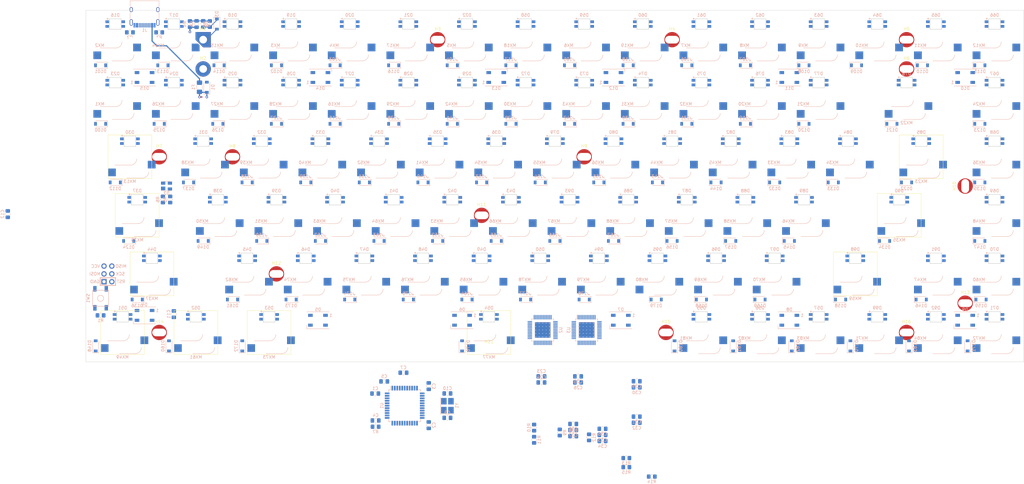
<source format=kicad_pcb>
(kicad_pcb (version 20171130) (host pcbnew "(5.1.10)-1")
  (title_block (title tfk84-avr) (date 2021-06-22) (rev 0))
  (layers (0 F.Cu signal hide) (1 PWR power) (2 GND power) (31 B.Cu signal) (34 B.Paste user) (35 F.Paste user) (36 B.SilkS user) (37 F.SilkS user) (38 B.Mask user) (39 F.Mask user hide) (44 Edge.Cuts user))
  (net 0 "")
  (net 1 GND)
  (net 2 +5V)
  (net 3 /SHIELD)
  (net 4 "Net-(C7-Pad1)")
  (net 5 "Net-(C8-Pad1)")
  (net 6 /XTAL1)
  (net 7 /XTAL2)
  (net 8 /IN_USB_D+)
  (net 9 /IN_USB_D-)
  (net 10 "Net-(D3-Pad2)")
  (net 11 "Net-(D4-Pad2)")
  (net 12 /RGB_LIGHT)
  (net 13 "Net-(D5-Pad2)")
  (net 14 "Net-(D6-Pad2)")
  (net 15 "Net-(D7-Pad2)")
  (net 16 "Net-(D8-Pad2)")
  (net 17 "Net-(D10-Pad4)")
  (net 18 "Net-(D10-Pad2)")
  (net 19 "Net-(D11-Pad2)")
  (net 20 "Net-(D12-Pad2)")
  (net 21 "Net-(D13-Pad2)")
  (net 22 "Net-(D14-Pad2)")
  (net 23 "Net-(D15-Pad2)")
  (net 24 "/tfk84 RGB Matrix/tfk84 AVR RGB Matrix Master/M_SW2")
  (net 25 "/tfk84 RGB Matrix/tfk84 AVR RGB Matrix Master/M_SW1")
  (net 26 "/tfk84 RGB Matrix/tfk84 AVR RGB Matrix Master/M_CS1")
  (net 27 "/tfk84 RGB Matrix/tfk84 AVR RGB Matrix Master/M_SW3")
  (net 28 "/tfk84 RGB Matrix/tfk84 AVR RGB Matrix Master/M_CS3")
  (net 29 "/tfk84 RGB Matrix/tfk84 AVR RGB Matrix Master/M_CS5")
  (net 30 "/tfk84 RGB Matrix/tfk84 AVR RGB Matrix Master/M_CS7")
  (net 31 "/tfk84 RGB Matrix/tfk84 AVR RGB Matrix Master/M_CS9")
  (net 32 "/tfk84 RGB Matrix/tfk84 AVR RGB Matrix Master/M_CS11")
  (net 33 "/tfk84 RGB Matrix/tfk84 AVR RGB Matrix Master/M_CS13")
  (net 34 "/tfk84 RGB Matrix/tfk84 AVR RGB Matrix Master/M_CS2")
  (net 35 "/tfk84 RGB Matrix/tfk84 AVR RGB Matrix Master/M_CS4")
  (net 36 "/tfk84 RGB Matrix/tfk84 AVR RGB Matrix Master/M_CS6")
  (net 37 "/tfk84 RGB Matrix/tfk84 AVR RGB Matrix Master/M_CS8")
  (net 38 "/tfk84 RGB Matrix/tfk84 AVR RGB Matrix Master/M_CS10")
  (net 39 "/tfk84 RGB Matrix/tfk84 AVR RGB Matrix Master/M_CS12")
  (net 40 "/tfk84 RGB Matrix/tfk84 AVR RGB Matrix Master/M_CS14")
  (net 41 "/tfk84 RGB Matrix/tfk84 AVR RGB Matrix Master/M_SW5")
  (net 42 "/tfk84 RGB Matrix/tfk84 AVR RGB Matrix Master/M_SW4")
  (net 43 "/tfk84 RGB Matrix/tfk84 AVR RGB Matrix Master/M_SW6")
  (net 44 "/tfk84 RGB Matrix/tfk84 AVR RGB Matrix Master/M_SW8")
  (net 45 "/tfk84 RGB Matrix/tfk84 AVR RGB Matrix Master/M_SW7")
  (net 46 "/tfk84 RGB Matrix/tfk84 AVR RGB Matrix Master/M_SW9")
  (net 47 "/tfk84 RGB Matrix/tfk84 AVR RGB Matrix Slave/S_SW2")
  (net 48 "/tfk84 RGB Matrix/tfk84 AVR RGB Matrix Slave/S_SW1")
  (net 49 "/tfk84 RGB Matrix/tfk84 AVR RGB Matrix Slave/S_CS1")
  (net 50 "/tfk84 RGB Matrix/tfk84 AVR RGB Matrix Slave/S_SW3")
  (net 51 "/tfk84 RGB Matrix/tfk84 AVR RGB Matrix Slave/S_CS3")
  (net 52 "/tfk84 RGB Matrix/tfk84 AVR RGB Matrix Slave/S_CS5")
  (net 53 "/tfk84 RGB Matrix/tfk84 AVR RGB Matrix Slave/S_CS7")
  (net 54 "/tfk84 RGB Matrix/tfk84 AVR RGB Matrix Slave/S_CS9")
  (net 55 "/tfk84 RGB Matrix/tfk84 AVR RGB Matrix Slave/S_CS11")
  (net 56 "/tfk84 RGB Matrix/tfk84 AVR RGB Matrix Slave/S_CS13")
  (net 57 "/tfk84 RGB Matrix/tfk84 AVR RGB Matrix Slave/S_CS2")
  (net 58 "/tfk84 RGB Matrix/tfk84 AVR RGB Matrix Slave/S_CS4")
  (net 59 "/tfk84 RGB Matrix/tfk84 AVR RGB Matrix Slave/S_CS6")
  (net 60 "/tfk84 RGB Matrix/tfk84 AVR RGB Matrix Slave/S_CS8")
  (net 61 "/tfk84 RGB Matrix/tfk84 AVR RGB Matrix Slave/S_CS10")
  (net 62 "/tfk84 RGB Matrix/tfk84 AVR RGB Matrix Slave/S_CS12")
  (net 63 "/tfk84 RGB Matrix/tfk84 AVR RGB Matrix Slave/S_CS14")
  (net 64 "/tfk84 RGB Matrix/tfk84 AVR RGB Matrix Slave/S_SW5")
  (net 65 "/tfk84 RGB Matrix/tfk84 AVR RGB Matrix Slave/S_SW4")
  (net 66 "/tfk84 RGB Matrix/tfk84 AVR RGB Matrix Slave/S_SW6")
  (net 67 "/tfk84 RGB Matrix/tfk84 AVR RGB Matrix Slave/S_SW8")
  (net 68 "/tfk84 RGB Matrix/tfk84 AVR RGB Matrix Slave/S_SW7")
  (net 69 "/tfk84 RGB Matrix/tfk84 AVR RGB Matrix Slave/S_SW9")
  (net 70 "Net-(D100-Pad2)")
  (net 71 /ROW_0)
  (net 72 "Net-(D101-Pad2)")
  (net 73 "Net-(D102-Pad2)")
  (net 74 "Net-(D103-Pad2)")
  (net 75 "Net-(D104-Pad2)")
  (net 76 "Net-(D105-Pad2)")
  (net 77 "Net-(D106-Pad2)")
  (net 78 "Net-(D107-Pad2)")
  (net 79 "Net-(D108-Pad2)")
  (net 80 "Net-(D109-Pad2)")
  (net 81 "Net-(D110-Pad2)")
  (net 82 "Net-(D111-Pad2)")
  (net 83 "Net-(D112-Pad2)")
  (net 84 /ROW_1)
  (net 85 "Net-(D113-Pad2)")
  (net 86 "Net-(D114-Pad2)")
  (net 87 "Net-(D115-Pad2)")
  (net 88 "Net-(D116-Pad2)")
  (net 89 "Net-(D117-Pad2)")
  (net 90 "Net-(D118-Pad2)")
  (net 91 "Net-(D119-Pad2)")
  (net 92 "Net-(D120-Pad2)")
  (net 93 "Net-(D121-Pad2)")
  (net 94 "Net-(D122-Pad2)")
  (net 95 "Net-(D123-Pad2)")
  (net 96 "Net-(D124-Pad2)")
  (net 97 /ROW_2)
  (net 98 "Net-(D125-Pad2)")
  (net 99 "Net-(D126-Pad2)")
  (net 100 "Net-(D127-Pad2)")
  (net 101 "Net-(D128-Pad2)")
  (net 102 "Net-(D129-Pad2)")
  (net 103 "Net-(D130-Pad2)")
  (net 104 "Net-(D131-Pad2)")
  (net 105 "Net-(D132-Pad2)")
  (net 106 "Net-(D133-Pad2)")
  (net 107 "Net-(D134-Pad2)")
  (net 108 "Net-(D135-Pad2)")
  (net 109 "Net-(D136-Pad2)")
  (net 110 /ROW_3)
  (net 111 "Net-(D137-Pad2)")
  (net 112 "Net-(D138-Pad2)")
  (net 113 "Net-(D139-Pad2)")
  (net 114 "Net-(D140-Pad2)")
  (net 115 "Net-(D141-Pad2)")
  (net 116 "Net-(D142-Pad2)")
  (net 117 "Net-(D143-Pad2)")
  (net 118 "Net-(D144-Pad2)")
  (net 119 "Net-(D145-Pad2)")
  (net 120 "Net-(D146-Pad2)")
  (net 121 "Net-(D147-Pad2)")
  (net 122 "Net-(D148-Pad2)")
  (net 123 /ROW_4)
  (net 124 "Net-(D149-Pad2)")
  (net 125 "Net-(D150-Pad2)")
  (net 126 "Net-(D151-Pad2)")
  (net 127 "Net-(D152-Pad2)")
  (net 128 "Net-(D153-Pad2)")
  (net 129 "Net-(D154-Pad2)")
  (net 130 "Net-(D155-Pad2)")
  (net 131 "Net-(D156-Pad2)")
  (net 132 "Net-(D157-Pad2)")
  (net 133 "Net-(D158-Pad2)")
  (net 134 "Net-(D159-Pad2)")
  (net 135 "Net-(D160-Pad2)")
  (net 136 /ROW_5)
  (net 137 "Net-(D161-Pad2)")
  (net 138 "Net-(D162-Pad2)")
  (net 139 "Net-(D163-Pad2)")
  (net 140 "Net-(D164-Pad2)")
  (net 141 "Net-(D165-Pad2)")
  (net 142 "Net-(D166-Pad2)")
  (net 143 "Net-(D167-Pad2)")
  (net 144 "Net-(D168-Pad2)")
  (net 145 "Net-(D169-Pad2)")
  (net 146 "Net-(D170-Pad2)")
  (net 147 "Net-(D171-Pad2)")
  (net 148 "Net-(D172-Pad2)")
  (net 149 /ROW_6)
  (net 150 "Net-(D173-Pad2)")
  (net 151 "Net-(D174-Pad2)")
  (net 152 "Net-(D175-Pad2)")
  (net 153 "Net-(D176-Pad2)")
  (net 154 "Net-(D177-Pad2)")
  (net 155 "Net-(D178-Pad2)")
  (net 156 "Net-(D179-Pad2)")
  (net 157 "Net-(D180-Pad2)")
  (net 158 "Net-(D181-Pad2)")
  (net 159 "Net-(D182-Pad2)")
  (net 160 "Net-(D183-Pad2)")
  (net 161 VBUS)
  (net 162 "Net-(J1-PadB8)")
  (net 163 "Net-(J1-PadA5)")
  (net 164 "Net-(J1-PadA8)")
  (net 165 "Net-(J1-PadB5)")
  (net 166 /RESET)
  (net 167 /MOSI)
  (net 168 /SCK)
  (net 169 /MISO)
  (net 170 /COL_0)
  (net 171 /COL_1)
  (net 172 /COL_2)
  (net 173 /COL_3)
  (net 174 /COL_4)
  (net 175 /COL_5)
  (net 176 /COL_6)
  (net 177 /COL_7)
  (net 178 /COL_8)
  (net 179 /COL_9)
  (net 180 /COL_10)
  (net 181 /COL_11)
  (net 182 /MCU_USB_D+)
  (net 183 /MCU_USB_D-)
  (net 184 "Net-(R7-Pad2)")
  (net 185 "Net-(R9-Pad2)")
  (net 186 /RGB_MATRIX_SCL)
  (net 187 /RGB_MATRIX_SDA)
  (net 188 "Net-(R12-Pad2)")
  (net 189 "/tfk84 RGB Matrix/IICRST")
  (net 190 "Net-(R14-Pad2)")
  (net 191 "Net-(R15-Pad2)")
  (net 192 "Net-(U1-Pad42)")
  (net 193 "Net-(U2-Pad45)")
  (net 194 "/tfk84 RGB Matrix/SYNC")
  (net 195 "Net-(U2-Pad36)")
  (net 196 "Net-(U2-Pad33)")
  (net 197 "Net-(U2-Pad32)")
  (net 198 "Net-(U2-Pad15)")
  (net 199 "Net-(U2-Pad14)")
  (net 200 "Net-(U2-Pad13)")
  (net 201 "Net-(U2-Pad1)")
  (net 202 "Net-(U3-Pad45)")
  (net 203 "Net-(U3-Pad36)")
  (net 204 "Net-(U3-Pad33)")
  (net 205 "Net-(U3-Pad32)")
  (net 206 "Net-(U3-Pad15)")
  (net 207 "Net-(U3-Pad14)")
  (net 208 "Net-(U3-Pad13)")
  (net 209 "Net-(U3-Pad1)")
  (module random-keyboard-parts:SW_Hotswap_Kailh_1.00u_NoFrontSilk_CornerPad_TightCrtYd (layer F.Cu) (at 88.503125 92.075 180)
    (fp_text reference MX14 (at 5.04825 -1.87325) (layer B.SilkS) (effects (justify mirror)))
    (fp_text value MX-NoLED)
    (pad "" np_thru_hole circle (at -3.81 -2.54 180) (size 3 3) (drill 3) (layers *.Cu *.Mask))
    (pad "" np_thru_hole circle (at 2.54 -5.08 180) (size 3 3) (drill 3) (layers *.Cu *.Mask))
    (pad "" np_thru_hole circle (at 0 0 180) (size 4 4) (drill 4) (layers *.Cu *.Mask))
    (pad "" np_thru_hole circle (at -5.08 0 180) (size 1.75 1.75) (drill 1.75) (layers *.Cu *.Mask))
    (pad "" np_thru_hole circle (at 5.08 0 180) (size 1.75 1.75) (drill 1.75) (layers *.Cu *.Mask))
    (pad 1 smd custom (at -7.085 -2.54 180) (size 1.8 1.8) (layers B.Cu B.Paste B.Mask) (net 171 /COL_1) (options (clearance outline) (anchor rect)) (primitives (gr_poly (pts (xy -1.275 -1.25) (xy 1.275 -1.25) (xy 1.275 1.25) (xy -0.775 1.25) (xy -1.275 0.75)) (width 0))))
    (pad 2 smd rect (at 5.842 -5.08 180) (size 2.55 2.5) (layers B.Cu B.Paste B.Mask) (net 85 "Net-(D113-Pad2)"))
  )
  (module MountingHole:MountingHole_2.5mm_Pad (layer F.Cu) (at 98.028125 92.075)
    (fp_text reference H1 (at 0 -3.5) (layer F.SilkS))
    (fp_text value Case)
    (pad 1 thru_hole custom (at 0 0) (size 3 3) (drill 2.5) (layers *.Cu *.Mask) (net 10 "Net-(D3-Pad2)") (options (clearance outline) (anchor circle)) (primitives (gr_poly (pts (xy -2.5 -2.5) (xy 2.5 -2.5) (xy 2.5 2.5) (xy 0 2.5) (xy -2.5 0)) (width 0))))
  )
  (module MountingHole:MountingHole_2.5mm_Pad (layer F.Cu) (at 98.028125 101.6)
    (fp_text reference H2 (at 0 -3.5) (layer F.SilkS))
    (fp_text value Case)
    (pad 1 thru_hole circle (at 0 0) (size 5 5) (drill 2.5) (layers *.Cu *.Mask) (net 10 "Net-(D3-Pad2)"))
  )
  (module random-keyboard-parts:MountingHole_4.5x2.5mm_Pad_TopOnly_NPTH (layer F.Cu) (at 326.628125 187.325)
    (fp_text reference H16 (at 0 -3.5) (layer F.SilkS))
    (fp_text value MountingHole)
    (pad "" connect circle (at 0 0) (size 5 5) (layers F.Cu F.Mask))
    (pad "" np_thru_hole oval (at 0 0) (size 4.5 2.5) (drill oval 4.5 2.5) (layers *.Cu *.Mask))
  )
  (module random-keyboard-parts:MountingHole_4.5x2.5mm_Pad_TopOnly_NPTH (layer F.Cu) (at 248.44375 187.325)
    (fp_text reference H15 (at 0 -3.5) (layer F.SilkS))
    (fp_text value MountingHole)
    (pad "" connect circle (at 0 0) (size 5 5) (layers F.Cu F.Mask))
    (pad "" np_thru_hole oval (at 0 0) (size 4.5 2.5) (drill oval 4.5 2.5) (layers *.Cu *.Mask))
  )
  (module random-keyboard-parts:MountingHole_4.5x2.5mm_Pad_TopOnly_NPTH (layer F.Cu) (at 83.740625 187.325)
    (fp_text reference H14 (at 0 -3.5) (layer F.SilkS))
    (fp_text value MountingHole)
    (pad "" connect circle (at 0 0) (size 5 5) (layers F.Cu F.Mask))
    (pad "" np_thru_hole oval (at 0 0) (size 4.5 2.5) (drill oval 4.5 2.5) (layers *.Cu *.Mask))
  )
  (module random-keyboard-parts:MountingHole_4.5x2.5mm_Pad_TopOnly_NPTH (layer F.Cu) (at 345.678125 177.8)
    (fp_text reference H13 (at 0 -3.5) (layer F.SilkS))
    (fp_text value MountingHole)
    (pad "" connect circle (at 0 0) (size 5 5) (layers F.Cu F.Mask))
    (pad "" np_thru_hole oval (at 0 0) (size 4.5 2.5) (drill oval 4.5 2.5) (layers *.Cu *.Mask))
  )
  (module random-keyboard-parts:MountingHole_4.5x2.5mm_Pad_TopOnly_NPTH (layer F.Cu) (at 121.840625 168.275)
    (fp_text reference H12 (at 0 -3.5) (layer F.SilkS))
    (fp_text value MountingHole)
    (pad "" connect circle (at 0 0) (size 5 5) (layers F.Cu F.Mask))
    (pad "" np_thru_hole oval (at 0 0) (size 4.5 2.5) (drill oval 4.5 2.5) (layers *.Cu *.Mask))
  )
  (module Switch_Keyboard_Kailh:SW_Hotswap_Kailh_1.00u_NoFrontSilk (layer F.Cu) (at 112.315625 168.275 180)
    (fp_text reference MX62 (at 5.04825 -1.87325 180) (layer B.SilkS) (effects (justify mirror)))
    (fp_text value MX-NoLED)
    (pad 2 smd rect (at 5.842 -5.08 180) (size 2.55 2.5) (layers B.Cu B.Paste B.Mask) (net 137 "Net-(D161-Pad2)"))
    (pad 1 smd rect (at -7.085 -2.54 180) (size 2.55 2.5) (layers B.Cu B.Paste B.Mask) (net 171 /COL_1))
    (pad "" np_thru_hole circle (at 5.08 0 180) (size 1.75 1.75) (drill 1.75) (layers *.Cu *.Mask))
    (pad "" np_thru_hole circle (at -5.08 0 180) (size 1.75 1.75) (drill 1.75) (layers *.Cu *.Mask))
    (pad "" np_thru_hole circle (at 0 0 180) (size 4 4) (drill 4) (layers *.Cu *.Mask))
    (pad "" np_thru_hole circle (at 2.54 -5.08 180) (size 3 3) (drill 3) (layers *.Cu *.Mask))
    (pad "" np_thru_hole circle (at -3.81 -2.54 180) (size 3 3) (drill 3) (layers *.Cu *.Mask))
  )
  (module Switch_Keyboard_Kailh:SW_Hotswap_Kailh_1.00u_NoFrontSilk (layer F.Cu) (at 98.028125 130.175 180)
    (fp_text reference MX38 (at 5.04825 -1.87325 180) (layer B.SilkS) (effects (justify mirror)))
    (fp_text value MX-NoLED)
    (pad 2 smd rect (at 5.842 -5.08 180) (size 2.55 2.5) (layers B.Cu B.Paste B.Mask) (net 111 "Net-(D137-Pad2)"))
    (pad 1 smd rect (at -7.085 -2.54 180) (size 2.55 2.5) (layers B.Cu B.Paste B.Mask) (net 171 /COL_1))
    (pad "" np_thru_hole circle (at 5.08 0 180) (size 1.75 1.75) (drill 1.75) (layers *.Cu *.Mask))
    (pad "" np_thru_hole circle (at -5.08 0 180) (size 1.75 1.75) (drill 1.75) (layers *.Cu *.Mask))
    (pad "" np_thru_hole circle (at 0 0 180) (size 4 4) (drill 4) (layers *.Cu *.Mask))
    (pad "" np_thru_hole circle (at 2.54 -5.08 180) (size 3 3) (drill 3) (layers *.Cu *.Mask))
    (pad "" np_thru_hole circle (at -3.81 -2.54 180) (size 3 3) (drill 3) (layers *.Cu *.Mask))
  )
  (module random-keyboard-parts:MountingHole_4.5x2.5mm_Pad_TopOnly_NPTH (layer F.Cu) (at 188.515625 149.225)
    (fp_text reference H11 (at 0 -3.5) (layer F.SilkS))
    (fp_text value MountingHole)
    (pad "" connect circle (at 0 0) (size 5 5) (layers F.Cu F.Mask))
    (pad "" np_thru_hole oval (at 0 0) (size 4.5 2.5) (drill oval 4.5 2.5) (layers *.Cu *.Mask))
  )
  (module random-keyboard-parts:MountingHole_4.5x2.5mm_Pad_TopOnly_NPTH (layer F.Cu) (at 345.678125 139.7 90)
    (fp_text reference H10 (at 0 -3.5 90) (layer F.SilkS))
    (fp_text value MountingHole)
    (pad "" connect circle (at 0 0 90) (size 5 5) (layers F.Cu F.Mask))
    (pad "" np_thru_hole oval (at 0 0 90) (size 4.5 2.5) (drill oval 4.5 2.5) (layers *.Cu *.Mask))
  )
  (module random-keyboard-parts:MountingHole_4.5x2.5mm_Pad_TopOnly_NPTH (layer F.Cu) (at 107.553125 130.175)
    (fp_text reference H8 (at 0 -3.5) (layer F.SilkS))
    (fp_text value MountingHole)
    (pad "" connect circle (at 0 0) (size 5 5) (layers F.Cu F.Mask))
    (pad "" np_thru_hole oval (at 0 0) (size 4.5 2.5) (drill oval 4.5 2.5) (layers *.Cu *.Mask))
  )
  (module random-keyboard-parts:MountingHole_4.5x2.5mm_Pad_TopOnly_NPTH (layer F.Cu) (at 83.740625 130.175)
    (fp_text reference H7 (at 0 -3.5) (layer F.SilkS))
    (fp_text value MountingHole)
    (pad "" connect circle (at 0 0) (size 5 5) (layers F.Cu F.Mask))
    (pad "" np_thru_hole oval (at 0 0) (size 4.5 2.5) (drill oval 4.5 2.5) (layers *.Cu *.Mask))
  )
  (module random-keyboard-parts:MountingHole_4.5x2.5mm_Pad_TopOnly_NPTH (layer F.Cu) (at 221.853125 130.175)
    (fp_text reference H9 (at 0 -3.5) (layer F.SilkS))
    (fp_text value MountingHole)
    (pad "" connect circle (at 0 0) (size 5 5) (layers F.Cu F.Mask))
    (pad "" np_thru_hole oval (at 0 0) (size 4.5 2.5) (drill oval 4.5 2.5) (layers *.Cu *.Mask))
  )
  (module random-keyboard-parts:MountingHole_4.5x2.5mm_Pad_TopOnly_NPTH (layer F.Cu) (at 326.628125 101.6)
    (fp_text reference H6 (at 0 -3.5) (layer F.SilkS))
    (fp_text value MountingHole)
    (pad "" connect circle (at 0 0) (size 5 5) (layers F.Cu F.Mask))
    (pad "" np_thru_hole oval (at 0 0) (size 4.5 2.5) (drill oval 4.5 2.5) (layers *.Cu *.Mask))
  )
  (module random-keyboard-parts:MountingHole_4.5x2.5mm_Pad_TopOnly_NPTH (layer F.Cu) (at 326.628125 92.075)
    (fp_text reference H5 (at 0 -3.5) (layer F.SilkS))
    (fp_text value MountingHole)
    (pad "" connect circle (at 0 0) (size 5 5) (layers F.Cu F.Mask))
    (pad "" np_thru_hole oval (at 0 0) (size 4.5 2.5) (drill oval 4.5 2.5) (layers *.Cu *.Mask))
  )
  (module random-keyboard-parts:MountingHole_4.5x2.5mm_Pad_TopOnly_NPTH (layer F.Cu) (at 250.428125 92.075)
    (fp_text reference H4 (at 0 -3.5) (layer F.SilkS))
    (fp_text value MountingHole)
    (pad "" connect circle (at 0 0) (size 5 5) (layers F.Cu F.Mask))
    (pad "" np_thru_hole oval (at 0 0) (size 4.5 2.5) (drill oval 4.5 2.5) (layers *.Cu *.Mask))
  )
  (module random-keyboard-parts:MountingHole_4.5x2.5mm_Pad_TopOnly_NPTH (layer F.Cu) (at 174.228125 92.075)
    (fp_text reference H3 (at 0 -3.5) (layer F.SilkS))
    (fp_text value MountingHole)
    (pad "" connect circle (at 0 0) (size 5 5) (layers F.Cu F.Mask))
    (pad "" np_thru_hole oval (at 0 0) (size 4.5 2.5) (drill oval 4.5 2.5) (layers *.Cu *.Mask))
  )
  (module Switch_Keyboard_Kailh:SW_Hotswap_Kailh_6.25u (layer F.Cu) (at 190.896875 187.325 180)
    (fp_text reference MX77 (at 0 -8) (layer B.SilkS) (effects (justify mirror)))
    (fp_text value MX-NoLED)
    (pad 2 smd rect (at 5.842 -5.08 180) (size 2.55 2.5) (layers B.Cu B.Paste B.Mask) (net 153 "Net-(D176-Pad2)"))
    (pad 1 smd rect (at -7.085 -2.54 180) (size 2.55 2.5) (layers B.Cu B.Paste B.Mask) (net 174 /COL_4))
    (pad "" np_thru_hole circle (at 5.08 0 180) (size 1.75 1.75) (drill 1.75) (layers *.Cu *.Mask))
    (pad "" np_thru_hole circle (at -5.08 0 180) (size 1.75 1.75) (drill 1.75) (layers *.Cu *.Mask))
    (pad "" np_thru_hole circle (at 0 0 180) (size 4 4) (drill 4) (layers *.Cu *.Mask))
    (pad "" np_thru_hole circle (at 2.54 -5.08 180) (size 3 3) (drill 3) (layers *.Cu *.Mask))
    (pad "" np_thru_hole circle (at -3.81 -2.54 180) (size 3 3) (drill 3) (layers *.Cu *.Mask))
  )
  (module Switch_Keyboard_Kailh:SW_Hotswap_Kailh_1.25u (layer F.Cu) (at 119.459375 187.325 180)
    (fp_text reference MX73 (at 0 -8) (layer B.SilkS) (effects (justify mirror)))
    (fp_text value MX-NoLED)
    (pad 2 smd rect (at 5.842 -5.08 180) (size 2.55 2.5) (layers B.Cu B.Paste B.Mask) (net 148 "Net-(D172-Pad2)"))
    (pad 1 smd rect (at -7.085 -2.54 180) (size 2.55 2.5) (layers B.Cu B.Paste B.Mask) (net 170 /COL_0))
    (pad "" np_thru_hole circle (at 5.08 0 180) (size 1.75 1.75) (drill 1.75) (layers *.Cu *.Mask))
    (pad "" np_thru_hole circle (at -5.08 0 180) (size 1.75 1.75) (drill 1.75) (layers *.Cu *.Mask))
    (pad "" np_thru_hole circle (at 0 0 180) (size 4 4) (drill 4) (layers *.Cu *.Mask))
    (pad "" np_thru_hole circle (at 2.54 -5.08 180) (size 3 3) (drill 3) (layers *.Cu *.Mask))
    (pad "" np_thru_hole circle (at -3.81 -2.54 180) (size 3 3) (drill 3) (layers *.Cu *.Mask))
  )
  (module Switch_Keyboard_Kailh:SW_Hotswap_Kailh_1.25u (layer F.Cu) (at 95.646875 187.325 180)
    (fp_text reference MX61 (at 0 -8) (layer B.SilkS) (effects (justify mirror)))
    (fp_text value MX-NoLED)
    (pad 2 smd rect (at 5.842 -5.08 180) (size 2.55 2.5) (layers B.Cu B.Paste B.Mask) (net 135 "Net-(D160-Pad2)"))
    (pad 1 smd rect (at -7.085 -2.54 180) (size 2.55 2.5) (layers B.Cu B.Paste B.Mask) (net 170 /COL_0))
    (pad "" np_thru_hole circle (at 5.08 0 180) (size 1.75 1.75) (drill 1.75) (layers *.Cu *.Mask))
    (pad "" np_thru_hole circle (at -5.08 0 180) (size 1.75 1.75) (drill 1.75) (layers *.Cu *.Mask))
    (pad "" np_thru_hole circle (at 0 0 180) (size 4 4) (drill 4) (layers *.Cu *.Mask))
    (pad "" np_thru_hole circle (at 2.54 -5.08 180) (size 3 3) (drill 3) (layers *.Cu *.Mask))
    (pad "" np_thru_hole circle (at -3.81 -2.54 180) (size 3 3) (drill 3) (layers *.Cu *.Mask))
  )
  (module Switch_Keyboard_Kailh:SW_Hotswap_Kailh_1.75u (layer F.Cu) (at 309.959375 168.275 180)
    (fp_text reference MX59 (at 0 -8) (layer B.SilkS) (effects (justify mirror)))
    (fp_text value MX-NoLED)
    (pad 2 smd rect (at 5.842 -5.08 180) (size 2.55 2.5) (layers B.Cu B.Paste B.Mask) (net 133 "Net-(D158-Pad2)"))
    (pad 1 smd rect (at -7.085 -2.54 180) (size 2.55 2.5) (layers B.Cu B.Paste B.Mask) (net 180 /COL_10))
    (pad "" np_thru_hole circle (at 5.08 0 180) (size 1.75 1.75) (drill 1.75) (layers *.Cu *.Mask))
    (pad "" np_thru_hole circle (at -5.08 0 180) (size 1.75 1.75) (drill 1.75) (layers *.Cu *.Mask))
    (pad "" np_thru_hole circle (at 0 0 180) (size 4 4) (drill 4) (layers *.Cu *.Mask))
    (pad "" np_thru_hole circle (at 2.54 -5.08 180) (size 3 3) (drill 3) (layers *.Cu *.Mask))
    (pad "" np_thru_hole circle (at -3.81 -2.54 180) (size 3 3) (drill 3) (layers *.Cu *.Mask))
  )
  (module Switch_Keyboard_Kailh:SW_Hotswap_Kailh_1.25u (layer F.Cu) (at 71.834375 187.325 180)
    (fp_text reference MX49 (at 0 -8) (layer B.SilkS) (effects (justify mirror)))
    (fp_text value MX-NoLED)
    (pad 2 smd rect (at 5.842 -5.08 180) (size 2.55 2.5) (layers B.Cu B.Paste B.Mask) (net 122 "Net-(D148-Pad2)"))
    (pad 1 smd rect (at -7.085 -2.54 180) (size 2.55 2.5) (layers B.Cu B.Paste B.Mask) (net 170 /COL_0))
    (pad "" np_thru_hole circle (at 5.08 0 180) (size 1.75 1.75) (drill 1.75) (layers *.Cu *.Mask))
    (pad "" np_thru_hole circle (at -5.08 0 180) (size 1.75 1.75) (drill 1.75) (layers *.Cu *.Mask))
    (pad "" np_thru_hole circle (at 0 0 180) (size 4 4) (drill 4) (layers *.Cu *.Mask))
    (pad "" np_thru_hole circle (at 2.54 -5.08 180) (size 3 3) (drill 3) (layers *.Cu *.Mask))
    (pad "" np_thru_hole circle (at -3.81 -2.54 180) (size 3 3) (drill 3) (layers *.Cu *.Mask))
  )
  (module Switch_Keyboard_Kailh:SW_Hotswap_Kailh_2.25u (layer F.Cu) (at 81.359375 168.275 180)
    (fp_text reference MX37 (at 0 -8) (layer B.SilkS) (effects (justify mirror)))
    (fp_text value MX-NoLED)
    (pad 2 smd rect (at 5.842 -5.08 180) (size 2.55 2.5) (layers B.Cu B.Paste B.Mask) (net 109 "Net-(D136-Pad2)"))
    (pad 1 smd rect (at -7.085 -2.54 180) (size 2.55 2.5) (layers B.Cu B.Paste B.Mask) (net 170 /COL_0))
    (pad "" np_thru_hole circle (at 5.08 0 180) (size 1.75 1.75) (drill 1.75) (layers *.Cu *.Mask))
    (pad "" np_thru_hole circle (at -5.08 0 180) (size 1.75 1.75) (drill 1.75) (layers *.Cu *.Mask))
    (pad "" np_thru_hole circle (at 0 0 180) (size 4 4) (drill 4) (layers *.Cu *.Mask))
    (pad "" np_thru_hole circle (at 2.54 -5.08 180) (size 3 3) (drill 3) (layers *.Cu *.Mask))
    (pad "" np_thru_hole circle (at -3.81 -2.54 180) (size 3 3) (drill 3) (layers *.Cu *.Mask))
  )
  (module Switch_Keyboard_Kailh:SW_Hotswap_Kailh_2.25u (layer F.Cu) (at 324.246875 149.225 180)
    (fp_text reference MX35 (at 0 -8) (layer B.SilkS) (effects (justify mirror)))
    (fp_text value MX-NoLED)
    (pad 2 smd rect (at 5.842 -5.08 180) (size 2.55 2.5) (layers B.Cu B.Paste B.Mask) (net 107 "Net-(D134-Pad2)"))
    (pad 1 smd rect (at -7.085 -2.54 180) (size 2.55 2.5) (layers B.Cu B.Paste B.Mask) (net 180 /COL_10))
    (pad "" np_thru_hole circle (at 5.08 0 180) (size 1.75 1.75) (drill 1.75) (layers *.Cu *.Mask))
    (pad "" np_thru_hole circle (at -5.08 0 180) (size 1.75 1.75) (drill 1.75) (layers *.Cu *.Mask))
    (pad "" np_thru_hole circle (at 0 0 180) (size 4 4) (drill 4) (layers *.Cu *.Mask))
    (pad "" np_thru_hole circle (at 2.54 -5.08 180) (size 3 3) (drill 3) (layers *.Cu *.Mask))
    (pad "" np_thru_hole circle (at -3.81 -2.54 180) (size 3 3) (drill 3) (layers *.Cu *.Mask))
  )
  (module Switch_Keyboard_Kailh:SW_Hotswap_Kailh_1.75u (layer F.Cu) (at 76.596875 149.225 180)
    (fp_text reference MX25 (at 0 -8) (layer B.SilkS) (effects (justify mirror)))
    (fp_text value MX-NoLED)
    (pad 2 smd rect (at 5.842 -5.08 180) (size 2.55 2.5) (layers B.Cu B.Paste B.Mask) (net 96 "Net-(D124-Pad2)"))
    (pad 1 smd rect (at -7.085 -2.54 180) (size 2.55 2.5) (layers B.Cu B.Paste B.Mask) (net 170 /COL_0))
    (pad "" np_thru_hole circle (at 5.08 0 180) (size 1.75 1.75) (drill 1.75) (layers *.Cu *.Mask))
    (pad "" np_thru_hole circle (at -5.08 0 180) (size 1.75 1.75) (drill 1.75) (layers *.Cu *.Mask))
    (pad "" np_thru_hole circle (at 0 0 180) (size 4 4) (drill 4) (layers *.Cu *.Mask))
    (pad "" np_thru_hole circle (at 2.54 -5.08 180) (size 3 3) (drill 3) (layers *.Cu *.Mask))
    (pad "" np_thru_hole circle (at -3.81 -2.54 180) (size 3 3) (drill 3) (layers *.Cu *.Mask))
  )
  (module Switch_Keyboard_Kailh:SW_Hotswap_Kailh_1.50u (layer F.Cu) (at 331.390625 130.175 180)
    (fp_text reference MX23 (at 0 -8) (layer B.SilkS) (effects (justify mirror)))
    (fp_text value MX-NoLED)
    (pad 2 smd rect (at 5.842 -5.08 180) (size 2.55 2.5) (layers B.Cu B.Paste B.Mask) (net 94 "Net-(D122-Pad2)"))
    (pad 1 smd rect (at -7.085 -2.54 180) (size 2.55 2.5) (layers B.Cu B.Paste B.Mask) (net 180 /COL_10))
    (pad "" np_thru_hole circle (at 5.08 0 180) (size 1.75 1.75) (drill 1.75) (layers *.Cu *.Mask))
    (pad "" np_thru_hole circle (at -5.08 0 180) (size 1.75 1.75) (drill 1.75) (layers *.Cu *.Mask))
    (pad "" np_thru_hole circle (at 0 0 180) (size 4 4) (drill 4) (layers *.Cu *.Mask))
    (pad "" np_thru_hole circle (at 2.54 -5.08 180) (size 3 3) (drill 3) (layers *.Cu *.Mask))
    (pad "" np_thru_hole circle (at -3.81 -2.54 180) (size 3 3) (drill 3) (layers *.Cu *.Mask))
  )
  (module Switch_Keyboard_Kailh:SW_Hotswap_Kailh_1.50u (layer F.Cu) (at 74.215625 130.175 180)
    (fp_text reference MX13 (at 0 -8) (layer B.SilkS) (effects (justify mirror)))
    (fp_text value MX-NoLED)
    (pad 2 smd rect (at 5.842 -5.08 180) (size 2.55 2.5) (layers B.Cu B.Paste B.Mask) (net 83 "Net-(D112-Pad2)"))
    (pad 1 smd rect (at -7.085 -2.54 180) (size 2.55 2.5) (layers B.Cu B.Paste B.Mask) (net 170 /COL_0))
    (pad "" np_thru_hole circle (at 5.08 0 180) (size 1.75 1.75) (drill 1.75) (layers *.Cu *.Mask))
    (pad "" np_thru_hole circle (at -5.08 0 180) (size 1.75 1.75) (drill 1.75) (layers *.Cu *.Mask))
    (pad "" np_thru_hole circle (at 0 0 180) (size 4 4) (drill 4) (layers *.Cu *.Mask))
    (pad "" np_thru_hole circle (at 2.54 -5.08 180) (size 3 3) (drill 3) (layers *.Cu *.Mask))
    (pad "" np_thru_hole circle (at -3.81 -2.54 180) (size 3 3) (drill 3) (layers *.Cu *.Mask))
  )
  (module Crystal:Crystal_SMD_3225-4Pin_3.2x2.5mm_HandSoldering (layer B.Cu) (at 177.403125 211.1375 90)
    (fp_text reference Y1 (at 0 3.05 90) (layer B.SilkS) (effects (justify mirror)))
    (fp_text value 16MHz)
    (pad 4 smd rect (at -1.45 1.15 90) (size 2.1 1.8) (layers B.Cu B.Paste B.Mask) (net 1 GND))
    (pad 3 smd rect (at 1.45 1.15 90) (size 2.1 1.8) (layers B.Cu B.Paste B.Mask) (net 7 /XTAL2))
    (pad 2 smd rect (at 1.45 -1.15 90) (size 2.1 1.8) (layers B.Cu B.Paste B.Mask) (net 1 GND))
    (pad 1 smd rect (at -1.45 -1.15 90) (size 2.1 1.8) (layers B.Cu B.Paste B.Mask) (net 6 /XTAL1))
  )
  (module Package_QFP:TQFP-48-1EP_7x7mm_P0.5mm_EP5x5mm_ThermalVias (layer B.Cu) (at 222.646875 186.53125 270)
    (fp_text reference U3 (at 0 5.85 90) (layer B.SilkS) (effects (justify mirror)))
    (fp_text value IS31FL3733B-TQLS4-TR)
    (pad 49 smd rect (at 0 0 270) (size 5 5) (layers F.Cu) (net 1 GND))
    (pad 49 thru_hole circle (at 2.25 -2.25 270) (size 0.5 0.5) (drill 0.2) (layers *.Cu) (net 1 GND))
    (pad 49 thru_hole circle (at 1.125 -2.25 270) (size 0.5 0.5) (drill 0.2) (layers *.Cu) (net 1 GND))
    (pad 49 thru_hole circle (at 0 -2.25 270) (size 0.5 0.5) (drill 0.2) (layers *.Cu) (net 1 GND))
    (pad 49 thru_hole circle (at -1.125 -2.25 270) (size 0.5 0.5) (drill 0.2) (layers *.Cu) (net 1 GND))
    (pad 49 thru_hole circle (at -2.25 -2.25 270) (size 0.5 0.5) (drill 0.2) (layers *.Cu) (net 1 GND))
    (pad 49 thru_hole circle (at 2.25 -1.125 270) (size 0.5 0.5) (drill 0.2) (layers *.Cu) (net 1 GND))
    (pad 49 thru_hole circle (at 1.125 -1.125 270) (size 0.5 0.5) (drill 0.2) (layers *.Cu) (net 1 GND))
    (pad 49 thru_hole circle (at 0 -1.125 270) (size 0.5 0.5) (drill 0.2) (layers *.Cu) (net 1 GND))
    (pad 49 thru_hole circle (at -1.125 -1.125 270) (size 0.5 0.5) (drill 0.2) (layers *.Cu) (net 1 GND))
    (pad 49 thru_hole circle (at -2.25 -1.125 270) (size 0.5 0.5) (drill 0.2) (layers *.Cu) (net 1 GND))
    (pad 49 thru_hole circle (at 2.25 0 270) (size 0.5 0.5) (drill 0.2) (layers *.Cu) (net 1 GND))
    (pad 49 thru_hole circle (at 1.125 0 270) (size 0.5 0.5) (drill 0.2) (layers *.Cu) (net 1 GND))
    (pad 49 thru_hole circle (at 0 0 270) (size 0.5 0.5) (drill 0.2) (layers *.Cu) (net 1 GND))
    (pad 49 thru_hole circle (at -1.125 0 270) (size 0.5 0.5) (drill 0.2) (layers *.Cu) (net 1 GND))
    (pad 49 thru_hole circle (at -2.25 0 270) (size 0.5 0.5) (drill 0.2) (layers *.Cu) (net 1 GND))
    (pad 49 thru_hole circle (at 2.25 1.125 270) (size 0.5 0.5) (drill 0.2) (layers *.Cu) (net 1 GND))
    (pad 49 thru_hole circle (at 1.125 1.125 270) (size 0.5 0.5) (drill 0.2) (layers *.Cu) (net 1 GND))
    (pad 49 thru_hole circle (at 0 1.125 270) (size 0.5 0.5) (drill 0.2) (layers *.Cu) (net 1 GND))
    (pad 49 thru_hole circle (at -1.125 1.125 270) (size 0.5 0.5) (drill 0.2) (layers *.Cu) (net 1 GND))
    (pad 49 thru_hole circle (at -2.25 1.125 270) (size 0.5 0.5) (drill 0.2) (layers *.Cu) (net 1 GND))
    (pad 49 thru_hole circle (at 2.25 2.25 270) (size 0.5 0.5) (drill 0.2) (layers *.Cu) (net 1 GND))
    (pad 49 thru_hole circle (at 1.125 2.25 270) (size 0.5 0.5) (drill 0.2) (layers *.Cu) (net 1 GND))
    (pad 49 thru_hole circle (at 0 2.25 270) (size 0.5 0.5) (drill 0.2) (layers *.Cu) (net 1 GND))
    (pad 49 thru_hole circle (at -1.125 2.25 270) (size 0.5 0.5) (drill 0.2) (layers *.Cu) (net 1 GND))
    (pad 49 thru_hole circle (at -2.25 2.25 270) (size 0.5 0.5) (drill 0.2) (layers *.Cu) (net 1 GND))
    (pad 49 smd rect (at 0 0 270) (size 5 5) (layers B.Cu B.Mask) (net 1 GND))
    (pad 48 smd roundrect (at -2.75 4.1625 270) (size 0.3 1.475) (layers B.Cu B.Paste B.Mask) (net 1 GND))
    (pad 47 smd roundrect (at -2.25 4.1625 270) (size 0.3 1.475) (layers B.Cu B.Paste B.Mask) (net 189 "/tfk84 RGB Matrix/IICRST"))
    (pad 46 smd roundrect (at -1.75 4.1625 270) (size 0.3 1.475) (layers B.Cu B.Paste B.Mask) (net 188 "Net-(R12-Pad2)"))
    (pad 45 smd roundrect (at -1.25 4.1625 270) (size 0.3 1.475) (layers B.Cu B.Paste B.Mask) (net 202 "Net-(U3-Pad45)"))
    (pad 44 smd roundrect (at -0.75 4.1625 270) (size 0.3 1.475) (layers B.Cu B.Paste B.Mask) (net 1 GND))
    (pad 43 smd roundrect (at -0.25 4.1625 270) (size 0.3 1.475) (layers B.Cu B.Paste B.Mask) (net 2 +5V))
    (pad 42 smd roundrect (at 0.25 4.1625 270) (size 0.3 1.475) (layers B.Cu B.Paste B.Mask) (net 186 /RGB_MATRIX_SCL))
    (pad 41 smd roundrect (at 0.75 4.1625 270) (size 0.3 1.475) (layers B.Cu B.Paste B.Mask) (net 187 /RGB_MATRIX_SDA))
    (pad 40 smd roundrect (at 1.25 4.1625 270) (size 0.3 1.475) (layers B.Cu B.Paste B.Mask) (net 194 "/tfk84 RGB Matrix/SYNC"))
    (pad 39 smd roundrect (at 1.75 4.1625 270) (size 0.3 1.475) (layers B.Cu B.Paste B.Mask) (net 2 +5V))
    (pad 38 smd roundrect (at 2.25 4.1625 270) (size 0.3 1.475) (layers B.Cu B.Paste B.Mask) (net 2 +5V))
    (pad 37 smd roundrect (at 2.75 4.1625 270) (size 0.3 1.475) (layers B.Cu B.Paste B.Mask) (net 2 +5V))
    (pad 36 smd roundrect (at 4.1625 2.75 270) (size 1.475 0.3) (layers B.Cu B.Paste B.Mask) (net 203 "Net-(U3-Pad36)"))
    (pad 35 smd roundrect (at 4.1625 2.25 270) (size 1.475 0.3) (layers B.Cu B.Paste B.Mask) (net 191 "Net-(R15-Pad2)"))
    (pad 34 smd roundrect (at 4.1625 1.75 270) (size 1.475 0.3) (layers B.Cu B.Paste B.Mask) (net 1 GND))
    (pad 33 smd roundrect (at 4.1625 1.25 270) (size 1.475 0.3) (layers B.Cu B.Paste B.Mask) (net 204 "Net-(U3-Pad33)"))
    (pad 32 smd roundrect (at 4.1625 0.75 270) (size 1.475 0.3) (layers B.Cu B.Paste B.Mask) (net 205 "Net-(U3-Pad32)"))
    (pad 31 smd roundrect (at 4.1625 0.25 270) (size 1.475 0.3) (layers B.Cu B.Paste B.Mask) (net 63 "/tfk84 RGB Matrix/tfk84 AVR RGB Matrix Slave/S_CS14"))
    (pad 30 smd roundrect (at 4.1625 -0.25 270) (size 1.475 0.3) (layers B.Cu B.Paste B.Mask) (net 56 "/tfk84 RGB Matrix/tfk84 AVR RGB Matrix Slave/S_CS13"))
    (pad 29 smd roundrect (at 4.1625 -0.75 270) (size 1.475 0.3) (layers B.Cu B.Paste B.Mask) (net 2 +5V))
    (pad 28 smd roundrect (at 4.1625 -1.25 270) (size 1.475 0.3) (layers B.Cu B.Paste B.Mask) (net 62 "/tfk84 RGB Matrix/tfk84 AVR RGB Matrix Slave/S_CS12"))
    (pad 27 smd roundrect (at 4.1625 -1.75 270) (size 1.475 0.3) (layers B.Cu B.Paste B.Mask) (net 55 "/tfk84 RGB Matrix/tfk84 AVR RGB Matrix Slave/S_CS11"))
    (pad 26 smd roundrect (at 4.1625 -2.25 270) (size 1.475 0.3) (layers B.Cu B.Paste B.Mask) (net 61 "/tfk84 RGB Matrix/tfk84 AVR RGB Matrix Slave/S_CS10"))
    (pad 25 smd roundrect (at 4.1625 -2.75 270) (size 1.475 0.3) (layers B.Cu B.Paste B.Mask) (net 54 "/tfk84 RGB Matrix/tfk84 AVR RGB Matrix Slave/S_CS9"))
    (pad 24 smd roundrect (at 2.75 -4.1625 270) (size 0.3 1.475) (layers B.Cu B.Paste B.Mask) (net 60 "/tfk84 RGB Matrix/tfk84 AVR RGB Matrix Slave/S_CS8"))
    (pad 23 smd roundrect (at 2.25 -4.1625 270) (size 0.3 1.475) (layers B.Cu B.Paste B.Mask) (net 53 "/tfk84 RGB Matrix/tfk84 AVR RGB Matrix Slave/S_CS7"))
    (pad 22 smd roundrect (at 1.75 -4.1625 270) (size 0.3 1.475) (layers B.Cu B.Paste B.Mask) (net 59 "/tfk84 RGB Matrix/tfk84 AVR RGB Matrix Slave/S_CS6"))
    (pad 21 smd roundrect (at 1.25 -4.1625 270) (size 0.3 1.475) (layers B.Cu B.Paste B.Mask) (net 52 "/tfk84 RGB Matrix/tfk84 AVR RGB Matrix Slave/S_CS5"))
    (pad 20 smd roundrect (at 0.75 -4.1625 270) (size 0.3 1.475) (layers B.Cu B.Paste B.Mask) (net 2 +5V))
    (pad 19 smd roundrect (at 0.25 -4.1625 270) (size 0.3 1.475) (layers B.Cu B.Paste B.Mask) (net 58 "/tfk84 RGB Matrix/tfk84 AVR RGB Matrix Slave/S_CS4"))
    (pad 18 smd roundrect (at -0.25 -4.1625 270) (size 0.3 1.475) (layers B.Cu B.Paste B.Mask) (net 51 "/tfk84 RGB Matrix/tfk84 AVR RGB Matrix Slave/S_CS3"))
    (pad 17 smd roundrect (at -0.75 -4.1625 270) (size 0.3 1.475) (layers B.Cu B.Paste B.Mask) (net 57 "/tfk84 RGB Matrix/tfk84 AVR RGB Matrix Slave/S_CS2"))
    (pad 16 smd roundrect (at -1.25 -4.1625 270) (size 0.3 1.475) (layers B.Cu B.Paste B.Mask) (net 49 "/tfk84 RGB Matrix/tfk84 AVR RGB Matrix Slave/S_CS1"))
    (pad 15 smd roundrect (at -1.75 -4.1625 270) (size 0.3 1.475) (layers B.Cu B.Paste B.Mask) (net 206 "Net-(U3-Pad15)"))
    (pad 14 smd roundrect (at -2.25 -4.1625 270) (size 0.3 1.475) (layers B.Cu B.Paste B.Mask) (net 207 "Net-(U3-Pad14)"))
    (pad 13 smd roundrect (at -2.75 -4.1625 270) (size 0.3 1.475) (layers B.Cu B.Paste B.Mask) (net 208 "Net-(U3-Pad13)"))
    (pad 12 smd roundrect (at -4.1625 -2.75 270) (size 1.475 0.3) (layers B.Cu B.Paste B.Mask) (net 1 GND))
    (pad 11 smd roundrect (at -4.1625 -2.25 270) (size 1.475 0.3) (layers B.Cu B.Paste B.Mask) (net 69 "/tfk84 RGB Matrix/tfk84 AVR RGB Matrix Slave/S_SW9"))
    (pad 10 smd roundrect (at -4.1625 -1.75 270) (size 1.475 0.3) (layers B.Cu B.Paste B.Mask) (net 67 "/tfk84 RGB Matrix/tfk84 AVR RGB Matrix Slave/S_SW8"))
    (pad 9 smd roundrect (at -4.1625 -1.25 270) (size 1.475 0.3) (layers B.Cu B.Paste B.Mask) (net 68 "/tfk84 RGB Matrix/tfk84 AVR RGB Matrix Slave/S_SW7"))
    (pad 8 smd roundrect (at -4.1625 -0.75 270) (size 1.475 0.3) (layers B.Cu B.Paste B.Mask) (net 66 "/tfk84 RGB Matrix/tfk84 AVR RGB Matrix Slave/S_SW6"))
    (pad 7 smd roundrect (at -4.1625 -0.25 270) (size 1.475 0.3) (layers B.Cu B.Paste B.Mask) (net 64 "/tfk84 RGB Matrix/tfk84 AVR RGB Matrix Slave/S_SW5"))
    (pad 6 smd roundrect (at -4.1625 0.25 270) (size 1.475 0.3) (layers B.Cu B.Paste B.Mask) (net 65 "/tfk84 RGB Matrix/tfk84 AVR RGB Matrix Slave/S_SW4"))
    (pad 5 smd roundrect (at -4.1625 0.75 270) (size 1.475 0.3) (layers B.Cu B.Paste B.Mask) (net 1 GND))
    (pad 4 smd roundrect (at -4.1625 1.25 270) (size 1.475 0.3) (layers B.Cu B.Paste B.Mask) (net 50 "/tfk84 RGB Matrix/tfk84 AVR RGB Matrix Slave/S_SW3"))
    (pad 3 smd roundrect (at -4.1625 1.75 270) (size 1.475 0.3) (layers B.Cu B.Paste B.Mask) (net 47 "/tfk84 RGB Matrix/tfk84 AVR RGB Matrix Slave/S_SW2"))
    (pad 2 smd roundrect (at -4.1625 2.25 270) (size 1.475 0.3) (layers B.Cu B.Paste B.Mask) (net 48 "/tfk84 RGB Matrix/tfk84 AVR RGB Matrix Slave/S_SW1"))
    (pad 1 smd roundrect (at -4.1625 2.75 270) (size 1.475 0.3) (layers B.Cu B.Paste B.Mask) (net 209 "Net-(U3-Pad1)"))
  )
  (module Package_QFP:TQFP-48-1EP_7x7mm_P0.5mm_EP5x5mm_ThermalVias (layer B.Cu) (at 208.359375 186.53125 90)
    (fp_text reference U2 (at 0 5.85 90) (layer B.SilkS) (effects (justify mirror)))
    (fp_text value IS31FL3733B-TQLS4-TR)
    (pad 49 smd rect (at 0 0 90) (size 5 5) (layers F.Cu) (net 1 GND))
    (pad 49 thru_hole circle (at 2.25 -2.25 90) (size 0.5 0.5) (drill 0.2) (layers *.Cu) (net 1 GND))
    (pad 49 thru_hole circle (at 1.125 -2.25 90) (size 0.5 0.5) (drill 0.2) (layers *.Cu) (net 1 GND))
    (pad 49 thru_hole circle (at 0 -2.25 90) (size 0.5 0.5) (drill 0.2) (layers *.Cu) (net 1 GND))
    (pad 49 thru_hole circle (at -1.125 -2.25 90) (size 0.5 0.5) (drill 0.2) (layers *.Cu) (net 1 GND))
    (pad 49 thru_hole circle (at -2.25 -2.25 90) (size 0.5 0.5) (drill 0.2) (layers *.Cu) (net 1 GND))
    (pad 49 thru_hole circle (at 2.25 -1.125 90) (size 0.5 0.5) (drill 0.2) (layers *.Cu) (net 1 GND))
    (pad 49 thru_hole circle (at 1.125 -1.125 90) (size 0.5 0.5) (drill 0.2) (layers *.Cu) (net 1 GND))
    (pad 49 thru_hole circle (at 0 -1.125 90) (size 0.5 0.5) (drill 0.2) (layers *.Cu) (net 1 GND))
    (pad 49 thru_hole circle (at -1.125 -1.125 90) (size 0.5 0.5) (drill 0.2) (layers *.Cu) (net 1 GND))
    (pad 49 thru_hole circle (at -2.25 -1.125 90) (size 0.5 0.5) (drill 0.2) (layers *.Cu) (net 1 GND))
    (pad 49 thru_hole circle (at 2.25 0 90) (size 0.5 0.5) (drill 0.2) (layers *.Cu) (net 1 GND))
    (pad 49 thru_hole circle (at 1.125 0 90) (size 0.5 0.5) (drill 0.2) (layers *.Cu) (net 1 GND))
    (pad 49 thru_hole circle (at 0 0 90) (size 0.5 0.5) (drill 0.2) (layers *.Cu) (net 1 GND))
    (pad 49 thru_hole circle (at -1.125 0 90) (size 0.5 0.5) (drill 0.2) (layers *.Cu) (net 1 GND))
    (pad 49 thru_hole circle (at -2.25 0 90) (size 0.5 0.5) (drill 0.2) (layers *.Cu) (net 1 GND))
    (pad 49 thru_hole circle (at 2.25 1.125 90) (size 0.5 0.5) (drill 0.2) (layers *.Cu) (net 1 GND))
    (pad 49 thru_hole circle (at 1.125 1.125 90) (size 0.5 0.5) (drill 0.2) (layers *.Cu) (net 1 GND))
    (pad 49 thru_hole circle (at 0 1.125 90) (size 0.5 0.5) (drill 0.2) (layers *.Cu) (net 1 GND))
    (pad 49 thru_hole circle (at -1.125 1.125 90) (size 0.5 0.5) (drill 0.2) (layers *.Cu) (net 1 GND))
    (pad 49 thru_hole circle (at -2.25 1.125 90) (size 0.5 0.5) (drill 0.2) (layers *.Cu) (net 1 GND))
    (pad 49 thru_hole circle (at 2.25 2.25 90) (size 0.5 0.5) (drill 0.2) (layers *.Cu) (net 1 GND))
    (pad 49 thru_hole circle (at 1.125 2.25 90) (size 0.5 0.5) (drill 0.2) (layers *.Cu) (net 1 GND))
    (pad 49 thru_hole circle (at 0 2.25 90) (size 0.5 0.5) (drill 0.2) (layers *.Cu) (net 1 GND))
    (pad 49 thru_hole circle (at -1.125 2.25 90) (size 0.5 0.5) (drill 0.2) (layers *.Cu) (net 1 GND))
    (pad 49 thru_hole circle (at -2.25 2.25 90) (size 0.5 0.5) (drill 0.2) (layers *.Cu) (net 1 GND))
    (pad 49 smd rect (at 0 0 90) (size 5 5) (layers B.Cu B.Mask) (net 1 GND))
    (pad 48 smd roundrect (at -2.75 4.1625 90) (size 0.3 1.475) (layers B.Cu B.Paste B.Mask) (net 1 GND))
    (pad 47 smd roundrect (at -2.25 4.1625 90) (size 0.3 1.475) (layers B.Cu B.Paste B.Mask) (net 189 "/tfk84 RGB Matrix/IICRST"))
    (pad 46 smd roundrect (at -1.75 4.1625 90) (size 0.3 1.475) (layers B.Cu B.Paste B.Mask) (net 185 "Net-(R9-Pad2)"))
    (pad 45 smd roundrect (at -1.25 4.1625 90) (size 0.3 1.475) (layers B.Cu B.Paste B.Mask) (net 193 "Net-(U2-Pad45)"))
    (pad 44 smd roundrect (at -0.75 4.1625 90) (size 0.3 1.475) (layers B.Cu B.Paste B.Mask) (net 1 GND))
    (pad 43 smd roundrect (at -0.25 4.1625 90) (size 0.3 1.475) (layers B.Cu B.Paste B.Mask) (net 1 GND))
    (pad 42 smd roundrect (at 0.25 4.1625 90) (size 0.3 1.475) (layers B.Cu B.Paste B.Mask) (net 186 /RGB_MATRIX_SCL))
    (pad 41 smd roundrect (at 0.75 4.1625 90) (size 0.3 1.475) (layers B.Cu B.Paste B.Mask) (net 187 /RGB_MATRIX_SDA))
    (pad 40 smd roundrect (at 1.25 4.1625 90) (size 0.3 1.475) (layers B.Cu B.Paste B.Mask) (net 194 "/tfk84 RGB Matrix/SYNC"))
    (pad 39 smd roundrect (at 1.75 4.1625 90) (size 0.3 1.475) (layers B.Cu B.Paste B.Mask) (net 2 +5V))
    (pad 38 smd roundrect (at 2.25 4.1625 90) (size 0.3 1.475) (layers B.Cu B.Paste B.Mask) (net 2 +5V))
    (pad 37 smd roundrect (at 2.75 4.1625 90) (size 0.3 1.475) (layers B.Cu B.Paste B.Mask) (net 2 +5V))
    (pad 36 smd roundrect (at 4.1625 2.75 90) (size 1.475 0.3) (layers B.Cu B.Paste B.Mask) (net 195 "Net-(U2-Pad36)"))
    (pad 35 smd roundrect (at 4.1625 2.25 90) (size 1.475 0.3) (layers B.Cu B.Paste B.Mask) (net 190 "Net-(R14-Pad2)"))
    (pad 34 smd roundrect (at 4.1625 1.75 90) (size 1.475 0.3) (layers B.Cu B.Paste B.Mask) (net 1 GND))
    (pad 33 smd roundrect (at 4.1625 1.25 90) (size 1.475 0.3) (layers B.Cu B.Paste B.Mask) (net 196 "Net-(U2-Pad33)"))
    (pad 32 smd roundrect (at 4.1625 0.75 90) (size 1.475 0.3) (layers B.Cu B.Paste B.Mask) (net 197 "Net-(U2-Pad32)"))
    (pad 31 smd roundrect (at 4.1625 0.25 90) (size 1.475 0.3) (layers B.Cu B.Paste B.Mask) (net 40 "/tfk84 RGB Matrix/tfk84 AVR RGB Matrix Master/M_CS14"))
    (pad 30 smd roundrect (at 4.1625 -0.25 90) (size 1.475 0.3) (layers B.Cu B.Paste B.Mask) (net 33 "/tfk84 RGB Matrix/tfk84 AVR RGB Matrix Master/M_CS13"))
    (pad 29 smd roundrect (at 4.1625 -0.75 90) (size 1.475 0.3) (layers B.Cu B.Paste B.Mask) (net 2 +5V))
    (pad 28 smd roundrect (at 4.1625 -1.25 90) (size 1.475 0.3) (layers B.Cu B.Paste B.Mask) (net 32 "/tfk84 RGB Matrix/tfk84 AVR RGB Matrix Master/M_CS11"))
    (pad 27 smd roundrect (at 4.1625 -1.75 90) (size 1.475 0.3) (layers B.Cu B.Paste B.Mask) (net 39 "/tfk84 RGB Matrix/tfk84 AVR RGB Matrix Master/M_CS12"))
    (pad 26 smd roundrect (at 4.1625 -2.25 90) (size 1.475 0.3) (layers B.Cu B.Paste B.Mask) (net 38 "/tfk84 RGB Matrix/tfk84 AVR RGB Matrix Master/M_CS10"))
    (pad 25 smd roundrect (at 4.1625 -2.75 90) (size 1.475 0.3) (layers B.Cu B.Paste B.Mask) (net 31 "/tfk84 RGB Matrix/tfk84 AVR RGB Matrix Master/M_CS9"))
    (pad 24 smd roundrect (at 2.75 -4.1625 90) (size 0.3 1.475) (layers B.Cu B.Paste B.Mask) (net 37 "/tfk84 RGB Matrix/tfk84 AVR RGB Matrix Master/M_CS8"))
    (pad 23 smd roundrect (at 2.25 -4.1625 90) (size 0.3 1.475) (layers B.Cu B.Paste B.Mask) (net 30 "/tfk84 RGB Matrix/tfk84 AVR RGB Matrix Master/M_CS7"))
    (pad 22 smd roundrect (at 1.75 -4.1625 90) (size 0.3 1.475) (layers B.Cu B.Paste B.Mask) (net 36 "/tfk84 RGB Matrix/tfk84 AVR RGB Matrix Master/M_CS6"))
    (pad 21 smd roundrect (at 1.25 -4.1625 90) (size 0.3 1.475) (layers B.Cu B.Paste B.Mask) (net 29 "/tfk84 RGB Matrix/tfk84 AVR RGB Matrix Master/M_CS5"))
    (pad 20 smd roundrect (at 0.75 -4.1625 90) (size 0.3 1.475) (layers B.Cu B.Paste B.Mask) (net 2 +5V))
    (pad 19 smd roundrect (at 0.25 -4.1625 90) (size 0.3 1.475) (layers B.Cu B.Paste B.Mask) (net 35 "/tfk84 RGB Matrix/tfk84 AVR RGB Matrix Master/M_CS4"))
    (pad 18 smd roundrect (at -0.25 -4.1625 90) (size 0.3 1.475) (layers B.Cu B.Paste B.Mask) (net 28 "/tfk84 RGB Matrix/tfk84 AVR RGB Matrix Master/M_CS3"))
    (pad 17 smd roundrect (at -0.75 -4.1625 90) (size 0.3 1.475) (layers B.Cu B.Paste B.Mask) (net 34 "/tfk84 RGB Matrix/tfk84 AVR RGB Matrix Master/M_CS2"))
    (pad 16 smd roundrect (at -1.25 -4.1625 90) (size 0.3 1.475) (layers B.Cu B.Paste B.Mask) (net 26 "/tfk84 RGB Matrix/tfk84 AVR RGB Matrix Master/M_CS1"))
    (pad 15 smd roundrect (at -1.75 -4.1625 90) (size 0.3 1.475) (layers B.Cu B.Paste B.Mask) (net 198 "Net-(U2-Pad15)"))
    (pad 14 smd roundrect (at -2.25 -4.1625 90) (size 0.3 1.475) (layers B.Cu B.Paste B.Mask) (net 199 "Net-(U2-Pad14)"))
    (pad 13 smd roundrect (at -2.75 -4.1625 90) (size 0.3 1.475) (layers B.Cu B.Paste B.Mask) (net 200 "Net-(U2-Pad13)"))
    (pad 12 smd roundrect (at -4.1625 -2.75 90) (size 1.475 0.3) (layers B.Cu B.Paste B.Mask) (net 1 GND))
    (pad 11 smd roundrect (at -4.1625 -2.25 90) (size 1.475 0.3) (layers B.Cu B.Paste B.Mask) (net 46 "/tfk84 RGB Matrix/tfk84 AVR RGB Matrix Master/M_SW9"))
    (pad 10 smd roundrect (at -4.1625 -1.75 90) (size 1.475 0.3) (layers B.Cu B.Paste B.Mask) (net 44 "/tfk84 RGB Matrix/tfk84 AVR RGB Matrix Master/M_SW8"))
    (pad 9 smd roundrect (at -4.1625 -1.25 90) (size 1.475 0.3) (layers B.Cu B.Paste B.Mask) (net 45 "/tfk84 RGB Matrix/tfk84 AVR RGB Matrix Master/M_SW7"))
    (pad 8 smd roundrect (at -4.1625 -0.75 90) (size 1.475 0.3) (layers B.Cu B.Paste B.Mask) (net 43 "/tfk84 RGB Matrix/tfk84 AVR RGB Matrix Master/M_SW6"))
    (pad 7 smd roundrect (at -4.1625 -0.25 90) (size 1.475 0.3) (layers B.Cu B.Paste B.Mask) (net 41 "/tfk84 RGB Matrix/tfk84 AVR RGB Matrix Master/M_SW5"))
    (pad 6 smd roundrect (at -4.1625 0.25 90) (size 1.475 0.3) (layers B.Cu B.Paste B.Mask) (net 42 "/tfk84 RGB Matrix/tfk84 AVR RGB Matrix Master/M_SW4"))
    (pad 5 smd roundrect (at -4.1625 0.75 90) (size 1.475 0.3) (layers B.Cu B.Paste B.Mask) (net 1 GND))
    (pad 4 smd roundrect (at -4.1625 1.25 90) (size 1.475 0.3) (layers B.Cu B.Paste B.Mask) (net 27 "/tfk84 RGB Matrix/tfk84 AVR RGB Matrix Master/M_SW3"))
    (pad 3 smd roundrect (at -4.1625 1.75 90) (size 1.475 0.3) (layers B.Cu B.Paste B.Mask) (net 24 "/tfk84 RGB Matrix/tfk84 AVR RGB Matrix Master/M_SW2"))
    (pad 2 smd roundrect (at -4.1625 2.25 90) (size 1.475 0.3) (layers B.Cu B.Paste B.Mask) (net 25 "/tfk84 RGB Matrix/tfk84 AVR RGB Matrix Master/M_SW1"))
    (pad 1 smd roundrect (at -4.1625 2.75 90) (size 1.475 0.3) (layers B.Cu B.Paste B.Mask) (net 201 "Net-(U2-Pad1)"))
  )
  (module Package_QFP:TQFP-44_10x10mm_P0.8mm (layer B.Cu) (at 163.5125 211.1375 270)
    (fp_text reference U1 (at 0 7.45 90) (layer B.SilkS) (effects (justify mirror)))
    (fp_text value ATmega32U4-AU)
    (pad 44 smd rect (at -4 5.7 180) (size 1.5 0.55) (layers B.Cu B.Paste B.Mask) (net 2 +5V))
    (pad 43 smd rect (at -3.2 5.7 180) (size 1.5 0.55) (layers B.Cu B.Paste B.Mask) (net 1 GND))
    (pad 42 smd rect (at -2.4 5.7 180) (size 1.5 0.55) (layers B.Cu B.Paste B.Mask) (net 192 "Net-(U1-Pad42)"))
    (pad 41 smd rect (at -1.6 5.7 180) (size 1.5 0.55) (layers B.Cu B.Paste B.Mask) (net 84 /ROW_1))
    (pad 40 smd rect (at -0.8 5.7 180) (size 1.5 0.55) (layers B.Cu B.Paste B.Mask) (net 97 /ROW_2))
    (pad 39 smd rect (at 0 5.7 180) (size 1.5 0.55) (layers B.Cu B.Paste B.Mask) (net 110 /ROW_3))
    (pad 38 smd rect (at 0.8 5.7 180) (size 1.5 0.55) (layers B.Cu B.Paste B.Mask) (net 123 /ROW_4))
    (pad 37 smd rect (at 1.6 5.7 180) (size 1.5 0.55) (layers B.Cu B.Paste B.Mask) (net 136 /ROW_5))
    (pad 36 smd rect (at 2.4 5.7 180) (size 1.5 0.55) (layers B.Cu B.Paste B.Mask) (net 149 /ROW_6))
    (pad 35 smd rect (at 3.2 5.7 180) (size 1.5 0.55) (layers B.Cu B.Paste B.Mask) (net 1 GND))
    (pad 34 smd rect (at 4 5.7 180) (size 1.5 0.55) (layers B.Cu B.Paste B.Mask) (net 2 +5V))
    (pad 33 smd rect (at 5.7 4 270) (size 1.5 0.55) (layers B.Cu B.Paste B.Mask) (net 184 "Net-(R7-Pad2)"))
    (pad 32 smd rect (at 5.7 3.2 270) (size 1.5 0.55) (layers B.Cu B.Paste B.Mask) (net 173 /COL_3))
    (pad 31 smd rect (at 5.7 2.4 270) (size 1.5 0.55) (layers B.Cu B.Paste B.Mask) (net 172 /COL_2))
    (pad 30 smd rect (at 5.7 1.6 270) (size 1.5 0.55) (layers B.Cu B.Paste B.Mask) (net 170 /COL_0))
    (pad 29 smd rect (at 5.7 0.8 270) (size 1.5 0.55) (layers B.Cu B.Paste B.Mask) (net 187 /RGB_MATRIX_SDA))
    (pad 28 smd rect (at 5.7 0 270) (size 1.5 0.55) (layers B.Cu B.Paste B.Mask) (net 186 /RGB_MATRIX_SCL))
    (pad 27 smd rect (at 5.7 -0.8 270) (size 1.5 0.55) (layers B.Cu B.Paste B.Mask) (net 181 /COL_11))
    (pad 26 smd rect (at 5.7 -1.6 270) (size 1.5 0.55) (layers B.Cu B.Paste B.Mask) (net 180 /COL_10))
    (pad 25 smd rect (at 5.7 -2.4 270) (size 1.5 0.55) (layers B.Cu B.Paste B.Mask) (net 178 /COL_8))
    (pad 24 smd rect (at 5.7 -3.2 270) (size 1.5 0.55) (layers B.Cu B.Paste B.Mask) (net 2 +5V))
    (pad 23 smd rect (at 5.7 -4 270) (size 1.5 0.55) (layers B.Cu B.Paste B.Mask) (net 1 GND))
    (pad 22 smd rect (at 4 -5.7 180) (size 1.5 0.55) (layers B.Cu B.Paste B.Mask) (net 179 /COL_9))
    (pad 21 smd rect (at 3.2 -5.7 180) (size 1.5 0.55) (layers B.Cu B.Paste B.Mask) (net 177 /COL_7))
    (pad 20 smd rect (at 2.4 -5.7 180) (size 1.5 0.55) (layers B.Cu B.Paste B.Mask) (net 176 /COL_6))
    (pad 19 smd rect (at 1.6 -5.7 180) (size 1.5 0.55) (layers B.Cu B.Paste B.Mask) (net 175 /COL_5))
    (pad 18 smd rect (at 0.8 -5.7 180) (size 1.5 0.55) (layers B.Cu B.Paste B.Mask) (net 174 /COL_4))
    (pad 17 smd rect (at 0 -5.7 180) (size 1.5 0.55) (layers B.Cu B.Paste B.Mask) (net 6 /XTAL1))
    (pad 16 smd rect (at -0.8 -5.7 180) (size 1.5 0.55) (layers B.Cu B.Paste B.Mask) (net 7 /XTAL2))
    (pad 15 smd rect (at -1.6 -5.7 180) (size 1.5 0.55) (layers B.Cu B.Paste B.Mask) (net 1 GND))
    (pad 14 smd rect (at -2.4 -5.7 180) (size 1.5 0.55) (layers B.Cu B.Paste B.Mask) (net 2 +5V))
    (pad 13 smd rect (at -3.2 -5.7 180) (size 1.5 0.55) (layers B.Cu B.Paste B.Mask) (net 166 /RESET))
    (pad 12 smd rect (at -4 -5.7 180) (size 1.5 0.55) (layers B.Cu B.Paste B.Mask) (net 171 /COL_1))
    (pad 11 smd rect (at -5.7 -4 270) (size 1.5 0.55) (layers B.Cu B.Paste B.Mask) (net 169 /MISO))
    (pad 10 smd rect (at -5.7 -3.2 270) (size 1.5 0.55) (layers B.Cu B.Paste B.Mask) (net 167 /MOSI))
    (pad 9 smd rect (at -5.7 -2.4 270) (size 1.5 0.55) (layers B.Cu B.Paste B.Mask) (net 168 /SCK))
    (pad 8 smd rect (at -5.7 -1.6 270) (size 1.5 0.55) (layers B.Cu B.Paste B.Mask) (net 12 /RGB_LIGHT))
    (pad 7 smd rect (at -5.7 -0.8 270) (size 1.5 0.55) (layers B.Cu B.Paste B.Mask) (net 2 +5V))
    (pad 6 smd rect (at -5.7 0 270) (size 1.5 0.55) (layers B.Cu B.Paste B.Mask) (net 4 "Net-(C7-Pad1)"))
    (pad 5 smd rect (at -5.7 0.8 270) (size 1.5 0.55) (layers B.Cu B.Paste B.Mask) (net 1 GND))
    (pad 4 smd rect (at -5.7 1.6 270) (size 1.5 0.55) (layers B.Cu B.Paste B.Mask) (net 182 /MCU_USB_D+))
    (pad 3 smd rect (at -5.7 2.4 270) (size 1.5 0.55) (layers B.Cu B.Paste B.Mask) (net 183 /MCU_USB_D-))
    (pad 2 smd rect (at -5.7 3.2 270) (size 1.5 0.55) (layers B.Cu B.Paste B.Mask) (net 2 +5V))
    (pad 1 smd rect (at -5.7 4 270) (size 1.5 0.55) (layers B.Cu B.Paste B.Mask) (net 71 /ROW_0))
  )
  (module random-keyboard-parts:SKQG-1155865 (layer B.Cu) (at 64.690625 176.2125 90)
    (fp_text reference SW1 (at 0 -4.064 90) (layer B.SilkS) (effects (justify mirror)))
    (fp_text value Reset)
    (pad 4 smd rect (at -3.1 -1.85 90) (size 1.8 1.1) (layers B.Cu B.Paste B.Mask))
    (pad 3 smd rect (at 3.1 1.85 90) (size 1.8 1.1) (layers B.Cu B.Paste B.Mask))
    (pad 2 smd rect (at -3.1 1.85 90) (size 1.8 1.1) (layers B.Cu B.Paste B.Mask) (net 166 /RESET))
    (pad 1 smd rect (at 3.1 -1.85 90) (size 1.8 1.1) (layers B.Cu B.Paste B.Mask) (net 1 GND))
  )
  (module Resistor_SMD:R_0805_2012Metric_Pad1.20x1.40mm_HandSolder (layer B.Cu) (at 235.550625 231.1465)
    (fp_text reference R15 (at 0 1.65) (layer B.SilkS) (effects (justify mirror)))
    (fp_text value 20k)
    (pad 2 smd roundrect (at 1 0) (size 1.2 1.4) (layers B.Cu B.Paste B.Mask) (roundrect_rratio 0.208333) (net 191 "Net-(R15-Pad2)"))
    (pad 1 smd roundrect (at -1 0) (size 1.2 1.4) (layers B.Cu B.Paste B.Mask) (roundrect_rratio 0.208333) (net 1 GND))
  )
  (module Resistor_SMD:R_0805_2012Metric_Pad1.20x1.40mm_HandSolder (layer B.Cu) (at 243.820625 234.2165)
    (fp_text reference R14 (at 0 1.65) (layer B.SilkS) (effects (justify mirror)))
    (fp_text value 20k)
    (pad 2 smd roundrect (at 1 0) (size 1.2 1.4) (layers B.Cu B.Paste B.Mask) (roundrect_rratio 0.208333) (net 190 "Net-(R14-Pad2)"))
    (pad 1 smd roundrect (at -1 0) (size 1.2 1.4) (layers B.Cu B.Paste B.Mask) (roundrect_rratio 0.208333) (net 1 GND))
  )
  (module Resistor_SMD:R_0805_2012Metric_Pad1.20x1.40mm_HandSolder (layer B.Cu) (at 235.550625 228.1965)
    (fp_text reference R13 (at 0 1.65) (layer B.SilkS) (effects (justify mirror)))
    (fp_text value 100k)
    (pad 2 smd roundrect (at 1 0) (size 1.2 1.4) (layers B.Cu B.Paste B.Mask) (roundrect_rratio 0.208333) (net 189 "/tfk84 RGB Matrix/IICRST"))
    (pad 1 smd roundrect (at -1 0) (size 1.2 1.4) (layers B.Cu B.Paste B.Mask) (roundrect_rratio 0.208333) (net 1 GND))
  )
  (module Resistor_SMD:R_0805_2012Metric_Pad1.20x1.40mm_HandSolder (layer B.Cu) (at 223.440625 221.45625 90)
    (fp_text reference R12 (at 0 1.65 90) (layer B.SilkS) (effects (justify mirror)))
    (fp_text value 100k)
    (pad 2 smd roundrect (at 1 0 90) (size 1.2 1.4) (layers B.Cu B.Paste B.Mask) (roundrect_rratio 0.208333) (net 188 "Net-(R12-Pad2)"))
    (pad 1 smd roundrect (at -1 0 90) (size 1.2 1.4) (layers B.Cu B.Paste B.Mask) (roundrect_rratio 0.208333) (net 2 +5V))
  )
  (module Resistor_SMD:R_0805_2012Metric_Pad1.20x1.40mm_HandSolder (layer B.Cu) (at 205.58125 222.25 90)
    (fp_text reference R11 (at 0 1.65 90) (layer B.SilkS) (effects (justify mirror)))
    (fp_text value 2k)
    (pad 2 smd roundrect (at 1 0 90) (size 1.2 1.4) (layers B.Cu B.Paste B.Mask) (roundrect_rratio 0.208333) (net 187 /RGB_MATRIX_SDA))
    (pad 1 smd roundrect (at -1 0 90) (size 1.2 1.4) (layers B.Cu B.Paste B.Mask) (roundrect_rratio 0.208333) (net 2 +5V))
  )
  (module Resistor_SMD:R_0805_2012Metric_Pad1.20x1.40mm_HandSolder (layer B.Cu) (at 205.58125 218.28125 270)
    (fp_text reference R10 (at 0 1.65 90) (layer B.SilkS) (effects (justify mirror)))
    (fp_text value 2k)
    (pad 2 smd roundrect (at 1 0 270) (size 1.2 1.4) (layers B.Cu B.Paste B.Mask) (roundrect_rratio 0.208333) (net 186 /RGB_MATRIX_SCL))
    (pad 1 smd roundrect (at -1 0 270) (size 1.2 1.4) (layers B.Cu B.Paste B.Mask) (roundrect_rratio 0.208333) (net 2 +5V))
  )
  (module Resistor_SMD:R_0805_2012Metric_Pad1.20x1.40mm_HandSolder (layer B.Cu) (at 213.915625 219.86875 90)
    (fp_text reference R9 (at 0 1.65 90) (layer B.SilkS) (effects (justify mirror)))
    (fp_text value 100k)
    (pad 2 smd roundrect (at 1 0 90) (size 1.2 1.4) (layers B.Cu B.Paste B.Mask) (roundrect_rratio 0.208333) (net 185 "Net-(R9-Pad2)"))
    (pad 1 smd roundrect (at -1 0 90) (size 1.2 1.4) (layers B.Cu B.Paste B.Mask) (roundrect_rratio 0.208333) (net 2 +5V))
  )
  (module Resistor_SMD:R_0805_2012Metric_Pad1.20x1.40mm_HandSolder (layer B.Cu) (at 100.203 86.995 90)
    (fp_text reference R8 (at -0.015875 -1.635125 90) (layer B.SilkS) (effects (justify mirror)))
    (fp_text value 1M)
    (pad 2 smd roundrect (at 1 0 90) (size 1.2 1.4) (layers B.Cu B.Paste B.Mask) (roundrect_rratio 0.208333) (net 3 /SHIELD))
    (pad 1 smd roundrect (at -1 0 90) (size 1.2 1.4) (layers B.Cu B.Paste B.Mask) (roundrect_rratio 0.208333) (net 5 "Net-(C8-Pad1)"))
  )
  (module Resistor_SMD:R_0805_2012Metric_Pad1.20x1.40mm_HandSolder (layer B.Cu) (at 154.066875 217.9955)
    (fp_text reference R7 (at 0 1.65) (layer B.SilkS) (effects (justify mirror)))
    (fp_text value 10k)
    (pad 2 smd roundrect (at 1 0) (size 1.2 1.4) (layers B.Cu B.Paste B.Mask) (roundrect_rratio 0.208333) (net 184 "Net-(R7-Pad2)"))
    (pad 1 smd roundrect (at -1 0) (size 1.2 1.4) (layers B.Cu B.Paste B.Mask) (roundrect_rratio 0.208333) (net 1 GND))
  )
  (module Resistor_SMD:R_0805_2012Metric_Pad1.20x1.40mm_HandSolder (layer B.Cu) (at 84.93125 144.065625 270)
    (fp_text reference R6 (at 0 1.65 270) (layer B.SilkS) (effects (justify mirror)))
    (fp_text value 22)
    (pad 2 smd roundrect (at 1 0 270) (size 1.2 1.4) (layers B.Cu B.Paste B.Mask) (roundrect_rratio 0.208333) (net 183 /MCU_USB_D-))
    (pad 1 smd roundrect (at -1 0 270) (size 1.2 1.4) (layers B.Cu B.Paste B.Mask) (roundrect_rratio 0.208333) (net 9 /IN_USB_D-))
  )
  (module Resistor_SMD:R_0805_2012Metric_Pad1.20x1.40mm_HandSolder (layer B.Cu) (at 87.3125 144.065625 270)
    (fp_text reference R5 (at 0 1.65 90) (layer B.SilkS) (effects (justify mirror)))
    (fp_text value 22)
    (pad 2 smd roundrect (at 1 0 270) (size 1.2 1.4) (layers B.Cu B.Paste B.Mask) (roundrect_rratio 0.208333) (net 182 /MCU_USB_D+))
    (pad 1 smd roundrect (at -1 0 270) (size 1.2 1.4) (layers B.Cu B.Paste B.Mask) (roundrect_rratio 0.208333) (net 8 /IN_USB_D+))
  )
  (module Resistor_SMD:R_0805_2012Metric_Pad1.20x1.40mm_HandSolder (layer B.Cu) (at 93.726 86.995 270)
    (fp_text reference R4 (at 0 1.65 90) (layer B.SilkS) (effects (justify mirror)))
    (fp_text value 1M)
    (pad 2 smd roundrect (at 1 0 270) (size 1.2 1.4) (layers B.Cu B.Paste B.Mask) (roundrect_rratio 0.208333) (net 1 GND))
    (pad 1 smd roundrect (at -1 0 270) (size 1.2 1.4) (layers B.Cu B.Paste B.Mask) (roundrect_rratio 0.208333) (net 3 /SHIELD))
  )
  (module Resistor_SMD:R_0805_2012Metric_Pad1.20x1.40mm_HandSolder (layer B.Cu) (at 83.740625 89.69375)
    (fp_text reference R3 (at 0 1.65) (layer B.SilkS) (effects (justify mirror)))
    (fp_text value 5.1k)
    (pad 2 smd roundrect (at 1 0) (size 1.2 1.4) (layers B.Cu B.Paste B.Mask) (roundrect_rratio 0.208333) (net 1 GND))
    (pad 1 smd roundrect (at -1 0) (size 1.2 1.4) (layers B.Cu B.Paste B.Mask) (roundrect_rratio 0.208333) (net 165 "Net-(J1-PadB5)"))
  )
  (module Resistor_SMD:R_0805_2012Metric_Pad1.20x1.40mm_HandSolder (layer B.Cu) (at 74.215625 89.69375)
    (fp_text reference R2 (at 0 1.65) (layer B.SilkS) (effects (justify mirror)))
    (fp_text value 5.1k)
    (pad 2 smd roundrect (at 1 0) (size 1.2 1.4) (layers B.Cu B.Paste B.Mask) (roundrect_rratio 0.208333) (net 163 "Net-(J1-PadA5)"))
    (pad 1 smd roundrect (at -1 0) (size 1.2 1.4) (layers B.Cu B.Paste B.Mask) (roundrect_rratio 0.208333) (net 1 GND))
  )
  (module Resistor_SMD:R_0805_2012Metric_Pad1.20x1.40mm_HandSolder (layer B.Cu) (at 64.690625 181.76875)
    (fp_text reference R1 (at 0 1.65) (layer B.SilkS) (effects (justify mirror)))
    (fp_text value 10k)
    (pad 2 smd roundrect (at 1 0) (size 1.2 1.4) (layers B.Cu B.Paste B.Mask) (roundrect_rratio 0.208333) (net 166 /RESET))
    (pad 1 smd roundrect (at -1 0) (size 1.2 1.4) (layers B.Cu B.Paste B.Mask) (roundrect_rratio 0.208333) (net 2 +5V))
  )
  (module Switch_Keyboard_Kailh:SW_Hotswap_Kailh_1.00u_NoFrontSilk (layer F.Cu) (at 336.153125 187.325 180)
    (fp_text reference MX84 (at 5.04825 -1.87325 180) (layer B.SilkS) (effects (justify mirror)))
    (fp_text value MX-NoLED)
    (pad 2 smd rect (at 5.842 -5.08 180) (size 2.55 2.5) (layers B.Cu B.Paste B.Mask) (net 160 "Net-(D183-Pad2)"))
    (pad 1 smd rect (at -7.085 -2.54 180) (size 2.55 2.5) (layers B.Cu B.Paste B.Mask) (net 181 /COL_11))
    (pad "" np_thru_hole circle (at 5.08 0 180) (size 1.75 1.75) (drill 1.75) (layers *.Cu *.Mask))
    (pad "" np_thru_hole circle (at -5.08 0 180) (size 1.75 1.75) (drill 1.75) (layers *.Cu *.Mask))
    (pad "" np_thru_hole circle (at 0 0 180) (size 4 4) (drill 4) (layers *.Cu *.Mask))
    (pad "" np_thru_hole circle (at 2.54 -5.08 180) (size 3 3) (drill 3) (layers *.Cu *.Mask))
    (pad "" np_thru_hole circle (at -3.81 -2.54 180) (size 3 3) (drill 3) (layers *.Cu *.Mask))
  )
  (module Switch_Keyboard_Kailh:SW_Hotswap_Kailh_1.00u_NoFrontSilk (layer F.Cu) (at 298.053125 187.325 180)
    (fp_text reference MX83 (at 5.04825 -1.87325 180) (layer B.SilkS) (effects (justify mirror)))
    (fp_text value MX-NoLED)
    (pad 2 smd rect (at 5.842 -5.08 180) (size 2.55 2.5) (layers B.Cu B.Paste B.Mask) (net 159 "Net-(D182-Pad2)"))
    (pad 1 smd rect (at -7.085 -2.54 180) (size 2.55 2.5) (layers B.Cu B.Paste B.Mask) (net 180 /COL_10))
    (pad "" np_thru_hole circle (at 5.08 0 180) (size 1.75 1.75) (drill 1.75) (layers *.Cu *.Mask))
    (pad "" np_thru_hole circle (at -5.08 0 180) (size 1.75 1.75) (drill 1.75) (layers *.Cu *.Mask))
    (pad "" np_thru_hole circle (at 0 0 180) (size 4 4) (drill 4) (layers *.Cu *.Mask))
    (pad "" np_thru_hole circle (at 2.54 -5.08 180) (size 3 3) (drill 3) (layers *.Cu *.Mask))
    (pad "" np_thru_hole circle (at -3.81 -2.54 180) (size 3 3) (drill 3) (layers *.Cu *.Mask))
  )
  (module Switch_Keyboard_Kailh:SW_Hotswap_Kailh_1.00u_NoFrontSilk (layer F.Cu) (at 279.003125 187.325 180)
    (fp_text reference MX82 (at 5.04825 -1.87325 180) (layer B.SilkS) (effects (justify mirror)))
    (fp_text value MX-NoLED)
    (pad 2 smd rect (at 5.842 -5.08 180) (size 2.55 2.5) (layers B.Cu B.Paste B.Mask) (net 158 "Net-(D181-Pad2)"))
    (pad 1 smd rect (at -7.085 -2.54 180) (size 2.55 2.5) (layers B.Cu B.Paste B.Mask) (net 179 /COL_9))
    (pad "" np_thru_hole circle (at 5.08 0 180) (size 1.75 1.75) (drill 1.75) (layers *.Cu *.Mask))
    (pad "" np_thru_hole circle (at -5.08 0 180) (size 1.75 1.75) (drill 1.75) (layers *.Cu *.Mask))
    (pad "" np_thru_hole circle (at 0 0 180) (size 4 4) (drill 4) (layers *.Cu *.Mask))
    (pad "" np_thru_hole circle (at 2.54 -5.08 180) (size 3 3) (drill 3) (layers *.Cu *.Mask))
    (pad "" np_thru_hole circle (at -3.81 -2.54 180) (size 3 3) (drill 3) (layers *.Cu *.Mask))
  )
  (module Switch_Keyboard_Kailh:SW_Hotswap_Kailh_1.00u_NoFrontSilk (layer F.Cu) (at 259.953125 187.325 180)
    (fp_text reference MX81 (at 5.04825 -1.87325 180) (layer B.SilkS) (effects (justify mirror)))
    (fp_text value MX-NoLED)
    (pad 2 smd rect (at 5.842 -5.08 180) (size 2.55 2.5) (layers B.Cu B.Paste B.Mask) (net 157 "Net-(D180-Pad2)"))
    (pad 1 smd rect (at -7.085 -2.54 180) (size 2.55 2.5) (layers B.Cu B.Paste B.Mask) (net 178 /COL_8))
    (pad "" np_thru_hole circle (at 5.08 0 180) (size 1.75 1.75) (drill 1.75) (layers *.Cu *.Mask))
    (pad "" np_thru_hole circle (at -5.08 0 180) (size 1.75 1.75) (drill 1.75) (layers *.Cu *.Mask))
    (pad "" np_thru_hole circle (at 0 0 180) (size 4 4) (drill 4) (layers *.Cu *.Mask))
    (pad "" np_thru_hole circle (at 2.54 -5.08 180) (size 3 3) (drill 3) (layers *.Cu *.Mask))
    (pad "" np_thru_hole circle (at -3.81 -2.54 180) (size 3 3) (drill 3) (layers *.Cu *.Mask))
  )
  (module Switch_Keyboard_Kailh:SW_Hotswap_Kailh_1.00u_NoFrontSilk (layer F.Cu) (at 245.665625 168.275 180)
    (fp_text reference MX80 (at 5.04825 -1.87325 180) (layer B.SilkS) (effects (justify mirror)))
    (fp_text value MX-NoLED)
    (pad 2 smd rect (at 5.842 -5.08 180) (size 2.55 2.5) (layers B.Cu B.Paste B.Mask) (net 156 "Net-(D179-Pad2)"))
    (pad 1 smd rect (at -7.085 -2.54 180) (size 2.55 2.5) (layers B.Cu B.Paste B.Mask) (net 177 /COL_7))
    (pad "" np_thru_hole circle (at 5.08 0 180) (size 1.75 1.75) (drill 1.75) (layers *.Cu *.Mask))
    (pad "" np_thru_hole circle (at -5.08 0 180) (size 1.75 1.75) (drill 1.75) (layers *.Cu *.Mask))
    (pad "" np_thru_hole circle (at 0 0 180) (size 4 4) (drill 4) (layers *.Cu *.Mask))
    (pad "" np_thru_hole circle (at 2.54 -5.08 180) (size 3 3) (drill 3) (layers *.Cu *.Mask))
    (pad "" np_thru_hole circle (at -3.81 -2.54 180) (size 3 3) (drill 3) (layers *.Cu *.Mask))
  )
  (module Switch_Keyboard_Kailh:SW_Hotswap_Kailh_1.00u_NoFrontSilk (layer F.Cu) (at 226.615625 168.275 180)
    (fp_text reference MX79 (at 5.04825 -1.87325 180) (layer B.SilkS) (effects (justify mirror)))
    (fp_text value MX-NoLED)
    (pad 2 smd rect (at 5.842 -5.08 180) (size 2.55 2.5) (layers B.Cu B.Paste B.Mask) (net 155 "Net-(D178-Pad2)"))
    (pad 1 smd rect (at -7.085 -2.54 180) (size 2.55 2.5) (layers B.Cu B.Paste B.Mask) (net 176 /COL_6))
    (pad "" np_thru_hole circle (at 5.08 0 180) (size 1.75 1.75) (drill 1.75) (layers *.Cu *.Mask))
    (pad "" np_thru_hole circle (at -5.08 0 180) (size 1.75 1.75) (drill 1.75) (layers *.Cu *.Mask))
    (pad "" np_thru_hole circle (at 0 0 180) (size 4 4) (drill 4) (layers *.Cu *.Mask))
    (pad "" np_thru_hole circle (at 2.54 -5.08 180) (size 3 3) (drill 3) (layers *.Cu *.Mask))
    (pad "" np_thru_hole circle (at -3.81 -2.54 180) (size 3 3) (drill 3) (layers *.Cu *.Mask))
  )
  (module Switch_Keyboard_Kailh:SW_Hotswap_Kailh_1.00u_NoFrontSilk (layer F.Cu) (at 207.565625 168.275 180)
    (fp_text reference MX78 (at 5.04825 -1.87325 180) (layer B.SilkS) (effects (justify mirror)))
    (fp_text value MX-NoLED)
    (pad 2 smd rect (at 5.842 -5.08 180) (size 2.55 2.5) (layers B.Cu B.Paste B.Mask) (net 154 "Net-(D177-Pad2)"))
    (pad 1 smd rect (at -7.085 -2.54 180) (size 2.55 2.5) (layers B.Cu B.Paste B.Mask) (net 175 /COL_5))
    (pad "" np_thru_hole circle (at 5.08 0 180) (size 1.75 1.75) (drill 1.75) (layers *.Cu *.Mask))
    (pad "" np_thru_hole circle (at -5.08 0 180) (size 1.75 1.75) (drill 1.75) (layers *.Cu *.Mask))
    (pad "" np_thru_hole circle (at 0 0 180) (size 4 4) (drill 4) (layers *.Cu *.Mask))
    (pad "" np_thru_hole circle (at 2.54 -5.08 180) (size 3 3) (drill 3) (layers *.Cu *.Mask))
    (pad "" np_thru_hole circle (at -3.81 -2.54 180) (size 3 3) (drill 3) (layers *.Cu *.Mask))
  )
  (module Switch_Keyboard_Kailh:SW_Hotswap_Kailh_1.00u_NoFrontSilk (layer F.Cu) (at 169.465625 168.275 180)
    (fp_text reference MX76 (at 5.04825 -1.87325 180) (layer B.SilkS) (effects (justify mirror)))
    (fp_text value MX-NoLED)
    (pad 2 smd rect (at 5.842 -5.08 180) (size 2.55 2.5) (layers B.Cu B.Paste B.Mask) (net 152 "Net-(D175-Pad2)"))
    (pad 1 smd rect (at -7.085 -2.54 180) (size 2.55 2.5) (layers B.Cu B.Paste B.Mask) (net 173 /COL_3))
    (pad "" np_thru_hole circle (at 5.08 0 180) (size 1.75 1.75) (drill 1.75) (layers *.Cu *.Mask))
    (pad "" np_thru_hole circle (at -5.08 0 180) (size 1.75 1.75) (drill 1.75) (layers *.Cu *.Mask))
    (pad "" np_thru_hole circle (at 0 0 180) (size 4 4) (drill 4) (layers *.Cu *.Mask))
    (pad "" np_thru_hole circle (at 2.54 -5.08 180) (size 3 3) (drill 3) (layers *.Cu *.Mask))
    (pad "" np_thru_hole circle (at -3.81 -2.54 180) (size 3 3) (drill 3) (layers *.Cu *.Mask))
  )
  (module Switch_Keyboard_Kailh:SW_Hotswap_Kailh_1.00u_NoFrontSilk (layer F.Cu) (at 150.415625 168.275 180)
    (fp_text reference MX75 (at 5.04825 -1.87325 180) (layer B.SilkS) (effects (justify mirror)))
    (fp_text value MX-NoLED)
    (pad 2 smd rect (at 5.842 -5.08 180) (size 2.55 2.5) (layers B.Cu B.Paste B.Mask) (net 151 "Net-(D174-Pad2)"))
    (pad 1 smd rect (at -7.085 -2.54 180) (size 2.55 2.5) (layers B.Cu B.Paste B.Mask) (net 172 /COL_2))
    (pad "" np_thru_hole circle (at 5.08 0 180) (size 1.75 1.75) (drill 1.75) (layers *.Cu *.Mask))
    (pad "" np_thru_hole circle (at -5.08 0 180) (size 1.75 1.75) (drill 1.75) (layers *.Cu *.Mask))
    (pad "" np_thru_hole circle (at 0 0 180) (size 4 4) (drill 4) (layers *.Cu *.Mask))
    (pad "" np_thru_hole circle (at 2.54 -5.08 180) (size 3 3) (drill 3) (layers *.Cu *.Mask))
    (pad "" np_thru_hole circle (at -3.81 -2.54 180) (size 3 3) (drill 3) (layers *.Cu *.Mask))
  )
  (module Switch_Keyboard_Kailh:SW_Hotswap_Kailh_1.00u_NoFrontSilk (layer F.Cu) (at 131.365625 168.275 180)
    (fp_text reference MX74 (at 5.04825 -1.87325 180) (layer B.SilkS) (effects (justify mirror)))
    (fp_text value MX-NoLED)
    (pad 2 smd rect (at 5.842 -5.08 180) (size 2.55 2.5) (layers B.Cu B.Paste B.Mask) (net 150 "Net-(D173-Pad2)"))
    (pad 1 smd rect (at -7.085 -2.54 180) (size 2.55 2.5) (layers B.Cu B.Paste B.Mask) (net 171 /COL_1))
    (pad "" np_thru_hole circle (at 5.08 0 180) (size 1.75 1.75) (drill 1.75) (layers *.Cu *.Mask))
    (pad "" np_thru_hole circle (at -5.08 0 180) (size 1.75 1.75) (drill 1.75) (layers *.Cu *.Mask))
    (pad "" np_thru_hole circle (at 0 0 180) (size 4 4) (drill 4) (layers *.Cu *.Mask))
    (pad "" np_thru_hole circle (at 2.54 -5.08 180) (size 3 3) (drill 3) (layers *.Cu *.Mask))
    (pad "" np_thru_hole circle (at -3.81 -2.54 180) (size 3 3) (drill 3) (layers *.Cu *.Mask))
  )
  (module Switch_Keyboard_Kailh:SW_Hotswap_Kailh_1.00u_NoFrontSilk (layer F.Cu) (at 355.203125 187.325 180)
    (fp_text reference MX72 (at 5.04825 -1.87325 180) (layer B.SilkS) (effects (justify mirror)))
    (fp_text value MX-NoLED)
    (pad 2 smd rect (at 5.842 -5.08 180) (size 2.55 2.5) (layers B.Cu B.Paste B.Mask) (net 147 "Net-(D171-Pad2)"))
    (pad 1 smd rect (at -7.085 -2.54 180) (size 2.55 2.5) (layers B.Cu B.Paste B.Mask) (net 181 /COL_11))
    (pad "" np_thru_hole circle (at 5.08 0 180) (size 1.75 1.75) (drill 1.75) (layers *.Cu *.Mask))
    (pad "" np_thru_hole circle (at -5.08 0 180) (size 1.75 1.75) (drill 1.75) (layers *.Cu *.Mask))
    (pad "" np_thru_hole circle (at 0 0 180) (size 4 4) (drill 4) (layers *.Cu *.Mask))
    (pad "" np_thru_hole circle (at 2.54 -5.08 180) (size 3 3) (drill 3) (layers *.Cu *.Mask))
    (pad "" np_thru_hole circle (at -3.81 -2.54 180) (size 3 3) (drill 3) (layers *.Cu *.Mask))
  )
  (module Switch_Keyboard_Kailh:SW_Hotswap_Kailh_1.00u_NoFrontSilk (layer F.Cu) (at 317.103125 187.325 180)
    (fp_text reference MX71 (at 5.04825 -1.87325 180) (layer B.SilkS) (effects (justify mirror)))
    (fp_text value MX-NoLED)
    (pad 2 smd rect (at 5.842 -5.08 180) (size 2.55 2.5) (layers B.Cu B.Paste B.Mask) (net 146 "Net-(D170-Pad2)"))
    (pad 1 smd rect (at -7.085 -2.54 180) (size 2.55 2.5) (layers B.Cu B.Paste B.Mask) (net 180 /COL_10))
    (pad "" np_thru_hole circle (at 5.08 0 180) (size 1.75 1.75) (drill 1.75) (layers *.Cu *.Mask))
    (pad "" np_thru_hole circle (at -5.08 0 180) (size 1.75 1.75) (drill 1.75) (layers *.Cu *.Mask))
    (pad "" np_thru_hole circle (at 0 0 180) (size 4 4) (drill 4) (layers *.Cu *.Mask))
    (pad "" np_thru_hole circle (at 2.54 -5.08 180) (size 3 3) (drill 3) (layers *.Cu *.Mask))
    (pad "" np_thru_hole circle (at -3.81 -2.54 180) (size 3 3) (drill 3) (layers *.Cu *.Mask))
  )
  (module Switch_Keyboard_Kailh:SW_Hotswap_Kailh_1.00u_NoFrontSilk (layer F.Cu) (at 283.765625 168.275 180)
    (fp_text reference MX70 (at 5.04825 -1.87325 180) (layer B.SilkS) (effects (justify mirror)))
    (fp_text value MX-NoLED)
    (pad 2 smd rect (at 5.842 -5.08 180) (size 2.55 2.5) (layers B.Cu B.Paste B.Mask) (net 145 "Net-(D169-Pad2)"))
    (pad 1 smd rect (at -7.085 -2.54 180) (size 2.55 2.5) (layers B.Cu B.Paste B.Mask) (net 179 /COL_9))
    (pad "" np_thru_hole circle (at 5.08 0 180) (size 1.75 1.75) (drill 1.75) (layers *.Cu *.Mask))
    (pad "" np_thru_hole circle (at -5.08 0 180) (size 1.75 1.75) (drill 1.75) (layers *.Cu *.Mask))
    (pad "" np_thru_hole circle (at 0 0 180) (size 4 4) (drill 4) (layers *.Cu *.Mask))
    (pad "" np_thru_hole circle (at 2.54 -5.08 180) (size 3 3) (drill 3) (layers *.Cu *.Mask))
    (pad "" np_thru_hole circle (at -3.81 -2.54 180) (size 3 3) (drill 3) (layers *.Cu *.Mask))
  )
  (module Switch_Keyboard_Kailh:SW_Hotswap_Kailh_1.00u_NoFrontSilk (layer F.Cu) (at 264.715625 168.275 180)
    (fp_text reference MX69 (at 5.04825 -1.87325 180) (layer B.SilkS) (effects (justify mirror)))
    (fp_text value MX-NoLED)
    (pad 2 smd rect (at 5.842 -5.08 180) (size 2.55 2.5) (layers B.Cu B.Paste B.Mask) (net 144 "Net-(D168-Pad2)"))
    (pad 1 smd rect (at -7.085 -2.54 180) (size 2.55 2.5) (layers B.Cu B.Paste B.Mask) (net 178 /COL_8))
    (pad "" np_thru_hole circle (at 5.08 0 180) (size 1.75 1.75) (drill 1.75) (layers *.Cu *.Mask))
    (pad "" np_thru_hole circle (at -5.08 0 180) (size 1.75 1.75) (drill 1.75) (layers *.Cu *.Mask))
    (pad "" np_thru_hole circle (at 0 0 180) (size 4 4) (drill 4) (layers *.Cu *.Mask))
    (pad "" np_thru_hole circle (at 2.54 -5.08 180) (size 3 3) (drill 3) (layers *.Cu *.Mask))
    (pad "" np_thru_hole circle (at -3.81 -2.54 180) (size 3 3) (drill 3) (layers *.Cu *.Mask))
  )
  (module Switch_Keyboard_Kailh:SW_Hotswap_Kailh_1.00u_NoFrontSilk (layer F.Cu) (at 236.140625 149.225 180)
    (fp_text reference MX68 (at 5.04825 -1.87325 180) (layer B.SilkS) (effects (justify mirror)))
    (fp_text value MX-NoLED)
    (pad 2 smd rect (at 5.842 -5.08 180) (size 2.55 2.5) (layers B.Cu B.Paste B.Mask) (net 143 "Net-(D167-Pad2)"))
    (pad 1 smd rect (at -7.085 -2.54 180) (size 2.55 2.5) (layers B.Cu B.Paste B.Mask) (net 177 /COL_7))
    (pad "" np_thru_hole circle (at 5.08 0 180) (size 1.75 1.75) (drill 1.75) (layers *.Cu *.Mask))
    (pad "" np_thru_hole circle (at -5.08 0 180) (size 1.75 1.75) (drill 1.75) (layers *.Cu *.Mask))
    (pad "" np_thru_hole circle (at 0 0 180) (size 4 4) (drill 4) (layers *.Cu *.Mask))
    (pad "" np_thru_hole circle (at 2.54 -5.08 180) (size 3 3) (drill 3) (layers *.Cu *.Mask))
    (pad "" np_thru_hole circle (at -3.81 -2.54 180) (size 3 3) (drill 3) (layers *.Cu *.Mask))
  )
  (module Switch_Keyboard_Kailh:SW_Hotswap_Kailh_1.00u_NoFrontSilk (layer F.Cu) (at 217.090625 149.225 180)
    (fp_text reference MX67 (at 5.04825 -1.87325 180) (layer B.SilkS) (effects (justify mirror)))
    (fp_text value MX-NoLED)
    (pad 2 smd rect (at 5.842 -5.08 180) (size 2.55 2.5) (layers B.Cu B.Paste B.Mask) (net 142 "Net-(D166-Pad2)"))
    (pad 1 smd rect (at -7.085 -2.54 180) (size 2.55 2.5) (layers B.Cu B.Paste B.Mask) (net 176 /COL_6))
    (pad "" np_thru_hole circle (at 5.08 0 180) (size 1.75 1.75) (drill 1.75) (layers *.Cu *.Mask))
    (pad "" np_thru_hole circle (at -5.08 0 180) (size 1.75 1.75) (drill 1.75) (layers *.Cu *.Mask))
    (pad "" np_thru_hole circle (at 0 0 180) (size 4 4) (drill 4) (layers *.Cu *.Mask))
    (pad "" np_thru_hole circle (at 2.54 -5.08 180) (size 3 3) (drill 3) (layers *.Cu *.Mask))
    (pad "" np_thru_hole circle (at -3.81 -2.54 180) (size 3 3) (drill 3) (layers *.Cu *.Mask))
  )
  (module Switch_Keyboard_Kailh:SW_Hotswap_Kailh_1.00u_NoFrontSilk (layer F.Cu) (at 198.040625 149.225 180)
    (fp_text reference MX66 (at 5.04825 -1.87325 180) (layer B.SilkS) (effects (justify mirror)))
    (fp_text value MX-NoLED)
    (pad 2 smd rect (at 5.842 -5.08 180) (size 2.55 2.5) (layers B.Cu B.Paste B.Mask) (net 141 "Net-(D165-Pad2)"))
    (pad 1 smd rect (at -7.085 -2.54 180) (size 2.55 2.5) (layers B.Cu B.Paste B.Mask) (net 175 /COL_5))
    (pad "" np_thru_hole circle (at 5.08 0 180) (size 1.75 1.75) (drill 1.75) (layers *.Cu *.Mask))
    (pad "" np_thru_hole circle (at -5.08 0 180) (size 1.75 1.75) (drill 1.75) (layers *.Cu *.Mask))
    (pad "" np_thru_hole circle (at 0 0 180) (size 4 4) (drill 4) (layers *.Cu *.Mask))
    (pad "" np_thru_hole circle (at 2.54 -5.08 180) (size 3 3) (drill 3) (layers *.Cu *.Mask))
    (pad "" np_thru_hole circle (at -3.81 -2.54 180) (size 3 3) (drill 3) (layers *.Cu *.Mask))
  )
  (module Switch_Keyboard_Kailh:SW_Hotswap_Kailh_1.00u_NoFrontSilk (layer F.Cu) (at 188.515625 168.275 180)
    (fp_text reference MX65 (at 5.04825 -1.87325 180) (layer B.SilkS) (effects (justify mirror)))
    (fp_text value MX-NoLED)
    (pad 2 smd rect (at 5.842 -5.08 180) (size 2.55 2.5) (layers B.Cu B.Paste B.Mask) (net 140 "Net-(D164-Pad2)"))
    (pad 1 smd rect (at -7.085 -2.54 180) (size 2.55 2.5) (layers B.Cu B.Paste B.Mask) (net 174 /COL_4))
    (pad "" np_thru_hole circle (at 5.08 0 180) (size 1.75 1.75) (drill 1.75) (layers *.Cu *.Mask))
    (pad "" np_thru_hole circle (at -5.08 0 180) (size 1.75 1.75) (drill 1.75) (layers *.Cu *.Mask))
    (pad "" np_thru_hole circle (at 0 0 180) (size 4 4) (drill 4) (layers *.Cu *.Mask))
    (pad "" np_thru_hole circle (at 2.54 -5.08 180) (size 3 3) (drill 3) (layers *.Cu *.Mask))
    (pad "" np_thru_hole circle (at -3.81 -2.54 180) (size 3 3) (drill 3) (layers *.Cu *.Mask))
  )
  (module Switch_Keyboard_Kailh:SW_Hotswap_Kailh_1.00u_NoFrontSilk (layer F.Cu) (at 159.940625 149.225 180)
    (fp_text reference MX64 (at 5.04825 -1.87325 180) (layer B.SilkS) (effects (justify mirror)))
    (fp_text value MX-NoLED)
    (pad 2 smd rect (at 5.842 -5.08 180) (size 2.55 2.5) (layers B.Cu B.Paste B.Mask) (net 139 "Net-(D163-Pad2)"))
    (pad 1 smd rect (at -7.085 -2.54 180) (size 2.55 2.5) (layers B.Cu B.Paste B.Mask) (net 173 /COL_3))
    (pad "" np_thru_hole circle (at 5.08 0 180) (size 1.75 1.75) (drill 1.75) (layers *.Cu *.Mask))
    (pad "" np_thru_hole circle (at -5.08 0 180) (size 1.75 1.75) (drill 1.75) (layers *.Cu *.Mask))
    (pad "" np_thru_hole circle (at 0 0 180) (size 4 4) (drill 4) (layers *.Cu *.Mask))
    (pad "" np_thru_hole circle (at 2.54 -5.08 180) (size 3 3) (drill 3) (layers *.Cu *.Mask))
    (pad "" np_thru_hole circle (at -3.81 -2.54 180) (size 3 3) (drill 3) (layers *.Cu *.Mask))
  )
  (module Switch_Keyboard_Kailh:SW_Hotswap_Kailh_1.00u_NoFrontSilk (layer F.Cu) (at 140.890625 149.225 180)
    (fp_text reference MX63 (at 5.04825 -1.87325 180) (layer B.SilkS) (effects (justify mirror)))
    (fp_text value MX-NoLED)
    (pad 2 smd rect (at 5.842 -5.08 180) (size 2.55 2.5) (layers B.Cu B.Paste B.Mask) (net 138 "Net-(D162-Pad2)"))
    (pad 1 smd rect (at -7.085 -2.54 180) (size 2.55 2.5) (layers B.Cu B.Paste B.Mask) (net 172 /COL_2))
    (pad "" np_thru_hole circle (at 5.08 0 180) (size 1.75 1.75) (drill 1.75) (layers *.Cu *.Mask))
    (pad "" np_thru_hole circle (at -5.08 0 180) (size 1.75 1.75) (drill 1.75) (layers *.Cu *.Mask))
    (pad "" np_thru_hole circle (at 0 0 180) (size 4 4) (drill 4) (layers *.Cu *.Mask))
    (pad "" np_thru_hole circle (at 2.54 -5.08 180) (size 3 3) (drill 3) (layers *.Cu *.Mask))
    (pad "" np_thru_hole circle (at -3.81 -2.54 180) (size 3 3) (drill 3) (layers *.Cu *.Mask))
  )
  (module Switch_Keyboard_Kailh:SW_Hotswap_Kailh_1.00u_NoFrontSilk (layer F.Cu) (at 355.203125 168.275 180)
    (fp_text reference MX60 (at 5.04825 -1.87325 180) (layer B.SilkS) (effects (justify mirror)))
    (fp_text value MX-NoLED)
    (pad 2 smd rect (at 5.842 -5.08 180) (size 2.55 2.5) (layers B.Cu B.Paste B.Mask) (net 134 "Net-(D159-Pad2)"))
    (pad 1 smd rect (at -7.085 -2.54 180) (size 2.55 2.5) (layers B.Cu B.Paste B.Mask) (net 181 /COL_11))
    (pad "" np_thru_hole circle (at 5.08 0 180) (size 1.75 1.75) (drill 1.75) (layers *.Cu *.Mask))
    (pad "" np_thru_hole circle (at -5.08 0 180) (size 1.75 1.75) (drill 1.75) (layers *.Cu *.Mask))
    (pad "" np_thru_hole circle (at 0 0 180) (size 4 4) (drill 4) (layers *.Cu *.Mask))
    (pad "" np_thru_hole circle (at 2.54 -5.08 180) (size 3 3) (drill 3) (layers *.Cu *.Mask))
    (pad "" np_thru_hole circle (at -3.81 -2.54 180) (size 3 3) (drill 3) (layers *.Cu *.Mask))
  )
  (module Switch_Keyboard_Kailh:SW_Hotswap_Kailh_1.00u_NoFrontSilk (layer F.Cu) (at 274.240625 149.225 180)
    (fp_text reference MX58 (at 5.04825 -1.87325 180) (layer B.SilkS) (effects (justify mirror)))
    (fp_text value MX-NoLED)
    (pad 2 smd rect (at 5.842 -5.08 180) (size 2.55 2.5) (layers B.Cu B.Paste B.Mask) (net 132 "Net-(D157-Pad2)"))
    (pad 1 smd rect (at -7.085 -2.54 180) (size 2.55 2.5) (layers B.Cu B.Paste B.Mask) (net 179 /COL_9))
    (pad "" np_thru_hole circle (at 5.08 0 180) (size 1.75 1.75) (drill 1.75) (layers *.Cu *.Mask))
    (pad "" np_thru_hole circle (at -5.08 0 180) (size 1.75 1.75) (drill 1.75) (layers *.Cu *.Mask))
    (pad "" np_thru_hole circle (at 0 0 180) (size 4 4) (drill 4) (layers *.Cu *.Mask))
    (pad "" np_thru_hole circle (at 2.54 -5.08 180) (size 3 3) (drill 3) (layers *.Cu *.Mask))
    (pad "" np_thru_hole circle (at -3.81 -2.54 180) (size 3 3) (drill 3) (layers *.Cu *.Mask))
  )
  (module Switch_Keyboard_Kailh:SW_Hotswap_Kailh_1.00u_NoFrontSilk (layer F.Cu) (at 255.190625 149.225 180)
    (fp_text reference MX57 (at 5.04825 -1.87325 180) (layer B.SilkS) (effects (justify mirror)))
    (fp_text value MX-NoLED)
    (pad 2 smd rect (at 5.842 -5.08 180) (size 2.55 2.5) (layers B.Cu B.Paste B.Mask) (net 131 "Net-(D156-Pad2)"))
    (pad 1 smd rect (at -7.085 -2.54 180) (size 2.55 2.5) (layers B.Cu B.Paste B.Mask) (net 178 /COL_8))
    (pad "" np_thru_hole circle (at 5.08 0 180) (size 1.75 1.75) (drill 1.75) (layers *.Cu *.Mask))
    (pad "" np_thru_hole circle (at -5.08 0 180) (size 1.75 1.75) (drill 1.75) (layers *.Cu *.Mask))
    (pad "" np_thru_hole circle (at 0 0 180) (size 4 4) (drill 4) (layers *.Cu *.Mask))
    (pad "" np_thru_hole circle (at 2.54 -5.08 180) (size 3 3) (drill 3) (layers *.Cu *.Mask))
    (pad "" np_thru_hole circle (at -3.81 -2.54 180) (size 3 3) (drill 3) (layers *.Cu *.Mask))
  )
  (module Switch_Keyboard_Kailh:SW_Hotswap_Kailh_1.00u_NoFrontSilk (layer F.Cu) (at 231.378125 130.175 180)
    (fp_text reference MX56 (at 5.04825 -1.87325 180) (layer B.SilkS) (effects (justify mirror)))
    (fp_text value MX-NoLED)
    (pad 2 smd rect (at 5.842 -5.08 180) (size 2.55 2.5) (layers B.Cu B.Paste B.Mask) (net 130 "Net-(D155-Pad2)"))
    (pad 1 smd rect (at -7.085 -2.54 180) (size 2.55 2.5) (layers B.Cu B.Paste B.Mask) (net 177 /COL_7))
    (pad "" np_thru_hole circle (at 5.08 0 180) (size 1.75 1.75) (drill 1.75) (layers *.Cu *.Mask))
    (pad "" np_thru_hole circle (at -5.08 0 180) (size 1.75 1.75) (drill 1.75) (layers *.Cu *.Mask))
    (pad "" np_thru_hole circle (at 0 0 180) (size 4 4) (drill 4) (layers *.Cu *.Mask))
    (pad "" np_thru_hole circle (at 2.54 -5.08 180) (size 3 3) (drill 3) (layers *.Cu *.Mask))
    (pad "" np_thru_hole circle (at -3.81 -2.54 180) (size 3 3) (drill 3) (layers *.Cu *.Mask))
  )
  (module Switch_Keyboard_Kailh:SW_Hotswap_Kailh_1.00u_NoFrontSilk (layer F.Cu) (at 212.328125 130.175 180)
    (fp_text reference MX55 (at 5.04825 -1.87325 180) (layer B.SilkS) (effects (justify mirror)))
    (fp_text value MX-NoLED)
    (pad 2 smd rect (at 5.842 -5.08 180) (size 2.55 2.5) (layers B.Cu B.Paste B.Mask) (net 129 "Net-(D154-Pad2)"))
    (pad 1 smd rect (at -7.085 -2.54 180) (size 2.55 2.5) (layers B.Cu B.Paste B.Mask) (net 176 /COL_6))
    (pad "" np_thru_hole circle (at 5.08 0 180) (size 1.75 1.75) (drill 1.75) (layers *.Cu *.Mask))
    (pad "" np_thru_hole circle (at -5.08 0 180) (size 1.75 1.75) (drill 1.75) (layers *.Cu *.Mask))
    (pad "" np_thru_hole circle (at 0 0 180) (size 4 4) (drill 4) (layers *.Cu *.Mask))
    (pad "" np_thru_hole circle (at 2.54 -5.08 180) (size 3 3) (drill 3) (layers *.Cu *.Mask))
    (pad "" np_thru_hole circle (at -3.81 -2.54 180) (size 3 3) (drill 3) (layers *.Cu *.Mask))
  )
  (module Switch_Keyboard_Kailh:SW_Hotswap_Kailh_1.00u_NoFrontSilk (layer F.Cu) (at 193.278125 130.175 180)
    (fp_text reference MX54 (at 5.04825 -1.87325 180) (layer B.SilkS) (effects (justify mirror)))
    (fp_text value MX-NoLED)
    (pad 2 smd rect (at 5.842 -5.08 180) (size 2.55 2.5) (layers B.Cu B.Paste B.Mask) (net 128 "Net-(D153-Pad2)"))
    (pad 1 smd rect (at -7.085 -2.54 180) (size 2.55 2.5) (layers B.Cu B.Paste B.Mask) (net 175 /COL_5))
    (pad "" np_thru_hole circle (at 5.08 0 180) (size 1.75 1.75) (drill 1.75) (layers *.Cu *.Mask))
    (pad "" np_thru_hole circle (at -5.08 0 180) (size 1.75 1.75) (drill 1.75) (layers *.Cu *.Mask))
    (pad "" np_thru_hole circle (at 0 0 180) (size 4 4) (drill 4) (layers *.Cu *.Mask))
    (pad "" np_thru_hole circle (at 2.54 -5.08 180) (size 3 3) (drill 3) (layers *.Cu *.Mask))
    (pad "" np_thru_hole circle (at -3.81 -2.54 180) (size 3 3) (drill 3) (layers *.Cu *.Mask))
  )
  (module Switch_Keyboard_Kailh:SW_Hotswap_Kailh_1.00u_NoFrontSilk (layer F.Cu) (at 178.990625 149.225 180)
    (fp_text reference MX53 (at 5.04825 -1.87325 180) (layer B.SilkS) (effects (justify mirror)))
    (fp_text value MX-NoLED)
    (pad 2 smd rect (at 5.842 -5.08 180) (size 2.55 2.5) (layers B.Cu B.Paste B.Mask) (net 127 "Net-(D152-Pad2)"))
    (pad 1 smd rect (at -7.085 -2.54 180) (size 2.55 2.5) (layers B.Cu B.Paste B.Mask) (net 174 /COL_4))
    (pad "" np_thru_hole circle (at 5.08 0 180) (size 1.75 1.75) (drill 1.75) (layers *.Cu *.Mask))
    (pad "" np_thru_hole circle (at -5.08 0 180) (size 1.75 1.75) (drill 1.75) (layers *.Cu *.Mask))
    (pad "" np_thru_hole circle (at 0 0 180) (size 4 4) (drill 4) (layers *.Cu *.Mask))
    (pad "" np_thru_hole circle (at 2.54 -5.08 180) (size 3 3) (drill 3) (layers *.Cu *.Mask))
    (pad "" np_thru_hole circle (at -3.81 -2.54 180) (size 3 3) (drill 3) (layers *.Cu *.Mask))
  )
  (module Switch_Keyboard_Kailh:SW_Hotswap_Kailh_1.00u_NoFrontSilk (layer F.Cu) (at 155.178125 130.175 180)
    (fp_text reference MX52 (at 5.04825 -1.87325 180) (layer B.SilkS) (effects (justify mirror)))
    (fp_text value MX-NoLED)
    (pad 2 smd rect (at 5.842 -5.08 180) (size 2.55 2.5) (layers B.Cu B.Paste B.Mask) (net 126 "Net-(D151-Pad2)"))
    (pad 1 smd rect (at -7.085 -2.54 180) (size 2.55 2.5) (layers B.Cu B.Paste B.Mask) (net 173 /COL_3))
    (pad "" np_thru_hole circle (at 5.08 0 180) (size 1.75 1.75) (drill 1.75) (layers *.Cu *.Mask))
    (pad "" np_thru_hole circle (at -5.08 0 180) (size 1.75 1.75) (drill 1.75) (layers *.Cu *.Mask))
    (pad "" np_thru_hole circle (at 0 0 180) (size 4 4) (drill 4) (layers *.Cu *.Mask))
    (pad "" np_thru_hole circle (at 2.54 -5.08 180) (size 3 3) (drill 3) (layers *.Cu *.Mask))
    (pad "" np_thru_hole circle (at -3.81 -2.54 180) (size 3 3) (drill 3) (layers *.Cu *.Mask))
  )
  (module Switch_Keyboard_Kailh:SW_Hotswap_Kailh_1.00u_NoFrontSilk (layer F.Cu) (at 121.840625 149.225 180)
    (fp_text reference MX51 (at 5.04825 -1.87325 180) (layer B.SilkS) (effects (justify mirror)))
    (fp_text value MX-NoLED)
    (pad 2 smd rect (at 5.842 -5.08 180) (size 2.55 2.5) (layers B.Cu B.Paste B.Mask) (net 125 "Net-(D150-Pad2)"))
    (pad 1 smd rect (at -7.085 -2.54 180) (size 2.55 2.5) (layers B.Cu B.Paste B.Mask) (net 172 /COL_2))
    (pad "" np_thru_hole circle (at 5.08 0 180) (size 1.75 1.75) (drill 1.75) (layers *.Cu *.Mask))
    (pad "" np_thru_hole circle (at -5.08 0 180) (size 1.75 1.75) (drill 1.75) (layers *.Cu *.Mask))
    (pad "" np_thru_hole circle (at 0 0 180) (size 4 4) (drill 4) (layers *.Cu *.Mask))
    (pad "" np_thru_hole circle (at 2.54 -5.08 180) (size 3 3) (drill 3) (layers *.Cu *.Mask))
    (pad "" np_thru_hole circle (at -3.81 -2.54 180) (size 3 3) (drill 3) (layers *.Cu *.Mask))
  )
  (module Switch_Keyboard_Kailh:SW_Hotswap_Kailh_1.00u_NoFrontSilk (layer F.Cu) (at 102.790625 149.225 180)
    (fp_text reference MX50 (at 5.04825 -1.87325 180) (layer B.SilkS) (effects (justify mirror)))
    (fp_text value MX-NoLED)
    (pad 2 smd rect (at 5.842 -5.08 180) (size 2.55 2.5) (layers B.Cu B.Paste B.Mask) (net 124 "Net-(D149-Pad2)"))
    (pad 1 smd rect (at -7.085 -2.54 180) (size 2.55 2.5) (layers B.Cu B.Paste B.Mask) (net 171 /COL_1))
    (pad "" np_thru_hole circle (at 5.08 0 180) (size 1.75 1.75) (drill 1.75) (layers *.Cu *.Mask))
    (pad "" np_thru_hole circle (at -5.08 0 180) (size 1.75 1.75) (drill 1.75) (layers *.Cu *.Mask))
    (pad "" np_thru_hole circle (at 0 0 180) (size 4 4) (drill 4) (layers *.Cu *.Mask))
    (pad "" np_thru_hole circle (at 2.54 -5.08 180) (size 3 3) (drill 3) (layers *.Cu *.Mask))
    (pad "" np_thru_hole circle (at -3.81 -2.54 180) (size 3 3) (drill 3) (layers *.Cu *.Mask))
  )
  (module Switch_Keyboard_Kailh:SW_Hotswap_Kailh_1.00u_NoFrontSilk (layer F.Cu) (at 355.203125 149.225 180)
    (fp_text reference MX48 (at 5.04825 -1.87325 180) (layer B.SilkS) (effects (justify mirror)))
    (fp_text value MX-NoLED)
    (pad 2 smd rect (at 5.842 -5.08 180) (size 2.55 2.5) (layers B.Cu B.Paste B.Mask) (net 121 "Net-(D147-Pad2)"))
    (pad 1 smd rect (at -7.085 -2.54 180) (size 2.55 2.5) (layers B.Cu B.Paste B.Mask) (net 181 /COL_11))
    (pad "" np_thru_hole circle (at 5.08 0 180) (size 1.75 1.75) (drill 1.75) (layers *.Cu *.Mask))
    (pad "" np_thru_hole circle (at -5.08 0 180) (size 1.75 1.75) (drill 1.75) (layers *.Cu *.Mask))
    (pad "" np_thru_hole circle (at 0 0 180) (size 4 4) (drill 4) (layers *.Cu *.Mask))
    (pad "" np_thru_hole circle (at 2.54 -5.08 180) (size 3 3) (drill 3) (layers *.Cu *.Mask))
    (pad "" np_thru_hole circle (at -3.81 -2.54 180) (size 3 3) (drill 3) (layers *.Cu *.Mask))
  )
  (module Switch_Keyboard_Kailh:SW_Hotswap_Kailh_1.00u_NoFrontSilk (layer F.Cu) (at 336.153125 168.275 180)
    (fp_text reference MX47 (at 5.04825 -1.87325 180) (layer B.SilkS) (effects (justify mirror)))
    (fp_text value MX-NoLED)
    (pad 2 smd rect (at 5.842 -5.08 180) (size 2.55 2.5) (layers B.Cu B.Paste B.Mask) (net 120 "Net-(D146-Pad2)"))
    (pad 1 smd rect (at -7.085 -2.54 180) (size 2.55 2.5) (layers B.Cu B.Paste B.Mask) (net 180 /COL_10))
    (pad "" np_thru_hole circle (at 5.08 0 180) (size 1.75 1.75) (drill 1.75) (layers *.Cu *.Mask))
    (pad "" np_thru_hole circle (at -5.08 0 180) (size 1.75 1.75) (drill 1.75) (layers *.Cu *.Mask))
    (pad "" np_thru_hole circle (at 0 0 180) (size 4 4) (drill 4) (layers *.Cu *.Mask))
    (pad "" np_thru_hole circle (at 2.54 -5.08 180) (size 3 3) (drill 3) (layers *.Cu *.Mask))
    (pad "" np_thru_hole circle (at -3.81 -2.54 180) (size 3 3) (drill 3) (layers *.Cu *.Mask))
  )
  (module Switch_Keyboard_Kailh:SW_Hotswap_Kailh_1.00u_NoFrontSilk (layer F.Cu) (at 293.290625 149.225 180)
    (fp_text reference MX46 (at 5.04825 -1.87325 180) (layer B.SilkS) (effects (justify mirror)))
    (fp_text value MX-NoLED)
    (pad 2 smd rect (at 5.842 -5.08 180) (size 2.55 2.5) (layers B.Cu B.Paste B.Mask) (net 119 "Net-(D145-Pad2)"))
    (pad 1 smd rect (at -7.085 -2.54 180) (size 2.55 2.5) (layers B.Cu B.Paste B.Mask) (net 179 /COL_9))
    (pad "" np_thru_hole circle (at 5.08 0 180) (size 1.75 1.75) (drill 1.75) (layers *.Cu *.Mask))
    (pad "" np_thru_hole circle (at -5.08 0 180) (size 1.75 1.75) (drill 1.75) (layers *.Cu *.Mask))
    (pad "" np_thru_hole circle (at 0 0 180) (size 4 4) (drill 4) (layers *.Cu *.Mask))
    (pad "" np_thru_hole circle (at 2.54 -5.08 180) (size 3 3) (drill 3) (layers *.Cu *.Mask))
    (pad "" np_thru_hole circle (at -3.81 -2.54 180) (size 3 3) (drill 3) (layers *.Cu *.Mask))
  )
  (module Switch_Keyboard_Kailh:SW_Hotswap_Kailh_1.00u_NoFrontSilk (layer F.Cu) (at 269.478125 130.175 180)
    (fp_text reference MX45 (at 5.04825 -1.87325 180) (layer B.SilkS) (effects (justify mirror)))
    (fp_text value MX-NoLED)
    (pad 2 smd rect (at 5.842 -5.08 180) (size 2.55 2.5) (layers B.Cu B.Paste B.Mask) (net 118 "Net-(D144-Pad2)"))
    (pad 1 smd rect (at -7.085 -2.54 180) (size 2.55 2.5) (layers B.Cu B.Paste B.Mask) (net 178 /COL_8))
    (pad "" np_thru_hole circle (at 5.08 0 180) (size 1.75 1.75) (drill 1.75) (layers *.Cu *.Mask))
    (pad "" np_thru_hole circle (at -5.08 0 180) (size 1.75 1.75) (drill 1.75) (layers *.Cu *.Mask))
    (pad "" np_thru_hole circle (at 0 0 180) (size 4 4) (drill 4) (layers *.Cu *.Mask))
    (pad "" np_thru_hole circle (at 2.54 -5.08 180) (size 3 3) (drill 3) (layers *.Cu *.Mask))
    (pad "" np_thru_hole circle (at -3.81 -2.54 180) (size 3 3) (drill 3) (layers *.Cu *.Mask))
  )
  (module Switch_Keyboard_Kailh:SW_Hotswap_Kailh_1.00u_NoFrontSilk (layer F.Cu) (at 250.428125 130.175 180)
    (fp_text reference MX44 (at 5.04825 -1.87325 180) (layer B.SilkS) (effects (justify mirror)))
    (fp_text value MX-NoLED)
    (pad 2 smd rect (at 5.842 -5.08 180) (size 2.55 2.5) (layers B.Cu B.Paste B.Mask) (net 117 "Net-(D143-Pad2)"))
    (pad 1 smd rect (at -7.085 -2.54 180) (size 2.55 2.5) (layers B.Cu B.Paste B.Mask) (net 177 /COL_7))
    (pad "" np_thru_hole circle (at 5.08 0 180) (size 1.75 1.75) (drill 1.75) (layers *.Cu *.Mask))
    (pad "" np_thru_hole circle (at -5.08 0 180) (size 1.75 1.75) (drill 1.75) (layers *.Cu *.Mask))
    (pad "" np_thru_hole circle (at 0 0 180) (size 4 4) (drill 4) (layers *.Cu *.Mask))
    (pad "" np_thru_hole circle (at 2.54 -5.08 180) (size 3 3) (drill 3) (layers *.Cu *.Mask))
    (pad "" np_thru_hole circle (at -3.81 -2.54 180) (size 3 3) (drill 3) (layers *.Cu *.Mask))
  )
  (module Switch_Keyboard_Kailh:SW_Hotswap_Kailh_1.00u_NoFrontSilk (layer F.Cu) (at 221.853125 111.125 180)
    (fp_text reference MX43 (at 5.04825 -1.87325 180) (layer B.SilkS) (effects (justify mirror)))
    (fp_text value MX-NoLED)
    (pad 2 smd rect (at 5.842 -5.08 180) (size 2.55 2.5) (layers B.Cu B.Paste B.Mask) (net 116 "Net-(D142-Pad2)"))
    (pad 1 smd rect (at -7.085 -2.54 180) (size 2.55 2.5) (layers B.Cu B.Paste B.Mask) (net 176 /COL_6))
    (pad "" np_thru_hole circle (at 5.08 0 180) (size 1.75 1.75) (drill 1.75) (layers *.Cu *.Mask))
    (pad "" np_thru_hole circle (at -5.08 0 180) (size 1.75 1.75) (drill 1.75) (layers *.Cu *.Mask))
    (pad "" np_thru_hole circle (at 0 0 180) (size 4 4) (drill 4) (layers *.Cu *.Mask))
    (pad "" np_thru_hole circle (at 2.54 -5.08 180) (size 3 3) (drill 3) (layers *.Cu *.Mask))
    (pad "" np_thru_hole circle (at -3.81 -2.54 180) (size 3 3) (drill 3) (layers *.Cu *.Mask))
  )
  (module Switch_Keyboard_Kailh:SW_Hotswap_Kailh_1.00u_NoFrontSilk (layer F.Cu) (at 183.753125 111.125 180)
    (fp_text reference MX42 (at 5.04825 -1.87325 180) (layer B.SilkS) (effects (justify mirror)))
    (fp_text value MX-NoLED)
    (pad 2 smd rect (at 5.842 -5.08 180) (size 2.55 2.5) (layers B.Cu B.Paste B.Mask) (net 115 "Net-(D141-Pad2)"))
    (pad 1 smd rect (at -7.085 -2.54 180) (size 2.55 2.5) (layers B.Cu B.Paste B.Mask) (net 175 /COL_5))
    (pad "" np_thru_hole circle (at 5.08 0 180) (size 1.75 1.75) (drill 1.75) (layers *.Cu *.Mask))
    (pad "" np_thru_hole circle (at -5.08 0 180) (size 1.75 1.75) (drill 1.75) (layers *.Cu *.Mask))
    (pad "" np_thru_hole circle (at 0 0 180) (size 4 4) (drill 4) (layers *.Cu *.Mask))
    (pad "" np_thru_hole circle (at 2.54 -5.08 180) (size 3 3) (drill 3) (layers *.Cu *.Mask))
    (pad "" np_thru_hole circle (at -3.81 -2.54 180) (size 3 3) (drill 3) (layers *.Cu *.Mask))
  )
  (module Switch_Keyboard_Kailh:SW_Hotswap_Kailh_1.00u_NoFrontSilk (layer F.Cu) (at 174.228125 130.175 180)
    (fp_text reference MX41 (at 5.04825 -1.87325 180) (layer B.SilkS) (effects (justify mirror)))
    (fp_text value MX-NoLED)
    (pad 2 smd rect (at 5.842 -5.08 180) (size 2.55 2.5) (layers B.Cu B.Paste B.Mask) (net 114 "Net-(D140-Pad2)"))
    (pad 1 smd rect (at -7.085 -2.54 180) (size 2.55 2.5) (layers B.Cu B.Paste B.Mask) (net 174 /COL_4))
    (pad "" np_thru_hole circle (at 5.08 0 180) (size 1.75 1.75) (drill 1.75) (layers *.Cu *.Mask))
    (pad "" np_thru_hole circle (at -5.08 0 180) (size 1.75 1.75) (drill 1.75) (layers *.Cu *.Mask))
    (pad "" np_thru_hole circle (at 0 0 180) (size 4 4) (drill 4) (layers *.Cu *.Mask))
    (pad "" np_thru_hole circle (at 2.54 -5.08 180) (size 3 3) (drill 3) (layers *.Cu *.Mask))
    (pad "" np_thru_hole circle (at -3.81 -2.54 180) (size 3 3) (drill 3) (layers *.Cu *.Mask))
  )
  (module Switch_Keyboard_Kailh:SW_Hotswap_Kailh_1.00u_NoFrontSilk (layer F.Cu) (at 136.128125 130.175 180)
    (fp_text reference MX40 (at 5.04825 -1.87325 180) (layer B.SilkS) (effects (justify mirror)))
    (fp_text value MX-NoLED)
    (pad 2 smd rect (at 5.842 -5.08 180) (size 2.55 2.5) (layers B.Cu B.Paste B.Mask) (net 113 "Net-(D139-Pad2)"))
    (pad 1 smd rect (at -7.085 -2.54 180) (size 2.55 2.5) (layers B.Cu B.Paste B.Mask) (net 173 /COL_3))
    (pad "" np_thru_hole circle (at 5.08 0 180) (size 1.75 1.75) (drill 1.75) (layers *.Cu *.Mask))
    (pad "" np_thru_hole circle (at -5.08 0 180) (size 1.75 1.75) (drill 1.75) (layers *.Cu *.Mask))
    (pad "" np_thru_hole circle (at 0 0 180) (size 4 4) (drill 4) (layers *.Cu *.Mask))
    (pad "" np_thru_hole circle (at 2.54 -5.08 180) (size 3 3) (drill 3) (layers *.Cu *.Mask))
    (pad "" np_thru_hole circle (at -3.81 -2.54 180) (size 3 3) (drill 3) (layers *.Cu *.Mask))
  )
  (module Switch_Keyboard_Kailh:SW_Hotswap_Kailh_1.00u_NoFrontSilk (layer F.Cu) (at 117.078125 130.175 180)
    (fp_text reference MX39 (at 5.04825 -1.87325 180) (layer B.SilkS) (effects (justify mirror)))
    (fp_text value MX-NoLED)
    (pad 2 smd rect (at 5.842 -5.08 180) (size 2.55 2.5) (layers B.Cu B.Paste B.Mask) (net 112 "Net-(D138-Pad2)"))
    (pad 1 smd rect (at -7.085 -2.54 180) (size 2.55 2.5) (layers B.Cu B.Paste B.Mask) (net 172 /COL_2))
    (pad "" np_thru_hole circle (at 5.08 0 180) (size 1.75 1.75) (drill 1.75) (layers *.Cu *.Mask))
    (pad "" np_thru_hole circle (at -5.08 0 180) (size 1.75 1.75) (drill 1.75) (layers *.Cu *.Mask))
    (pad "" np_thru_hole circle (at 0 0 180) (size 4 4) (drill 4) (layers *.Cu *.Mask))
    (pad "" np_thru_hole circle (at 2.54 -5.08 180) (size 3 3) (drill 3) (layers *.Cu *.Mask))
    (pad "" np_thru_hole circle (at -3.81 -2.54 180) (size 3 3) (drill 3) (layers *.Cu *.Mask))
  )
  (module Switch_Keyboard_Kailh:SW_Hotswap_Kailh_1.00u_NoFrontSilk (layer F.Cu) (at 355.203125 130.175 180)
    (fp_text reference MX36 (at 5.04825 -1.87325 180) (layer B.SilkS) (effects (justify mirror)))
    (fp_text value MX-NoLED)
    (pad 2 smd rect (at 5.842 -5.08 180) (size 2.55 2.5) (layers B.Cu B.Paste B.Mask) (net 108 "Net-(D135-Pad2)"))
    (pad 1 smd rect (at -7.085 -2.54 180) (size 2.55 2.5) (layers B.Cu B.Paste B.Mask) (net 181 /COL_11))
    (pad "" np_thru_hole circle (at 5.08 0 180) (size 1.75 1.75) (drill 1.75) (layers *.Cu *.Mask))
    (pad "" np_thru_hole circle (at -5.08 0 180) (size 1.75 1.75) (drill 1.75) (layers *.Cu *.Mask))
    (pad "" np_thru_hole circle (at 0 0 180) (size 4 4) (drill 4) (layers *.Cu *.Mask))
    (pad "" np_thru_hole circle (at 2.54 -5.08 180) (size 3 3) (drill 3) (layers *.Cu *.Mask))
    (pad "" np_thru_hole circle (at -3.81 -2.54 180) (size 3 3) (drill 3) (layers *.Cu *.Mask))
  )
  (module Switch_Keyboard_Kailh:SW_Hotswap_Kailh_1.00u_NoFrontSilk (layer F.Cu) (at 307.578125 130.175 180)
    (fp_text reference MX34 (at 5.04825 -1.87325 180) (layer B.SilkS) (effects (justify mirror)))
    (fp_text value MX-NoLED)
    (pad 2 smd rect (at 5.842 -5.08 180) (size 2.55 2.5) (layers B.Cu B.Paste B.Mask) (net 106 "Net-(D133-Pad2)"))
    (pad 1 smd rect (at -7.085 -2.54 180) (size 2.55 2.5) (layers B.Cu B.Paste B.Mask) (net 179 /COL_9))
    (pad "" np_thru_hole circle (at 5.08 0 180) (size 1.75 1.75) (drill 1.75) (layers *.Cu *.Mask))
    (pad "" np_thru_hole circle (at -5.08 0 180) (size 1.75 1.75) (drill 1.75) (layers *.Cu *.Mask))
    (pad "" np_thru_hole circle (at 0 0 180) (size 4 4) (drill 4) (layers *.Cu *.Mask))
    (pad "" np_thru_hole circle (at 2.54 -5.08 180) (size 3 3) (drill 3) (layers *.Cu *.Mask))
    (pad "" np_thru_hole circle (at -3.81 -2.54 180) (size 3 3) (drill 3) (layers *.Cu *.Mask))
  )
  (module Switch_Keyboard_Kailh:SW_Hotswap_Kailh_1.00u_NoFrontSilk (layer F.Cu) (at 288.528125 130.175 180)
    (fp_text reference MX33 (at 5.04825 -1.87325 180) (layer B.SilkS) (effects (justify mirror)))
    (fp_text value MX-NoLED)
    (pad 2 smd rect (at 5.842 -5.08 180) (size 2.55 2.5) (layers B.Cu B.Paste B.Mask) (net 105 "Net-(D132-Pad2)"))
    (pad 1 smd rect (at -7.085 -2.54 180) (size 2.55 2.5) (layers B.Cu B.Paste B.Mask) (net 178 /COL_8))
    (pad "" np_thru_hole circle (at 5.08 0 180) (size 1.75 1.75) (drill 1.75) (layers *.Cu *.Mask))
    (pad "" np_thru_hole circle (at -5.08 0 180) (size 1.75 1.75) (drill 1.75) (layers *.Cu *.Mask))
    (pad "" np_thru_hole circle (at 0 0 180) (size 4 4) (drill 4) (layers *.Cu *.Mask))
    (pad "" np_thru_hole circle (at 2.54 -5.08 180) (size 3 3) (drill 3) (layers *.Cu *.Mask))
    (pad "" np_thru_hole circle (at -3.81 -2.54 180) (size 3 3) (drill 3) (layers *.Cu *.Mask))
  )
  (module Switch_Keyboard_Kailh:SW_Hotswap_Kailh_1.00u_NoFrontSilk (layer F.Cu) (at 259.953125 111.125 180)
    (fp_text reference MX32 (at 5.04825 -1.87325 180) (layer B.SilkS) (effects (justify mirror)))
    (fp_text value MX-NoLED)
    (pad 2 smd rect (at 5.842 -5.08 180) (size 2.55 2.5) (layers B.Cu B.Paste B.Mask) (net 104 "Net-(D131-Pad2)"))
    (pad 1 smd rect (at -7.085 -2.54 180) (size 2.55 2.5) (layers B.Cu B.Paste B.Mask) (net 177 /COL_7))
    (pad "" np_thru_hole circle (at 5.08 0 180) (size 1.75 1.75) (drill 1.75) (layers *.Cu *.Mask))
    (pad "" np_thru_hole circle (at -5.08 0 180) (size 1.75 1.75) (drill 1.75) (layers *.Cu *.Mask))
    (pad "" np_thru_hole circle (at 0 0 180) (size 4 4) (drill 4) (layers *.Cu *.Mask))
    (pad "" np_thru_hole circle (at 2.54 -5.08 180) (size 3 3) (drill 3) (layers *.Cu *.Mask))
    (pad "" np_thru_hole circle (at -3.81 -2.54 180) (size 3 3) (drill 3) (layers *.Cu *.Mask))
  )
  (module Switch_Keyboard_Kailh:SW_Hotswap_Kailh_1.00u_NoFrontSilk (layer F.Cu) (at 240.903125 111.125 180)
    (fp_text reference MX31 (at 5.04825 -1.87325 180) (layer B.SilkS) (effects (justify mirror)))
    (fp_text value MX-NoLED)
    (pad 2 smd rect (at 5.842 -5.08 180) (size 2.55 2.5) (layers B.Cu B.Paste B.Mask) (net 103 "Net-(D130-Pad2)"))
    (pad 1 smd rect (at -7.085 -2.54 180) (size 2.55 2.5) (layers B.Cu B.Paste B.Mask) (net 176 /COL_6))
    (pad "" np_thru_hole circle (at 5.08 0 180) (size 1.75 1.75) (drill 1.75) (layers *.Cu *.Mask))
    (pad "" np_thru_hole circle (at -5.08 0 180) (size 1.75 1.75) (drill 1.75) (layers *.Cu *.Mask))
    (pad "" np_thru_hole circle (at 0 0 180) (size 4 4) (drill 4) (layers *.Cu *.Mask))
    (pad "" np_thru_hole circle (at 2.54 -5.08 180) (size 3 3) (drill 3) (layers *.Cu *.Mask))
    (pad "" np_thru_hole circle (at -3.81 -2.54 180) (size 3 3) (drill 3) (layers *.Cu *.Mask))
  )
  (module Switch_Keyboard_Kailh:SW_Hotswap_Kailh_1.00u_NoFrontSilk (layer F.Cu) (at 202.803125 111.125 180)
    (fp_text reference MX30 (at 5.04825 -1.87325 180) (layer B.SilkS) (effects (justify mirror)))
    (fp_text value MX-NoLED)
    (pad 2 smd rect (at 5.842 -5.08 180) (size 2.55 2.5) (layers B.Cu B.Paste B.Mask) (net 102 "Net-(D129-Pad2)"))
    (pad 1 smd rect (at -7.085 -2.54 180) (size 2.55 2.5) (layers B.Cu B.Paste B.Mask) (net 175 /COL_5))
    (pad "" np_thru_hole circle (at 5.08 0 180) (size 1.75 1.75) (drill 1.75) (layers *.Cu *.Mask))
    (pad "" np_thru_hole circle (at -5.08 0 180) (size 1.75 1.75) (drill 1.75) (layers *.Cu *.Mask))
    (pad "" np_thru_hole circle (at 0 0 180) (size 4 4) (drill 4) (layers *.Cu *.Mask))
    (pad "" np_thru_hole circle (at 2.54 -5.08 180) (size 3 3) (drill 3) (layers *.Cu *.Mask))
    (pad "" np_thru_hole circle (at -3.81 -2.54 180) (size 3 3) (drill 3) (layers *.Cu *.Mask))
  )
  (module Switch_Keyboard_Kailh:SW_Hotswap_Kailh_1.00u_NoFrontSilk (layer F.Cu) (at 164.703125 111.125 180)
    (fp_text reference MX29 (at 5.04825 -1.87325 180) (layer B.SilkS) (effects (justify mirror)))
    (fp_text value MX-NoLED)
    (pad 2 smd rect (at 5.842 -5.08 180) (size 2.55 2.5) (layers B.Cu B.Paste B.Mask) (net 101 "Net-(D128-Pad2)"))
    (pad 1 smd rect (at -7.085 -2.54 180) (size 2.55 2.5) (layers B.Cu B.Paste B.Mask) (net 174 /COL_4))
    (pad "" np_thru_hole circle (at 5.08 0 180) (size 1.75 1.75) (drill 1.75) (layers *.Cu *.Mask))
    (pad "" np_thru_hole circle (at -5.08 0 180) (size 1.75 1.75) (drill 1.75) (layers *.Cu *.Mask))
    (pad "" np_thru_hole circle (at 0 0 180) (size 4 4) (drill 4) (layers *.Cu *.Mask))
    (pad "" np_thru_hole circle (at 2.54 -5.08 180) (size 3 3) (drill 3) (layers *.Cu *.Mask))
    (pad "" np_thru_hole circle (at -3.81 -2.54 180) (size 3 3) (drill 3) (layers *.Cu *.Mask))
  )
  (module Switch_Keyboard_Kailh:SW_Hotswap_Kailh_1.00u_NoFrontSilk (layer F.Cu) (at 126.603125 111.125 180)
    (fp_text reference MX28 (at 5.04825 -1.87325 180) (layer B.SilkS) (effects (justify mirror)))
    (fp_text value MX-NoLED)
    (pad 2 smd rect (at 5.842 -5.08 180) (size 2.55 2.5) (layers B.Cu B.Paste B.Mask) (net 100 "Net-(D127-Pad2)"))
    (pad 1 smd rect (at -7.085 -2.54 180) (size 2.55 2.5) (layers B.Cu B.Paste B.Mask) (net 173 /COL_3))
    (pad "" np_thru_hole circle (at 5.08 0 180) (size 1.75 1.75) (drill 1.75) (layers *.Cu *.Mask))
    (pad "" np_thru_hole circle (at -5.08 0 180) (size 1.75 1.75) (drill 1.75) (layers *.Cu *.Mask))
    (pad "" np_thru_hole circle (at 0 0 180) (size 4 4) (drill 4) (layers *.Cu *.Mask))
    (pad "" np_thru_hole circle (at 2.54 -5.08 180) (size 3 3) (drill 3) (layers *.Cu *.Mask))
    (pad "" np_thru_hole circle (at -3.81 -2.54 180) (size 3 3) (drill 3) (layers *.Cu *.Mask))
  )
  (module Switch_Keyboard_Kailh:SW_Hotswap_Kailh_1.00u_NoFrontSilk (layer F.Cu) (at 107.553125 111.125 180)
    (fp_text reference MX27 (at 5.04825 -1.87325 180) (layer B.SilkS) (effects (justify mirror)))
    (fp_text value MX-NoLED)
    (pad 2 smd rect (at 5.842 -5.08 180) (size 2.55 2.5) (layers B.Cu B.Paste B.Mask) (net 99 "Net-(D126-Pad2)"))
    (pad 1 smd rect (at -7.085 -2.54 180) (size 2.55 2.5) (layers B.Cu B.Paste B.Mask) (net 172 /COL_2))
    (pad "" np_thru_hole circle (at 5.08 0 180) (size 1.75 1.75) (drill 1.75) (layers *.Cu *.Mask))
    (pad "" np_thru_hole circle (at -5.08 0 180) (size 1.75 1.75) (drill 1.75) (layers *.Cu *.Mask))
    (pad "" np_thru_hole circle (at 0 0 180) (size 4 4) (drill 4) (layers *.Cu *.Mask))
    (pad "" np_thru_hole circle (at 2.54 -5.08 180) (size 3 3) (drill 3) (layers *.Cu *.Mask))
    (pad "" np_thru_hole circle (at -3.81 -2.54 180) (size 3 3) (drill 3) (layers *.Cu *.Mask))
  )
  (module Switch_Keyboard_Kailh:SW_Hotswap_Kailh_1.00u_NoFrontSilk (layer F.Cu) (at 88.503125 111.125 180)
    (fp_text reference MX26 (at 5.04825 -1.87325 180) (layer B.SilkS) (effects (justify mirror)))
    (fp_text value MX-NoLED)
    (pad 2 smd rect (at 5.842 -5.08 180) (size 2.55 2.5) (layers B.Cu B.Paste B.Mask) (net 98 "Net-(D125-Pad2)"))
    (pad 1 smd rect (at -7.085 -2.54 180) (size 2.55 2.5) (layers B.Cu B.Paste B.Mask) (net 171 /COL_1))
    (pad "" np_thru_hole circle (at 5.08 0 180) (size 1.75 1.75) (drill 1.75) (layers *.Cu *.Mask))
    (pad "" np_thru_hole circle (at -5.08 0 180) (size 1.75 1.75) (drill 1.75) (layers *.Cu *.Mask))
    (pad "" np_thru_hole circle (at 0 0 180) (size 4 4) (drill 4) (layers *.Cu *.Mask))
    (pad "" np_thru_hole circle (at 2.54 -5.08 180) (size 3 3) (drill 3) (layers *.Cu *.Mask))
    (pad "" np_thru_hole circle (at -3.81 -2.54 180) (size 3 3) (drill 3) (layers *.Cu *.Mask))
  )
  (module Switch_Keyboard_Kailh:SW_Hotswap_Kailh_1.00u_NoFrontSilk (layer F.Cu) (at 355.203125 111.125 180)
    (fp_text reference MX24 (at 5.04825 -1.87325 180) (layer B.SilkS) (effects (justify mirror)))
    (fp_text value MX-NoLED)
    (pad 2 smd rect (at 5.842 -5.08 180) (size 2.55 2.5) (layers B.Cu B.Paste B.Mask) (net 95 "Net-(D123-Pad2)"))
    (pad 1 smd rect (at -7.085 -2.54 180) (size 2.55 2.5) (layers B.Cu B.Paste B.Mask) (net 181 /COL_11))
    (pad "" np_thru_hole circle (at 5.08 0 180) (size 1.75 1.75) (drill 1.75) (layers *.Cu *.Mask))
    (pad "" np_thru_hole circle (at -5.08 0 180) (size 1.75 1.75) (drill 1.75) (layers *.Cu *.Mask))
    (pad "" np_thru_hole circle (at 0 0 180) (size 4 4) (drill 4) (layers *.Cu *.Mask))
    (pad "" np_thru_hole circle (at 2.54 -5.08 180) (size 3 3) (drill 3) (layers *.Cu *.Mask))
    (pad "" np_thru_hole circle (at -3.81 -2.54 180) (size 3 3) (drill 3) (layers *.Cu *.Mask))
  )
  (module Switch_Keyboard_Kailh:SW_Hotswap_Kailh_2.00u_NoFrontSilk (layer F.Cu) (at 326.628125 111.125 180)
    (fp_text reference MX22 (at 0 -8) (layer B.SilkS) (effects (justify mirror)))
    (fp_text value MX-NoLED)
    (pad 2 smd rect (at 5.842 -5.08 180) (size 2.55 2.5) (layers B.Cu B.Paste B.Mask) (net 93 "Net-(D121-Pad2)"))
    (pad 1 smd rect (at -7.085 -2.54 180) (size 2.55 2.5) (layers B.Cu B.Paste B.Mask) (net 179 /COL_9))
    (pad "" np_thru_hole circle (at 5.08 0 180) (size 1.75 1.75) (drill 1.75) (layers *.Cu *.Mask))
    (pad "" np_thru_hole circle (at -5.08 0 180) (size 1.75 1.75) (drill 1.75) (layers *.Cu *.Mask))
    (pad "" np_thru_hole circle (at 0 0 180) (size 4 4) (drill 4) (layers *.Cu *.Mask))
    (pad "" np_thru_hole circle (at 2.54 -5.08 180) (size 3 3) (drill 3) (layers *.Cu *.Mask))
    (pad "" np_thru_hole circle (at -3.81 -2.54 180) (size 3 3) (drill 3) (layers *.Cu *.Mask))
  )
  (module Switch_Keyboard_Kailh:SW_Hotswap_Kailh_1.00u_NoFrontSilk (layer F.Cu) (at 298.053125 111.125 180)
    (fp_text reference MX21 (at 5.04825 -1.87325 180) (layer B.SilkS) (effects (justify mirror)))
    (fp_text value MX-NoLED)
    (pad 2 smd rect (at 5.842 -5.08 180) (size 2.55 2.5) (layers B.Cu B.Paste B.Mask) (net 92 "Net-(D120-Pad2)"))
    (pad 1 smd rect (at -7.085 -2.54 180) (size 2.55 2.5) (layers B.Cu B.Paste B.Mask) (net 178 /COL_8))
    (pad "" np_thru_hole circle (at 5.08 0 180) (size 1.75 1.75) (drill 1.75) (layers *.Cu *.Mask))
    (pad "" np_thru_hole circle (at -5.08 0 180) (size 1.75 1.75) (drill 1.75) (layers *.Cu *.Mask))
    (pad "" np_thru_hole circle (at 0 0 180) (size 4 4) (drill 4) (layers *.Cu *.Mask))
    (pad "" np_thru_hole circle (at 2.54 -5.08 180) (size 3 3) (drill 3) (layers *.Cu *.Mask))
    (pad "" np_thru_hole circle (at -3.81 -2.54 180) (size 3 3) (drill 3) (layers *.Cu *.Mask))
  )
  (module Switch_Keyboard_Kailh:SW_Hotswap_Kailh_1.00u_NoFrontSilk (layer F.Cu) (at 279.003125 111.125 180)
    (fp_text reference MX20 (at 5.04825 -1.87325 180) (layer B.SilkS) (effects (justify mirror)))
    (fp_text value MX-NoLED)
    (pad 2 smd rect (at 5.842 -5.08 180) (size 2.55 2.5) (layers B.Cu B.Paste B.Mask) (net 91 "Net-(D119-Pad2)"))
    (pad 1 smd rect (at -7.085 -2.54 180) (size 2.55 2.5) (layers B.Cu B.Paste B.Mask) (net 177 /COL_7))
    (pad "" np_thru_hole circle (at 5.08 0 180) (size 1.75 1.75) (drill 1.75) (layers *.Cu *.Mask))
    (pad "" np_thru_hole circle (at -5.08 0 180) (size 1.75 1.75) (drill 1.75) (layers *.Cu *.Mask))
    (pad "" np_thru_hole circle (at 0 0 180) (size 4 4) (drill 4) (layers *.Cu *.Mask))
    (pad "" np_thru_hole circle (at 2.54 -5.08 180) (size 3 3) (drill 3) (layers *.Cu *.Mask))
    (pad "" np_thru_hole circle (at -3.81 -2.54 180) (size 3 3) (drill 3) (layers *.Cu *.Mask))
  )
  (module Switch_Keyboard_Kailh:SW_Hotswap_Kailh_1.00u_NoFrontSilk (layer F.Cu) (at 240.903125 92.075 180)
    (fp_text reference MX19 (at 5.04825 -1.87325 180) (layer B.SilkS) (effects (justify mirror)))
    (fp_text value MX-NoLED)
    (pad 2 smd rect (at 5.842 -5.08 180) (size 2.55 2.5) (layers B.Cu B.Paste B.Mask) (net 90 "Net-(D118-Pad2)"))
    (pad 1 smd rect (at -7.085 -2.54 180) (size 2.55 2.5) (layers B.Cu B.Paste B.Mask) (net 176 /COL_6))
    (pad "" np_thru_hole circle (at 5.08 0 180) (size 1.75 1.75) (drill 1.75) (layers *.Cu *.Mask))
    (pad "" np_thru_hole circle (at -5.08 0 180) (size 1.75 1.75) (drill 1.75) (layers *.Cu *.Mask))
    (pad "" np_thru_hole circle (at 0 0 180) (size 4 4) (drill 4) (layers *.Cu *.Mask))
    (pad "" np_thru_hole circle (at 2.54 -5.08 180) (size 3 3) (drill 3) (layers *.Cu *.Mask))
    (pad "" np_thru_hole circle (at -3.81 -2.54 180) (size 3 3) (drill 3) (layers *.Cu *.Mask))
  )
  (module Switch_Keyboard_Kailh:SW_Hotswap_Kailh_1.00u_NoFrontSilk (layer F.Cu) (at 202.803125 92.075 180)
    (fp_text reference MX18 (at 5.04825 -1.87325 180) (layer B.SilkS) (effects (justify mirror)))
    (fp_text value MX-NoLED)
    (pad 2 smd rect (at 5.842 -5.08 180) (size 2.55 2.5) (layers B.Cu B.Paste B.Mask) (net 89 "Net-(D117-Pad2)"))
    (pad 1 smd rect (at -7.085 -2.54 180) (size 2.55 2.5) (layers B.Cu B.Paste B.Mask) (net 175 /COL_5))
    (pad "" np_thru_hole circle (at 5.08 0 180) (size 1.75 1.75) (drill 1.75) (layers *.Cu *.Mask))
    (pad "" np_thru_hole circle (at -5.08 0 180) (size 1.75 1.75) (drill 1.75) (layers *.Cu *.Mask))
    (pad "" np_thru_hole circle (at 0 0 180) (size 4 4) (drill 4) (layers *.Cu *.Mask))
    (pad "" np_thru_hole circle (at 2.54 -5.08 180) (size 3 3) (drill 3) (layers *.Cu *.Mask))
    (pad "" np_thru_hole circle (at -3.81 -2.54 180) (size 3 3) (drill 3) (layers *.Cu *.Mask))
  )
  (module Switch_Keyboard_Kailh:SW_Hotswap_Kailh_1.00u_NoFrontSilk (layer F.Cu) (at 164.703125 92.075 180)
    (fp_text reference MX17 (at 5.04825 -1.87325 180) (layer B.SilkS) (effects (justify mirror)))
    (fp_text value MX-NoLED)
    (pad 2 smd rect (at 5.842 -5.08 180) (size 2.55 2.5) (layers B.Cu B.Paste B.Mask) (net 88 "Net-(D116-Pad2)"))
    (pad 1 smd rect (at -7.085 -2.54 180) (size 2.55 2.5) (layers B.Cu B.Paste B.Mask) (net 174 /COL_4))
    (pad "" np_thru_hole circle (at 5.08 0 180) (size 1.75 1.75) (drill 1.75) (layers *.Cu *.Mask))
    (pad "" np_thru_hole circle (at -5.08 0 180) (size 1.75 1.75) (drill 1.75) (layers *.Cu *.Mask))
    (pad "" np_thru_hole circle (at 0 0 180) (size 4 4) (drill 4) (layers *.Cu *.Mask))
    (pad "" np_thru_hole circle (at 2.54 -5.08 180) (size 3 3) (drill 3) (layers *.Cu *.Mask))
    (pad "" np_thru_hole circle (at -3.81 -2.54 180) (size 3 3) (drill 3) (layers *.Cu *.Mask))
  )
  (module Switch_Keyboard_Kailh:SW_Hotswap_Kailh_1.00u_NoFrontSilk (layer F.Cu) (at 145.653125 111.125 180)
    (fp_text reference MX16 (at 5.04825 -1.87325 180) (layer B.SilkS) (effects (justify mirror)))
    (fp_text value MX-NoLED)
    (pad 2 smd rect (at 5.842 -5.08 180) (size 2.55 2.5) (layers B.Cu B.Paste B.Mask) (net 87 "Net-(D115-Pad2)"))
    (pad 1 smd rect (at -7.085 -2.54 180) (size 2.55 2.5) (layers B.Cu B.Paste B.Mask) (net 173 /COL_3))
    (pad "" np_thru_hole circle (at 5.08 0 180) (size 1.75 1.75) (drill 1.75) (layers *.Cu *.Mask))
    (pad "" np_thru_hole circle (at -5.08 0 180) (size 1.75 1.75) (drill 1.75) (layers *.Cu *.Mask))
    (pad "" np_thru_hole circle (at 0 0 180) (size 4 4) (drill 4) (layers *.Cu *.Mask))
    (pad "" np_thru_hole circle (at 2.54 -5.08 180) (size 3 3) (drill 3) (layers *.Cu *.Mask))
    (pad "" np_thru_hole circle (at -3.81 -2.54 180) (size 3 3) (drill 3) (layers *.Cu *.Mask))
  )
  (module Switch_Keyboard_Kailh:SW_Hotswap_Kailh_1.00u_NoFrontSilk (layer F.Cu) (at 107.553125 92.075 180)
    (fp_text reference MX15 (at 5.04825 -1.87325 180) (layer B.SilkS) (effects (justify mirror)))
    (fp_text value MX-NoLED)
    (pad 2 smd rect (at 5.842 -5.08 180) (size 2.55 2.5) (layers B.Cu B.Paste B.Mask) (net 86 "Net-(D114-Pad2)"))
    (pad 1 smd rect (at -7.085 -2.54 180) (size 2.55 2.5) (layers B.Cu B.Paste B.Mask) (net 172 /COL_2))
    (pad "" np_thru_hole circle (at 5.08 0 180) (size 1.75 1.75) (drill 1.75) (layers *.Cu *.Mask))
    (pad "" np_thru_hole circle (at -5.08 0 180) (size 1.75 1.75) (drill 1.75) (layers *.Cu *.Mask))
    (pad "" np_thru_hole circle (at 0 0 180) (size 4 4) (drill 4) (layers *.Cu *.Mask))
    (pad "" np_thru_hole circle (at 2.54 -5.08 180) (size 3 3) (drill 3) (layers *.Cu *.Mask))
    (pad "" np_thru_hole circle (at -3.81 -2.54 180) (size 3 3) (drill 3) (layers *.Cu *.Mask))
  )
  (module Switch_Keyboard_Kailh:SW_Hotswap_Kailh_1.00u_NoFrontSilk (layer F.Cu) (at 355.203125 92.075 180)
    (fp_text reference MX12 (at 5.04825 -1.87325 180) (layer B.SilkS) (effects (justify mirror)))
    (fp_text value MX-NoLED)
    (pad 2 smd rect (at 5.842 -5.08 180) (size 2.55 2.5) (layers B.Cu B.Paste B.Mask) (net 82 "Net-(D111-Pad2)"))
    (pad 1 smd rect (at -7.085 -2.54 180) (size 2.55 2.5) (layers B.Cu B.Paste B.Mask) (net 181 /COL_11))
    (pad "" np_thru_hole circle (at 5.08 0 180) (size 1.75 1.75) (drill 1.75) (layers *.Cu *.Mask))
    (pad "" np_thru_hole circle (at -5.08 0 180) (size 1.75 1.75) (drill 1.75) (layers *.Cu *.Mask))
    (pad "" np_thru_hole circle (at 0 0 180) (size 4 4) (drill 4) (layers *.Cu *.Mask))
    (pad "" np_thru_hole circle (at 2.54 -5.08 180) (size 3 3) (drill 3) (layers *.Cu *.Mask))
    (pad "" np_thru_hole circle (at -3.81 -2.54 180) (size 3 3) (drill 3) (layers *.Cu *.Mask))
  )
  (module Switch_Keyboard_Kailh:SW_Hotswap_Kailh_1.00u_NoFrontSilk (layer F.Cu) (at 336.153125 92.075 180)
    (fp_text reference MX11 (at 5.04825 -1.87325 180) (layer B.SilkS) (effects (justify mirror)))
    (fp_text value MX-NoLED)
    (pad 2 smd rect (at 5.842 -5.08 180) (size 2.55 2.5) (layers B.Cu B.Paste B.Mask) (net 81 "Net-(D110-Pad2)"))
    (pad 1 smd rect (at -7.085 -2.54 180) (size 2.55 2.5) (layers B.Cu B.Paste B.Mask) (net 180 /COL_10))
    (pad "" np_thru_hole circle (at 5.08 0 180) (size 1.75 1.75) (drill 1.75) (layers *.Cu *.Mask))
    (pad "" np_thru_hole circle (at -5.08 0 180) (size 1.75 1.75) (drill 1.75) (layers *.Cu *.Mask))
    (pad "" np_thru_hole circle (at 0 0 180) (size 4 4) (drill 4) (layers *.Cu *.Mask))
    (pad "" np_thru_hole circle (at 2.54 -5.08 180) (size 3 3) (drill 3) (layers *.Cu *.Mask))
    (pad "" np_thru_hole circle (at -3.81 -2.54 180) (size 3 3) (drill 3) (layers *.Cu *.Mask))
  )
  (module Switch_Keyboard_Kailh:SW_Hotswap_Kailh_1.00u_NoFrontSilk (layer F.Cu) (at 317.103125 92.075 180)
    (fp_text reference MX10 (at 5.04825 -1.87325 180) (layer B.SilkS) (effects (justify mirror)))
    (fp_text value MX-NoLED)
    (pad 2 smd rect (at 5.842 -5.08 180) (size 2.55 2.5) (layers B.Cu B.Paste B.Mask) (net 80 "Net-(D109-Pad2)"))
    (pad 1 smd rect (at -7.085 -2.54 180) (size 2.55 2.5) (layers B.Cu B.Paste B.Mask) (net 179 /COL_9))
    (pad "" np_thru_hole circle (at 5.08 0 180) (size 1.75 1.75) (drill 1.75) (layers *.Cu *.Mask))
    (pad "" np_thru_hole circle (at -5.08 0 180) (size 1.75 1.75) (drill 1.75) (layers *.Cu *.Mask))
    (pad "" np_thru_hole circle (at 0 0 180) (size 4 4) (drill 4) (layers *.Cu *.Mask))
    (pad "" np_thru_hole circle (at 2.54 -5.08 180) (size 3 3) (drill 3) (layers *.Cu *.Mask))
    (pad "" np_thru_hole circle (at -3.81 -2.54 180) (size 3 3) (drill 3) (layers *.Cu *.Mask))
  )
  (module Switch_Keyboard_Kailh:SW_Hotswap_Kailh_1.00u_NoFrontSilk (layer F.Cu) (at 298.053125 92.075 180)
    (fp_text reference MX9 (at 5.04825 -1.87325 180) (layer B.SilkS) (effects (justify mirror)))
    (fp_text value MX-NoLED)
    (pad 2 smd rect (at 5.842 -5.08 180) (size 2.55 2.5) (layers B.Cu B.Paste B.Mask) (net 79 "Net-(D108-Pad2)"))
    (pad 1 smd rect (at -7.085 -2.54 180) (size 2.55 2.5) (layers B.Cu B.Paste B.Mask) (net 178 /COL_8))
    (pad "" np_thru_hole circle (at 5.08 0 180) (size 1.75 1.75) (drill 1.75) (layers *.Cu *.Mask))
    (pad "" np_thru_hole circle (at -5.08 0 180) (size 1.75 1.75) (drill 1.75) (layers *.Cu *.Mask))
    (pad "" np_thru_hole circle (at 0 0 180) (size 4 4) (drill 4) (layers *.Cu *.Mask))
    (pad "" np_thru_hole circle (at 2.54 -5.08 180) (size 3 3) (drill 3) (layers *.Cu *.Mask))
    (pad "" np_thru_hole circle (at -3.81 -2.54 180) (size 3 3) (drill 3) (layers *.Cu *.Mask))
  )
  (module Switch_Keyboard_Kailh:SW_Hotswap_Kailh_1.00u_NoFrontSilk (layer F.Cu) (at 279.003125 92.075 180)
    (fp_text reference MX8 (at 5.04825 -1.87325 180) (layer B.SilkS) (effects (justify mirror)))
    (fp_text value MX-NoLED)
    (pad 2 smd rect (at 5.842 -5.08 180) (size 2.55 2.5) (layers B.Cu B.Paste B.Mask) (net 78 "Net-(D107-Pad2)"))
    (pad 1 smd rect (at -7.085 -2.54 180) (size 2.55 2.5) (layers B.Cu B.Paste B.Mask) (net 177 /COL_7))
    (pad "" np_thru_hole circle (at 5.08 0 180) (size 1.75 1.75) (drill 1.75) (layers *.Cu *.Mask))
    (pad "" np_thru_hole circle (at -5.08 0 180) (size 1.75 1.75) (drill 1.75) (layers *.Cu *.Mask))
    (pad "" np_thru_hole circle (at 0 0 180) (size 4 4) (drill 4) (layers *.Cu *.Mask))
    (pad "" np_thru_hole circle (at 2.54 -5.08 180) (size 3 3) (drill 3) (layers *.Cu *.Mask))
    (pad "" np_thru_hole circle (at -3.81 -2.54 180) (size 3 3) (drill 3) (layers *.Cu *.Mask))
  )
  (module Switch_Keyboard_Kailh:SW_Hotswap_Kailh_1.00u_NoFrontSilk (layer F.Cu) (at 259.953125 92.075 180)
    (fp_text reference MX7 (at 5.04825 -1.87325 180) (layer B.SilkS) (effects (justify mirror)))
    (fp_text value MX-NoLED)
    (pad 2 smd rect (at 5.842 -5.08 180) (size 2.55 2.5) (layers B.Cu B.Paste B.Mask) (net 77 "Net-(D106-Pad2)"))
    (pad 1 smd rect (at -7.085 -2.54 180) (size 2.55 2.5) (layers B.Cu B.Paste B.Mask) (net 176 /COL_6))
    (pad "" np_thru_hole circle (at 5.08 0 180) (size 1.75 1.75) (drill 1.75) (layers *.Cu *.Mask))
    (pad "" np_thru_hole circle (at -5.08 0 180) (size 1.75 1.75) (drill 1.75) (layers *.Cu *.Mask))
    (pad "" np_thru_hole circle (at 0 0 180) (size 4 4) (drill 4) (layers *.Cu *.Mask))
    (pad "" np_thru_hole circle (at 2.54 -5.08 180) (size 3 3) (drill 3) (layers *.Cu *.Mask))
    (pad "" np_thru_hole circle (at -3.81 -2.54 180) (size 3 3) (drill 3) (layers *.Cu *.Mask))
  )
  (module Switch_Keyboard_Kailh:SW_Hotswap_Kailh_1.00u_NoFrontSilk (layer F.Cu) (at 221.853125 92.075 180)
    (fp_text reference MX6 (at 5.04825 -1.87325 180) (layer B.SilkS) (effects (justify mirror)))
    (fp_text value MX-NoLED)
    (pad 2 smd rect (at 5.842 -5.08 180) (size 2.55 2.5) (layers B.Cu B.Paste B.Mask) (net 76 "Net-(D105-Pad2)"))
    (pad 1 smd rect (at -7.085 -2.54 180) (size 2.55 2.5) (layers B.Cu B.Paste B.Mask) (net 175 /COL_5))
    (pad "" np_thru_hole circle (at 5.08 0 180) (size 1.75 1.75) (drill 1.75) (layers *.Cu *.Mask))
    (pad "" np_thru_hole circle (at -5.08 0 180) (size 1.75 1.75) (drill 1.75) (layers *.Cu *.Mask))
    (pad "" np_thru_hole circle (at 0 0 180) (size 4 4) (drill 4) (layers *.Cu *.Mask))
    (pad "" np_thru_hole circle (at 2.54 -5.08 180) (size 3 3) (drill 3) (layers *.Cu *.Mask))
    (pad "" np_thru_hole circle (at -3.81 -2.54 180) (size 3 3) (drill 3) (layers *.Cu *.Mask))
  )
  (module Switch_Keyboard_Kailh:SW_Hotswap_Kailh_1.00u_NoFrontSilk (layer F.Cu) (at 183.753125 92.075 180)
    (fp_text reference MX5 (at 5.04825 -1.87325 180) (layer B.SilkS) (effects (justify mirror)))
    (fp_text value MX-NoLED)
    (pad 2 smd rect (at 5.842 -5.08 180) (size 2.55 2.5) (layers B.Cu B.Paste B.Mask) (net 75 "Net-(D104-Pad2)"))
    (pad 1 smd rect (at -7.085 -2.54 180) (size 2.55 2.5) (layers B.Cu B.Paste B.Mask) (net 174 /COL_4))
    (pad "" np_thru_hole circle (at 5.08 0 180) (size 1.75 1.75) (drill 1.75) (layers *.Cu *.Mask))
    (pad "" np_thru_hole circle (at -5.08 0 180) (size 1.75 1.75) (drill 1.75) (layers *.Cu *.Mask))
    (pad "" np_thru_hole circle (at 0 0 180) (size 4 4) (drill 4) (layers *.Cu *.Mask))
    (pad "" np_thru_hole circle (at 2.54 -5.08 180) (size 3 3) (drill 3) (layers *.Cu *.Mask))
    (pad "" np_thru_hole circle (at -3.81 -2.54 180) (size 3 3) (drill 3) (layers *.Cu *.Mask))
  )
  (module Switch_Keyboard_Kailh:SW_Hotswap_Kailh_1.00u_NoFrontSilk (layer F.Cu) (at 145.653125 92.075 180)
    (fp_text reference MX4 (at 5.04825 -1.87325 180) (layer B.SilkS) (effects (justify mirror)))
    (fp_text value MX-NoLED)
    (pad 2 smd rect (at 5.842 -5.08 180) (size 2.55 2.5) (layers B.Cu B.Paste B.Mask) (net 74 "Net-(D103-Pad2)"))
    (pad 1 smd rect (at -7.085 -2.54 180) (size 2.55 2.5) (layers B.Cu B.Paste B.Mask) (net 173 /COL_3))
    (pad "" np_thru_hole circle (at 5.08 0 180) (size 1.75 1.75) (drill 1.75) (layers *.Cu *.Mask))
    (pad "" np_thru_hole circle (at -5.08 0 180) (size 1.75 1.75) (drill 1.75) (layers *.Cu *.Mask))
    (pad "" np_thru_hole circle (at 0 0 180) (size 4 4) (drill 4) (layers *.Cu *.Mask))
    (pad "" np_thru_hole circle (at 2.54 -5.08 180) (size 3 3) (drill 3) (layers *.Cu *.Mask))
    (pad "" np_thru_hole circle (at -3.81 -2.54 180) (size 3 3) (drill 3) (layers *.Cu *.Mask))
  )
  (module Switch_Keyboard_Kailh:SW_Hotswap_Kailh_1.00u_NoFrontSilk (layer F.Cu) (at 126.603125 92.075 180)
    (fp_text reference MX3 (at 5.04825 -1.87325 180) (layer B.SilkS) (effects (justify mirror)))
    (fp_text value MX-NoLED)
    (pad 2 smd rect (at 5.842 -5.08 180) (size 2.55 2.5) (layers B.Cu B.Paste B.Mask) (net 73 "Net-(D102-Pad2)"))
    (pad 1 smd rect (at -7.085 -2.54 180) (size 2.55 2.5) (layers B.Cu B.Paste B.Mask) (net 172 /COL_2))
    (pad "" np_thru_hole circle (at 5.08 0 180) (size 1.75 1.75) (drill 1.75) (layers *.Cu *.Mask))
    (pad "" np_thru_hole circle (at -5.08 0 180) (size 1.75 1.75) (drill 1.75) (layers *.Cu *.Mask))
    (pad "" np_thru_hole circle (at 0 0 180) (size 4 4) (drill 4) (layers *.Cu *.Mask))
    (pad "" np_thru_hole circle (at 2.54 -5.08 180) (size 3 3) (drill 3) (layers *.Cu *.Mask))
    (pad "" np_thru_hole circle (at -3.81 -2.54 180) (size 3 3) (drill 3) (layers *.Cu *.Mask))
  )
  (module Switch_Keyboard_Kailh:SW_Hotswap_Kailh_1.00u_NoFrontSilk (layer F.Cu) (at 69.453125 92.075 180)
    (fp_text reference MX2 (at 5.04825 -1.87325 180) (layer B.SilkS) (effects (justify mirror)))
    (fp_text value MX-NoLED)
    (pad 2 smd rect (at 5.842 -5.08 180) (size 2.55 2.5) (layers B.Cu B.Paste B.Mask) (net 72 "Net-(D101-Pad2)"))
    (pad 1 smd rect (at -7.085 -2.54 180) (size 2.55 2.5) (layers B.Cu B.Paste B.Mask) (net 171 /COL_1))
    (pad "" np_thru_hole circle (at 5.08 0 180) (size 1.75 1.75) (drill 1.75) (layers *.Cu *.Mask))
    (pad "" np_thru_hole circle (at -5.08 0 180) (size 1.75 1.75) (drill 1.75) (layers *.Cu *.Mask))
    (pad "" np_thru_hole circle (at 0 0 180) (size 4 4) (drill 4) (layers *.Cu *.Mask))
    (pad "" np_thru_hole circle (at 2.54 -5.08 180) (size 3 3) (drill 3) (layers *.Cu *.Mask))
    (pad "" np_thru_hole circle (at -3.81 -2.54 180) (size 3 3) (drill 3) (layers *.Cu *.Mask))
  )
  (module Switch_Keyboard_Kailh:SW_Hotswap_Kailh_1.00u_NoFrontSilk (layer F.Cu) (at 69.453125 111.125 180)
    (fp_text reference MX1 (at 5.04825 -1.87325 180) (layer B.SilkS) (effects (justify mirror)))
    (fp_text value MX-NoLED)
    (pad 2 smd rect (at 5.842 -5.08 180) (size 2.55 2.5) (layers B.Cu B.Paste B.Mask) (net 70 "Net-(D100-Pad2)"))
    (pad 1 smd rect (at -7.085 -2.54 180) (size 2.55 2.5) (layers B.Cu B.Paste B.Mask) (net 170 /COL_0))
    (pad "" np_thru_hole circle (at 5.08 0 180) (size 1.75 1.75) (drill 1.75) (layers *.Cu *.Mask))
    (pad "" np_thru_hole circle (at -5.08 0 180) (size 1.75 1.75) (drill 1.75) (layers *.Cu *.Mask))
    (pad "" np_thru_hole circle (at 0 0 180) (size 4 4) (drill 4) (layers *.Cu *.Mask))
    (pad "" np_thru_hole circle (at 2.54 -5.08 180) (size 3 3) (drill 3) (layers *.Cu *.Mask))
    (pad "" np_thru_hole circle (at -3.81 -2.54 180) (size 3 3) (drill 3) (layers *.Cu *.Mask))
  )
  (module random-keyboard-parts:Reset_Pretty-Mask (layer B.Cu) (at 67.071875 168.275 180)
    (fp_text reference J2)
    (fp_text value AVR-ISP-6)
    (fp_text user MISO (at -4.25 2.5 180) (layer B.SilkS) (effects (justify mirror)))
    (fp_text user VCC (at 4 2.5 180) (layer B.SilkS) (effects (justify mirror)))
    (fp_text user SCK (at -4 0 180) (layer B.SilkS) (effects (justify mirror)))
    (fp_text user MOSI (at 4.25 0 180) (layer B.SilkS) (effects (justify mirror)))
    (fp_text user RST (at -4.25 -2.5 180) (layer B.SilkS) (effects (justify mirror)))
    (fp_text user GND (at 4.25 -2.5 180) (layer B.SilkS) (effects (justify mirror)))
    (pad 6 thru_hole rect (at 1.27 -2.54 180) (size 1.7 1.7) (drill 1) (layers *.Cu B.Mask) (net 1 GND))
    (pad 5 thru_hole circle (at -1.27 -2.54 180) (size 1.7 1.7) (drill 1) (layers *.Cu B.Mask) (net 166 /RESET))
    (pad 4 thru_hole circle (at 1.27 0 180) (size 1.7 1.7) (drill 1) (layers *.Cu B.Mask) (net 167 /MOSI))
    (pad 3 thru_hole circle (at -1.27 0 180) (size 1.7 1.7) (drill 1) (layers *.Cu B.Mask) (net 168 /SCK))
    (pad 2 thru_hole circle (at 1.27 2.54 180) (size 1.7 1.7) (drill 1) (layers *.Cu B.Mask) (net 2 +5V))
    (pad 1 thru_hole circle (at -1.27 2.54 180) (size 1.7 1.7) (drill 1) (layers *.Cu B.Mask) (net 169 /MISO))
  )
  (module Connector_USB:USB_C_Receptacle_HRO_TYPE-C-31-M-12 (layer B.Cu) (at 78.978125 83.34375)
    (fp_text reference J1 (at 0 5.645) (layer B.SilkS) (effects (justify mirror)))
    (fp_text value USB_C_Receptacle_USB2.0)
    (pad B1 smd rect (at 3.25 4.045) (size 0.6 1.45) (layers B.Cu B.Paste B.Mask) (net 1 GND))
    (pad A9 smd rect (at 2.45 4.045) (size 0.6 1.45) (layers B.Cu B.Paste B.Mask) (net 161 VBUS))
    (pad B9 smd rect (at -2.45 4.045) (size 0.6 1.45) (layers B.Cu B.Paste B.Mask) (net 161 VBUS))
    (pad B12 smd rect (at -3.25 4.045) (size 0.6 1.45) (layers B.Cu B.Paste B.Mask) (net 1 GND))
    (pad A1 smd rect (at -3.25 4.045) (size 0.6 1.45) (layers B.Cu B.Paste B.Mask) (net 1 GND))
    (pad A4 smd rect (at -2.45 4.045) (size 0.6 1.45) (layers B.Cu B.Paste B.Mask) (net 161 VBUS))
    (pad B4 smd rect (at 2.45 4.045) (size 0.6 1.45) (layers B.Cu B.Paste B.Mask) (net 161 VBUS))
    (pad A12 smd rect (at 3.25 4.045) (size 0.6 1.45) (layers B.Cu B.Paste B.Mask) (net 1 GND))
    (pad B8 smd rect (at -1.75 4.045) (size 0.3 1.45) (layers B.Cu B.Paste B.Mask) (net 162 "Net-(J1-PadB8)"))
    (pad A5 smd rect (at -1.25 4.045) (size 0.3 1.45) (layers B.Cu B.Paste B.Mask) (net 163 "Net-(J1-PadA5)"))
    (pad B7 smd rect (at -0.75 4.045) (size 0.3 1.45) (layers B.Cu B.Paste B.Mask) (net 9 /IN_USB_D-))
    (pad A7 smd rect (at 0.25 4.045) (size 0.3 1.45) (layers B.Cu B.Paste B.Mask) (net 9 /IN_USB_D-))
    (pad B6 smd rect (at 0.75 4.045) (size 0.3 1.45) (layers B.Cu B.Paste B.Mask) (net 8 /IN_USB_D+))
    (pad A8 smd rect (at 1.25 4.045) (size 0.3 1.45) (layers B.Cu B.Paste B.Mask) (net 164 "Net-(J1-PadA8)"))
    (pad B5 smd rect (at 1.75 4.045) (size 0.3 1.45) (layers B.Cu B.Paste B.Mask) (net 165 "Net-(J1-PadB5)"))
    (pad A6 smd rect (at -0.25 4.045) (size 0.3 1.45) (layers B.Cu B.Paste B.Mask) (net 8 /IN_USB_D+))
    (pad S1 thru_hole oval (at 4.32 3.13) (size 1 2.1) (drill oval 0.6 1.7) (layers *.Cu *.Mask) (net 3 /SHIELD))
    (pad S1 thru_hole oval (at -4.32 3.13) (size 1 2.1) (drill oval 0.6 1.7) (layers *.Cu *.Mask) (net 3 /SHIELD))
    (pad "" np_thru_hole circle (at -2.89 2.6) (size 0.65 0.65) (drill 0.65) (layers *.Cu *.Mask))
    (pad S1 thru_hole oval (at -4.32 -1.05) (size 1 1.6) (drill oval 0.6 1.2) (layers *.Cu *.Mask) (net 3 /SHIELD))
    (pad "" np_thru_hole circle (at 2.89 2.6) (size 0.65 0.65) (drill 0.65) (layers *.Cu *.Mask))
    (pad S1 thru_hole oval (at 4.32 -1.05) (size 1 1.6) (drill oval 0.6 1.2) (layers *.Cu *.Mask) (net 3 /SHIELD))
  )
  (module Mounting_Keyboard_Stabilizer:Stabilizer_Cherry_MX_6.25u (layer F.Cu) (at 190.896875 187.325 180)
    (fp_text reference H21 (at 0 -3) (layer F.SilkS))
    (fp_text value "Space stabilizer")
    (pad ~ np_thru_hole circle (at 50 8.255 180) (size 3.9878 3.9878) (drill 3.9878) (layers *.Cu *.Mask))
    (pad ~ np_thru_hole circle (at -50 8.255 180) (size 3.9878 3.9878) (drill 3.9878) (layers *.Cu *.Mask))
    (pad ~ np_thru_hole circle (at 50 -6.985 180) (size 3.048 3.048) (drill 3.048) (layers *.Cu *.Mask))
    (pad ~ np_thru_hole circle (at -50 -6.985 180) (size 3.048 3.048) (drill 3.048) (layers *.Cu *.Mask))
  )
  (module Mounting_Keyboard_Stabilizer:Stabilizer_Cherry_MX_2u_CrtYd (layer F.Cu) (at 81.359375 168.275 180)
    (fp_text reference H20 hide)
    (fp_text value "LShift stabilizer")
    (pad ~ np_thru_hole circle (at -11.938 8.255 180) (size 3.9878 3.9878) (drill 3.9878) (layers *.Cu *.Mask))
    (pad ~ np_thru_hole circle (at 11.938 8.255 180) (size 3.9878 3.9878) (drill 3.9878) (layers *.Cu *.Mask))
    (pad ~ np_thru_hole circle (at -11.938 -6.985 180) (size 3.048 3.048) (drill 3.048) (layers *.Cu *.Mask))
    (pad ~ np_thru_hole circle (at 11.938 -6.985 180) (size 3.048 3.048) (drill 3.048) (layers *.Cu *.Mask))
  )
  (module Mounting_Keyboard_Stabilizer:Stabilizer_Cherry_MX_2u_CrtYd (layer F.Cu) (at 324.246875 149.225 180)
    (fp_text reference H19 hide)
    (fp_text value "Enter stabilizer")
    (pad ~ np_thru_hole circle (at -11.938 8.255 180) (size 3.9878 3.9878) (drill 3.9878) (layers *.Cu *.Mask))
    (pad ~ np_thru_hole circle (at 11.938 8.255 180) (size 3.9878 3.9878) (drill 3.9878) (layers *.Cu *.Mask))
    (pad ~ np_thru_hole circle (at -11.938 -6.985 180) (size 3.048 3.048) (drill 3.048) (layers *.Cu *.Mask))
    (pad ~ np_thru_hole circle (at 11.938 -6.985 180) (size 3.048 3.048) (drill 3.048) (layers *.Cu *.Mask))
  )
  (module Mounting_Keyboard_Stabilizer:Stabilizer_Cherry_MX_2u_CrtYd (layer F.Cu) (at 326.628125 111.125 180)
    (fp_text reference H18 hide)
    (fp_text value "Backspace stabilizer")
    (pad ~ np_thru_hole circle (at -11.938 8.255 180) (size 3.9878 3.9878) (drill 3.9878) (layers *.Cu *.Mask))
    (pad ~ np_thru_hole circle (at 11.938 8.255 180) (size 3.9878 3.9878) (drill 3.9878) (layers *.Cu *.Mask))
    (pad ~ np_thru_hole circle (at -11.938 -6.985 180) (size 3.048 3.048) (drill 3.048) (layers *.Cu *.Mask))
    (pad ~ np_thru_hole circle (at 11.938 -6.985 180) (size 3.048 3.048) (drill 3.048) (layers *.Cu *.Mask))
  )
  (module Fuse:Fuse_1206_3216Metric_Pad1.42x1.75mm_HandSolder (layer B.Cu) (at 96.8375 107.553125 90)
    (fp_text reference F1 (at 0 -1.984375 90) (layer B.SilkS) (effects (justify mirror)))
    (fp_text value 500mA)
    (pad 2 smd roundrect (at 1.4875 0 90) (size 1.425 1.75) (layers B.Cu B.Paste B.Mask) (roundrect_rratio 0.175439) (net 161 VBUS))
    (pad 1 smd roundrect (at -1.4875 0 90) (size 1.425 1.75) (layers B.Cu B.Paste B.Mask) (roundrect_rratio 0.175439) (net 2 +5V))
  )
  (module Diode_SMD:D_SOD-123 (layer B.Cu) (at 327.421875 191.690625 90)
    (fp_text reference D183 (at 0 2 90) (layer B.SilkS) (effects (justify mirror)))
    (fp_text value D_Small)
    (pad 2 smd rect (at 1.65 0 90) (size 0.9 1.2) (layers B.Cu B.Paste B.Mask) (net 160 "Net-(D183-Pad2)"))
    (pad 1 smd rect (at -1.65 0 90) (size 0.9 1.2) (layers B.Cu B.Paste B.Mask) (net 149 /ROW_6))
  )
  (module Diode_SMD:D_SOD-123 (layer B.Cu) (at 289.321875 191.690625 90)
    (fp_text reference D182 (at 0 2 90) (layer B.SilkS) (effects (justify mirror)))
    (fp_text value D_Small)
    (pad 2 smd rect (at 1.65 0 90) (size 0.9 1.2) (layers B.Cu B.Paste B.Mask) (net 159 "Net-(D182-Pad2)"))
    (pad 1 smd rect (at -1.65 0 90) (size 0.9 1.2) (layers B.Cu B.Paste B.Mask) (net 149 /ROW_6))
  )
  (module Diode_SMD:D_SOD-123 (layer B.Cu) (at 270.271875 191.690625 90)
    (fp_text reference D181 (at 0 2 90) (layer B.SilkS) (effects (justify mirror)))
    (fp_text value D_Small)
    (pad 2 smd rect (at 1.65 0 90) (size 0.9 1.2) (layers B.Cu B.Paste B.Mask) (net 158 "Net-(D181-Pad2)"))
    (pad 1 smd rect (at -1.65 0 90) (size 0.9 1.2) (layers B.Cu B.Paste B.Mask) (net 149 /ROW_6))
  )
  (module Diode_SMD:D_SOD-123 (layer B.Cu) (at 251.221875 191.690625 90)
    (fp_text reference D180 (at 0 2 90) (layer B.SilkS) (effects (justify mirror)))
    (fp_text value D_Small)
    (pad 2 smd rect (at 1.65 0 90) (size 0.9 1.2) (layers B.Cu B.Paste B.Mask) (net 157 "Net-(D180-Pad2)"))
    (pad 1 smd rect (at -1.65 0 90) (size 0.9 1.2) (layers B.Cu B.Paste B.Mask) (net 149 /ROW_6))
  )
  (module Diode_SMD:D_SOD-123 (layer B.Cu) (at 245.26875 176.609375)
    (fp_text reference D179 (at 0 2) (layer B.SilkS) (effects (justify mirror)))
    (fp_text value D_Small)
    (pad 2 smd rect (at 1.65 0) (size 0.9 1.2) (layers B.Cu B.Paste B.Mask) (net 156 "Net-(D179-Pad2)"))
    (pad 1 smd rect (at -1.65 0) (size 0.9 1.2) (layers B.Cu B.Paste B.Mask) (net 149 /ROW_6))
  )
  (module Diode_SMD:D_SOD-123 (layer B.Cu) (at 221.853125 176.609375 180)
    (fp_text reference D178 (at 0 2) (layer B.SilkS) (effects (justify mirror)))
    (fp_text value D_Small)
    (pad 2 smd rect (at 1.65 0 180) (size 0.9 1.2) (layers B.Cu B.Paste B.Mask) (net 155 "Net-(D178-Pad2)"))
    (pad 1 smd rect (at -1.65 0 180) (size 0.9 1.2) (layers B.Cu B.Paste B.Mask) (net 149 /ROW_6))
  )
  (module Diode_SMD:D_SOD-123 (layer B.Cu) (at 202.803125 176.609375 180)
    (fp_text reference D177 (at 0 2) (layer B.SilkS) (effects (justify mirror)))
    (fp_text value D_Small)
    (pad 2 smd rect (at 1.65 0 180) (size 0.9 1.2) (layers B.Cu B.Paste B.Mask) (net 154 "Net-(D177-Pad2)"))
    (pad 1 smd rect (at -1.65 0 180) (size 0.9 1.2) (layers B.Cu B.Paste B.Mask) (net 149 /ROW_6))
  )
  (module Diode_SMD:D_SOD-123 (layer B.Cu) (at 182.165625 191.690625 90)
    (fp_text reference D176 (at 0 2 90) (layer B.SilkS) (effects (justify mirror)))
    (fp_text value D_Small)
    (pad 2 smd rect (at 1.65 0 90) (size 0.9 1.2) (layers B.Cu B.Paste B.Mask) (net 153 "Net-(D176-Pad2)"))
    (pad 1 smd rect (at -1.65 0 90) (size 0.9 1.2) (layers B.Cu B.Paste B.Mask) (net 149 /ROW_6))
  )
  (module Diode_SMD:D_SOD-123 (layer B.Cu) (at 164.703125 176.609375 180)
    (fp_text reference D175 (at 0 2) (layer B.SilkS) (effects (justify mirror)))
    (fp_text value D_Small)
    (pad 2 smd rect (at 1.65 0 180) (size 0.9 1.2) (layers B.Cu B.Paste B.Mask) (net 152 "Net-(D175-Pad2)"))
    (pad 1 smd rect (at -1.65 0 180) (size 0.9 1.2) (layers B.Cu B.Paste B.Mask) (net 149 /ROW_6))
  )
  (module Diode_SMD:D_SOD-123 (layer B.Cu) (at 145.653125 176.609375 180)
    (fp_text reference D174 (at 0 2) (layer B.SilkS) (effects (justify mirror)))
    (fp_text value D_Small)
    (pad 2 smd rect (at 1.65 0 180) (size 0.9 1.2) (layers B.Cu B.Paste B.Mask) (net 151 "Net-(D174-Pad2)"))
    (pad 1 smd rect (at -1.65 0 180) (size 0.9 1.2) (layers B.Cu B.Paste B.Mask) (net 149 /ROW_6))
  )
  (module Diode_SMD:D_SOD-123 (layer B.Cu) (at 126.603125 176.609375 180)
    (fp_text reference D173 (at 0 -1.984375) (layer B.SilkS) (effects (justify mirror)))
    (fp_text value D_Small)
    (pad 2 smd rect (at 1.65 0 180) (size 0.9 1.2) (layers B.Cu B.Paste B.Mask) (net 150 "Net-(D173-Pad2)"))
    (pad 1 smd rect (at -1.65 0 180) (size 0.9 1.2) (layers B.Cu B.Paste B.Mask) (net 149 /ROW_6))
  )
  (module Diode_SMD:D_SOD-123 (layer B.Cu) (at 110.728125 191.690625 90)
    (fp_text reference D172 (at 0 -1.984375 90) (layer B.SilkS) (effects (justify mirror)))
    (fp_text value D_Small)
    (pad 2 smd rect (at 1.65 0 90) (size 0.9 1.2) (layers B.Cu B.Paste B.Mask) (net 148 "Net-(D172-Pad2)"))
    (pad 1 smd rect (at -1.65 0 90) (size 0.9 1.2) (layers B.Cu B.Paste B.Mask) (net 149 /ROW_6))
  )
  (module Diode_SMD:D_SOD-123 (layer B.Cu) (at 346.471875 191.690625 90)
    (fp_text reference D171 (at 0 2 90) (layer B.SilkS) (effects (justify mirror)))
    (fp_text value D_Small)
    (pad 2 smd rect (at 1.65 0 90) (size 0.9 1.2) (layers B.Cu B.Paste B.Mask) (net 147 "Net-(D171-Pad2)"))
    (pad 1 smd rect (at -1.65 0 90) (size 0.9 1.2) (layers B.Cu B.Paste B.Mask) (net 136 /ROW_5))
  )
  (module Diode_SMD:D_SOD-123 (layer B.Cu) (at 308.371875 191.690625 90)
    (fp_text reference D170 (at 0 2 90) (layer B.SilkS) (effects (justify mirror)))
    (fp_text value D_Small)
    (pad 2 smd rect (at 1.65 0 90) (size 0.9 1.2) (layers B.Cu B.Paste B.Mask) (net 146 "Net-(D170-Pad2)"))
    (pad 1 smd rect (at -1.65 0 90) (size 0.9 1.2) (layers B.Cu B.Paste B.Mask) (net 136 /ROW_5))
  )
  (module Diode_SMD:D_SOD-123 (layer B.Cu) (at 279.003125 176.609375)
    (fp_text reference D169 (at 0 2) (layer B.SilkS) (effects (justify mirror)))
    (fp_text value D_Small)
    (pad 2 smd rect (at 1.65 0) (size 0.9 1.2) (layers B.Cu B.Paste B.Mask) (net 145 "Net-(D169-Pad2)"))
    (pad 1 smd rect (at -1.65 0) (size 0.9 1.2) (layers B.Cu B.Paste B.Mask) (net 136 /ROW_5))
  )
  (module Diode_SMD:D_SOD-123 (layer B.Cu) (at 259.953125 176.609375)
    (fp_text reference D168 (at 0 2) (layer B.SilkS) (effects (justify mirror)))
    (fp_text value D_Small)
    (pad 2 smd rect (at 1.65 0) (size 0.9 1.2) (layers B.Cu B.Paste B.Mask) (net 144 "Net-(D168-Pad2)"))
    (pad 1 smd rect (at -1.65 0) (size 0.9 1.2) (layers B.Cu B.Paste B.Mask) (net 136 /ROW_5))
  )
  (module Diode_SMD:D_SOD-123 (layer B.Cu) (at 231.378125 157.559375 180)
    (fp_text reference D167 (at 0 2) (layer B.SilkS) (effects (justify mirror)))
    (fp_text value D_Small)
    (pad 2 smd rect (at 1.65 0 180) (size 0.9 1.2) (layers B.Cu B.Paste B.Mask) (net 143 "Net-(D167-Pad2)"))
    (pad 1 smd rect (at -1.65 0 180) (size 0.9 1.2) (layers B.Cu B.Paste B.Mask) (net 136 /ROW_5))
  )
  (module Diode_SMD:D_SOD-123 (layer B.Cu) (at 212.328125 157.559375 180)
    (fp_text reference D166 (at 0 2) (layer B.SilkS) (effects (justify mirror)))
    (fp_text value D_Small)
    (pad 2 smd rect (at 1.65 0 180) (size 0.9 1.2) (layers B.Cu B.Paste B.Mask) (net 142 "Net-(D166-Pad2)"))
    (pad 1 smd rect (at -1.65 0 180) (size 0.9 1.2) (layers B.Cu B.Paste B.Mask) (net 136 /ROW_5))
  )
  (module Diode_SMD:D_SOD-123 (layer B.Cu) (at 193.278125 157.559375 180)
    (fp_text reference D165 (at 0 2) (layer B.SilkS) (effects (justify mirror)))
    (fp_text value D_Small)
    (pad 2 smd rect (at 1.65 0 180) (size 0.9 1.2) (layers B.Cu B.Paste B.Mask) (net 141 "Net-(D165-Pad2)"))
    (pad 1 smd rect (at -1.65 0 180) (size 0.9 1.2) (layers B.Cu B.Paste B.Mask) (net 136 /ROW_5))
  )
  (module Diode_SMD:D_SOD-123 (layer B.Cu) (at 183.753125 176.609375 180)
    (fp_text reference D164 (at 0 2) (layer B.SilkS) (effects (justify mirror)))
    (fp_text value D_Small)
    (pad 2 smd rect (at 1.65 0 180) (size 0.9 1.2) (layers B.Cu B.Paste B.Mask) (net 140 "Net-(D164-Pad2)"))
    (pad 1 smd rect (at -1.65 0 180) (size 0.9 1.2) (layers B.Cu B.Paste B.Mask) (net 136 /ROW_5))
  )
  (module Diode_SMD:D_SOD-123 (layer B.Cu) (at 155.178125 157.559375 180)
    (fp_text reference D163 (at 0 2) (layer B.SilkS) (effects (justify mirror)))
    (fp_text value D_Small)
    (pad 2 smd rect (at 1.65 0 180) (size 0.9 1.2) (layers B.Cu B.Paste B.Mask) (net 139 "Net-(D163-Pad2)"))
    (pad 1 smd rect (at -1.65 0 180) (size 0.9 1.2) (layers B.Cu B.Paste B.Mask) (net 136 /ROW_5))
  )
  (module Diode_SMD:D_SOD-123 (layer B.Cu) (at 136.128125 157.559375 180)
    (fp_text reference D162 (at 0 2) (layer B.SilkS) (effects (justify mirror)))
    (fp_text value D_Small)
    (pad 2 smd rect (at 1.65 0 180) (size 0.9 1.2) (layers B.Cu B.Paste B.Mask) (net 138 "Net-(D162-Pad2)"))
    (pad 1 smd rect (at -1.65 0 180) (size 0.9 1.2) (layers B.Cu B.Paste B.Mask) (net 136 /ROW_5))
  )
  (module Diode_SMD:D_SOD-123 (layer B.Cu) (at 107.553125 176.609375 180)
    (fp_text reference D161 (at 0 -1.984375) (layer B.SilkS) (effects (justify mirror)))
    (fp_text value D_Small)
    (pad 2 smd rect (at 1.65 0 180) (size 0.9 1.2) (layers B.Cu B.Paste B.Mask) (net 137 "Net-(D161-Pad2)"))
    (pad 1 smd rect (at -1.65 0 180) (size 0.9 1.2) (layers B.Cu B.Paste B.Mask) (net 136 /ROW_5))
  )
  (module Diode_SMD:D_SOD-123 (layer B.Cu) (at 86.915625 191.690625 90)
    (fp_text reference D160 (at 0 -1.984375 270) (layer B.SilkS) (effects (justify mirror)))
    (fp_text value D_Small)
    (pad 2 smd rect (at 1.65 0 90) (size 0.9 1.2) (layers B.Cu B.Paste B.Mask) (net 135 "Net-(D160-Pad2)"))
    (pad 1 smd rect (at -1.65 0 90) (size 0.9 1.2) (layers B.Cu B.Paste B.Mask) (net 136 /ROW_5))
  )
  (module Diode_SMD:D_SOD-123 (layer B.Cu) (at 350.8375 176.609375)
    (fp_text reference D159 (at 0 2) (layer B.SilkS) (effects (justify mirror)))
    (fp_text value D_Small)
    (pad 2 smd rect (at 1.65 0) (size 0.9 1.2) (layers B.Cu B.Paste B.Mask) (net 134 "Net-(D159-Pad2)"))
    (pad 1 smd rect (at -1.65 0) (size 0.9 1.2) (layers B.Cu B.Paste B.Mask) (net 123 /ROW_4))
  )
  (module Diode_SMD:D_SOD-123 (layer B.Cu) (at 305.196875 176.609375)
    (fp_text reference D158 (at 0 2) (layer B.SilkS) (effects (justify mirror)))
    (fp_text value D_Small)
    (pad 2 smd rect (at 1.65 0) (size 0.9 1.2) (layers B.Cu B.Paste B.Mask) (net 133 "Net-(D158-Pad2)"))
    (pad 1 smd rect (at -1.65 0) (size 0.9 1.2) (layers B.Cu B.Paste B.Mask) (net 123 /ROW_4))
  )
  (module Diode_SMD:D_SOD-123 (layer B.Cu) (at 269.478125 157.559375)
    (fp_text reference D157 (at 0 2) (layer B.SilkS) (effects (justify mirror)))
    (fp_text value D_Small)
    (pad 2 smd rect (at 1.65 0) (size 0.9 1.2) (layers B.Cu B.Paste B.Mask) (net 132 "Net-(D157-Pad2)"))
    (pad 1 smd rect (at -1.65 0) (size 0.9 1.2) (layers B.Cu B.Paste B.Mask) (net 123 /ROW_4))
  )
  (module Diode_SMD:D_SOD-123 (layer B.Cu) (at 250.428125 157.559375)
    (fp_text reference D156 (at 0 2 180) (layer B.SilkS) (effects (justify mirror)))
    (fp_text value D_Small)
    (pad 2 smd rect (at 1.65 0) (size 0.9 1.2) (layers B.Cu B.Paste B.Mask) (net 131 "Net-(D156-Pad2)"))
    (pad 1 smd rect (at -1.65 0) (size 0.9 1.2) (layers B.Cu B.Paste B.Mask) (net 123 /ROW_4))
  )
  (module Diode_SMD:D_SOD-123 (layer B.Cu) (at 226.615625 138.509375 180)
    (fp_text reference D155 (at 0 2 180) (layer B.SilkS) (effects (justify mirror)))
    (fp_text value D_Small)
    (pad 2 smd rect (at 1.65 0 180) (size 0.9 1.2) (layers B.Cu B.Paste B.Mask) (net 130 "Net-(D155-Pad2)"))
    (pad 1 smd rect (at -1.65 0 180) (size 0.9 1.2) (layers B.Cu B.Paste B.Mask) (net 123 /ROW_4))
  )
  (module Diode_SMD:D_SOD-123 (layer B.Cu) (at 207.565625 138.509375 180)
    (fp_text reference D154 (at 0 2) (layer B.SilkS) (effects (justify mirror)))
    (fp_text value D_Small)
    (pad 2 smd rect (at 1.65 0 180) (size 0.9 1.2) (layers B.Cu B.Paste B.Mask) (net 129 "Net-(D154-Pad2)"))
    (pad 1 smd rect (at -1.65 0 180) (size 0.9 1.2) (layers B.Cu B.Paste B.Mask) (net 123 /ROW_4))
  )
  (module Diode_SMD:D_SOD-123 (layer B.Cu) (at 188.515625 138.509375 180)
    (fp_text reference D153 (at 0 2) (layer B.SilkS) (effects (justify mirror)))
    (fp_text value D_Small)
    (pad 2 smd rect (at 1.65 0 180) (size 0.9 1.2) (layers B.Cu B.Paste B.Mask) (net 128 "Net-(D153-Pad2)"))
    (pad 1 smd rect (at -1.65 0 180) (size 0.9 1.2) (layers B.Cu B.Paste B.Mask) (net 123 /ROW_4))
  )
  (module Diode_SMD:D_SOD-123 (layer B.Cu) (at 174.228125 157.559375 180)
    (fp_text reference D152 (at 0 2) (layer B.SilkS) (effects (justify mirror)))
    (fp_text value D_Small)
    (pad 2 smd rect (at 1.65 0 180) (size 0.9 1.2) (layers B.Cu B.Paste B.Mask) (net 127 "Net-(D152-Pad2)"))
    (pad 1 smd rect (at -1.65 0 180) (size 0.9 1.2) (layers B.Cu B.Paste B.Mask) (net 123 /ROW_4))
  )
  (module Diode_SMD:D_SOD-123 (layer B.Cu) (at 150.415625 138.509375 180)
    (fp_text reference D151 (at 0 2) (layer B.SilkS) (effects (justify mirror)))
    (fp_text value D_Small)
    (pad 2 smd rect (at 1.65 0 180) (size 0.9 1.2) (layers B.Cu B.Paste B.Mask) (net 126 "Net-(D151-Pad2)"))
    (pad 1 smd rect (at -1.65 0 180) (size 0.9 1.2) (layers B.Cu B.Paste B.Mask) (net 123 /ROW_4))
  )
  (module Diode_SMD:D_SOD-123 (layer B.Cu) (at 117.078125 157.559375 180)
    (fp_text reference D150 (at 0 2) (layer B.SilkS) (effects (justify mirror)))
    (fp_text value D_Small)
    (pad 2 smd rect (at 1.65 0 180) (size 0.9 1.2) (layers B.Cu B.Paste B.Mask) (net 125 "Net-(D150-Pad2)"))
    (pad 1 smd rect (at -1.65 0 180) (size 0.9 1.2) (layers B.Cu B.Paste B.Mask) (net 123 /ROW_4))
  )
  (module Diode_SMD:D_SOD-123 (layer B.Cu) (at 98.028125 157.559375 180)
    (fp_text reference D149 (at 0 -1.984375) (layer B.SilkS) (effects (justify mirror)))
    (fp_text value D_Small)
    (pad 2 smd rect (at 1.65 0 180) (size 0.9 1.2) (layers B.Cu B.Paste B.Mask) (net 124 "Net-(D149-Pad2)"))
    (pad 1 smd rect (at -1.65 0 180) (size 0.9 1.2) (layers B.Cu B.Paste B.Mask) (net 123 /ROW_4))
  )
  (module Diode_SMD:D_SOD-123 (layer B.Cu) (at 63.103125 191.690625 90)
    (fp_text reference D148 (at 0 -1.984375 90) (layer B.SilkS) (effects (justify mirror)))
    (fp_text value D_Small)
    (pad 2 smd rect (at 1.65 0 90) (size 0.9 1.2) (layers B.Cu B.Paste B.Mask) (net 122 "Net-(D148-Pad2)"))
    (pad 1 smd rect (at -1.65 0 90) (size 0.9 1.2) (layers B.Cu B.Paste B.Mask) (net 123 /ROW_4))
  )
  (module Diode_SMD:D_SOD-123 (layer B.Cu) (at 350.440625 157.559375)
    (fp_text reference D147 (at 0 2) (layer B.SilkS) (effects (justify mirror)))
    (fp_text value D_Small)
    (pad 2 smd rect (at 1.65 0) (size 0.9 1.2) (layers B.Cu B.Paste B.Mask) (net 121 "Net-(D147-Pad2)"))
    (pad 1 smd rect (at -1.65 0) (size 0.9 1.2) (layers B.Cu B.Paste B.Mask) (net 110 /ROW_3))
  )
  (module Diode_SMD:D_SOD-123 (layer B.Cu) (at 331.390625 176.609375)
    (fp_text reference D146 (at 0 2) (layer B.SilkS) (effects (justify mirror)))
    (fp_text value D_Small)
    (pad 2 smd rect (at 1.65 0) (size 0.9 1.2) (layers B.Cu B.Paste B.Mask) (net 120 "Net-(D146-Pad2)"))
    (pad 1 smd rect (at -1.65 0) (size 0.9 1.2) (layers B.Cu B.Paste B.Mask) (net 110 /ROW_3))
  )
  (module Diode_SMD:D_SOD-123 (layer B.Cu) (at 288.528125 157.559375)
    (fp_text reference D145 (at 0 2) (layer B.SilkS) (effects (justify mirror)))
    (fp_text value D_Small)
    (pad 2 smd rect (at 1.65 0) (size 0.9 1.2) (layers B.Cu B.Paste B.Mask) (net 119 "Net-(D145-Pad2)"))
    (pad 1 smd rect (at -1.65 0) (size 0.9 1.2) (layers B.Cu B.Paste B.Mask) (net 110 /ROW_3))
  )
  (module Diode_SMD:D_SOD-123 (layer B.Cu) (at 264.715625 138.509375)
    (fp_text reference D144 (at 0 2 180) (layer B.SilkS) (effects (justify mirror)))
    (fp_text value D_Small)
    (pad 2 smd rect (at 1.65 0) (size 0.9 1.2) (layers B.Cu B.Paste B.Mask) (net 118 "Net-(D144-Pad2)"))
    (pad 1 smd rect (at -1.65 0) (size 0.9 1.2) (layers B.Cu B.Paste B.Mask) (net 110 /ROW_3))
  )
  (module Diode_SMD:D_SOD-123 (layer B.Cu) (at 245.665625 138.509375 180)
    (fp_text reference D143 (at 0 2) (layer B.SilkS) (effects (justify mirror)))
    (fp_text value D_Small)
    (pad 2 smd rect (at 1.65 0 180) (size 0.9 1.2) (layers B.Cu B.Paste B.Mask) (net 117 "Net-(D143-Pad2)"))
    (pad 1 smd rect (at -1.65 0 180) (size 0.9 1.2) (layers B.Cu B.Paste B.Mask) (net 110 /ROW_3))
  )
  (module Diode_SMD:D_SOD-123 (layer B.Cu) (at 217.090625 119.459375 180)
    (fp_text reference D142 (at 0 2) (layer B.SilkS) (effects (justify mirror)))
    (fp_text value D_Small)
    (pad 2 smd rect (at 1.65 0 180) (size 0.9 1.2) (layers B.Cu B.Paste B.Mask) (net 116 "Net-(D142-Pad2)"))
    (pad 1 smd rect (at -1.65 0 180) (size 0.9 1.2) (layers B.Cu B.Paste B.Mask) (net 110 /ROW_3))
  )
  (module Diode_SMD:D_SOD-123 (layer B.Cu) (at 178.990625 119.459375 180)
    (fp_text reference D141 (at 0 2) (layer B.SilkS) (effects (justify mirror)))
    (fp_text value D_Small)
    (pad 2 smd rect (at 1.65 0 180) (size 0.9 1.2) (layers B.Cu B.Paste B.Mask) (net 115 "Net-(D141-Pad2)"))
    (pad 1 smd rect (at -1.65 0 180) (size 0.9 1.2) (layers B.Cu B.Paste B.Mask) (net 110 /ROW_3))
  )
  (module Diode_SMD:D_SOD-123 (layer B.Cu) (at 169.465625 138.509375 180)
    (fp_text reference D140 (at 0 2) (layer B.SilkS) (effects (justify mirror)))
    (fp_text value D_Small)
    (pad 2 smd rect (at 1.65 0 180) (size 0.9 1.2) (layers B.Cu B.Paste B.Mask) (net 114 "Net-(D140-Pad2)"))
    (pad 1 smd rect (at -1.65 0 180) (size 0.9 1.2) (layers B.Cu B.Paste B.Mask) (net 110 /ROW_3))
  )
  (module Diode_SMD:D_SOD-123 (layer B.Cu) (at 131.365625 138.509375 180)
    (fp_text reference D139 (at 0 2) (layer B.SilkS) (effects (justify mirror)))
    (fp_text value D_Small)
    (pad 2 smd rect (at 1.65 0 180) (size 0.9 1.2) (layers B.Cu B.Paste B.Mask) (net 113 "Net-(D139-Pad2)"))
    (pad 1 smd rect (at -1.65 0 180) (size 0.9 1.2) (layers B.Cu B.Paste B.Mask) (net 110 /ROW_3))
  )
  (module Diode_SMD:D_SOD-123 (layer B.Cu) (at 112.315625 138.509375 180)
    (fp_text reference D138 (at 0 2) (layer B.SilkS) (effects (justify mirror)))
    (fp_text value D_Small)
    (pad 2 smd rect (at 1.65 0 180) (size 0.9 1.2) (layers B.Cu B.Paste B.Mask) (net 112 "Net-(D138-Pad2)"))
    (pad 1 smd rect (at -1.65 0 180) (size 0.9 1.2) (layers B.Cu B.Paste B.Mask) (net 110 /ROW_3))
  )
  (module Diode_SMD:D_SOD-123 (layer B.Cu) (at 93.265625 138.509375 180)
    (fp_text reference D137 (at 0 -1.984375 180) (layer B.SilkS) (effects (justify mirror)))
    (fp_text value D_Small)
    (pad 2 smd rect (at 1.65 0 180) (size 0.9 1.2) (layers B.Cu B.Paste B.Mask) (net 111 "Net-(D137-Pad2)"))
    (pad 1 smd rect (at -1.65 0 180) (size 0.9 1.2) (layers B.Cu B.Paste B.Mask) (net 110 /ROW_3))
  )
  (module Diode_SMD:D_SOD-123 (layer B.Cu) (at 76.596875 176.609375 180)
    (fp_text reference D136 (at 0 -1.984375) (layer B.SilkS) (effects (justify mirror)))
    (fp_text value D_Small)
    (pad 2 smd rect (at 1.65 0 180) (size 0.9 1.2) (layers B.Cu B.Paste B.Mask) (net 109 "Net-(D136-Pad2)"))
    (pad 1 smd rect (at -1.65 0 180) (size 0.9 1.2) (layers B.Cu B.Paste B.Mask) (net 110 /ROW_3))
  )
  (module Diode_SMD:D_SOD-123 (layer B.Cu) (at 350.440625 138.509375)
    (fp_text reference D135 (at 0 2) (layer B.SilkS) (effects (justify mirror)))
    (fp_text value D_Small)
    (pad 2 smd rect (at 1.65 0) (size 0.9 1.2) (layers B.Cu B.Paste B.Mask) (net 108 "Net-(D135-Pad2)"))
    (pad 1 smd rect (at -1.65 0) (size 0.9 1.2) (layers B.Cu B.Paste B.Mask) (net 97 /ROW_2))
  )
  (module Diode_SMD:D_SOD-123 (layer B.Cu) (at 319.484375 157.559375)
    (fp_text reference D134 (at 0 2) (layer B.SilkS) (effects (justify mirror)))
    (fp_text value D_Small)
    (pad 2 smd rect (at 1.65 0) (size 0.9 1.2) (layers B.Cu B.Paste B.Mask) (net 107 "Net-(D134-Pad2)"))
    (pad 1 smd rect (at -1.65 0) (size 0.9 1.2) (layers B.Cu B.Paste B.Mask) (net 97 /ROW_2))
  )
  (module Diode_SMD:D_SOD-123 (layer B.Cu) (at 302.815625 138.509375)
    (fp_text reference D133 (at 0 2) (layer B.SilkS) (effects (justify mirror)))
    (fp_text value D_Small)
    (pad 2 smd rect (at 1.65 0) (size 0.9 1.2) (layers B.Cu B.Paste B.Mask) (net 106 "Net-(D133-Pad2)"))
    (pad 1 smd rect (at -1.65 0) (size 0.9 1.2) (layers B.Cu B.Paste B.Mask) (net 97 /ROW_2))
  )
  (module Diode_SMD:D_SOD-123 (layer B.Cu) (at 283.765625 138.509375)
    (fp_text reference D132 (at 0 2) (layer B.SilkS) (effects (justify mirror)))
    (fp_text value D_Small)
    (pad 2 smd rect (at 1.65 0) (size 0.9 1.2) (layers B.Cu B.Paste B.Mask) (net 105 "Net-(D132-Pad2)"))
    (pad 1 smd rect (at -1.65 0) (size 0.9 1.2) (layers B.Cu B.Paste B.Mask) (net 97 /ROW_2))
  )
  (module Diode_SMD:D_SOD-123 (layer B.Cu) (at 255.190625 119.459375 180)
    (fp_text reference D131 (at 0 2) (layer B.SilkS) (effects (justify mirror)))
    (fp_text value D_Small)
    (pad 2 smd rect (at 1.65 0 180) (size 0.9 1.2) (layers B.Cu B.Paste B.Mask) (net 104 "Net-(D131-Pad2)"))
    (pad 1 smd rect (at -1.65 0 180) (size 0.9 1.2) (layers B.Cu B.Paste B.Mask) (net 97 /ROW_2))
  )
  (module Diode_SMD:D_SOD-123 (layer B.Cu) (at 236.140625 119.459375 180)
    (fp_text reference D130 (at 0 2) (layer B.SilkS) (effects (justify mirror)))
    (fp_text value D_Small)
    (pad 2 smd rect (at 1.65 0 180) (size 0.9 1.2) (layers B.Cu B.Paste B.Mask) (net 103 "Net-(D130-Pad2)"))
    (pad 1 smd rect (at -1.65 0 180) (size 0.9 1.2) (layers B.Cu B.Paste B.Mask) (net 97 /ROW_2))
  )
  (module Diode_SMD:D_SOD-123 (layer B.Cu) (at 198.040625 119.459375 180)
    (fp_text reference D129 (at 0 2) (layer B.SilkS) (effects (justify mirror)))
    (fp_text value D_Small)
    (pad 2 smd rect (at 1.65 0 180) (size 0.9 1.2) (layers B.Cu B.Paste B.Mask) (net 102 "Net-(D129-Pad2)"))
    (pad 1 smd rect (at -1.65 0 180) (size 0.9 1.2) (layers B.Cu B.Paste B.Mask) (net 97 /ROW_2))
  )
  (module Diode_SMD:D_SOD-123 (layer B.Cu) (at 159.940625 119.459375 180)
    (fp_text reference D128 (at 0 2) (layer B.SilkS) (effects (justify mirror)))
    (fp_text value D_Small)
    (pad 2 smd rect (at 1.65 0 180) (size 0.9 1.2) (layers B.Cu B.Paste B.Mask) (net 101 "Net-(D128-Pad2)"))
    (pad 1 smd rect (at -1.65 0 180) (size 0.9 1.2) (layers B.Cu B.Paste B.Mask) (net 97 /ROW_2))
  )
  (module Diode_SMD:D_SOD-123 (layer B.Cu) (at 121.840625 119.459375 180)
    (fp_text reference D127 (at 0 2) (layer B.SilkS) (effects (justify mirror)))
    (fp_text value D_Small)
    (pad 2 smd rect (at 1.65 0 180) (size 0.9 1.2) (layers B.Cu B.Paste B.Mask) (net 100 "Net-(D127-Pad2)"))
    (pad 1 smd rect (at -1.65 0 180) (size 0.9 1.2) (layers B.Cu B.Paste B.Mask) (net 97 /ROW_2))
  )
  (module Diode_SMD:D_SOD-123 (layer B.Cu) (at 102.790625 119.459375 180)
    (fp_text reference D126 (at 0 -1.984375) (layer B.SilkS) (effects (justify mirror)))
    (fp_text value D_Small)
    (pad 2 smd rect (at 1.65 0 180) (size 0.9 1.2) (layers B.Cu B.Paste B.Mask) (net 99 "Net-(D126-Pad2)"))
    (pad 1 smd rect (at -1.65 0 180) (size 0.9 1.2) (layers B.Cu B.Paste B.Mask) (net 97 /ROW_2))
  )
  (module Diode_SMD:D_SOD-123 (layer B.Cu) (at 83.740625 119.459375 180)
    (fp_text reference D125 (at 0 -1.984375) (layer B.SilkS) (effects (justify mirror)))
    (fp_text value D_Small)
    (pad 2 smd rect (at 1.65 0 180) (size 0.9 1.2) (layers B.Cu B.Paste B.Mask) (net 98 "Net-(D125-Pad2)"))
    (pad 1 smd rect (at -1.65 0 180) (size 0.9 1.2) (layers B.Cu B.Paste B.Mask) (net 97 /ROW_2))
  )
  (module Diode_SMD:D_SOD-123 (layer B.Cu) (at 73.81875 157.559375 180)
    (fp_text reference D124 (at 0 -1.984375) (layer B.SilkS) (effects (justify mirror)))
    (fp_text value D_Small)
    (pad 2 smd rect (at 1.65 0 180) (size 0.9 1.2) (layers B.Cu B.Paste B.Mask) (net 96 "Net-(D124-Pad2)"))
    (pad 1 smd rect (at -1.65 0 180) (size 0.9 1.2) (layers B.Cu B.Paste B.Mask) (net 97 /ROW_2))
  )
  (module Diode_SMD:D_SOD-123 (layer B.Cu) (at 350.440625 119.459375)
    (fp_text reference D123 (at 0 2) (layer B.SilkS) (effects (justify mirror)))
    (fp_text value D_Small)
    (pad 2 smd rect (at 1.65 0) (size 0.9 1.2) (layers B.Cu B.Paste B.Mask) (net 95 "Net-(D123-Pad2)"))
    (pad 1 smd rect (at -1.65 0) (size 0.9 1.2) (layers B.Cu B.Paste B.Mask) (net 84 /ROW_1))
  )
  (module Diode_SMD:D_SOD-123 (layer B.Cu) (at 326.628125 138.509375)
    (fp_text reference D122 (at 0 2) (layer B.SilkS) (effects (justify mirror)))
    (fp_text value D_Small)
    (pad 2 smd rect (at 1.65 0) (size 0.9 1.2) (layers B.Cu B.Paste B.Mask) (net 94 "Net-(D122-Pad2)"))
    (pad 1 smd rect (at -1.65 0) (size 0.9 1.2) (layers B.Cu B.Paste B.Mask) (net 84 /ROW_1))
  )
  (module Diode_SMD:D_SOD-123 (layer B.Cu) (at 321.865625 119.459375)
    (fp_text reference D121 (at 0 2) (layer B.SilkS) (effects (justify mirror)))
    (fp_text value D_Small)
    (pad 2 smd rect (at 1.65 0) (size 0.9 1.2) (layers B.Cu B.Paste B.Mask) (net 93 "Net-(D121-Pad2)"))
    (pad 1 smd rect (at -1.65 0) (size 0.9 1.2) (layers B.Cu B.Paste B.Mask) (net 84 /ROW_1))
  )
  (module Diode_SMD:D_SOD-123 (layer B.Cu) (at 293.290625 119.459375)
    (fp_text reference D120 (at 0 2) (layer B.SilkS) (effects (justify mirror)))
    (fp_text value D_Small)
    (pad 2 smd rect (at 1.65 0) (size 0.9 1.2) (layers B.Cu B.Paste B.Mask) (net 92 "Net-(D120-Pad2)"))
    (pad 1 smd rect (at -1.65 0) (size 0.9 1.2) (layers B.Cu B.Paste B.Mask) (net 84 /ROW_1))
  )
  (module Diode_SMD:D_SOD-123 (layer B.Cu) (at 274.240625 119.459375 180)
    (fp_text reference D119 (at 0 2) (layer B.SilkS) (effects (justify mirror)))
    (fp_text value D_Small)
    (pad 2 smd rect (at 1.65 0 180) (size 0.9 1.2) (layers B.Cu B.Paste B.Mask) (net 91 "Net-(D119-Pad2)"))
    (pad 1 smd rect (at -1.65 0 180) (size 0.9 1.2) (layers B.Cu B.Paste B.Mask) (net 84 /ROW_1))
  )
  (module Diode_SMD:D_SOD-123 (layer B.Cu) (at 236.140625 100.409375 180)
    (fp_text reference D118 (at 0 2) (layer B.SilkS) (effects (justify mirror)))
    (fp_text value D_Small)
    (pad 2 smd rect (at 1.65 0 180) (size 0.9 1.2) (layers B.Cu B.Paste B.Mask) (net 90 "Net-(D118-Pad2)"))
    (pad 1 smd rect (at -1.65 0 180) (size 0.9 1.2) (layers B.Cu B.Paste B.Mask) (net 84 /ROW_1))
  )
  (module Diode_SMD:D_SOD-123 (layer B.Cu) (at 198.040625 100.409375 180)
    (fp_text reference D117 (at 0 2) (layer B.SilkS) (effects (justify mirror)))
    (fp_text value D_Small)
    (pad 2 smd rect (at 1.65 0 180) (size 0.9 1.2) (layers B.Cu B.Paste B.Mask) (net 89 "Net-(D117-Pad2)"))
    (pad 1 smd rect (at -1.65 0 180) (size 0.9 1.2) (layers B.Cu B.Paste B.Mask) (net 84 /ROW_1))
  )
  (module Diode_SMD:D_SOD-123 (layer B.Cu) (at 159.940625 100.409375 180)
    (fp_text reference D116 (at 0 -1.984375) (layer B.SilkS) (effects (justify mirror)))
    (fp_text value D_Small)
    (pad 2 smd rect (at 1.65 0 180) (size 0.9 1.2) (layers B.Cu B.Paste B.Mask) (net 88 "Net-(D116-Pad2)"))
    (pad 1 smd rect (at -1.65 0 180) (size 0.9 1.2) (layers B.Cu B.Paste B.Mask) (net 84 /ROW_1))
  )
  (module Diode_SMD:D_SOD-123 (layer B.Cu) (at 140.890625 119.459375 180)
    (fp_text reference D115 (at 0 2) (layer B.SilkS) (effects (justify mirror)))
    (fp_text value D_Small)
    (pad 2 smd rect (at 1.65 0 180) (size 0.9 1.2) (layers B.Cu B.Paste B.Mask) (net 87 "Net-(D115-Pad2)"))
    (pad 1 smd rect (at -1.65 0 180) (size 0.9 1.2) (layers B.Cu B.Paste B.Mask) (net 84 /ROW_1))
  )
  (module Diode_SMD:D_SOD-123 (layer B.Cu) (at 103.1875 100.409375 180)
    (fp_text reference D114 (at 0 -1.984375) (layer B.SilkS) (effects (justify mirror)))
    (fp_text value D_Small)
    (pad 2 smd rect (at 1.65 0 180) (size 0.9 1.2) (layers B.Cu B.Paste B.Mask) (net 86 "Net-(D114-Pad2)"))
    (pad 1 smd rect (at -1.65 0 180) (size 0.9 1.2) (layers B.Cu B.Paste B.Mask) (net 84 /ROW_1))
  )
  (module Diode_SMD:D_SOD-123 (layer B.Cu) (at 84.93125 100.409375 180)
    (fp_text reference D113 (at 0 -1.984375) (layer B.SilkS) (effects (justify mirror)))
    (fp_text value D_Small)
    (pad 2 smd rect (at 1.65 0 180) (size 0.9 1.2) (layers B.Cu B.Paste B.Mask) (net 85 "Net-(D113-Pad2)"))
    (pad 1 smd rect (at -1.65 0 180) (size 0.9 1.2) (layers B.Cu B.Paste B.Mask) (net 84 /ROW_1))
  )
  (module Diode_SMD:D_SOD-123 (layer B.Cu) (at 69.453125 138.509375 180)
    (fp_text reference D112 (at 0 -1.984375) (layer B.SilkS) (effects (justify mirror)))
    (fp_text value D_Small)
    (pad 2 smd rect (at 1.65 0 180) (size 0.9 1.2) (layers B.Cu B.Paste B.Mask) (net 83 "Net-(D112-Pad2)"))
    (pad 1 smd rect (at -1.65 0 180) (size 0.9 1.2) (layers B.Cu B.Paste B.Mask) (net 84 /ROW_1))
  )
  (module Diode_SMD:D_SOD-123 (layer B.Cu) (at 350.440625 100.409375)
    (fp_text reference D111 (at 0 2) (layer B.SilkS) (effects (justify mirror)))
    (fp_text value D_Small)
    (pad 2 smd rect (at 1.65 0) (size 0.9 1.2) (layers B.Cu B.Paste B.Mask) (net 82 "Net-(D111-Pad2)"))
    (pad 1 smd rect (at -1.65 0) (size 0.9 1.2) (layers B.Cu B.Paste B.Mask) (net 71 /ROW_0))
  )
  (module Diode_SMD:D_SOD-123 (layer B.Cu) (at 331.7875 100.409375)
    (fp_text reference D110 (at 0 2) (layer B.SilkS) (effects (justify mirror)))
    (fp_text value D_Small)
    (pad 2 smd rect (at 1.65 0) (size 0.9 1.2) (layers B.Cu B.Paste B.Mask) (net 81 "Net-(D110-Pad2)"))
    (pad 1 smd rect (at -1.65 0) (size 0.9 1.2) (layers B.Cu B.Paste B.Mask) (net 71 /ROW_0))
  )
  (module Diode_SMD:D_SOD-123 (layer B.Cu) (at 310.35625 100.409375)
    (fp_text reference D109 (at 0 2) (layer B.SilkS) (effects (justify mirror)))
    (fp_text value D_Small)
    (pad 2 smd rect (at 1.65 0) (size 0.9 1.2) (layers B.Cu B.Paste B.Mask) (net 80 "Net-(D109-Pad2)"))
    (pad 1 smd rect (at -1.65 0) (size 0.9 1.2) (layers B.Cu B.Paste B.Mask) (net 71 /ROW_0))
  )
  (module Diode_SMD:D_SOD-123 (layer B.Cu) (at 293.290625 100.409375)
    (fp_text reference D108 (at 0 2) (layer B.SilkS) (effects (justify mirror)))
    (fp_text value D_Small)
    (pad 2 smd rect (at 1.65 0) (size 0.9 1.2) (layers B.Cu B.Paste B.Mask) (net 79 "Net-(D108-Pad2)"))
    (pad 1 smd rect (at -1.65 0) (size 0.9 1.2) (layers B.Cu B.Paste B.Mask) (net 71 /ROW_0))
  )
  (module Diode_SMD:D_SOD-123 (layer B.Cu) (at 274.240625 100.409375 180)
    (fp_text reference D107 (at 0 2) (layer B.SilkS) (effects (justify mirror)))
    (fp_text value D_Small)
    (pad 2 smd rect (at 1.65 0 180) (size 0.9 1.2) (layers B.Cu B.Paste B.Mask) (net 78 "Net-(D107-Pad2)"))
    (pad 1 smd rect (at -1.65 0 180) (size 0.9 1.2) (layers B.Cu B.Paste B.Mask) (net 71 /ROW_0))
  )
  (module Diode_SMD:D_SOD-123 (layer B.Cu) (at 255.190625 100.409375 180)
    (fp_text reference D106 (at 0 2) (layer B.SilkS) (effects (justify mirror)))
    (fp_text value D_Small)
    (pad 2 smd rect (at 1.65 0 180) (size 0.9 1.2) (layers B.Cu B.Paste B.Mask) (net 77 "Net-(D106-Pad2)"))
    (pad 1 smd rect (at -1.65 0 180) (size 0.9 1.2) (layers B.Cu B.Paste B.Mask) (net 71 /ROW_0))
  )
  (module Diode_SMD:D_SOD-123 (layer B.Cu) (at 217.090625 100.409375 180)
    (fp_text reference D105 (at 0 2) (layer B.SilkS) (effects (justify mirror)))
    (fp_text value D_Small)
    (pad 2 smd rect (at 1.65 0 180) (size 0.9 1.2) (layers B.Cu B.Paste B.Mask) (net 76 "Net-(D105-Pad2)"))
    (pad 1 smd rect (at -1.65 0 180) (size 0.9 1.2) (layers B.Cu B.Paste B.Mask) (net 71 /ROW_0))
  )
  (module Diode_SMD:D_SOD-123 (layer B.Cu) (at 178.990625 100.409375 180)
    (fp_text reference D104 (at 0 2) (layer B.SilkS) (effects (justify mirror)))
    (fp_text value D_Small)
    (pad 2 smd rect (at 1.65 0 180) (size 0.9 1.2) (layers B.Cu B.Paste B.Mask) (net 75 "Net-(D104-Pad2)"))
    (pad 1 smd rect (at -1.65 0 180) (size 0.9 1.2) (layers B.Cu B.Paste B.Mask) (net 71 /ROW_0))
  )
  (module Diode_SMD:D_SOD-123 (layer B.Cu) (at 140.890625 100.409375 180)
    (fp_text reference D103 (at 0 2) (layer B.SilkS) (effects (justify mirror)))
    (fp_text value D_Small)
    (pad 2 smd rect (at 1.65 0 180) (size 0.9 1.2) (layers B.Cu B.Paste B.Mask) (net 74 "Net-(D103-Pad2)"))
    (pad 1 smd rect (at -1.65 0 180) (size 0.9 1.2) (layers B.Cu B.Paste B.Mask) (net 71 /ROW_0))
  )
  (module Diode_SMD:D_SOD-123 (layer B.Cu) (at 121.840625 100.409375 180)
    (fp_text reference D102 (at 0 -1.984375) (layer B.SilkS) (effects (justify mirror)))
    (fp_text value D_Small)
    (pad 2 smd rect (at 1.65 0 180) (size 0.9 1.2) (layers B.Cu B.Paste B.Mask) (net 73 "Net-(D102-Pad2)"))
    (pad 1 smd rect (at -1.65 0 180) (size 0.9 1.2) (layers B.Cu B.Paste B.Mask) (net 71 /ROW_0))
  )
  (module Diode_SMD:D_SOD-123 (layer B.Cu) (at 64.690625 100.409375 180)
    (fp_text reference D101 (at 0 -1.984375) (layer B.SilkS) (effects (justify mirror)))
    (fp_text value D_Small)
    (pad 2 smd rect (at 1.65 0 180) (size 0.9 1.2) (layers B.Cu B.Paste B.Mask) (net 72 "Net-(D101-Pad2)"))
    (pad 1 smd rect (at -1.65 0 180) (size 0.9 1.2) (layers B.Cu B.Paste B.Mask) (net 71 /ROW_0))
  )
  (module Diode_SMD:D_SOD-123 (layer B.Cu) (at 64.690625 119.459375 180)
    (fp_text reference D100 (at 0 -1.984375) (layer B.SilkS) (effects (justify mirror)))
    (fp_text value D_Small)
    (pad 2 smd rect (at 1.65 0 180) (size 0.9 1.2) (layers B.Cu B.Paste B.Mask) (net 70 "Net-(D100-Pad2)"))
    (pad 1 smd rect (at -1.65 0 180) (size 0.9 1.2) (layers B.Cu B.Paste B.Mask) (net 71 /ROW_0))
  )
  (module random-keyboard-parts:RGB-6028 (layer B.Cu) (at 317.103125 187.325)
    (fp_text reference D99 (at 0 -8) (layer B.SilkS) (effects (justify mirror)))
    (fp_text value "RGB LED 6028")
    (fp_line (start 1.9 -3.38) (end -1.9 -3.38) (layer Edge.Cuts) (width 0.15))
    (fp_line (start 1.9 -3.38) (end 1.9 -6.78) (layer Edge.Cuts) (width 0.15))
    (fp_line (start 1.9 -6.78) (end -1.9 -6.78) (layer Edge.Cuts) (width 0.15))
    (fp_line (start -1.9 -3.38) (end -1.9 -6.78) (layer Edge.Cuts) (width 0.15))
    (pad 2 smd rect (at 2.595 -5.83) (size 1.19 0.9) (layers B.Cu B.Paste B.Mask) (net 67 "/tfk84 RGB Matrix/tfk84 AVR RGB Matrix Slave/S_SW8"))
    (pad 1 smd rect (at -2.595 -4.33) (size 1.19 0.9) (layers B.Cu B.Paste B.Mask) (net 68 "/tfk84 RGB Matrix/tfk84 AVR RGB Matrix Slave/S_SW7"))
    (pad 4 smd rect (at -2.595 -5.83) (size 1.19 0.9) (layers B.Cu B.Paste B.Mask) (net 63 "/tfk84 RGB Matrix/tfk84 AVR RGB Matrix Slave/S_CS14"))
    (pad 3 smd rect (at 2.595 -4.33) (size 1.19 0.9) (layers B.Cu B.Paste B.Mask) (net 69 "/tfk84 RGB Matrix/tfk84 AVR RGB Matrix Slave/S_SW9"))
  )
  (module random-keyboard-parts:RGB-6028 (layer B.Cu) (at 309.959375 168.275)
    (fp_text reference D98 (at 0 -8) (layer B.SilkS) (effects (justify mirror)))
    (fp_text value "RGB LED 6028")
    (fp_line (start 1.9 -3.38) (end -1.9 -3.38) (layer Edge.Cuts) (width 0.15))
    (fp_line (start 1.9 -3.38) (end 1.9 -6.78) (layer Edge.Cuts) (width 0.15))
    (fp_line (start 1.9 -6.78) (end -1.9 -6.78) (layer Edge.Cuts) (width 0.15))
    (fp_line (start -1.9 -3.38) (end -1.9 -6.78) (layer Edge.Cuts) (width 0.15))
    (pad 2 smd rect (at 2.595 -5.83) (size 1.19 0.9) (layers B.Cu B.Paste B.Mask) (net 67 "/tfk84 RGB Matrix/tfk84 AVR RGB Matrix Slave/S_SW8"))
    (pad 1 smd rect (at -2.595 -4.33) (size 1.19 0.9) (layers B.Cu B.Paste B.Mask) (net 68 "/tfk84 RGB Matrix/tfk84 AVR RGB Matrix Slave/S_SW7"))
    (pad 4 smd rect (at -2.595 -5.83) (size 1.19 0.9) (layers B.Cu B.Paste B.Mask) (net 62 "/tfk84 RGB Matrix/tfk84 AVR RGB Matrix Slave/S_CS12"))
    (pad 3 smd rect (at 2.595 -4.33) (size 1.19 0.9) (layers B.Cu B.Paste B.Mask) (net 69 "/tfk84 RGB Matrix/tfk84 AVR RGB Matrix Slave/S_SW9"))
  )
  (module random-keyboard-parts:RGB-6028 (layer B.Cu) (at 283.765625 168.275)
    (fp_text reference D97 (at 0 -8) (layer B.SilkS) (effects (justify mirror)))
    (fp_text value "RGB LED 6028")
    (fp_line (start 1.9 -3.38) (end -1.9 -3.38) (layer Edge.Cuts) (width 0.15))
    (fp_line (start 1.9 -3.38) (end 1.9 -6.78) (layer Edge.Cuts) (width 0.15))
    (fp_line (start 1.9 -6.78) (end -1.9 -6.78) (layer Edge.Cuts) (width 0.15))
    (fp_line (start -1.9 -3.38) (end -1.9 -6.78) (layer Edge.Cuts) (width 0.15))
    (pad 2 smd rect (at 2.595 -5.83) (size 1.19 0.9) (layers B.Cu B.Paste B.Mask) (net 67 "/tfk84 RGB Matrix/tfk84 AVR RGB Matrix Slave/S_SW8"))
    (pad 1 smd rect (at -2.595 -4.33) (size 1.19 0.9) (layers B.Cu B.Paste B.Mask) (net 68 "/tfk84 RGB Matrix/tfk84 AVR RGB Matrix Slave/S_SW7"))
    (pad 4 smd rect (at -2.595 -5.83) (size 1.19 0.9) (layers B.Cu B.Paste B.Mask) (net 61 "/tfk84 RGB Matrix/tfk84 AVR RGB Matrix Slave/S_CS10"))
    (pad 3 smd rect (at 2.595 -4.33) (size 1.19 0.9) (layers B.Cu B.Paste B.Mask) (net 69 "/tfk84 RGB Matrix/tfk84 AVR RGB Matrix Slave/S_SW9"))
  )
  (module random-keyboard-parts:RGB-6028 (layer B.Cu) (at 264.715625 168.275)
    (fp_text reference D96 (at 0 -8) (layer B.SilkS) (effects (justify mirror)))
    (fp_text value "RGB LED 6028")
    (fp_line (start 1.9 -3.38) (end -1.9 -3.38) (layer Edge.Cuts) (width 0.15))
    (fp_line (start 1.9 -3.38) (end 1.9 -6.78) (layer Edge.Cuts) (width 0.15))
    (fp_line (start 1.9 -6.78) (end -1.9 -6.78) (layer Edge.Cuts) (width 0.15))
    (fp_line (start -1.9 -3.38) (end -1.9 -6.78) (layer Edge.Cuts) (width 0.15))
    (pad 2 smd rect (at 2.595 -5.83) (size 1.19 0.9) (layers B.Cu B.Paste B.Mask) (net 67 "/tfk84 RGB Matrix/tfk84 AVR RGB Matrix Slave/S_SW8"))
    (pad 1 smd rect (at -2.595 -4.33) (size 1.19 0.9) (layers B.Cu B.Paste B.Mask) (net 68 "/tfk84 RGB Matrix/tfk84 AVR RGB Matrix Slave/S_SW7"))
    (pad 4 smd rect (at -2.595 -5.83) (size 1.19 0.9) (layers B.Cu B.Paste B.Mask) (net 60 "/tfk84 RGB Matrix/tfk84 AVR RGB Matrix Slave/S_CS8"))
    (pad 3 smd rect (at 2.595 -4.33) (size 1.19 0.9) (layers B.Cu B.Paste B.Mask) (net 69 "/tfk84 RGB Matrix/tfk84 AVR RGB Matrix Slave/S_SW9"))
  )
  (module random-keyboard-parts:RGB-6028 (layer B.Cu) (at 245.665625 168.275)
    (fp_text reference D95 (at 0 -8) (layer B.SilkS) (effects (justify mirror)))
    (fp_text value "RGB LED 6028")
    (fp_line (start 1.9 -3.38) (end -1.9 -3.38) (layer Edge.Cuts) (width 0.15))
    (fp_line (start 1.9 -3.38) (end 1.9 -6.78) (layer Edge.Cuts) (width 0.15))
    (fp_line (start 1.9 -6.78) (end -1.9 -6.78) (layer Edge.Cuts) (width 0.15))
    (fp_line (start -1.9 -3.38) (end -1.9 -6.78) (layer Edge.Cuts) (width 0.15))
    (pad 2 smd rect (at 2.595 -5.83) (size 1.19 0.9) (layers B.Cu B.Paste B.Mask) (net 67 "/tfk84 RGB Matrix/tfk84 AVR RGB Matrix Slave/S_SW8"))
    (pad 1 smd rect (at -2.595 -4.33) (size 1.19 0.9) (layers B.Cu B.Paste B.Mask) (net 68 "/tfk84 RGB Matrix/tfk84 AVR RGB Matrix Slave/S_SW7"))
    (pad 4 smd rect (at -2.595 -5.83) (size 1.19 0.9) (layers B.Cu B.Paste B.Mask) (net 59 "/tfk84 RGB Matrix/tfk84 AVR RGB Matrix Slave/S_CS6"))
    (pad 3 smd rect (at 2.595 -4.33) (size 1.19 0.9) (layers B.Cu B.Paste B.Mask) (net 69 "/tfk84 RGB Matrix/tfk84 AVR RGB Matrix Slave/S_SW9"))
  )
  (module random-keyboard-parts:RGB-6028 (layer B.Cu) (at 226.615625 168.275)
    (fp_text reference D94 (at 0 -8) (layer B.SilkS) (effects (justify mirror)))
    (fp_text value "RGB LED 6028")
    (fp_line (start 1.9 -3.38) (end -1.9 -3.38) (layer Edge.Cuts) (width 0.15))
    (fp_line (start 1.9 -3.38) (end 1.9 -6.78) (layer Edge.Cuts) (width 0.15))
    (fp_line (start 1.9 -6.78) (end -1.9 -6.78) (layer Edge.Cuts) (width 0.15))
    (fp_line (start -1.9 -3.38) (end -1.9 -6.78) (layer Edge.Cuts) (width 0.15))
    (pad 2 smd rect (at 2.595 -5.83) (size 1.19 0.9) (layers B.Cu B.Paste B.Mask) (net 67 "/tfk84 RGB Matrix/tfk84 AVR RGB Matrix Slave/S_SW8"))
    (pad 1 smd rect (at -2.595 -4.33) (size 1.19 0.9) (layers B.Cu B.Paste B.Mask) (net 68 "/tfk84 RGB Matrix/tfk84 AVR RGB Matrix Slave/S_SW7"))
    (pad 4 smd rect (at -2.595 -5.83) (size 1.19 0.9) (layers B.Cu B.Paste B.Mask) (net 58 "/tfk84 RGB Matrix/tfk84 AVR RGB Matrix Slave/S_CS4"))
    (pad 3 smd rect (at 2.595 -4.33) (size 1.19 0.9) (layers B.Cu B.Paste B.Mask) (net 69 "/tfk84 RGB Matrix/tfk84 AVR RGB Matrix Slave/S_SW9"))
  )
  (module random-keyboard-parts:RGB-6028 (layer B.Cu) (at 217.090625 149.225)
    (fp_text reference D93 (at 0 -8) (layer B.SilkS) (effects (justify mirror)))
    (fp_text value "RGB LED 6028")
    (fp_line (start 1.9 -3.38) (end -1.9 -3.38) (layer Edge.Cuts) (width 0.15))
    (fp_line (start 1.9 -3.38) (end 1.9 -6.78) (layer Edge.Cuts) (width 0.15))
    (fp_line (start 1.9 -6.78) (end -1.9 -6.78) (layer Edge.Cuts) (width 0.15))
    (fp_line (start -1.9 -3.38) (end -1.9 -6.78) (layer Edge.Cuts) (width 0.15))
    (pad 2 smd rect (at 2.595 -5.83) (size 1.19 0.9) (layers B.Cu B.Paste B.Mask) (net 67 "/tfk84 RGB Matrix/tfk84 AVR RGB Matrix Slave/S_SW8"))
    (pad 1 smd rect (at -2.595 -4.33) (size 1.19 0.9) (layers B.Cu B.Paste B.Mask) (net 68 "/tfk84 RGB Matrix/tfk84 AVR RGB Matrix Slave/S_SW7"))
    (pad 4 smd rect (at -2.595 -5.83) (size 1.19 0.9) (layers B.Cu B.Paste B.Mask) (net 57 "/tfk84 RGB Matrix/tfk84 AVR RGB Matrix Slave/S_CS2"))
    (pad 3 smd rect (at 2.595 -4.33) (size 1.19 0.9) (layers B.Cu B.Paste B.Mask) (net 69 "/tfk84 RGB Matrix/tfk84 AVR RGB Matrix Slave/S_SW9"))
  )
  (module random-keyboard-parts:RGB-6028 (layer B.Cu) (at 336.153125 187.325)
    (fp_text reference D92 (at 0 -8) (layer B.SilkS) (effects (justify mirror)))
    (fp_text value "RGB LED 6028")
    (fp_line (start 1.9 -3.38) (end -1.9 -3.38) (layer Edge.Cuts) (width 0.15))
    (fp_line (start 1.9 -3.38) (end 1.9 -6.78) (layer Edge.Cuts) (width 0.15))
    (fp_line (start 1.9 -6.78) (end -1.9 -6.78) (layer Edge.Cuts) (width 0.15))
    (fp_line (start -1.9 -3.38) (end -1.9 -6.78) (layer Edge.Cuts) (width 0.15))
    (pad 2 smd rect (at 2.595 -5.83) (size 1.19 0.9) (layers B.Cu B.Paste B.Mask) (net 67 "/tfk84 RGB Matrix/tfk84 AVR RGB Matrix Slave/S_SW8"))
    (pad 1 smd rect (at -2.595 -4.33) (size 1.19 0.9) (layers B.Cu B.Paste B.Mask) (net 68 "/tfk84 RGB Matrix/tfk84 AVR RGB Matrix Slave/S_SW7"))
    (pad 4 smd rect (at -2.595 -5.83) (size 1.19 0.9) (layers B.Cu B.Paste B.Mask) (net 56 "/tfk84 RGB Matrix/tfk84 AVR RGB Matrix Slave/S_CS13"))
    (pad 3 smd rect (at 2.595 -4.33) (size 1.19 0.9) (layers B.Cu B.Paste B.Mask) (net 69 "/tfk84 RGB Matrix/tfk84 AVR RGB Matrix Slave/S_SW9"))
  )
  (module random-keyboard-parts:RGB-6028 (layer B.Cu) (at 336.153125 168.275)
    (fp_text reference D91 (at 0 -8) (layer B.SilkS) (effects (justify mirror)))
    (fp_text value "RGB LED 6028")
    (fp_line (start 1.9 -3.38) (end -1.9 -3.38) (layer Edge.Cuts) (width 0.15))
    (fp_line (start 1.9 -3.38) (end 1.9 -6.78) (layer Edge.Cuts) (width 0.15))
    (fp_line (start 1.9 -6.78) (end -1.9 -6.78) (layer Edge.Cuts) (width 0.15))
    (fp_line (start -1.9 -3.38) (end -1.9 -6.78) (layer Edge.Cuts) (width 0.15))
    (pad 2 smd rect (at 2.595 -5.83) (size 1.19 0.9) (layers B.Cu B.Paste B.Mask) (net 67 "/tfk84 RGB Matrix/tfk84 AVR RGB Matrix Slave/S_SW8"))
    (pad 1 smd rect (at -2.595 -4.33) (size 1.19 0.9) (layers B.Cu B.Paste B.Mask) (net 68 "/tfk84 RGB Matrix/tfk84 AVR RGB Matrix Slave/S_SW7"))
    (pad 4 smd rect (at -2.595 -5.83) (size 1.19 0.9) (layers B.Cu B.Paste B.Mask) (net 55 "/tfk84 RGB Matrix/tfk84 AVR RGB Matrix Slave/S_CS11"))
    (pad 3 smd rect (at 2.595 -4.33) (size 1.19 0.9) (layers B.Cu B.Paste B.Mask) (net 69 "/tfk84 RGB Matrix/tfk84 AVR RGB Matrix Slave/S_SW9"))
  )
  (module random-keyboard-parts:RGB-6028 (layer B.Cu) (at 324.246875 149.225)
    (fp_text reference D90 (at 0 -8) (layer B.SilkS) (effects (justify mirror)))
    (fp_text value "RGB LED 6028")
    (fp_line (start 1.9 -3.38) (end -1.9 -3.38) (layer Edge.Cuts) (width 0.15))
    (fp_line (start 1.9 -3.38) (end 1.9 -6.78) (layer Edge.Cuts) (width 0.15))
    (fp_line (start 1.9 -6.78) (end -1.9 -6.78) (layer Edge.Cuts) (width 0.15))
    (fp_line (start -1.9 -3.38) (end -1.9 -6.78) (layer Edge.Cuts) (width 0.15))
    (pad 2 smd rect (at 2.595 -5.83) (size 1.19 0.9) (layers B.Cu B.Paste B.Mask) (net 67 "/tfk84 RGB Matrix/tfk84 AVR RGB Matrix Slave/S_SW8"))
    (pad 1 smd rect (at -2.595 -4.33) (size 1.19 0.9) (layers B.Cu B.Paste B.Mask) (net 68 "/tfk84 RGB Matrix/tfk84 AVR RGB Matrix Slave/S_SW7"))
    (pad 4 smd rect (at -2.595 -5.83) (size 1.19 0.9) (layers B.Cu B.Paste B.Mask) (net 54 "/tfk84 RGB Matrix/tfk84 AVR RGB Matrix Slave/S_CS9"))
    (pad 3 smd rect (at 2.595 -4.33) (size 1.19 0.9) (layers B.Cu B.Paste B.Mask) (net 69 "/tfk84 RGB Matrix/tfk84 AVR RGB Matrix Slave/S_SW9"))
  )
  (module random-keyboard-parts:RGB-6028 (layer B.Cu) (at 293.290625 149.225)
    (fp_text reference D89 (at 0 -8) (layer B.SilkS) (effects (justify mirror)))
    (fp_text value "RGB LED 6028")
    (fp_line (start 1.9 -3.38) (end -1.9 -3.38) (layer Edge.Cuts) (width 0.15))
    (fp_line (start 1.9 -3.38) (end 1.9 -6.78) (layer Edge.Cuts) (width 0.15))
    (fp_line (start 1.9 -6.78) (end -1.9 -6.78) (layer Edge.Cuts) (width 0.15))
    (fp_line (start -1.9 -3.38) (end -1.9 -6.78) (layer Edge.Cuts) (width 0.15))
    (pad 2 smd rect (at 2.595 -5.83) (size 1.19 0.9) (layers B.Cu B.Paste B.Mask) (net 67 "/tfk84 RGB Matrix/tfk84 AVR RGB Matrix Slave/S_SW8"))
    (pad 1 smd rect (at -2.595 -4.33) (size 1.19 0.9) (layers B.Cu B.Paste B.Mask) (net 68 "/tfk84 RGB Matrix/tfk84 AVR RGB Matrix Slave/S_SW7"))
    (pad 4 smd rect (at -2.595 -5.83) (size 1.19 0.9) (layers B.Cu B.Paste B.Mask) (net 53 "/tfk84 RGB Matrix/tfk84 AVR RGB Matrix Slave/S_CS7"))
    (pad 3 smd rect (at 2.595 -4.33) (size 1.19 0.9) (layers B.Cu B.Paste B.Mask) (net 69 "/tfk84 RGB Matrix/tfk84 AVR RGB Matrix Slave/S_SW9"))
  )
  (module random-keyboard-parts:RGB-6028 (layer B.Cu) (at 274.240625 149.225)
    (fp_text reference D88 (at 0 -8) (layer B.SilkS) (effects (justify mirror)))
    (fp_text value "RGB LED 6028")
    (fp_line (start 1.9 -3.38) (end -1.9 -3.38) (layer Edge.Cuts) (width 0.15))
    (fp_line (start 1.9 -3.38) (end 1.9 -6.78) (layer Edge.Cuts) (width 0.15))
    (fp_line (start 1.9 -6.78) (end -1.9 -6.78) (layer Edge.Cuts) (width 0.15))
    (fp_line (start -1.9 -3.38) (end -1.9 -6.78) (layer Edge.Cuts) (width 0.15))
    (pad 2 smd rect (at 2.595 -5.83) (size 1.19 0.9) (layers B.Cu B.Paste B.Mask) (net 67 "/tfk84 RGB Matrix/tfk84 AVR RGB Matrix Slave/S_SW8"))
    (pad 1 smd rect (at -2.595 -4.33) (size 1.19 0.9) (layers B.Cu B.Paste B.Mask) (net 68 "/tfk84 RGB Matrix/tfk84 AVR RGB Matrix Slave/S_SW7"))
    (pad 4 smd rect (at -2.595 -5.83) (size 1.19 0.9) (layers B.Cu B.Paste B.Mask) (net 52 "/tfk84 RGB Matrix/tfk84 AVR RGB Matrix Slave/S_CS5"))
    (pad 3 smd rect (at 2.595 -4.33) (size 1.19 0.9) (layers B.Cu B.Paste B.Mask) (net 69 "/tfk84 RGB Matrix/tfk84 AVR RGB Matrix Slave/S_SW9"))
  )
  (module random-keyboard-parts:RGB-6028 (layer B.Cu) (at 255.190625 149.225)
    (fp_text reference D87 (at 0 -8) (layer B.SilkS) (effects (justify mirror)))
    (fp_text value "RGB LED 6028")
    (fp_line (start 1.9 -3.38) (end -1.9 -3.38) (layer Edge.Cuts) (width 0.15))
    (fp_line (start 1.9 -3.38) (end 1.9 -6.78) (layer Edge.Cuts) (width 0.15))
    (fp_line (start 1.9 -6.78) (end -1.9 -6.78) (layer Edge.Cuts) (width 0.15))
    (fp_line (start -1.9 -3.38) (end -1.9 -6.78) (layer Edge.Cuts) (width 0.15))
    (pad 2 smd rect (at 2.595 -5.83) (size 1.19 0.9) (layers B.Cu B.Paste B.Mask) (net 67 "/tfk84 RGB Matrix/tfk84 AVR RGB Matrix Slave/S_SW8"))
    (pad 1 smd rect (at -2.595 -4.33) (size 1.19 0.9) (layers B.Cu B.Paste B.Mask) (net 68 "/tfk84 RGB Matrix/tfk84 AVR RGB Matrix Slave/S_SW7"))
    (pad 4 smd rect (at -2.595 -5.83) (size 1.19 0.9) (layers B.Cu B.Paste B.Mask) (net 51 "/tfk84 RGB Matrix/tfk84 AVR RGB Matrix Slave/S_CS3"))
    (pad 3 smd rect (at 2.595 -4.33) (size 1.19 0.9) (layers B.Cu B.Paste B.Mask) (net 69 "/tfk84 RGB Matrix/tfk84 AVR RGB Matrix Slave/S_SW9"))
  )
  (module random-keyboard-parts:RGB-6028 (layer B.Cu) (at 236.140625 149.225)
    (fp_text reference D86 (at 0 -8) (layer B.SilkS) (effects (justify mirror)))
    (fp_text value "RGB LED 6028")
    (fp_line (start 1.9 -3.38) (end -1.9 -3.38) (layer Edge.Cuts) (width 0.15))
    (fp_line (start 1.9 -3.38) (end 1.9 -6.78) (layer Edge.Cuts) (width 0.15))
    (fp_line (start 1.9 -6.78) (end -1.9 -6.78) (layer Edge.Cuts) (width 0.15))
    (fp_line (start -1.9 -3.38) (end -1.9 -6.78) (layer Edge.Cuts) (width 0.15))
    (pad 2 smd rect (at 2.595 -5.83) (size 1.19 0.9) (layers B.Cu B.Paste B.Mask) (net 67 "/tfk84 RGB Matrix/tfk84 AVR RGB Matrix Slave/S_SW8"))
    (pad 1 smd rect (at -2.595 -4.33) (size 1.19 0.9) (layers B.Cu B.Paste B.Mask) (net 68 "/tfk84 RGB Matrix/tfk84 AVR RGB Matrix Slave/S_SW7"))
    (pad 4 smd rect (at -2.595 -5.83) (size 1.19 0.9) (layers B.Cu B.Paste B.Mask) (net 49 "/tfk84 RGB Matrix/tfk84 AVR RGB Matrix Slave/S_CS1"))
    (pad 3 smd rect (at 2.595 -4.33) (size 1.19 0.9) (layers B.Cu B.Paste B.Mask) (net 69 "/tfk84 RGB Matrix/tfk84 AVR RGB Matrix Slave/S_SW9"))
  )
  (module random-keyboard-parts:RGB-6028 (layer B.Cu) (at 331.390625 130.175)
    (fp_text reference D85 (at 0 -8) (layer B.SilkS) (effects (justify mirror)))
    (fp_text value "RGB LED 6028")
    (fp_line (start 1.9 -3.38) (end -1.9 -3.38) (layer Edge.Cuts) (width 0.15))
    (fp_line (start 1.9 -3.38) (end 1.9 -6.78) (layer Edge.Cuts) (width 0.15))
    (fp_line (start 1.9 -6.78) (end -1.9 -6.78) (layer Edge.Cuts) (width 0.15))
    (fp_line (start -1.9 -3.38) (end -1.9 -6.78) (layer Edge.Cuts) (width 0.15))
    (pad 2 smd rect (at 2.595 -5.83) (size 1.19 0.9) (layers B.Cu B.Paste B.Mask) (net 64 "/tfk84 RGB Matrix/tfk84 AVR RGB Matrix Slave/S_SW5"))
    (pad 1 smd rect (at -2.595 -4.33) (size 1.19 0.9) (layers B.Cu B.Paste B.Mask) (net 65 "/tfk84 RGB Matrix/tfk84 AVR RGB Matrix Slave/S_SW4"))
    (pad 4 smd rect (at -2.595 -5.83) (size 1.19 0.9) (layers B.Cu B.Paste B.Mask) (net 63 "/tfk84 RGB Matrix/tfk84 AVR RGB Matrix Slave/S_CS14"))
    (pad 3 smd rect (at 2.595 -4.33) (size 1.19 0.9) (layers B.Cu B.Paste B.Mask) (net 66 "/tfk84 RGB Matrix/tfk84 AVR RGB Matrix Slave/S_SW6"))
  )
  (module random-keyboard-parts:RGB-6028 (layer B.Cu) (at 307.578125 130.175)
    (fp_text reference D84 (at 0 -8) (layer B.SilkS) (effects (justify mirror)))
    (fp_text value "RGB LED 6028")
    (fp_line (start 1.9 -3.38) (end -1.9 -3.38) (layer Edge.Cuts) (width 0.15))
    (fp_line (start 1.9 -3.38) (end 1.9 -6.78) (layer Edge.Cuts) (width 0.15))
    (fp_line (start 1.9 -6.78) (end -1.9 -6.78) (layer Edge.Cuts) (width 0.15))
    (fp_line (start -1.9 -3.38) (end -1.9 -6.78) (layer Edge.Cuts) (width 0.15))
    (pad 2 smd rect (at 2.595 -5.83) (size 1.19 0.9) (layers B.Cu B.Paste B.Mask) (net 64 "/tfk84 RGB Matrix/tfk84 AVR RGB Matrix Slave/S_SW5"))
    (pad 1 smd rect (at -2.595 -4.33) (size 1.19 0.9) (layers B.Cu B.Paste B.Mask) (net 65 "/tfk84 RGB Matrix/tfk84 AVR RGB Matrix Slave/S_SW4"))
    (pad 4 smd rect (at -2.595 -5.83) (size 1.19 0.9) (layers B.Cu B.Paste B.Mask) (net 62 "/tfk84 RGB Matrix/tfk84 AVR RGB Matrix Slave/S_CS12"))
    (pad 3 smd rect (at 2.595 -4.33) (size 1.19 0.9) (layers B.Cu B.Paste B.Mask) (net 66 "/tfk84 RGB Matrix/tfk84 AVR RGB Matrix Slave/S_SW6"))
  )
  (module random-keyboard-parts:RGB-6028 (layer B.Cu) (at 288.528125 130.175)
    (fp_text reference D83 (at 0 -8) (layer B.SilkS) (effects (justify mirror)))
    (fp_text value "RGB LED 6028")
    (fp_line (start 1.9 -3.38) (end -1.9 -3.38) (layer Edge.Cuts) (width 0.15))
    (fp_line (start 1.9 -3.38) (end 1.9 -6.78) (layer Edge.Cuts) (width 0.15))
    (fp_line (start 1.9 -6.78) (end -1.9 -6.78) (layer Edge.Cuts) (width 0.15))
    (fp_line (start -1.9 -3.38) (end -1.9 -6.78) (layer Edge.Cuts) (width 0.15))
    (pad 2 smd rect (at 2.595 -5.83) (size 1.19 0.9) (layers B.Cu B.Paste B.Mask) (net 64 "/tfk84 RGB Matrix/tfk84 AVR RGB Matrix Slave/S_SW5"))
    (pad 1 smd rect (at -2.595 -4.33) (size 1.19 0.9) (layers B.Cu B.Paste B.Mask) (net 65 "/tfk84 RGB Matrix/tfk84 AVR RGB Matrix Slave/S_SW4"))
    (pad 4 smd rect (at -2.595 -5.83) (size 1.19 0.9) (layers B.Cu B.Paste B.Mask) (net 61 "/tfk84 RGB Matrix/tfk84 AVR RGB Matrix Slave/S_CS10"))
    (pad 3 smd rect (at 2.595 -4.33) (size 1.19 0.9) (layers B.Cu B.Paste B.Mask) (net 66 "/tfk84 RGB Matrix/tfk84 AVR RGB Matrix Slave/S_SW6"))
  )
  (module random-keyboard-parts:RGB-6028 (layer B.Cu) (at 269.478125 130.175)
    (fp_text reference D82 (at 0 -8) (layer B.SilkS) (effects (justify mirror)))
    (fp_text value "RGB LED 6028")
    (fp_line (start 1.9 -3.38) (end -1.9 -3.38) (layer Edge.Cuts) (width 0.15))
    (fp_line (start 1.9 -3.38) (end 1.9 -6.78) (layer Edge.Cuts) (width 0.15))
    (fp_line (start 1.9 -6.78) (end -1.9 -6.78) (layer Edge.Cuts) (width 0.15))
    (fp_line (start -1.9 -3.38) (end -1.9 -6.78) (layer Edge.Cuts) (width 0.15))
    (pad 2 smd rect (at 2.595 -5.83) (size 1.19 0.9) (layers B.Cu B.Paste B.Mask) (net 64 "/tfk84 RGB Matrix/tfk84 AVR RGB Matrix Slave/S_SW5"))
    (pad 1 smd rect (at -2.595 -4.33) (size 1.19 0.9) (layers B.Cu B.Paste B.Mask) (net 65 "/tfk84 RGB Matrix/tfk84 AVR RGB Matrix Slave/S_SW4"))
    (pad 4 smd rect (at -2.595 -5.83) (size 1.19 0.9) (layers B.Cu B.Paste B.Mask) (net 60 "/tfk84 RGB Matrix/tfk84 AVR RGB Matrix Slave/S_CS8"))
    (pad 3 smd rect (at 2.595 -4.33) (size 1.19 0.9) (layers B.Cu B.Paste B.Mask) (net 66 "/tfk84 RGB Matrix/tfk84 AVR RGB Matrix Slave/S_SW6"))
  )
  (module random-keyboard-parts:RGB-6028 (layer B.Cu) (at 250.428125 130.175)
    (fp_text reference D81 (at 0 -8) (layer B.SilkS) (effects (justify mirror)))
    (fp_text value "RGB LED 6028")
    (fp_line (start 1.9 -3.38) (end -1.9 -3.38) (layer Edge.Cuts) (width 0.15))
    (fp_line (start 1.9 -3.38) (end 1.9 -6.78) (layer Edge.Cuts) (width 0.15))
    (fp_line (start 1.9 -6.78) (end -1.9 -6.78) (layer Edge.Cuts) (width 0.15))
    (fp_line (start -1.9 -3.38) (end -1.9 -6.78) (layer Edge.Cuts) (width 0.15))
    (pad 2 smd rect (at 2.595 -5.83) (size 1.19 0.9) (layers B.Cu B.Paste B.Mask) (net 64 "/tfk84 RGB Matrix/tfk84 AVR RGB Matrix Slave/S_SW5"))
    (pad 1 smd rect (at -2.595 -4.33) (size 1.19 0.9) (layers B.Cu B.Paste B.Mask) (net 65 "/tfk84 RGB Matrix/tfk84 AVR RGB Matrix Slave/S_SW4"))
    (pad 4 smd rect (at -2.595 -5.83) (size 1.19 0.9) (layers B.Cu B.Paste B.Mask) (net 59 "/tfk84 RGB Matrix/tfk84 AVR RGB Matrix Slave/S_CS6"))
    (pad 3 smd rect (at 2.595 -4.33) (size 1.19 0.9) (layers B.Cu B.Paste B.Mask) (net 66 "/tfk84 RGB Matrix/tfk84 AVR RGB Matrix Slave/S_SW6"))
  )
  (module random-keyboard-parts:RGB-6028 (layer B.Cu) (at 231.378125 130.175)
    (fp_text reference D80 (at 0 -8) (layer B.SilkS) (effects (justify mirror)))
    (fp_text value "RGB LED 6028")
    (fp_line (start 1.9 -3.38) (end -1.9 -3.38) (layer Edge.Cuts) (width 0.15))
    (fp_line (start 1.9 -3.38) (end 1.9 -6.78) (layer Edge.Cuts) (width 0.15))
    (fp_line (start 1.9 -6.78) (end -1.9 -6.78) (layer Edge.Cuts) (width 0.15))
    (fp_line (start -1.9 -3.38) (end -1.9 -6.78) (layer Edge.Cuts) (width 0.15))
    (pad 2 smd rect (at 2.595 -5.83) (size 1.19 0.9) (layers B.Cu B.Paste B.Mask) (net 64 "/tfk84 RGB Matrix/tfk84 AVR RGB Matrix Slave/S_SW5"))
    (pad 1 smd rect (at -2.595 -4.33) (size 1.19 0.9) (layers B.Cu B.Paste B.Mask) (net 65 "/tfk84 RGB Matrix/tfk84 AVR RGB Matrix Slave/S_SW4"))
    (pad 4 smd rect (at -2.595 -5.83) (size 1.19 0.9) (layers B.Cu B.Paste B.Mask) (net 58 "/tfk84 RGB Matrix/tfk84 AVR RGB Matrix Slave/S_CS4"))
    (pad 3 smd rect (at 2.595 -4.33) (size 1.19 0.9) (layers B.Cu B.Paste B.Mask) (net 66 "/tfk84 RGB Matrix/tfk84 AVR RGB Matrix Slave/S_SW6"))
  )
  (module random-keyboard-parts:RGB-6028 (layer B.Cu) (at 212.328125 130.175)
    (fp_text reference D79 (at 0 -8) (layer B.SilkS) (effects (justify mirror)))
    (fp_text value "RGB LED 6028")
    (fp_line (start 1.9 -3.38) (end -1.9 -3.38) (layer Edge.Cuts) (width 0.15))
    (fp_line (start 1.9 -3.38) (end 1.9 -6.78) (layer Edge.Cuts) (width 0.15))
    (fp_line (start 1.9 -6.78) (end -1.9 -6.78) (layer Edge.Cuts) (width 0.15))
    (fp_line (start -1.9 -3.38) (end -1.9 -6.78) (layer Edge.Cuts) (width 0.15))
    (pad 2 smd rect (at 2.595 -5.83) (size 1.19 0.9) (layers B.Cu B.Paste B.Mask) (net 64 "/tfk84 RGB Matrix/tfk84 AVR RGB Matrix Slave/S_SW5"))
    (pad 1 smd rect (at -2.595 -4.33) (size 1.19 0.9) (layers B.Cu B.Paste B.Mask) (net 65 "/tfk84 RGB Matrix/tfk84 AVR RGB Matrix Slave/S_SW4"))
    (pad 4 smd rect (at -2.595 -5.83) (size 1.19 0.9) (layers B.Cu B.Paste B.Mask) (net 57 "/tfk84 RGB Matrix/tfk84 AVR RGB Matrix Slave/S_CS2"))
    (pad 3 smd rect (at 2.595 -4.33) (size 1.19 0.9) (layers B.Cu B.Paste B.Mask) (net 66 "/tfk84 RGB Matrix/tfk84 AVR RGB Matrix Slave/S_SW6"))
  )
  (module random-keyboard-parts:RGB-6028 (layer B.Cu) (at 326.628125 111.125)
    (fp_text reference D78 (at 0 -8) (layer B.SilkS) (effects (justify mirror)))
    (fp_text value "RGB LED 6028")
    (fp_line (start 1.9 -3.38) (end -1.9 -3.38) (layer Edge.Cuts) (width 0.15))
    (fp_line (start 1.9 -3.38) (end 1.9 -6.78) (layer Edge.Cuts) (width 0.15))
    (fp_line (start 1.9 -6.78) (end -1.9 -6.78) (layer Edge.Cuts) (width 0.15))
    (fp_line (start -1.9 -3.38) (end -1.9 -6.78) (layer Edge.Cuts) (width 0.15))
    (pad 2 smd rect (at 2.595 -5.83) (size 1.19 0.9) (layers B.Cu B.Paste B.Mask) (net 64 "/tfk84 RGB Matrix/tfk84 AVR RGB Matrix Slave/S_SW5"))
    (pad 1 smd rect (at -2.595 -4.33) (size 1.19 0.9) (layers B.Cu B.Paste B.Mask) (net 65 "/tfk84 RGB Matrix/tfk84 AVR RGB Matrix Slave/S_SW4"))
    (pad 4 smd rect (at -2.595 -5.83) (size 1.19 0.9) (layers B.Cu B.Paste B.Mask) (net 56 "/tfk84 RGB Matrix/tfk84 AVR RGB Matrix Slave/S_CS13"))
    (pad 3 smd rect (at 2.595 -4.33) (size 1.19 0.9) (layers B.Cu B.Paste B.Mask) (net 66 "/tfk84 RGB Matrix/tfk84 AVR RGB Matrix Slave/S_SW6"))
  )
  (module random-keyboard-parts:RGB-6028 (layer B.Cu) (at 298.053125 111.125)
    (fp_text reference D77 (at 0 -8) (layer B.SilkS) (effects (justify mirror)))
    (fp_text value "RGB LED 6028")
    (fp_line (start 1.9 -3.38) (end -1.9 -3.38) (layer Edge.Cuts) (width 0.15))
    (fp_line (start 1.9 -3.38) (end 1.9 -6.78) (layer Edge.Cuts) (width 0.15))
    (fp_line (start 1.9 -6.78) (end -1.9 -6.78) (layer Edge.Cuts) (width 0.15))
    (fp_line (start -1.9 -3.38) (end -1.9 -6.78) (layer Edge.Cuts) (width 0.15))
    (pad 2 smd rect (at 2.595 -5.83) (size 1.19 0.9) (layers B.Cu B.Paste B.Mask) (net 64 "/tfk84 RGB Matrix/tfk84 AVR RGB Matrix Slave/S_SW5"))
    (pad 1 smd rect (at -2.595 -4.33) (size 1.19 0.9) (layers B.Cu B.Paste B.Mask) (net 65 "/tfk84 RGB Matrix/tfk84 AVR RGB Matrix Slave/S_SW4"))
    (pad 4 smd rect (at -2.595 -5.83) (size 1.19 0.9) (layers B.Cu B.Paste B.Mask) (net 55 "/tfk84 RGB Matrix/tfk84 AVR RGB Matrix Slave/S_CS11"))
    (pad 3 smd rect (at 2.595 -4.33) (size 1.19 0.9) (layers B.Cu B.Paste B.Mask) (net 66 "/tfk84 RGB Matrix/tfk84 AVR RGB Matrix Slave/S_SW6"))
  )
  (module random-keyboard-parts:RGB-6028 (layer B.Cu) (at 279.003125 111.125)
    (fp_text reference D76 (at 0 -8) (layer B.SilkS) (effects (justify mirror)))
    (fp_text value "RGB LED 6028")
    (fp_line (start 1.9 -3.38) (end -1.9 -3.38) (layer Edge.Cuts) (width 0.15))
    (fp_line (start 1.9 -3.38) (end 1.9 -6.78) (layer Edge.Cuts) (width 0.15))
    (fp_line (start 1.9 -6.78) (end -1.9 -6.78) (layer Edge.Cuts) (width 0.15))
    (fp_line (start -1.9 -3.38) (end -1.9 -6.78) (layer Edge.Cuts) (width 0.15))
    (pad 2 smd rect (at 2.595 -5.83) (size 1.19 0.9) (layers B.Cu B.Paste B.Mask) (net 64 "/tfk84 RGB Matrix/tfk84 AVR RGB Matrix Slave/S_SW5"))
    (pad 1 smd rect (at -2.595 -4.33) (size 1.19 0.9) (layers B.Cu B.Paste B.Mask) (net 65 "/tfk84 RGB Matrix/tfk84 AVR RGB Matrix Slave/S_SW4"))
    (pad 4 smd rect (at -2.595 -5.83) (size 1.19 0.9) (layers B.Cu B.Paste B.Mask) (net 54 "/tfk84 RGB Matrix/tfk84 AVR RGB Matrix Slave/S_CS9"))
    (pad 3 smd rect (at 2.595 -4.33) (size 1.19 0.9) (layers B.Cu B.Paste B.Mask) (net 66 "/tfk84 RGB Matrix/tfk84 AVR RGB Matrix Slave/S_SW6"))
  )
  (module random-keyboard-parts:RGB-6028 (layer B.Cu) (at 259.953125 111.125)
    (fp_text reference D75 (at 0 -8) (layer B.SilkS) (effects (justify mirror)))
    (fp_text value "RGB LED 6028")
    (fp_line (start 1.9 -3.38) (end -1.9 -3.38) (layer Edge.Cuts) (width 0.15))
    (fp_line (start 1.9 -3.38) (end 1.9 -6.78) (layer Edge.Cuts) (width 0.15))
    (fp_line (start 1.9 -6.78) (end -1.9 -6.78) (layer Edge.Cuts) (width 0.15))
    (fp_line (start -1.9 -3.38) (end -1.9 -6.78) (layer Edge.Cuts) (width 0.15))
    (pad 2 smd rect (at 2.595 -5.83) (size 1.19 0.9) (layers B.Cu B.Paste B.Mask) (net 64 "/tfk84 RGB Matrix/tfk84 AVR RGB Matrix Slave/S_SW5"))
    (pad 1 smd rect (at -2.595 -4.33) (size 1.19 0.9) (layers B.Cu B.Paste B.Mask) (net 65 "/tfk84 RGB Matrix/tfk84 AVR RGB Matrix Slave/S_SW4"))
    (pad 4 smd rect (at -2.595 -5.83) (size 1.19 0.9) (layers B.Cu B.Paste B.Mask) (net 53 "/tfk84 RGB Matrix/tfk84 AVR RGB Matrix Slave/S_CS7"))
    (pad 3 smd rect (at 2.595 -4.33) (size 1.19 0.9) (layers B.Cu B.Paste B.Mask) (net 66 "/tfk84 RGB Matrix/tfk84 AVR RGB Matrix Slave/S_SW6"))
  )
  (module random-keyboard-parts:RGB-6028 (layer B.Cu) (at 240.903125 111.125)
    (fp_text reference D74 (at 0 -8) (layer B.SilkS) (effects (justify mirror)))
    (fp_text value "RGB LED 6028")
    (fp_line (start 1.9 -3.38) (end -1.9 -3.38) (layer Edge.Cuts) (width 0.15))
    (fp_line (start 1.9 -3.38) (end 1.9 -6.78) (layer Edge.Cuts) (width 0.15))
    (fp_line (start 1.9 -6.78) (end -1.9 -6.78) (layer Edge.Cuts) (width 0.15))
    (fp_line (start -1.9 -3.38) (end -1.9 -6.78) (layer Edge.Cuts) (width 0.15))
    (pad 2 smd rect (at 2.595 -5.83) (size 1.19 0.9) (layers B.Cu B.Paste B.Mask) (net 64 "/tfk84 RGB Matrix/tfk84 AVR RGB Matrix Slave/S_SW5"))
    (pad 1 smd rect (at -2.595 -4.33) (size 1.19 0.9) (layers B.Cu B.Paste B.Mask) (net 65 "/tfk84 RGB Matrix/tfk84 AVR RGB Matrix Slave/S_SW4"))
    (pad 4 smd rect (at -2.595 -5.83) (size 1.19 0.9) (layers B.Cu B.Paste B.Mask) (net 52 "/tfk84 RGB Matrix/tfk84 AVR RGB Matrix Slave/S_CS5"))
    (pad 3 smd rect (at 2.595 -4.33) (size 1.19 0.9) (layers B.Cu B.Paste B.Mask) (net 66 "/tfk84 RGB Matrix/tfk84 AVR RGB Matrix Slave/S_SW6"))
  )
  (module random-keyboard-parts:RGB-6028 (layer B.Cu) (at 221.853125 111.125)
    (fp_text reference D73 (at 0 -8) (layer B.SilkS) (effects (justify mirror)))
    (fp_text value "RGB LED 6028")
    (fp_line (start 1.9 -3.38) (end -1.9 -3.38) (layer Edge.Cuts) (width 0.15))
    (fp_line (start 1.9 -3.38) (end 1.9 -6.78) (layer Edge.Cuts) (width 0.15))
    (fp_line (start 1.9 -6.78) (end -1.9 -6.78) (layer Edge.Cuts) (width 0.15))
    (fp_line (start -1.9 -3.38) (end -1.9 -6.78) (layer Edge.Cuts) (width 0.15))
    (pad 2 smd rect (at 2.595 -5.83) (size 1.19 0.9) (layers B.Cu B.Paste B.Mask) (net 64 "/tfk84 RGB Matrix/tfk84 AVR RGB Matrix Slave/S_SW5"))
    (pad 1 smd rect (at -2.595 -4.33) (size 1.19 0.9) (layers B.Cu B.Paste B.Mask) (net 65 "/tfk84 RGB Matrix/tfk84 AVR RGB Matrix Slave/S_SW4"))
    (pad 4 smd rect (at -2.595 -5.83) (size 1.19 0.9) (layers B.Cu B.Paste B.Mask) (net 51 "/tfk84 RGB Matrix/tfk84 AVR RGB Matrix Slave/S_CS3"))
    (pad 3 smd rect (at 2.595 -4.33) (size 1.19 0.9) (layers B.Cu B.Paste B.Mask) (net 66 "/tfk84 RGB Matrix/tfk84 AVR RGB Matrix Slave/S_SW6"))
  )
  (module random-keyboard-parts:RGB-6028 (layer B.Cu) (at 202.803125 111.125)
    (fp_text reference D72 (at 0 -8) (layer B.SilkS) (effects (justify mirror)))
    (fp_text value "RGB LED 6028")
    (fp_line (start 1.9 -3.38) (end -1.9 -3.38) (layer Edge.Cuts) (width 0.15))
    (fp_line (start 1.9 -3.38) (end 1.9 -6.78) (layer Edge.Cuts) (width 0.15))
    (fp_line (start 1.9 -6.78) (end -1.9 -6.78) (layer Edge.Cuts) (width 0.15))
    (fp_line (start -1.9 -3.38) (end -1.9 -6.78) (layer Edge.Cuts) (width 0.15))
    (pad 2 smd rect (at 2.595 -5.83) (size 1.19 0.9) (layers B.Cu B.Paste B.Mask) (net 64 "/tfk84 RGB Matrix/tfk84 AVR RGB Matrix Slave/S_SW5"))
    (pad 1 smd rect (at -2.595 -4.33) (size 1.19 0.9) (layers B.Cu B.Paste B.Mask) (net 65 "/tfk84 RGB Matrix/tfk84 AVR RGB Matrix Slave/S_SW4"))
    (pad 4 smd rect (at -2.595 -5.83) (size 1.19 0.9) (layers B.Cu B.Paste B.Mask) (net 49 "/tfk84 RGB Matrix/tfk84 AVR RGB Matrix Slave/S_CS1"))
    (pad 3 smd rect (at 2.595 -4.33) (size 1.19 0.9) (layers B.Cu B.Paste B.Mask) (net 66 "/tfk84 RGB Matrix/tfk84 AVR RGB Matrix Slave/S_SW6"))
  )
  (module random-keyboard-parts:RGB-6028 (layer B.Cu) (at 355.203125 187.325)
    (fp_text reference D71 (at 0 -8) (layer B.SilkS) (effects (justify mirror)))
    (fp_text value "RGB LED 6028")
    (fp_line (start 1.9 -3.38) (end -1.9 -3.38) (layer Edge.Cuts) (width 0.15))
    (fp_line (start 1.9 -3.38) (end 1.9 -6.78) (layer Edge.Cuts) (width 0.15))
    (fp_line (start 1.9 -6.78) (end -1.9 -6.78) (layer Edge.Cuts) (width 0.15))
    (fp_line (start -1.9 -3.38) (end -1.9 -6.78) (layer Edge.Cuts) (width 0.15))
    (pad 2 smd rect (at 2.595 -5.83) (size 1.19 0.9) (layers B.Cu B.Paste B.Mask) (net 47 "/tfk84 RGB Matrix/tfk84 AVR RGB Matrix Slave/S_SW2"))
    (pad 1 smd rect (at -2.595 -4.33) (size 1.19 0.9) (layers B.Cu B.Paste B.Mask) (net 48 "/tfk84 RGB Matrix/tfk84 AVR RGB Matrix Slave/S_SW1"))
    (pad 4 smd rect (at -2.595 -5.83) (size 1.19 0.9) (layers B.Cu B.Paste B.Mask) (net 63 "/tfk84 RGB Matrix/tfk84 AVR RGB Matrix Slave/S_CS14"))
    (pad 3 smd rect (at 2.595 -4.33) (size 1.19 0.9) (layers B.Cu B.Paste B.Mask) (net 50 "/tfk84 RGB Matrix/tfk84 AVR RGB Matrix Slave/S_SW3"))
  )
  (module random-keyboard-parts:RGB-6028 (layer B.Cu) (at 355.203125 168.275)
    (fp_text reference D70 (at 0 -8) (layer B.SilkS) (effects (justify mirror)))
    (fp_text value "RGB LED 6028")
    (fp_line (start 1.9 -3.38) (end -1.9 -3.38) (layer Edge.Cuts) (width 0.15))
    (fp_line (start 1.9 -3.38) (end 1.9 -6.78) (layer Edge.Cuts) (width 0.15))
    (fp_line (start 1.9 -6.78) (end -1.9 -6.78) (layer Edge.Cuts) (width 0.15))
    (fp_line (start -1.9 -3.38) (end -1.9 -6.78) (layer Edge.Cuts) (width 0.15))
    (pad 2 smd rect (at 2.595 -5.83) (size 1.19 0.9) (layers B.Cu B.Paste B.Mask) (net 47 "/tfk84 RGB Matrix/tfk84 AVR RGB Matrix Slave/S_SW2"))
    (pad 1 smd rect (at -2.595 -4.33) (size 1.19 0.9) (layers B.Cu B.Paste B.Mask) (net 48 "/tfk84 RGB Matrix/tfk84 AVR RGB Matrix Slave/S_SW1"))
    (pad 4 smd rect (at -2.595 -5.83) (size 1.19 0.9) (layers B.Cu B.Paste B.Mask) (net 62 "/tfk84 RGB Matrix/tfk84 AVR RGB Matrix Slave/S_CS12"))
    (pad 3 smd rect (at 2.595 -4.33) (size 1.19 0.9) (layers B.Cu B.Paste B.Mask) (net 50 "/tfk84 RGB Matrix/tfk84 AVR RGB Matrix Slave/S_SW3"))
  )
  (module random-keyboard-parts:RGB-6028 (layer B.Cu) (at 355.203125 149.225)
    (fp_text reference D69 (at 0 -8) (layer B.SilkS) (effects (justify mirror)))
    (fp_text value "RGB LED 6028")
    (fp_line (start 1.9 -3.38) (end -1.9 -3.38) (layer Edge.Cuts) (width 0.15))
    (fp_line (start 1.9 -3.38) (end 1.9 -6.78) (layer Edge.Cuts) (width 0.15))
    (fp_line (start 1.9 -6.78) (end -1.9 -6.78) (layer Edge.Cuts) (width 0.15))
    (fp_line (start -1.9 -3.38) (end -1.9 -6.78) (layer Edge.Cuts) (width 0.15))
    (pad 2 smd rect (at 2.595 -5.83) (size 1.19 0.9) (layers B.Cu B.Paste B.Mask) (net 47 "/tfk84 RGB Matrix/tfk84 AVR RGB Matrix Slave/S_SW2"))
    (pad 1 smd rect (at -2.595 -4.33) (size 1.19 0.9) (layers B.Cu B.Paste B.Mask) (net 48 "/tfk84 RGB Matrix/tfk84 AVR RGB Matrix Slave/S_SW1"))
    (pad 4 smd rect (at -2.595 -5.83) (size 1.19 0.9) (layers B.Cu B.Paste B.Mask) (net 61 "/tfk84 RGB Matrix/tfk84 AVR RGB Matrix Slave/S_CS10"))
    (pad 3 smd rect (at 2.595 -4.33) (size 1.19 0.9) (layers B.Cu B.Paste B.Mask) (net 50 "/tfk84 RGB Matrix/tfk84 AVR RGB Matrix Slave/S_SW3"))
  )
  (module random-keyboard-parts:RGB-6028 (layer B.Cu) (at 355.203125 130.175)
    (fp_text reference D68 (at 0 -8) (layer B.SilkS) (effects (justify mirror)))
    (fp_text value "RGB LED 6028")
    (fp_line (start 1.9 -3.38) (end -1.9 -3.38) (layer Edge.Cuts) (width 0.15))
    (fp_line (start 1.9 -3.38) (end 1.9 -6.78) (layer Edge.Cuts) (width 0.15))
    (fp_line (start 1.9 -6.78) (end -1.9 -6.78) (layer Edge.Cuts) (width 0.15))
    (fp_line (start -1.9 -3.38) (end -1.9 -6.78) (layer Edge.Cuts) (width 0.15))
    (pad 2 smd rect (at 2.595 -5.83) (size 1.19 0.9) (layers B.Cu B.Paste B.Mask) (net 47 "/tfk84 RGB Matrix/tfk84 AVR RGB Matrix Slave/S_SW2"))
    (pad 1 smd rect (at -2.595 -4.33) (size 1.19 0.9) (layers B.Cu B.Paste B.Mask) (net 48 "/tfk84 RGB Matrix/tfk84 AVR RGB Matrix Slave/S_SW1"))
    (pad 4 smd rect (at -2.595 -5.83) (size 1.19 0.9) (layers B.Cu B.Paste B.Mask) (net 60 "/tfk84 RGB Matrix/tfk84 AVR RGB Matrix Slave/S_CS8"))
    (pad 3 smd rect (at 2.595 -4.33) (size 1.19 0.9) (layers B.Cu B.Paste B.Mask) (net 50 "/tfk84 RGB Matrix/tfk84 AVR RGB Matrix Slave/S_SW3"))
  )
  (module random-keyboard-parts:RGB-6028 (layer B.Cu) (at 355.203125 111.125)
    (fp_text reference D67 (at 0 -8) (layer B.SilkS) (effects (justify mirror)))
    (fp_text value "RGB LED 6028")
    (fp_line (start 1.9 -3.38) (end -1.9 -3.38) (layer Edge.Cuts) (width 0.15))
    (fp_line (start 1.9 -3.38) (end 1.9 -6.78) (layer Edge.Cuts) (width 0.15))
    (fp_line (start 1.9 -6.78) (end -1.9 -6.78) (layer Edge.Cuts) (width 0.15))
    (fp_line (start -1.9 -3.38) (end -1.9 -6.78) (layer Edge.Cuts) (width 0.15))
    (pad 2 smd rect (at 2.595 -5.83) (size 1.19 0.9) (layers B.Cu B.Paste B.Mask) (net 47 "/tfk84 RGB Matrix/tfk84 AVR RGB Matrix Slave/S_SW2"))
    (pad 1 smd rect (at -2.595 -4.33) (size 1.19 0.9) (layers B.Cu B.Paste B.Mask) (net 48 "/tfk84 RGB Matrix/tfk84 AVR RGB Matrix Slave/S_SW1"))
    (pad 4 smd rect (at -2.595 -5.83) (size 1.19 0.9) (layers B.Cu B.Paste B.Mask) (net 59 "/tfk84 RGB Matrix/tfk84 AVR RGB Matrix Slave/S_CS6"))
    (pad 3 smd rect (at 2.595 -4.33) (size 1.19 0.9) (layers B.Cu B.Paste B.Mask) (net 50 "/tfk84 RGB Matrix/tfk84 AVR RGB Matrix Slave/S_SW3"))
  )
  (module random-keyboard-parts:RGB-6028 (layer B.Cu) (at 355.203125 92.075)
    (fp_text reference D66 (at 0 -8) (layer B.SilkS) (effects (justify mirror)))
    (fp_text value "RGB LED 6028")
    (fp_line (start 1.9 -3.38) (end -1.9 -3.38) (layer Edge.Cuts) (width 0.15))
    (fp_line (start 1.9 -3.38) (end 1.9 -6.78) (layer Edge.Cuts) (width 0.15))
    (fp_line (start 1.9 -6.78) (end -1.9 -6.78) (layer Edge.Cuts) (width 0.15))
    (fp_line (start -1.9 -3.38) (end -1.9 -6.78) (layer Edge.Cuts) (width 0.15))
    (pad 2 smd rect (at 2.595 -5.83) (size 1.19 0.9) (layers B.Cu B.Paste B.Mask) (net 47 "/tfk84 RGB Matrix/tfk84 AVR RGB Matrix Slave/S_SW2"))
    (pad 1 smd rect (at -2.595 -4.33) (size 1.19 0.9) (layers B.Cu B.Paste B.Mask) (net 48 "/tfk84 RGB Matrix/tfk84 AVR RGB Matrix Slave/S_SW1"))
    (pad 4 smd rect (at -2.595 -5.83) (size 1.19 0.9) (layers B.Cu B.Paste B.Mask) (net 58 "/tfk84 RGB Matrix/tfk84 AVR RGB Matrix Slave/S_CS4"))
    (pad 3 smd rect (at 2.595 -4.33) (size 1.19 0.9) (layers B.Cu B.Paste B.Mask) (net 50 "/tfk84 RGB Matrix/tfk84 AVR RGB Matrix Slave/S_SW3"))
  )
  (module random-keyboard-parts:RGB-6028 (layer B.Cu) (at 336.153125 92.075)
    (fp_text reference D65 (at 0 -8) (layer B.SilkS) (effects (justify mirror)))
    (fp_text value "RGB LED 6028")
    (fp_line (start 1.9 -3.38) (end -1.9 -3.38) (layer Edge.Cuts) (width 0.15))
    (fp_line (start 1.9 -3.38) (end 1.9 -6.78) (layer Edge.Cuts) (width 0.15))
    (fp_line (start 1.9 -6.78) (end -1.9 -6.78) (layer Edge.Cuts) (width 0.15))
    (fp_line (start -1.9 -3.38) (end -1.9 -6.78) (layer Edge.Cuts) (width 0.15))
    (pad 2 smd rect (at 2.595 -5.83) (size 1.19 0.9) (layers B.Cu B.Paste B.Mask) (net 47 "/tfk84 RGB Matrix/tfk84 AVR RGB Matrix Slave/S_SW2"))
    (pad 1 smd rect (at -2.595 -4.33) (size 1.19 0.9) (layers B.Cu B.Paste B.Mask) (net 48 "/tfk84 RGB Matrix/tfk84 AVR RGB Matrix Slave/S_SW1"))
    (pad 4 smd rect (at -2.595 -5.83) (size 1.19 0.9) (layers B.Cu B.Paste B.Mask) (net 57 "/tfk84 RGB Matrix/tfk84 AVR RGB Matrix Slave/S_CS2"))
    (pad 3 smd rect (at 2.595 -4.33) (size 1.19 0.9) (layers B.Cu B.Paste B.Mask) (net 50 "/tfk84 RGB Matrix/tfk84 AVR RGB Matrix Slave/S_SW3"))
  )
  (module random-keyboard-parts:RGB-6028 (layer B.Cu) (at 317.103125 92.075)
    (fp_text reference D64 (at 0 -8) (layer B.SilkS) (effects (justify mirror)))
    (fp_text value "RGB LED 6028")
    (fp_line (start 1.9 -3.38) (end -1.9 -3.38) (layer Edge.Cuts) (width 0.15))
    (fp_line (start 1.9 -3.38) (end 1.9 -6.78) (layer Edge.Cuts) (width 0.15))
    (fp_line (start 1.9 -6.78) (end -1.9 -6.78) (layer Edge.Cuts) (width 0.15))
    (fp_line (start -1.9 -3.38) (end -1.9 -6.78) (layer Edge.Cuts) (width 0.15))
    (pad 2 smd rect (at 2.595 -5.83) (size 1.19 0.9) (layers B.Cu B.Paste B.Mask) (net 47 "/tfk84 RGB Matrix/tfk84 AVR RGB Matrix Slave/S_SW2"))
    (pad 1 smd rect (at -2.595 -4.33) (size 1.19 0.9) (layers B.Cu B.Paste B.Mask) (net 48 "/tfk84 RGB Matrix/tfk84 AVR RGB Matrix Slave/S_SW1"))
    (pad 4 smd rect (at -2.595 -5.83) (size 1.19 0.9) (layers B.Cu B.Paste B.Mask) (net 56 "/tfk84 RGB Matrix/tfk84 AVR RGB Matrix Slave/S_CS13"))
    (pad 3 smd rect (at 2.595 -4.33) (size 1.19 0.9) (layers B.Cu B.Paste B.Mask) (net 50 "/tfk84 RGB Matrix/tfk84 AVR RGB Matrix Slave/S_SW3"))
  )
  (module random-keyboard-parts:RGB-6028 (layer B.Cu) (at 298.053125 92.075)
    (fp_text reference D63 (at 0 -8) (layer B.SilkS) (effects (justify mirror)))
    (fp_text value "RGB LED 6028")
    (fp_line (start 1.9 -3.38) (end -1.9 -3.38) (layer Edge.Cuts) (width 0.15))
    (fp_line (start 1.9 -3.38) (end 1.9 -6.78) (layer Edge.Cuts) (width 0.15))
    (fp_line (start 1.9 -6.78) (end -1.9 -6.78) (layer Edge.Cuts) (width 0.15))
    (fp_line (start -1.9 -3.38) (end -1.9 -6.78) (layer Edge.Cuts) (width 0.15))
    (pad 2 smd rect (at 2.595 -5.83) (size 1.19 0.9) (layers B.Cu B.Paste B.Mask) (net 47 "/tfk84 RGB Matrix/tfk84 AVR RGB Matrix Slave/S_SW2"))
    (pad 1 smd rect (at -2.595 -4.33) (size 1.19 0.9) (layers B.Cu B.Paste B.Mask) (net 48 "/tfk84 RGB Matrix/tfk84 AVR RGB Matrix Slave/S_SW1"))
    (pad 4 smd rect (at -2.595 -5.83) (size 1.19 0.9) (layers B.Cu B.Paste B.Mask) (net 55 "/tfk84 RGB Matrix/tfk84 AVR RGB Matrix Slave/S_CS11"))
    (pad 3 smd rect (at 2.595 -4.33) (size 1.19 0.9) (layers B.Cu B.Paste B.Mask) (net 50 "/tfk84 RGB Matrix/tfk84 AVR RGB Matrix Slave/S_SW3"))
  )
  (module random-keyboard-parts:RGB-6028 (layer B.Cu) (at 279.003125 92.075)
    (fp_text reference D62 (at 0 -8) (layer B.SilkS) (effects (justify mirror)))
    (fp_text value "RGB LED 6028")
    (fp_line (start 1.9 -3.38) (end -1.9 -3.38) (layer Edge.Cuts) (width 0.15))
    (fp_line (start 1.9 -3.38) (end 1.9 -6.78) (layer Edge.Cuts) (width 0.15))
    (fp_line (start 1.9 -6.78) (end -1.9 -6.78) (layer Edge.Cuts) (width 0.15))
    (fp_line (start -1.9 -3.38) (end -1.9 -6.78) (layer Edge.Cuts) (width 0.15))
    (pad 2 smd rect (at 2.595 -5.83) (size 1.19 0.9) (layers B.Cu B.Paste B.Mask) (net 47 "/tfk84 RGB Matrix/tfk84 AVR RGB Matrix Slave/S_SW2"))
    (pad 1 smd rect (at -2.595 -4.33) (size 1.19 0.9) (layers B.Cu B.Paste B.Mask) (net 48 "/tfk84 RGB Matrix/tfk84 AVR RGB Matrix Slave/S_SW1"))
    (pad 4 smd rect (at -2.595 -5.83) (size 1.19 0.9) (layers B.Cu B.Paste B.Mask) (net 54 "/tfk84 RGB Matrix/tfk84 AVR RGB Matrix Slave/S_CS9"))
    (pad 3 smd rect (at 2.595 -4.33) (size 1.19 0.9) (layers B.Cu B.Paste B.Mask) (net 50 "/tfk84 RGB Matrix/tfk84 AVR RGB Matrix Slave/S_SW3"))
  )
  (module random-keyboard-parts:RGB-6028 (layer B.Cu) (at 259.953125 92.075)
    (fp_text reference D61 (at 0 -8) (layer B.SilkS) (effects (justify mirror)))
    (fp_text value "RGB LED 6028")
    (fp_line (start 1.9 -3.38) (end -1.9 -3.38) (layer Edge.Cuts) (width 0.15))
    (fp_line (start 1.9 -3.38) (end 1.9 -6.78) (layer Edge.Cuts) (width 0.15))
    (fp_line (start 1.9 -6.78) (end -1.9 -6.78) (layer Edge.Cuts) (width 0.15))
    (fp_line (start -1.9 -3.38) (end -1.9 -6.78) (layer Edge.Cuts) (width 0.15))
    (pad 2 smd rect (at 2.595 -5.83) (size 1.19 0.9) (layers B.Cu B.Paste B.Mask) (net 47 "/tfk84 RGB Matrix/tfk84 AVR RGB Matrix Slave/S_SW2"))
    (pad 1 smd rect (at -2.595 -4.33) (size 1.19 0.9) (layers B.Cu B.Paste B.Mask) (net 48 "/tfk84 RGB Matrix/tfk84 AVR RGB Matrix Slave/S_SW1"))
    (pad 4 smd rect (at -2.595 -5.83) (size 1.19 0.9) (layers B.Cu B.Paste B.Mask) (net 53 "/tfk84 RGB Matrix/tfk84 AVR RGB Matrix Slave/S_CS7"))
    (pad 3 smd rect (at 2.595 -4.33) (size 1.19 0.9) (layers B.Cu B.Paste B.Mask) (net 50 "/tfk84 RGB Matrix/tfk84 AVR RGB Matrix Slave/S_SW3"))
  )
  (module random-keyboard-parts:RGB-6028 (layer B.Cu) (at 240.903125 92.075)
    (fp_text reference D60 (at 0 -8) (layer B.SilkS) (effects (justify mirror)))
    (fp_text value "RGB LED 6028")
    (fp_line (start 1.9 -3.38) (end -1.9 -3.38) (layer Edge.Cuts) (width 0.15))
    (fp_line (start 1.9 -3.38) (end 1.9 -6.78) (layer Edge.Cuts) (width 0.15))
    (fp_line (start 1.9 -6.78) (end -1.9 -6.78) (layer Edge.Cuts) (width 0.15))
    (fp_line (start -1.9 -3.38) (end -1.9 -6.78) (layer Edge.Cuts) (width 0.15))
    (pad 2 smd rect (at 2.595 -5.83) (size 1.19 0.9) (layers B.Cu B.Paste B.Mask) (net 47 "/tfk84 RGB Matrix/tfk84 AVR RGB Matrix Slave/S_SW2"))
    (pad 1 smd rect (at -2.595 -4.33) (size 1.19 0.9) (layers B.Cu B.Paste B.Mask) (net 48 "/tfk84 RGB Matrix/tfk84 AVR RGB Matrix Slave/S_SW1"))
    (pad 4 smd rect (at -2.595 -5.83) (size 1.19 0.9) (layers B.Cu B.Paste B.Mask) (net 52 "/tfk84 RGB Matrix/tfk84 AVR RGB Matrix Slave/S_CS5"))
    (pad 3 smd rect (at 2.595 -4.33) (size 1.19 0.9) (layers B.Cu B.Paste B.Mask) (net 50 "/tfk84 RGB Matrix/tfk84 AVR RGB Matrix Slave/S_SW3"))
  )
  (module random-keyboard-parts:RGB-6028 (layer B.Cu) (at 221.853125 92.075)
    (fp_text reference D59 (at 0 -8) (layer B.SilkS) (effects (justify mirror)))
    (fp_text value "RGB LED 6028")
    (fp_line (start 1.9 -3.38) (end -1.9 -3.38) (layer Edge.Cuts) (width 0.15))
    (fp_line (start 1.9 -3.38) (end 1.9 -6.78) (layer Edge.Cuts) (width 0.15))
    (fp_line (start 1.9 -6.78) (end -1.9 -6.78) (layer Edge.Cuts) (width 0.15))
    (fp_line (start -1.9 -3.38) (end -1.9 -6.78) (layer Edge.Cuts) (width 0.15))
    (pad 2 smd rect (at 2.595 -5.83) (size 1.19 0.9) (layers B.Cu B.Paste B.Mask) (net 47 "/tfk84 RGB Matrix/tfk84 AVR RGB Matrix Slave/S_SW2"))
    (pad 1 smd rect (at -2.595 -4.33) (size 1.19 0.9) (layers B.Cu B.Paste B.Mask) (net 48 "/tfk84 RGB Matrix/tfk84 AVR RGB Matrix Slave/S_SW1"))
    (pad 4 smd rect (at -2.595 -5.83) (size 1.19 0.9) (layers B.Cu B.Paste B.Mask) (net 51 "/tfk84 RGB Matrix/tfk84 AVR RGB Matrix Slave/S_CS3"))
    (pad 3 smd rect (at 2.595 -4.33) (size 1.19 0.9) (layers B.Cu B.Paste B.Mask) (net 50 "/tfk84 RGB Matrix/tfk84 AVR RGB Matrix Slave/S_SW3"))
  )
  (module random-keyboard-parts:RGB-6028 (layer B.Cu) (at 202.803125 92.075)
    (fp_text reference D58 (at 0 -8) (layer B.SilkS) (effects (justify mirror)))
    (fp_text value "RGB LED 6028")
    (fp_line (start 1.9 -3.38) (end -1.9 -3.38) (layer Edge.Cuts) (width 0.15))
    (fp_line (start 1.9 -3.38) (end 1.9 -6.78) (layer Edge.Cuts) (width 0.15))
    (fp_line (start 1.9 -6.78) (end -1.9 -6.78) (layer Edge.Cuts) (width 0.15))
    (fp_line (start -1.9 -3.38) (end -1.9 -6.78) (layer Edge.Cuts) (width 0.15))
    (pad 2 smd rect (at 2.595 -5.83) (size 1.19 0.9) (layers B.Cu B.Paste B.Mask) (net 47 "/tfk84 RGB Matrix/tfk84 AVR RGB Matrix Slave/S_SW2"))
    (pad 1 smd rect (at -2.595 -4.33) (size 1.19 0.9) (layers B.Cu B.Paste B.Mask) (net 48 "/tfk84 RGB Matrix/tfk84 AVR RGB Matrix Slave/S_SW1"))
    (pad 4 smd rect (at -2.595 -5.83) (size 1.19 0.9) (layers B.Cu B.Paste B.Mask) (net 49 "/tfk84 RGB Matrix/tfk84 AVR RGB Matrix Slave/S_CS1"))
    (pad 3 smd rect (at 2.595 -4.33) (size 1.19 0.9) (layers B.Cu B.Paste B.Mask) (net 50 "/tfk84 RGB Matrix/tfk84 AVR RGB Matrix Slave/S_SW3"))
  )
  (module random-keyboard-parts:RGB-6028 (layer B.Cu) (at 298.053125 187.325)
    (fp_text reference D57 (at 0 -8) (layer B.SilkS) (effects (justify mirror)))
    (fp_text value "RGB LED 6028")
    (fp_line (start 1.9 -3.38) (end -1.9 -3.38) (layer Edge.Cuts) (width 0.15))
    (fp_line (start 1.9 -3.38) (end 1.9 -6.78) (layer Edge.Cuts) (width 0.15))
    (fp_line (start 1.9 -6.78) (end -1.9 -6.78) (layer Edge.Cuts) (width 0.15))
    (fp_line (start -1.9 -3.38) (end -1.9 -6.78) (layer Edge.Cuts) (width 0.15))
    (pad 2 smd rect (at 2.595 -5.83) (size 1.19 0.9) (layers B.Cu B.Paste B.Mask) (net 44 "/tfk84 RGB Matrix/tfk84 AVR RGB Matrix Master/M_SW8"))
    (pad 1 smd rect (at -2.595 -4.33) (size 1.19 0.9) (layers B.Cu B.Paste B.Mask) (net 45 "/tfk84 RGB Matrix/tfk84 AVR RGB Matrix Master/M_SW7"))
    (pad 4 smd rect (at -2.595 -5.83) (size 1.19 0.9) (layers B.Cu B.Paste B.Mask) (net 40 "/tfk84 RGB Matrix/tfk84 AVR RGB Matrix Master/M_CS14"))
    (pad 3 smd rect (at 2.595 -4.33) (size 1.19 0.9) (layers B.Cu B.Paste B.Mask) (net 46 "/tfk84 RGB Matrix/tfk84 AVR RGB Matrix Master/M_SW9"))
  )
  (module random-keyboard-parts:RGB-6028 (layer B.Cu) (at 279.003125 187.325)
    (fp_text reference D56 (at 0 -8) (layer B.SilkS) (effects (justify mirror)))
    (fp_text value "RGB LED 6028")
    (fp_line (start 1.9 -3.38) (end -1.9 -3.38) (layer Edge.Cuts) (width 0.15))
    (fp_line (start 1.9 -3.38) (end 1.9 -6.78) (layer Edge.Cuts) (width 0.15))
    (fp_line (start 1.9 -6.78) (end -1.9 -6.78) (layer Edge.Cuts) (width 0.15))
    (fp_line (start -1.9 -3.38) (end -1.9 -6.78) (layer Edge.Cuts) (width 0.15))
    (pad 2 smd rect (at 2.595 -5.83) (size 1.19 0.9) (layers B.Cu B.Paste B.Mask) (net 44 "/tfk84 RGB Matrix/tfk84 AVR RGB Matrix Master/M_SW8"))
    (pad 1 smd rect (at -2.595 -4.33) (size 1.19 0.9) (layers B.Cu B.Paste B.Mask) (net 45 "/tfk84 RGB Matrix/tfk84 AVR RGB Matrix Master/M_SW7"))
    (pad 4 smd rect (at -2.595 -5.83) (size 1.19 0.9) (layers B.Cu B.Paste B.Mask) (net 39 "/tfk84 RGB Matrix/tfk84 AVR RGB Matrix Master/M_CS12"))
    (pad 3 smd rect (at 2.595 -4.33) (size 1.19 0.9) (layers B.Cu B.Paste B.Mask) (net 46 "/tfk84 RGB Matrix/tfk84 AVR RGB Matrix Master/M_SW9"))
  )
  (module random-keyboard-parts:RGB-6028 (layer B.Cu) (at 259.953125 187.325)
    (fp_text reference D55 (at 0 -8) (layer B.SilkS) (effects (justify mirror)))
    (fp_text value "RGB LED 6028")
    (fp_line (start 1.9 -3.38) (end -1.9 -3.38) (layer Edge.Cuts) (width 0.15))
    (fp_line (start 1.9 -3.38) (end 1.9 -6.78) (layer Edge.Cuts) (width 0.15))
    (fp_line (start 1.9 -6.78) (end -1.9 -6.78) (layer Edge.Cuts) (width 0.15))
    (fp_line (start -1.9 -3.38) (end -1.9 -6.78) (layer Edge.Cuts) (width 0.15))
    (pad 2 smd rect (at 2.595 -5.83) (size 1.19 0.9) (layers B.Cu B.Paste B.Mask) (net 44 "/tfk84 RGB Matrix/tfk84 AVR RGB Matrix Master/M_SW8"))
    (pad 1 smd rect (at -2.595 -4.33) (size 1.19 0.9) (layers B.Cu B.Paste B.Mask) (net 45 "/tfk84 RGB Matrix/tfk84 AVR RGB Matrix Master/M_SW7"))
    (pad 4 smd rect (at -2.595 -5.83) (size 1.19 0.9) (layers B.Cu B.Paste B.Mask) (net 38 "/tfk84 RGB Matrix/tfk84 AVR RGB Matrix Master/M_CS10"))
    (pad 3 smd rect (at 2.595 -4.33) (size 1.19 0.9) (layers B.Cu B.Paste B.Mask) (net 46 "/tfk84 RGB Matrix/tfk84 AVR RGB Matrix Master/M_SW9"))
  )
  (module random-keyboard-parts:RGB-6028 (layer B.Cu) (at 190.896875 187.325)
    (fp_text reference D54 (at 0 -8) (layer B.SilkS) (effects (justify mirror)))
    (fp_text value "RGB LED 6028")
    (fp_line (start 1.9 -3.38) (end -1.9 -3.38) (layer Edge.Cuts) (width 0.15))
    (fp_line (start 1.9 -3.38) (end 1.9 -6.78) (layer Edge.Cuts) (width 0.15))
    (fp_line (start 1.9 -6.78) (end -1.9 -6.78) (layer Edge.Cuts) (width 0.15))
    (fp_line (start -1.9 -3.38) (end -1.9 -6.78) (layer Edge.Cuts) (width 0.15))
    (pad 2 smd rect (at 2.595 -5.83) (size 1.19 0.9) (layers B.Cu B.Paste B.Mask) (net 44 "/tfk84 RGB Matrix/tfk84 AVR RGB Matrix Master/M_SW8"))
    (pad 1 smd rect (at -2.595 -4.33) (size 1.19 0.9) (layers B.Cu B.Paste B.Mask) (net 45 "/tfk84 RGB Matrix/tfk84 AVR RGB Matrix Master/M_SW7"))
    (pad 4 smd rect (at -2.595 -5.83) (size 1.19 0.9) (layers B.Cu B.Paste B.Mask) (net 37 "/tfk84 RGB Matrix/tfk84 AVR RGB Matrix Master/M_CS8"))
    (pad 3 smd rect (at 2.595 -4.33) (size 1.19 0.9) (layers B.Cu B.Paste B.Mask) (net 46 "/tfk84 RGB Matrix/tfk84 AVR RGB Matrix Master/M_SW9"))
  )
  (module random-keyboard-parts:RGB-6028 (layer B.Cu) (at 119.459375 187.325)
    (fp_text reference D53 (at 0 -8) (layer B.SilkS) (effects (justify mirror)))
    (fp_text value "RGB LED 6028")
    (fp_line (start 1.9 -3.38) (end -1.9 -3.38) (layer Edge.Cuts) (width 0.15))
    (fp_line (start 1.9 -3.38) (end 1.9 -6.78) (layer Edge.Cuts) (width 0.15))
    (fp_line (start 1.9 -6.78) (end -1.9 -6.78) (layer Edge.Cuts) (width 0.15))
    (fp_line (start -1.9 -3.38) (end -1.9 -6.78) (layer Edge.Cuts) (width 0.15))
    (pad 2 smd rect (at 2.595 -5.83) (size 1.19 0.9) (layers B.Cu B.Paste B.Mask) (net 44 "/tfk84 RGB Matrix/tfk84 AVR RGB Matrix Master/M_SW8"))
    (pad 1 smd rect (at -2.595 -4.33) (size 1.19 0.9) (layers B.Cu B.Paste B.Mask) (net 45 "/tfk84 RGB Matrix/tfk84 AVR RGB Matrix Master/M_SW7"))
    (pad 4 smd rect (at -2.595 -5.83) (size 1.19 0.9) (layers B.Cu B.Paste B.Mask) (net 36 "/tfk84 RGB Matrix/tfk84 AVR RGB Matrix Master/M_CS6"))
    (pad 3 smd rect (at 2.595 -4.33) (size 1.19 0.9) (layers B.Cu B.Paste B.Mask) (net 46 "/tfk84 RGB Matrix/tfk84 AVR RGB Matrix Master/M_SW9"))
  )
  (module random-keyboard-parts:RGB-6028 (layer B.Cu) (at 95.646875 187.325)
    (fp_text reference D52 (at 0 -8) (layer B.SilkS) (effects (justify mirror)))
    (fp_text value "RGB LED 6028")
    (fp_line (start 1.9 -3.38) (end -1.9 -3.38) (layer Edge.Cuts) (width 0.15))
    (fp_line (start 1.9 -3.38) (end 1.9 -6.78) (layer Edge.Cuts) (width 0.15))
    (fp_line (start 1.9 -6.78) (end -1.9 -6.78) (layer Edge.Cuts) (width 0.15))
    (fp_line (start -1.9 -3.38) (end -1.9 -6.78) (layer Edge.Cuts) (width 0.15))
    (pad 2 smd rect (at 2.595 -5.83) (size 1.19 0.9) (layers B.Cu B.Paste B.Mask) (net 44 "/tfk84 RGB Matrix/tfk84 AVR RGB Matrix Master/M_SW8"))
    (pad 1 smd rect (at -2.595 -4.33) (size 1.19 0.9) (layers B.Cu B.Paste B.Mask) (net 45 "/tfk84 RGB Matrix/tfk84 AVR RGB Matrix Master/M_SW7"))
    (pad 4 smd rect (at -2.595 -5.83) (size 1.19 0.9) (layers B.Cu B.Paste B.Mask) (net 35 "/tfk84 RGB Matrix/tfk84 AVR RGB Matrix Master/M_CS4"))
    (pad 3 smd rect (at 2.595 -4.33) (size 1.19 0.9) (layers B.Cu B.Paste B.Mask) (net 46 "/tfk84 RGB Matrix/tfk84 AVR RGB Matrix Master/M_SW9"))
  )
  (module random-keyboard-parts:RGB-6028 (layer B.Cu) (at 71.834375 187.325)
    (fp_text reference D51 (at 0 -8) (layer B.SilkS) (effects (justify mirror)))
    (fp_text value "RGB LED 6028")
    (fp_line (start 1.9 -3.38) (end -1.9 -3.38) (layer Edge.Cuts) (width 0.15))
    (fp_line (start 1.9 -3.38) (end 1.9 -6.78) (layer Edge.Cuts) (width 0.15))
    (fp_line (start 1.9 -6.78) (end -1.9 -6.78) (layer Edge.Cuts) (width 0.15))
    (fp_line (start -1.9 -3.38) (end -1.9 -6.78) (layer Edge.Cuts) (width 0.15))
    (pad 2 smd rect (at 2.595 -5.83) (size 1.19 0.9) (layers B.Cu B.Paste B.Mask) (net 44 "/tfk84 RGB Matrix/tfk84 AVR RGB Matrix Master/M_SW8"))
    (pad 1 smd rect (at -2.595 -4.33) (size 1.19 0.9) (layers B.Cu B.Paste B.Mask) (net 45 "/tfk84 RGB Matrix/tfk84 AVR RGB Matrix Master/M_SW7"))
    (pad 4 smd rect (at -2.595 -5.83) (size 1.19 0.9) (layers B.Cu B.Paste B.Mask) (net 34 "/tfk84 RGB Matrix/tfk84 AVR RGB Matrix Master/M_CS2"))
    (pad 3 smd rect (at 2.595 -4.33) (size 1.19 0.9) (layers B.Cu B.Paste B.Mask) (net 46 "/tfk84 RGB Matrix/tfk84 AVR RGB Matrix Master/M_SW9"))
  )
  (module random-keyboard-parts:RGB-6028 (layer B.Cu) (at 207.565625 168.275)
    (fp_text reference D50 (at 0 -8) (layer B.SilkS) (effects (justify mirror)))
    (fp_text value "RGB LED 6028")
    (fp_line (start 1.9 -3.38) (end -1.9 -3.38) (layer Edge.Cuts) (width 0.15))
    (fp_line (start 1.9 -3.38) (end 1.9 -6.78) (layer Edge.Cuts) (width 0.15))
    (fp_line (start 1.9 -6.78) (end -1.9 -6.78) (layer Edge.Cuts) (width 0.15))
    (fp_line (start -1.9 -3.38) (end -1.9 -6.78) (layer Edge.Cuts) (width 0.15))
    (pad 2 smd rect (at 2.595 -5.83) (size 1.19 0.9) (layers B.Cu B.Paste B.Mask) (net 44 "/tfk84 RGB Matrix/tfk84 AVR RGB Matrix Master/M_SW8"))
    (pad 1 smd rect (at -2.595 -4.33) (size 1.19 0.9) (layers B.Cu B.Paste B.Mask) (net 45 "/tfk84 RGB Matrix/tfk84 AVR RGB Matrix Master/M_SW7"))
    (pad 4 smd rect (at -2.595 -5.83) (size 1.19 0.9) (layers B.Cu B.Paste B.Mask) (net 33 "/tfk84 RGB Matrix/tfk84 AVR RGB Matrix Master/M_CS13"))
    (pad 3 smd rect (at 2.595 -4.33) (size 1.19 0.9) (layers B.Cu B.Paste B.Mask) (net 46 "/tfk84 RGB Matrix/tfk84 AVR RGB Matrix Master/M_SW9"))
  )
  (module random-keyboard-parts:RGB-6028 (layer B.Cu) (at 188.515625 168.275)
    (fp_text reference D49 (at 0 -8) (layer B.SilkS) (effects (justify mirror)))
    (fp_text value "RGB LED 6028")
    (fp_line (start 1.9 -3.38) (end -1.9 -3.38) (layer Edge.Cuts) (width 0.15))
    (fp_line (start 1.9 -3.38) (end 1.9 -6.78) (layer Edge.Cuts) (width 0.15))
    (fp_line (start 1.9 -6.78) (end -1.9 -6.78) (layer Edge.Cuts) (width 0.15))
    (fp_line (start -1.9 -3.38) (end -1.9 -6.78) (layer Edge.Cuts) (width 0.15))
    (pad 2 smd rect (at 2.595 -5.83) (size 1.19 0.9) (layers B.Cu B.Paste B.Mask) (net 44 "/tfk84 RGB Matrix/tfk84 AVR RGB Matrix Master/M_SW8"))
    (pad 1 smd rect (at -2.595 -4.33) (size 1.19 0.9) (layers B.Cu B.Paste B.Mask) (net 45 "/tfk84 RGB Matrix/tfk84 AVR RGB Matrix Master/M_SW7"))
    (pad 4 smd rect (at -2.595 -5.83) (size 1.19 0.9) (layers B.Cu B.Paste B.Mask) (net 32 "/tfk84 RGB Matrix/tfk84 AVR RGB Matrix Master/M_CS11"))
    (pad 3 smd rect (at 2.595 -4.33) (size 1.19 0.9) (layers B.Cu B.Paste B.Mask) (net 46 "/tfk84 RGB Matrix/tfk84 AVR RGB Matrix Master/M_SW9"))
  )
  (module random-keyboard-parts:RGB-6028 (layer B.Cu) (at 169.465625 168.275)
    (fp_text reference D48 (at 0 -8) (layer B.SilkS) (effects (justify mirror)))
    (fp_text value "RGB LED 6028")
    (fp_line (start 1.9 -3.38) (end -1.9 -3.38) (layer Edge.Cuts) (width 0.15))
    (fp_line (start 1.9 -3.38) (end 1.9 -6.78) (layer Edge.Cuts) (width 0.15))
    (fp_line (start 1.9 -6.78) (end -1.9 -6.78) (layer Edge.Cuts) (width 0.15))
    (fp_line (start -1.9 -3.38) (end -1.9 -6.78) (layer Edge.Cuts) (width 0.15))
    (pad 2 smd rect (at 2.595 -5.83) (size 1.19 0.9) (layers B.Cu B.Paste B.Mask) (net 44 "/tfk84 RGB Matrix/tfk84 AVR RGB Matrix Master/M_SW8"))
    (pad 1 smd rect (at -2.595 -4.33) (size 1.19 0.9) (layers B.Cu B.Paste B.Mask) (net 45 "/tfk84 RGB Matrix/tfk84 AVR RGB Matrix Master/M_SW7"))
    (pad 4 smd rect (at -2.595 -5.83) (size 1.19 0.9) (layers B.Cu B.Paste B.Mask) (net 31 "/tfk84 RGB Matrix/tfk84 AVR RGB Matrix Master/M_CS9"))
    (pad 3 smd rect (at 2.595 -4.33) (size 1.19 0.9) (layers B.Cu B.Paste B.Mask) (net 46 "/tfk84 RGB Matrix/tfk84 AVR RGB Matrix Master/M_SW9"))
  )
  (module random-keyboard-parts:RGB-6028 (layer B.Cu) (at 150.415625 168.275)
    (fp_text reference D47 (at 0 -8) (layer B.SilkS) (effects (justify mirror)))
    (fp_text value "RGB LED 6028")
    (fp_line (start 1.9 -3.38) (end -1.9 -3.38) (layer Edge.Cuts) (width 0.15))
    (fp_line (start 1.9 -3.38) (end 1.9 -6.78) (layer Edge.Cuts) (width 0.15))
    (fp_line (start 1.9 -6.78) (end -1.9 -6.78) (layer Edge.Cuts) (width 0.15))
    (fp_line (start -1.9 -3.38) (end -1.9 -6.78) (layer Edge.Cuts) (width 0.15))
    (pad 2 smd rect (at 2.595 -5.83) (size 1.19 0.9) (layers B.Cu B.Paste B.Mask) (net 44 "/tfk84 RGB Matrix/tfk84 AVR RGB Matrix Master/M_SW8"))
    (pad 1 smd rect (at -2.595 -4.33) (size 1.19 0.9) (layers B.Cu B.Paste B.Mask) (net 45 "/tfk84 RGB Matrix/tfk84 AVR RGB Matrix Master/M_SW7"))
    (pad 4 smd rect (at -2.595 -5.83) (size 1.19 0.9) (layers B.Cu B.Paste B.Mask) (net 30 "/tfk84 RGB Matrix/tfk84 AVR RGB Matrix Master/M_CS7"))
    (pad 3 smd rect (at 2.595 -4.33) (size 1.19 0.9) (layers B.Cu B.Paste B.Mask) (net 46 "/tfk84 RGB Matrix/tfk84 AVR RGB Matrix Master/M_SW9"))
  )
  (module random-keyboard-parts:RGB-6028 (layer B.Cu) (at 131.365625 168.275)
    (fp_text reference D46 (at 0 -8) (layer B.SilkS) (effects (justify mirror)))
    (fp_text value "RGB LED 6028")
    (fp_line (start 1.9 -3.38) (end -1.9 -3.38) (layer Edge.Cuts) (width 0.15))
    (fp_line (start 1.9 -3.38) (end 1.9 -6.78) (layer Edge.Cuts) (width 0.15))
    (fp_line (start 1.9 -6.78) (end -1.9 -6.78) (layer Edge.Cuts) (width 0.15))
    (fp_line (start -1.9 -3.38) (end -1.9 -6.78) (layer Edge.Cuts) (width 0.15))
    (pad 2 smd rect (at 2.595 -5.83) (size 1.19 0.9) (layers B.Cu B.Paste B.Mask) (net 44 "/tfk84 RGB Matrix/tfk84 AVR RGB Matrix Master/M_SW8"))
    (pad 1 smd rect (at -2.595 -4.33) (size 1.19 0.9) (layers B.Cu B.Paste B.Mask) (net 45 "/tfk84 RGB Matrix/tfk84 AVR RGB Matrix Master/M_SW7"))
    (pad 4 smd rect (at -2.595 -5.83) (size 1.19 0.9) (layers B.Cu B.Paste B.Mask) (net 29 "/tfk84 RGB Matrix/tfk84 AVR RGB Matrix Master/M_CS5"))
    (pad 3 smd rect (at 2.595 -4.33) (size 1.19 0.9) (layers B.Cu B.Paste B.Mask) (net 46 "/tfk84 RGB Matrix/tfk84 AVR RGB Matrix Master/M_SW9"))
  )
  (module random-keyboard-parts:RGB-6028 (layer B.Cu) (at 112.315625 168.275)
    (fp_text reference D45 (at 0 -8) (layer B.SilkS) (effects (justify mirror)))
    (fp_text value "RGB LED 6028")
    (fp_line (start 1.9 -3.38) (end -1.9 -3.38) (layer Edge.Cuts) (width 0.15))
    (fp_line (start 1.9 -3.38) (end 1.9 -6.78) (layer Edge.Cuts) (width 0.15))
    (fp_line (start 1.9 -6.78) (end -1.9 -6.78) (layer Edge.Cuts) (width 0.15))
    (fp_line (start -1.9 -3.38) (end -1.9 -6.78) (layer Edge.Cuts) (width 0.15))
    (pad 2 smd rect (at 2.595 -5.83) (size 1.19 0.9) (layers B.Cu B.Paste B.Mask) (net 44 "/tfk84 RGB Matrix/tfk84 AVR RGB Matrix Master/M_SW8"))
    (pad 1 smd rect (at -2.595 -4.33) (size 1.19 0.9) (layers B.Cu B.Paste B.Mask) (net 45 "/tfk84 RGB Matrix/tfk84 AVR RGB Matrix Master/M_SW7"))
    (pad 4 smd rect (at -2.595 -5.83) (size 1.19 0.9) (layers B.Cu B.Paste B.Mask) (net 28 "/tfk84 RGB Matrix/tfk84 AVR RGB Matrix Master/M_CS3"))
    (pad 3 smd rect (at 2.595 -4.33) (size 1.19 0.9) (layers B.Cu B.Paste B.Mask) (net 46 "/tfk84 RGB Matrix/tfk84 AVR RGB Matrix Master/M_SW9"))
  )
  (module random-keyboard-parts:RGB-6028 (layer B.Cu) (at 81.359375 168.275)
    (fp_text reference D44 (at 0 -8) (layer B.SilkS) (effects (justify mirror)))
    (fp_text value "RGB LED 6028")
    (fp_line (start 1.9 -3.38) (end -1.9 -3.38) (layer Edge.Cuts) (width 0.15))
    (fp_line (start 1.9 -3.38) (end 1.9 -6.78) (layer Edge.Cuts) (width 0.15))
    (fp_line (start 1.9 -6.78) (end -1.9 -6.78) (layer Edge.Cuts) (width 0.15))
    (fp_line (start -1.9 -3.38) (end -1.9 -6.78) (layer Edge.Cuts) (width 0.15))
    (pad 2 smd rect (at 2.595 -5.83) (size 1.19 0.9) (layers B.Cu B.Paste B.Mask) (net 44 "/tfk84 RGB Matrix/tfk84 AVR RGB Matrix Master/M_SW8"))
    (pad 1 smd rect (at -2.595 -4.33) (size 1.19 0.9) (layers B.Cu B.Paste B.Mask) (net 45 "/tfk84 RGB Matrix/tfk84 AVR RGB Matrix Master/M_SW7"))
    (pad 4 smd rect (at -2.595 -5.83) (size 1.19 0.9) (layers B.Cu B.Paste B.Mask) (net 26 "/tfk84 RGB Matrix/tfk84 AVR RGB Matrix Master/M_CS1"))
    (pad 3 smd rect (at 2.595 -4.33) (size 1.19 0.9) (layers B.Cu B.Paste B.Mask) (net 46 "/tfk84 RGB Matrix/tfk84 AVR RGB Matrix Master/M_SW9"))
  )
  (module random-keyboard-parts:RGB-6028 (layer B.Cu) (at 198.040625 149.225)
    (fp_text reference D43 (at 0 -8) (layer B.SilkS) (effects (justify mirror)))
    (fp_text value "RGB LED 6028")
    (fp_line (start 1.9 -3.38) (end -1.9 -3.38) (layer Edge.Cuts) (width 0.15))
    (fp_line (start 1.9 -3.38) (end 1.9 -6.78) (layer Edge.Cuts) (width 0.15))
    (fp_line (start 1.9 -6.78) (end -1.9 -6.78) (layer Edge.Cuts) (width 0.15))
    (fp_line (start -1.9 -3.38) (end -1.9 -6.78) (layer Edge.Cuts) (width 0.15))
    (pad 2 smd rect (at 2.595 -5.83) (size 1.19 0.9) (layers B.Cu B.Paste B.Mask) (net 41 "/tfk84 RGB Matrix/tfk84 AVR RGB Matrix Master/M_SW5"))
    (pad 1 smd rect (at -2.595 -4.33) (size 1.19 0.9) (layers B.Cu B.Paste B.Mask) (net 42 "/tfk84 RGB Matrix/tfk84 AVR RGB Matrix Master/M_SW4"))
    (pad 4 smd rect (at -2.595 -5.83) (size 1.19 0.9) (layers B.Cu B.Paste B.Mask) (net 40 "/tfk84 RGB Matrix/tfk84 AVR RGB Matrix Master/M_CS14"))
    (pad 3 smd rect (at 2.595 -4.33) (size 1.19 0.9) (layers B.Cu B.Paste B.Mask) (net 43 "/tfk84 RGB Matrix/tfk84 AVR RGB Matrix Master/M_SW6"))
  )
  (module random-keyboard-parts:RGB-6028 (layer B.Cu) (at 178.990625 149.225)
    (fp_text reference D42 (at 0 -8) (layer B.SilkS) (effects (justify mirror)))
    (fp_text value "RGB LED 6028")
    (fp_line (start 1.9 -3.38) (end -1.9 -3.38) (layer Edge.Cuts) (width 0.15))
    (fp_line (start 1.9 -3.38) (end 1.9 -6.78) (layer Edge.Cuts) (width 0.15))
    (fp_line (start 1.9 -6.78) (end -1.9 -6.78) (layer Edge.Cuts) (width 0.15))
    (fp_line (start -1.9 -3.38) (end -1.9 -6.78) (layer Edge.Cuts) (width 0.15))
    (pad 2 smd rect (at 2.595 -5.83) (size 1.19 0.9) (layers B.Cu B.Paste B.Mask) (net 41 "/tfk84 RGB Matrix/tfk84 AVR RGB Matrix Master/M_SW5"))
    (pad 1 smd rect (at -2.595 -4.33) (size 1.19 0.9) (layers B.Cu B.Paste B.Mask) (net 42 "/tfk84 RGB Matrix/tfk84 AVR RGB Matrix Master/M_SW4"))
    (pad 4 smd rect (at -2.595 -5.83) (size 1.19 0.9) (layers B.Cu B.Paste B.Mask) (net 39 "/tfk84 RGB Matrix/tfk84 AVR RGB Matrix Master/M_CS12"))
    (pad 3 smd rect (at 2.595 -4.33) (size 1.19 0.9) (layers B.Cu B.Paste B.Mask) (net 43 "/tfk84 RGB Matrix/tfk84 AVR RGB Matrix Master/M_SW6"))
  )
  (module random-keyboard-parts:RGB-6028 (layer B.Cu) (at 159.940625 149.225)
    (fp_text reference D41 (at 0 -8) (layer B.SilkS) (effects (justify mirror)))
    (fp_text value "RGB LED 6028")
    (fp_line (start 1.9 -3.38) (end -1.9 -3.38) (layer Edge.Cuts) (width 0.15))
    (fp_line (start 1.9 -3.38) (end 1.9 -6.78) (layer Edge.Cuts) (width 0.15))
    (fp_line (start 1.9 -6.78) (end -1.9 -6.78) (layer Edge.Cuts) (width 0.15))
    (fp_line (start -1.9 -3.38) (end -1.9 -6.78) (layer Edge.Cuts) (width 0.15))
    (pad 2 smd rect (at 2.595 -5.83) (size 1.19 0.9) (layers B.Cu B.Paste B.Mask) (net 41 "/tfk84 RGB Matrix/tfk84 AVR RGB Matrix Master/M_SW5"))
    (pad 1 smd rect (at -2.595 -4.33) (size 1.19 0.9) (layers B.Cu B.Paste B.Mask) (net 42 "/tfk84 RGB Matrix/tfk84 AVR RGB Matrix Master/M_SW4"))
    (pad 4 smd rect (at -2.595 -5.83) (size 1.19 0.9) (layers B.Cu B.Paste B.Mask) (net 38 "/tfk84 RGB Matrix/tfk84 AVR RGB Matrix Master/M_CS10"))
    (pad 3 smd rect (at 2.595 -4.33) (size 1.19 0.9) (layers B.Cu B.Paste B.Mask) (net 43 "/tfk84 RGB Matrix/tfk84 AVR RGB Matrix Master/M_SW6"))
  )
  (module random-keyboard-parts:RGB-6028 (layer B.Cu) (at 140.890625 149.225)
    (fp_text reference D40 (at 0 -8) (layer B.SilkS) (effects (justify mirror)))
    (fp_text value "RGB LED 6028")
    (fp_line (start 1.9 -3.38) (end -1.9 -3.38) (layer Edge.Cuts) (width 0.15))
    (fp_line (start 1.9 -3.38) (end 1.9 -6.78) (layer Edge.Cuts) (width 0.15))
    (fp_line (start 1.9 -6.78) (end -1.9 -6.78) (layer Edge.Cuts) (width 0.15))
    (fp_line (start -1.9 -3.38) (end -1.9 -6.78) (layer Edge.Cuts) (width 0.15))
    (pad 2 smd rect (at 2.595 -5.83) (size 1.19 0.9) (layers B.Cu B.Paste B.Mask) (net 41 "/tfk84 RGB Matrix/tfk84 AVR RGB Matrix Master/M_SW5"))
    (pad 1 smd rect (at -2.595 -4.33) (size 1.19 0.9) (layers B.Cu B.Paste B.Mask) (net 42 "/tfk84 RGB Matrix/tfk84 AVR RGB Matrix Master/M_SW4"))
    (pad 4 smd rect (at -2.595 -5.83) (size 1.19 0.9) (layers B.Cu B.Paste B.Mask) (net 37 "/tfk84 RGB Matrix/tfk84 AVR RGB Matrix Master/M_CS8"))
    (pad 3 smd rect (at 2.595 -4.33) (size 1.19 0.9) (layers B.Cu B.Paste B.Mask) (net 43 "/tfk84 RGB Matrix/tfk84 AVR RGB Matrix Master/M_SW6"))
  )
  (module random-keyboard-parts:RGB-6028 (layer B.Cu) (at 121.840625 149.225)
    (fp_text reference D39 (at 0 -8) (layer B.SilkS) (effects (justify mirror)))
    (fp_text value "RGB LED 6028")
    (fp_line (start 1.9 -3.38) (end -1.9 -3.38) (layer Edge.Cuts) (width 0.15))
    (fp_line (start 1.9 -3.38) (end 1.9 -6.78) (layer Edge.Cuts) (width 0.15))
    (fp_line (start 1.9 -6.78) (end -1.9 -6.78) (layer Edge.Cuts) (width 0.15))
    (fp_line (start -1.9 -3.38) (end -1.9 -6.78) (layer Edge.Cuts) (width 0.15))
    (pad 2 smd rect (at 2.595 -5.83) (size 1.19 0.9) (layers B.Cu B.Paste B.Mask) (net 41 "/tfk84 RGB Matrix/tfk84 AVR RGB Matrix Master/M_SW5"))
    (pad 1 smd rect (at -2.595 -4.33) (size 1.19 0.9) (layers B.Cu B.Paste B.Mask) (net 42 "/tfk84 RGB Matrix/tfk84 AVR RGB Matrix Master/M_SW4"))
    (pad 4 smd rect (at -2.595 -5.83) (size 1.19 0.9) (layers B.Cu B.Paste B.Mask) (net 36 "/tfk84 RGB Matrix/tfk84 AVR RGB Matrix Master/M_CS6"))
    (pad 3 smd rect (at 2.595 -4.33) (size 1.19 0.9) (layers B.Cu B.Paste B.Mask) (net 43 "/tfk84 RGB Matrix/tfk84 AVR RGB Matrix Master/M_SW6"))
  )
  (module random-keyboard-parts:RGB-6028 (layer B.Cu) (at 102.790625 149.225)
    (fp_text reference D38 (at 0 -8) (layer B.SilkS) (effects (justify mirror)))
    (fp_text value "RGB LED 6028")
    (fp_line (start 1.9 -3.38) (end -1.9 -3.38) (layer Edge.Cuts) (width 0.15))
    (fp_line (start 1.9 -3.38) (end 1.9 -6.78) (layer Edge.Cuts) (width 0.15))
    (fp_line (start 1.9 -6.78) (end -1.9 -6.78) (layer Edge.Cuts) (width 0.15))
    (fp_line (start -1.9 -3.38) (end -1.9 -6.78) (layer Edge.Cuts) (width 0.15))
    (pad 2 smd rect (at 2.595 -5.83) (size 1.19 0.9) (layers B.Cu B.Paste B.Mask) (net 41 "/tfk84 RGB Matrix/tfk84 AVR RGB Matrix Master/M_SW5"))
    (pad 1 smd rect (at -2.595 -4.33) (size 1.19 0.9) (layers B.Cu B.Paste B.Mask) (net 42 "/tfk84 RGB Matrix/tfk84 AVR RGB Matrix Master/M_SW4"))
    (pad 4 smd rect (at -2.595 -5.83) (size 1.19 0.9) (layers B.Cu B.Paste B.Mask) (net 35 "/tfk84 RGB Matrix/tfk84 AVR RGB Matrix Master/M_CS4"))
    (pad 3 smd rect (at 2.595 -4.33) (size 1.19 0.9) (layers B.Cu B.Paste B.Mask) (net 43 "/tfk84 RGB Matrix/tfk84 AVR RGB Matrix Master/M_SW6"))
  )
  (module random-keyboard-parts:RGB-6028 (layer B.Cu) (at 76.596875 149.225)
    (fp_text reference D37 (at 0 -8) (layer B.SilkS) (effects (justify mirror)))
    (fp_text value "RGB LED 6028")
    (fp_line (start 1.9 -3.38) (end -1.9 -3.38) (layer Edge.Cuts) (width 0.15))
    (fp_line (start 1.9 -3.38) (end 1.9 -6.78) (layer Edge.Cuts) (width 0.15))
    (fp_line (start 1.9 -6.78) (end -1.9 -6.78) (layer Edge.Cuts) (width 0.15))
    (fp_line (start -1.9 -3.38) (end -1.9 -6.78) (layer Edge.Cuts) (width 0.15))
    (pad 2 smd rect (at 2.595 -5.83) (size 1.19 0.9) (layers B.Cu B.Paste B.Mask) (net 41 "/tfk84 RGB Matrix/tfk84 AVR RGB Matrix Master/M_SW5"))
    (pad 1 smd rect (at -2.595 -4.33) (size 1.19 0.9) (layers B.Cu B.Paste B.Mask) (net 42 "/tfk84 RGB Matrix/tfk84 AVR RGB Matrix Master/M_SW4"))
    (pad 4 smd rect (at -2.595 -5.83) (size 1.19 0.9) (layers B.Cu B.Paste B.Mask) (net 34 "/tfk84 RGB Matrix/tfk84 AVR RGB Matrix Master/M_CS2"))
    (pad 3 smd rect (at 2.595 -4.33) (size 1.19 0.9) (layers B.Cu B.Paste B.Mask) (net 43 "/tfk84 RGB Matrix/tfk84 AVR RGB Matrix Master/M_SW6"))
  )
  (module random-keyboard-parts:RGB-6028 (layer B.Cu) (at 193.278125 130.175)
    (fp_text reference D36 (at 0 -8) (layer B.SilkS) (effects (justify mirror)))
    (fp_text value "RGB LED 6028")
    (fp_line (start 1.9 -3.38) (end -1.9 -3.38) (layer Edge.Cuts) (width 0.15))
    (fp_line (start 1.9 -3.38) (end 1.9 -6.78) (layer Edge.Cuts) (width 0.15))
    (fp_line (start 1.9 -6.78) (end -1.9 -6.78) (layer Edge.Cuts) (width 0.15))
    (fp_line (start -1.9 -3.38) (end -1.9 -6.78) (layer Edge.Cuts) (width 0.15))
    (pad 2 smd rect (at 2.595 -5.83) (size 1.19 0.9) (layers B.Cu B.Paste B.Mask) (net 41 "/tfk84 RGB Matrix/tfk84 AVR RGB Matrix Master/M_SW5"))
    (pad 1 smd rect (at -2.595 -4.33) (size 1.19 0.9) (layers B.Cu B.Paste B.Mask) (net 42 "/tfk84 RGB Matrix/tfk84 AVR RGB Matrix Master/M_SW4"))
    (pad 4 smd rect (at -2.595 -5.83) (size 1.19 0.9) (layers B.Cu B.Paste B.Mask) (net 33 "/tfk84 RGB Matrix/tfk84 AVR RGB Matrix Master/M_CS13"))
    (pad 3 smd rect (at 2.595 -4.33) (size 1.19 0.9) (layers B.Cu B.Paste B.Mask) (net 43 "/tfk84 RGB Matrix/tfk84 AVR RGB Matrix Master/M_SW6"))
  )
  (module random-keyboard-parts:RGB-6028 (layer B.Cu) (at 174.228125 130.175)
    (fp_text reference D35 (at 0 -8) (layer B.SilkS) (effects (justify mirror)))
    (fp_text value "RGB LED 6028")
    (fp_line (start 1.9 -3.38) (end -1.9 -3.38) (layer Edge.Cuts) (width 0.15))
    (fp_line (start 1.9 -3.38) (end 1.9 -6.78) (layer Edge.Cuts) (width 0.15))
    (fp_line (start 1.9 -6.78) (end -1.9 -6.78) (layer Edge.Cuts) (width 0.15))
    (fp_line (start -1.9 -3.38) (end -1.9 -6.78) (layer Edge.Cuts) (width 0.15))
    (pad 2 smd rect (at 2.595 -5.83) (size 1.19 0.9) (layers B.Cu B.Paste B.Mask) (net 41 "/tfk84 RGB Matrix/tfk84 AVR RGB Matrix Master/M_SW5"))
    (pad 1 smd rect (at -2.595 -4.33) (size 1.19 0.9) (layers B.Cu B.Paste B.Mask) (net 42 "/tfk84 RGB Matrix/tfk84 AVR RGB Matrix Master/M_SW4"))
    (pad 4 smd rect (at -2.595 -5.83) (size 1.19 0.9) (layers B.Cu B.Paste B.Mask) (net 32 "/tfk84 RGB Matrix/tfk84 AVR RGB Matrix Master/M_CS11"))
    (pad 3 smd rect (at 2.595 -4.33) (size 1.19 0.9) (layers B.Cu B.Paste B.Mask) (net 43 "/tfk84 RGB Matrix/tfk84 AVR RGB Matrix Master/M_SW6"))
  )
  (module random-keyboard-parts:RGB-6028 (layer B.Cu) (at 155.178125 130.175)
    (fp_text reference D34 (at 0 -8) (layer B.SilkS) (effects (justify mirror)))
    (fp_text value "RGB LED 6028")
    (fp_line (start 1.9 -3.38) (end -1.9 -3.38) (layer Edge.Cuts) (width 0.15))
    (fp_line (start 1.9 -3.38) (end 1.9 -6.78) (layer Edge.Cuts) (width 0.15))
    (fp_line (start 1.9 -6.78) (end -1.9 -6.78) (layer Edge.Cuts) (width 0.15))
    (fp_line (start -1.9 -3.38) (end -1.9 -6.78) (layer Edge.Cuts) (width 0.15))
    (pad 2 smd rect (at 2.595 -5.83) (size 1.19 0.9) (layers B.Cu B.Paste B.Mask) (net 41 "/tfk84 RGB Matrix/tfk84 AVR RGB Matrix Master/M_SW5"))
    (pad 1 smd rect (at -2.595 -4.33) (size 1.19 0.9) (layers B.Cu B.Paste B.Mask) (net 42 "/tfk84 RGB Matrix/tfk84 AVR RGB Matrix Master/M_SW4"))
    (pad 4 smd rect (at -2.595 -5.83) (size 1.19 0.9) (layers B.Cu B.Paste B.Mask) (net 31 "/tfk84 RGB Matrix/tfk84 AVR RGB Matrix Master/M_CS9"))
    (pad 3 smd rect (at 2.595 -4.33) (size 1.19 0.9) (layers B.Cu B.Paste B.Mask) (net 43 "/tfk84 RGB Matrix/tfk84 AVR RGB Matrix Master/M_SW6"))
  )
  (module random-keyboard-parts:RGB-6028 (layer B.Cu) (at 136.128125 130.175)
    (fp_text reference D33 (at 0 -8) (layer B.SilkS) (effects (justify mirror)))
    (fp_text value "RGB LED 6028")
    (fp_line (start 1.9 -3.38) (end -1.9 -3.38) (layer Edge.Cuts) (width 0.15))
    (fp_line (start 1.9 -3.38) (end 1.9 -6.78) (layer Edge.Cuts) (width 0.15))
    (fp_line (start 1.9 -6.78) (end -1.9 -6.78) (layer Edge.Cuts) (width 0.15))
    (fp_line (start -1.9 -3.38) (end -1.9 -6.78) (layer Edge.Cuts) (width 0.15))
    (pad 2 smd rect (at 2.595 -5.83) (size 1.19 0.9) (layers B.Cu B.Paste B.Mask) (net 41 "/tfk84 RGB Matrix/tfk84 AVR RGB Matrix Master/M_SW5"))
    (pad 1 smd rect (at -2.595 -4.33) (size 1.19 0.9) (layers B.Cu B.Paste B.Mask) (net 42 "/tfk84 RGB Matrix/tfk84 AVR RGB Matrix Master/M_SW4"))
    (pad 4 smd rect (at -2.595 -5.83) (size 1.19 0.9) (layers B.Cu B.Paste B.Mask) (net 30 "/tfk84 RGB Matrix/tfk84 AVR RGB Matrix Master/M_CS7"))
    (pad 3 smd rect (at 2.595 -4.33) (size 1.19 0.9) (layers B.Cu B.Paste B.Mask) (net 43 "/tfk84 RGB Matrix/tfk84 AVR RGB Matrix Master/M_SW6"))
  )
  (module random-keyboard-parts:RGB-6028 (layer B.Cu) (at 117.078125 130.175)
    (fp_text reference D32 (at 0 -8) (layer B.SilkS) (effects (justify mirror)))
    (fp_text value "RGB LED 6028")
    (fp_line (start 1.9 -3.38) (end -1.9 -3.38) (layer Edge.Cuts) (width 0.15))
    (fp_line (start 1.9 -3.38) (end 1.9 -6.78) (layer Edge.Cuts) (width 0.15))
    (fp_line (start 1.9 -6.78) (end -1.9 -6.78) (layer Edge.Cuts) (width 0.15))
    (fp_line (start -1.9 -3.38) (end -1.9 -6.78) (layer Edge.Cuts) (width 0.15))
    (pad 2 smd rect (at 2.595 -5.83) (size 1.19 0.9) (layers B.Cu B.Paste B.Mask) (net 41 "/tfk84 RGB Matrix/tfk84 AVR RGB Matrix Master/M_SW5"))
    (pad 1 smd rect (at -2.595 -4.33) (size 1.19 0.9) (layers B.Cu B.Paste B.Mask) (net 42 "/tfk84 RGB Matrix/tfk84 AVR RGB Matrix Master/M_SW4"))
    (pad 4 smd rect (at -2.595 -5.83) (size 1.19 0.9) (layers B.Cu B.Paste B.Mask) (net 29 "/tfk84 RGB Matrix/tfk84 AVR RGB Matrix Master/M_CS5"))
    (pad 3 smd rect (at 2.595 -4.33) (size 1.19 0.9) (layers B.Cu B.Paste B.Mask) (net 43 "/tfk84 RGB Matrix/tfk84 AVR RGB Matrix Master/M_SW6"))
  )
  (module random-keyboard-parts:RGB-6028 (layer B.Cu) (at 98.028125 130.175)
    (fp_text reference D31 (at 0 -8) (layer B.SilkS) (effects (justify mirror)))
    (fp_text value "RGB LED 6028")
    (fp_line (start 1.9 -3.38) (end -1.9 -3.38) (layer Edge.Cuts) (width 0.15))
    (fp_line (start 1.9 -3.38) (end 1.9 -6.78) (layer Edge.Cuts) (width 0.15))
    (fp_line (start 1.9 -6.78) (end -1.9 -6.78) (layer Edge.Cuts) (width 0.15))
    (fp_line (start -1.9 -3.38) (end -1.9 -6.78) (layer Edge.Cuts) (width 0.15))
    (pad 2 smd rect (at 2.595 -5.83) (size 1.19 0.9) (layers B.Cu B.Paste B.Mask) (net 41 "/tfk84 RGB Matrix/tfk84 AVR RGB Matrix Master/M_SW5"))
    (pad 1 smd rect (at -2.595 -4.33) (size 1.19 0.9) (layers B.Cu B.Paste B.Mask) (net 42 "/tfk84 RGB Matrix/tfk84 AVR RGB Matrix Master/M_SW4"))
    (pad 4 smd rect (at -2.595 -5.83) (size 1.19 0.9) (layers B.Cu B.Paste B.Mask) (net 28 "/tfk84 RGB Matrix/tfk84 AVR RGB Matrix Master/M_CS3"))
    (pad 3 smd rect (at 2.595 -4.33) (size 1.19 0.9) (layers B.Cu B.Paste B.Mask) (net 43 "/tfk84 RGB Matrix/tfk84 AVR RGB Matrix Master/M_SW6"))
  )
  (module random-keyboard-parts:RGB-6028 (layer B.Cu) (at 74.215625 130.175)
    (fp_text reference D30 (at 0 -8) (layer B.SilkS) (effects (justify mirror)))
    (fp_text value "RGB LED 6028")
    (fp_line (start 1.9 -3.38) (end -1.9 -3.38) (layer Edge.Cuts) (width 0.15))
    (fp_line (start 1.9 -3.38) (end 1.9 -6.78) (layer Edge.Cuts) (width 0.15))
    (fp_line (start 1.9 -6.78) (end -1.9 -6.78) (layer Edge.Cuts) (width 0.15))
    (fp_line (start -1.9 -3.38) (end -1.9 -6.78) (layer Edge.Cuts) (width 0.15))
    (pad 2 smd rect (at 2.595 -5.83) (size 1.19 0.9) (layers B.Cu B.Paste B.Mask) (net 41 "/tfk84 RGB Matrix/tfk84 AVR RGB Matrix Master/M_SW5"))
    (pad 1 smd rect (at -2.595 -4.33) (size 1.19 0.9) (layers B.Cu B.Paste B.Mask) (net 42 "/tfk84 RGB Matrix/tfk84 AVR RGB Matrix Master/M_SW4"))
    (pad 4 smd rect (at -2.595 -5.83) (size 1.19 0.9) (layers B.Cu B.Paste B.Mask) (net 26 "/tfk84 RGB Matrix/tfk84 AVR RGB Matrix Master/M_CS1"))
    (pad 3 smd rect (at 2.595 -4.33) (size 1.19 0.9) (layers B.Cu B.Paste B.Mask) (net 43 "/tfk84 RGB Matrix/tfk84 AVR RGB Matrix Master/M_SW6"))
  )
  (module random-keyboard-parts:RGB-6028 (layer B.Cu) (at 183.753125 111.125)
    (fp_text reference D29 (at 0 -8) (layer B.SilkS) (effects (justify mirror)))
    (fp_text value "RGB LED 6028")
    (fp_line (start 1.9 -3.38) (end -1.9 -3.38) (layer Edge.Cuts) (width 0.15))
    (fp_line (start 1.9 -3.38) (end 1.9 -6.78) (layer Edge.Cuts) (width 0.15))
    (fp_line (start 1.9 -6.78) (end -1.9 -6.78) (layer Edge.Cuts) (width 0.15))
    (fp_line (start -1.9 -3.38) (end -1.9 -6.78) (layer Edge.Cuts) (width 0.15))
    (pad 2 smd rect (at 2.595 -5.83) (size 1.19 0.9) (layers B.Cu B.Paste B.Mask) (net 24 "/tfk84 RGB Matrix/tfk84 AVR RGB Matrix Master/M_SW2"))
    (pad 1 smd rect (at -2.595 -4.33) (size 1.19 0.9) (layers B.Cu B.Paste B.Mask) (net 25 "/tfk84 RGB Matrix/tfk84 AVR RGB Matrix Master/M_SW1"))
    (pad 4 smd rect (at -2.595 -5.83) (size 1.19 0.9) (layers B.Cu B.Paste B.Mask) (net 40 "/tfk84 RGB Matrix/tfk84 AVR RGB Matrix Master/M_CS14"))
    (pad 3 smd rect (at 2.595 -4.33) (size 1.19 0.9) (layers B.Cu B.Paste B.Mask) (net 27 "/tfk84 RGB Matrix/tfk84 AVR RGB Matrix Master/M_SW3"))
  )
  (module random-keyboard-parts:RGB-6028 (layer B.Cu) (at 164.703125 111.125)
    (fp_text reference D28 (at 0 -8) (layer B.SilkS) (effects (justify mirror)))
    (fp_text value "RGB LED 6028")
    (fp_line (start 1.9 -3.38) (end -1.9 -3.38) (layer Edge.Cuts) (width 0.15))
    (fp_line (start 1.9 -3.38) (end 1.9 -6.78) (layer Edge.Cuts) (width 0.15))
    (fp_line (start 1.9 -6.78) (end -1.9 -6.78) (layer Edge.Cuts) (width 0.15))
    (fp_line (start -1.9 -3.38) (end -1.9 -6.78) (layer Edge.Cuts) (width 0.15))
    (pad 2 smd rect (at 2.595 -5.83) (size 1.19 0.9) (layers B.Cu B.Paste B.Mask) (net 24 "/tfk84 RGB Matrix/tfk84 AVR RGB Matrix Master/M_SW2"))
    (pad 1 smd rect (at -2.595 -4.33) (size 1.19 0.9) (layers B.Cu B.Paste B.Mask) (net 25 "/tfk84 RGB Matrix/tfk84 AVR RGB Matrix Master/M_SW1"))
    (pad 4 smd rect (at -2.595 -5.83) (size 1.19 0.9) (layers B.Cu B.Paste B.Mask) (net 39 "/tfk84 RGB Matrix/tfk84 AVR RGB Matrix Master/M_CS12"))
    (pad 3 smd rect (at 2.595 -4.33) (size 1.19 0.9) (layers B.Cu B.Paste B.Mask) (net 27 "/tfk84 RGB Matrix/tfk84 AVR RGB Matrix Master/M_SW3"))
  )
  (module random-keyboard-parts:RGB-6028 (layer B.Cu) (at 145.653125 111.125)
    (fp_text reference D27 (at 0 -8) (layer B.SilkS) (effects (justify mirror)))
    (fp_text value "RGB LED 6028")
    (fp_line (start 1.9 -3.38) (end -1.9 -3.38) (layer Edge.Cuts) (width 0.15))
    (fp_line (start 1.9 -3.38) (end 1.9 -6.78) (layer Edge.Cuts) (width 0.15))
    (fp_line (start 1.9 -6.78) (end -1.9 -6.78) (layer Edge.Cuts) (width 0.15))
    (fp_line (start -1.9 -3.38) (end -1.9 -6.78) (layer Edge.Cuts) (width 0.15))
    (pad 2 smd rect (at 2.595 -5.83) (size 1.19 0.9) (layers B.Cu B.Paste B.Mask) (net 24 "/tfk84 RGB Matrix/tfk84 AVR RGB Matrix Master/M_SW2"))
    (pad 1 smd rect (at -2.595 -4.33) (size 1.19 0.9) (layers B.Cu B.Paste B.Mask) (net 25 "/tfk84 RGB Matrix/tfk84 AVR RGB Matrix Master/M_SW1"))
    (pad 4 smd rect (at -2.595 -5.83) (size 1.19 0.9) (layers B.Cu B.Paste B.Mask) (net 38 "/tfk84 RGB Matrix/tfk84 AVR RGB Matrix Master/M_CS10"))
    (pad 3 smd rect (at 2.595 -4.33) (size 1.19 0.9) (layers B.Cu B.Paste B.Mask) (net 27 "/tfk84 RGB Matrix/tfk84 AVR RGB Matrix Master/M_SW3"))
  )
  (module random-keyboard-parts:RGB-6028 (layer B.Cu) (at 126.603125 111.125)
    (fp_text reference D26 (at 0 -8) (layer B.SilkS) (effects (justify mirror)))
    (fp_text value "RGB LED 6028")
    (fp_line (start 1.9 -3.38) (end -1.9 -3.38) (layer Edge.Cuts) (width 0.15))
    (fp_line (start 1.9 -3.38) (end 1.9 -6.78) (layer Edge.Cuts) (width 0.15))
    (fp_line (start 1.9 -6.78) (end -1.9 -6.78) (layer Edge.Cuts) (width 0.15))
    (fp_line (start -1.9 -3.38) (end -1.9 -6.78) (layer Edge.Cuts) (width 0.15))
    (pad 2 smd rect (at 2.595 -5.83) (size 1.19 0.9) (layers B.Cu B.Paste B.Mask) (net 24 "/tfk84 RGB Matrix/tfk84 AVR RGB Matrix Master/M_SW2"))
    (pad 1 smd rect (at -2.595 -4.33) (size 1.19 0.9) (layers B.Cu B.Paste B.Mask) (net 25 "/tfk84 RGB Matrix/tfk84 AVR RGB Matrix Master/M_SW1"))
    (pad 4 smd rect (at -2.595 -5.83) (size 1.19 0.9) (layers B.Cu B.Paste B.Mask) (net 37 "/tfk84 RGB Matrix/tfk84 AVR RGB Matrix Master/M_CS8"))
    (pad 3 smd rect (at 2.595 -4.33) (size 1.19 0.9) (layers B.Cu B.Paste B.Mask) (net 27 "/tfk84 RGB Matrix/tfk84 AVR RGB Matrix Master/M_SW3"))
  )
  (module random-keyboard-parts:RGB-6028 (layer B.Cu) (at 107.553125 111.125)
    (fp_text reference D25 (at 0 -8 180) (layer B.SilkS) (effects (justify mirror)))
    (fp_text value "RGB LED 6028")
    (fp_line (start 1.9 -3.38) (end -1.9 -3.38) (layer Edge.Cuts) (width 0.15))
    (fp_line (start 1.9 -3.38) (end 1.9 -6.78) (layer Edge.Cuts) (width 0.15))
    (fp_line (start 1.9 -6.78) (end -1.9 -6.78) (layer Edge.Cuts) (width 0.15))
    (fp_line (start -1.9 -3.38) (end -1.9 -6.78) (layer Edge.Cuts) (width 0.15))
    (pad 2 smd rect (at 2.595 -5.83) (size 1.19 0.9) (layers B.Cu B.Paste B.Mask) (net 24 "/tfk84 RGB Matrix/tfk84 AVR RGB Matrix Master/M_SW2"))
    (pad 1 smd rect (at -2.595 -4.33) (size 1.19 0.9) (layers B.Cu B.Paste B.Mask) (net 25 "/tfk84 RGB Matrix/tfk84 AVR RGB Matrix Master/M_SW1"))
    (pad 4 smd rect (at -2.595 -5.83) (size 1.19 0.9) (layers B.Cu B.Paste B.Mask) (net 36 "/tfk84 RGB Matrix/tfk84 AVR RGB Matrix Master/M_CS6"))
    (pad 3 smd rect (at 2.595 -4.33) (size 1.19 0.9) (layers B.Cu B.Paste B.Mask) (net 27 "/tfk84 RGB Matrix/tfk84 AVR RGB Matrix Master/M_SW3"))
  )
  (module random-keyboard-parts:RGB-6028 (layer B.Cu) (at 88.503125 111.125)
    (fp_text reference D24 (at 0 -8) (layer B.SilkS) (effects (justify mirror)))
    (fp_text value "RGB LED 6028")
    (fp_line (start 1.9 -3.38) (end -1.9 -3.38) (layer Edge.Cuts) (width 0.15))
    (fp_line (start 1.9 -3.38) (end 1.9 -6.78) (layer Edge.Cuts) (width 0.15))
    (fp_line (start 1.9 -6.78) (end -1.9 -6.78) (layer Edge.Cuts) (width 0.15))
    (fp_line (start -1.9 -3.38) (end -1.9 -6.78) (layer Edge.Cuts) (width 0.15))
    (pad 2 smd rect (at 2.595 -5.83) (size 1.19 0.9) (layers B.Cu B.Paste B.Mask) (net 24 "/tfk84 RGB Matrix/tfk84 AVR RGB Matrix Master/M_SW2"))
    (pad 1 smd rect (at -2.595 -4.33) (size 1.19 0.9) (layers B.Cu B.Paste B.Mask) (net 25 "/tfk84 RGB Matrix/tfk84 AVR RGB Matrix Master/M_SW1"))
    (pad 4 smd rect (at -2.595 -5.83) (size 1.19 0.9) (layers B.Cu B.Paste B.Mask) (net 35 "/tfk84 RGB Matrix/tfk84 AVR RGB Matrix Master/M_CS4"))
    (pad 3 smd rect (at 2.595 -4.33) (size 1.19 0.9) (layers B.Cu B.Paste B.Mask) (net 27 "/tfk84 RGB Matrix/tfk84 AVR RGB Matrix Master/M_SW3"))
  )
  (module random-keyboard-parts:RGB-6028 (layer B.Cu) (at 69.453125 111.125)
    (fp_text reference D23 (at 0 -8) (layer B.SilkS) (effects (justify mirror)))
    (fp_text value "RGB LED 6028")
    (fp_line (start 1.9 -3.38) (end -1.9 -3.38) (layer Edge.Cuts) (width 0.15))
    (fp_line (start 1.9 -3.38) (end 1.9 -6.78) (layer Edge.Cuts) (width 0.15))
    (fp_line (start 1.9 -6.78) (end -1.9 -6.78) (layer Edge.Cuts) (width 0.15))
    (fp_line (start -1.9 -3.38) (end -1.9 -6.78) (layer Edge.Cuts) (width 0.15))
    (pad 2 smd rect (at 2.595 -5.83) (size 1.19 0.9) (layers B.Cu B.Paste B.Mask) (net 24 "/tfk84 RGB Matrix/tfk84 AVR RGB Matrix Master/M_SW2"))
    (pad 1 smd rect (at -2.595 -4.33) (size 1.19 0.9) (layers B.Cu B.Paste B.Mask) (net 25 "/tfk84 RGB Matrix/tfk84 AVR RGB Matrix Master/M_SW1"))
    (pad 4 smd rect (at -2.595 -5.83) (size 1.19 0.9) (layers B.Cu B.Paste B.Mask) (net 34 "/tfk84 RGB Matrix/tfk84 AVR RGB Matrix Master/M_CS2"))
    (pad 3 smd rect (at 2.595 -4.33) (size 1.19 0.9) (layers B.Cu B.Paste B.Mask) (net 27 "/tfk84 RGB Matrix/tfk84 AVR RGB Matrix Master/M_SW3"))
  )
  (module random-keyboard-parts:RGB-6028 (layer B.Cu) (at 183.753125 92.075)
    (fp_text reference D22 (at 0 -8) (layer B.SilkS) (effects (justify mirror)))
    (fp_text value "RGB LED 6028")
    (fp_line (start 1.9 -3.38) (end -1.9 -3.38) (layer Edge.Cuts) (width 0.15))
    (fp_line (start 1.9 -3.38) (end 1.9 -6.78) (layer Edge.Cuts) (width 0.15))
    (fp_line (start 1.9 -6.78) (end -1.9 -6.78) (layer Edge.Cuts) (width 0.15))
    (fp_line (start -1.9 -3.38) (end -1.9 -6.78) (layer Edge.Cuts) (width 0.15))
    (pad 2 smd rect (at 2.595 -5.83) (size 1.19 0.9) (layers B.Cu B.Paste B.Mask) (net 24 "/tfk84 RGB Matrix/tfk84 AVR RGB Matrix Master/M_SW2"))
    (pad 1 smd rect (at -2.595 -4.33) (size 1.19 0.9) (layers B.Cu B.Paste B.Mask) (net 25 "/tfk84 RGB Matrix/tfk84 AVR RGB Matrix Master/M_SW1"))
    (pad 4 smd rect (at -2.595 -5.83) (size 1.19 0.9) (layers B.Cu B.Paste B.Mask) (net 33 "/tfk84 RGB Matrix/tfk84 AVR RGB Matrix Master/M_CS13"))
    (pad 3 smd rect (at 2.595 -4.33) (size 1.19 0.9) (layers B.Cu B.Paste B.Mask) (net 27 "/tfk84 RGB Matrix/tfk84 AVR RGB Matrix Master/M_SW3"))
  )
  (module random-keyboard-parts:RGB-6028 (layer B.Cu) (at 164.703125 92.075)
    (fp_text reference D21 (at 0 -8) (layer B.SilkS) (effects (justify mirror)))
    (fp_text value "RGB LED 6028")
    (fp_line (start 1.9 -3.38) (end -1.9 -3.38) (layer Edge.Cuts) (width 0.15))
    (fp_line (start 1.9 -3.38) (end 1.9 -6.78) (layer Edge.Cuts) (width 0.15))
    (fp_line (start 1.9 -6.78) (end -1.9 -6.78) (layer Edge.Cuts) (width 0.15))
    (fp_line (start -1.9 -3.38) (end -1.9 -6.78) (layer Edge.Cuts) (width 0.15))
    (pad 2 smd rect (at 2.595 -5.83) (size 1.19 0.9) (layers B.Cu B.Paste B.Mask) (net 24 "/tfk84 RGB Matrix/tfk84 AVR RGB Matrix Master/M_SW2"))
    (pad 1 smd rect (at -2.595 -4.33) (size 1.19 0.9) (layers B.Cu B.Paste B.Mask) (net 25 "/tfk84 RGB Matrix/tfk84 AVR RGB Matrix Master/M_SW1"))
    (pad 4 smd rect (at -2.595 -5.83) (size 1.19 0.9) (layers B.Cu B.Paste B.Mask) (net 32 "/tfk84 RGB Matrix/tfk84 AVR RGB Matrix Master/M_CS11"))
    (pad 3 smd rect (at 2.595 -4.33) (size 1.19 0.9) (layers B.Cu B.Paste B.Mask) (net 27 "/tfk84 RGB Matrix/tfk84 AVR RGB Matrix Master/M_SW3"))
  )
  (module random-keyboard-parts:RGB-6028 (layer B.Cu) (at 145.653125 92.075)
    (fp_text reference D20 (at 0 -8) (layer B.SilkS) (effects (justify mirror)))
    (fp_text value "RGB LED 6028")
    (fp_line (start 1.9 -3.38) (end -1.9 -3.38) (layer Edge.Cuts) (width 0.15))
    (fp_line (start 1.9 -3.38) (end 1.9 -6.78) (layer Edge.Cuts) (width 0.15))
    (fp_line (start 1.9 -6.78) (end -1.9 -6.78) (layer Edge.Cuts) (width 0.15))
    (fp_line (start -1.9 -3.38) (end -1.9 -6.78) (layer Edge.Cuts) (width 0.15))
    (pad 2 smd rect (at 2.595 -5.83) (size 1.19 0.9) (layers B.Cu B.Paste B.Mask) (net 24 "/tfk84 RGB Matrix/tfk84 AVR RGB Matrix Master/M_SW2"))
    (pad 1 smd rect (at -2.595 -4.33) (size 1.19 0.9) (layers B.Cu B.Paste B.Mask) (net 25 "/tfk84 RGB Matrix/tfk84 AVR RGB Matrix Master/M_SW1"))
    (pad 4 smd rect (at -2.595 -5.83) (size 1.19 0.9) (layers B.Cu B.Paste B.Mask) (net 31 "/tfk84 RGB Matrix/tfk84 AVR RGB Matrix Master/M_CS9"))
    (pad 3 smd rect (at 2.595 -4.33) (size 1.19 0.9) (layers B.Cu B.Paste B.Mask) (net 27 "/tfk84 RGB Matrix/tfk84 AVR RGB Matrix Master/M_SW3"))
  )
  (module random-keyboard-parts:RGB-6028 (layer B.Cu) (at 126.603125 92.075)
    (fp_text reference D19 (at 0 -8) (layer B.SilkS) (effects (justify mirror)))
    (fp_text value "RGB LED 6028")
    (fp_line (start 1.9 -3.38) (end -1.9 -3.38) (layer Edge.Cuts) (width 0.15))
    (fp_line (start 1.9 -3.38) (end 1.9 -6.78) (layer Edge.Cuts) (width 0.15))
    (fp_line (start 1.9 -6.78) (end -1.9 -6.78) (layer Edge.Cuts) (width 0.15))
    (fp_line (start -1.9 -3.38) (end -1.9 -6.78) (layer Edge.Cuts) (width 0.15))
    (pad 2 smd rect (at 2.595 -5.83) (size 1.19 0.9) (layers B.Cu B.Paste B.Mask) (net 24 "/tfk84 RGB Matrix/tfk84 AVR RGB Matrix Master/M_SW2"))
    (pad 1 smd rect (at -2.595 -4.33) (size 1.19 0.9) (layers B.Cu B.Paste B.Mask) (net 25 "/tfk84 RGB Matrix/tfk84 AVR RGB Matrix Master/M_SW1"))
    (pad 4 smd rect (at -2.595 -5.83) (size 1.19 0.9) (layers B.Cu B.Paste B.Mask) (net 30 "/tfk84 RGB Matrix/tfk84 AVR RGB Matrix Master/M_CS7"))
    (pad 3 smd rect (at 2.595 -4.33) (size 1.19 0.9) (layers B.Cu B.Paste B.Mask) (net 27 "/tfk84 RGB Matrix/tfk84 AVR RGB Matrix Master/M_SW3"))
  )
  (module random-keyboard-parts:RGB-6028 (layer B.Cu) (at 107.553125 92.075)
    (fp_text reference D18 (at 0 -8) (layer B.SilkS) (effects (justify mirror)))
    (fp_text value "RGB LED 6028")
    (fp_line (start 1.9 -3.38) (end -1.9 -3.38) (layer Edge.Cuts) (width 0.15))
    (fp_line (start 1.9 -3.38) (end 1.9 -6.78) (layer Edge.Cuts) (width 0.15))
    (fp_line (start 1.9 -6.78) (end -1.9 -6.78) (layer Edge.Cuts) (width 0.15))
    (fp_line (start -1.9 -3.38) (end -1.9 -6.78) (layer Edge.Cuts) (width 0.15))
    (pad 2 smd rect (at 2.595 -5.83) (size 1.19 0.9) (layers B.Cu B.Paste B.Mask) (net 24 "/tfk84 RGB Matrix/tfk84 AVR RGB Matrix Master/M_SW2"))
    (pad 1 smd rect (at -2.595 -4.33) (size 1.19 0.9) (layers B.Cu B.Paste B.Mask) (net 25 "/tfk84 RGB Matrix/tfk84 AVR RGB Matrix Master/M_SW1"))
    (pad 4 smd rect (at -2.595 -5.83) (size 1.19 0.9) (layers B.Cu B.Paste B.Mask) (net 29 "/tfk84 RGB Matrix/tfk84 AVR RGB Matrix Master/M_CS5"))
    (pad 3 smd rect (at 2.595 -4.33) (size 1.19 0.9) (layers B.Cu B.Paste B.Mask) (net 27 "/tfk84 RGB Matrix/tfk84 AVR RGB Matrix Master/M_SW3"))
  )
  (module random-keyboard-parts:RGB-6028 (layer B.Cu) (at 88.503125 92.075)
    (fp_text reference D17 (at 0 -8) (layer B.SilkS) (effects (justify mirror)))
    (fp_text value "RGB LED 6028")
    (fp_line (start 1.9 -3.38) (end -1.9 -3.38) (layer Edge.Cuts) (width 0.15))
    (fp_line (start 1.9 -3.38) (end 1.9 -6.78) (layer Edge.Cuts) (width 0.15))
    (fp_line (start 1.9 -6.78) (end -1.9 -6.78) (layer Edge.Cuts) (width 0.15))
    (fp_line (start -1.9 -3.38) (end -1.9 -6.78) (layer Edge.Cuts) (width 0.15))
    (pad 2 smd rect (at 2.595 -5.83) (size 1.19 0.9) (layers B.Cu B.Paste B.Mask) (net 24 "/tfk84 RGB Matrix/tfk84 AVR RGB Matrix Master/M_SW2"))
    (pad 1 smd rect (at -2.595 -4.33) (size 1.19 0.9) (layers B.Cu B.Paste B.Mask) (net 25 "/tfk84 RGB Matrix/tfk84 AVR RGB Matrix Master/M_SW1"))
    (pad 4 smd rect (at -2.595 -5.83) (size 1.19 0.9) (layers B.Cu B.Paste B.Mask) (net 28 "/tfk84 RGB Matrix/tfk84 AVR RGB Matrix Master/M_CS3"))
    (pad 3 smd rect (at 2.595 -4.33) (size 1.19 0.9) (layers B.Cu B.Paste B.Mask) (net 27 "/tfk84 RGB Matrix/tfk84 AVR RGB Matrix Master/M_SW3"))
  )
  (module random-keyboard-parts:RGB-6028 (layer B.Cu) (at 69.453125 92.075)
    (fp_text reference D16 (at 0 -8) (layer B.SilkS) (effects (justify mirror)))
    (fp_text value "RGB LED 6028")
    (fp_line (start 1.9 -3.38) (end -1.9 -3.38) (layer Edge.Cuts) (width 0.15))
    (fp_line (start 1.9 -3.38) (end 1.9 -6.78) (layer Edge.Cuts) (width 0.15))
    (fp_line (start 1.9 -6.78) (end -1.9 -6.78) (layer Edge.Cuts) (width 0.15))
    (fp_line (start -1.9 -3.38) (end -1.9 -6.78) (layer Edge.Cuts) (width 0.15))
    (pad 2 smd rect (at 2.595 -5.83) (size 1.19 0.9) (layers B.Cu B.Paste B.Mask) (net 24 "/tfk84 RGB Matrix/tfk84 AVR RGB Matrix Master/M_SW2"))
    (pad 1 smd rect (at -2.595 -4.33) (size 1.19 0.9) (layers B.Cu B.Paste B.Mask) (net 25 "/tfk84 RGB Matrix/tfk84 AVR RGB Matrix Master/M_SW1"))
    (pad 4 smd rect (at -2.595 -5.83) (size 1.19 0.9) (layers B.Cu B.Paste B.Mask) (net 26 "/tfk84 RGB Matrix/tfk84 AVR RGB Matrix Master/M_CS1"))
    (pad 3 smd rect (at 2.595 -4.33) (size 1.19 0.9) (layers B.Cu B.Paste B.Mask) (net 27 "/tfk84 RGB Matrix/tfk84 AVR RGB Matrix Master/M_SW3"))
  )
  (module LED_SMD:LED_WS2812B_PLCC4_5.0x5.0mm_P3.2mm (layer B.Cu) (at 78.978125 104.378125)
    (fp_text reference D15 (at 0 3.5) (layer B.SilkS) (effects (justify mirror)))
    (fp_text value WS2812B)
    (fp_text user 1 (at -4.15 1.6) (layer B.SilkS) (effects (justify mirror)))
    (pad 1 smd rect (at -2.45 1.6) (size 1.5 1) (layers B.Cu B.Paste B.Mask) (net 2 +5V))
    (pad 2 smd rect (at -2.45 -1.6) (size 1.5 1) (layers B.Cu B.Paste B.Mask) (net 23 "Net-(D15-Pad2)"))
    (pad 4 smd rect (at 2.45 1.6) (size 1.5 1) (layers B.Cu B.Paste B.Mask) (net 22 "Net-(D14-Pad2)"))
    (pad 3 smd rect (at 2.45 -1.6) (size 1.5 1) (layers B.Cu B.Paste B.Mask) (net 1 GND))
  )
  (module LED_SMD:LED_WS2812B_PLCC4_5.0x5.0mm_P3.2mm (layer B.Cu) (at 136.128125 104.378125)
    (fp_text reference D14 (at 0 3.5) (layer B.SilkS) (effects (justify mirror)))
    (fp_text value WS2812B)
    (fp_text user 1 (at -4.15 1.6) (layer B.SilkS) (effects (justify mirror)))
    (pad 1 smd rect (at -2.45 1.6) (size 1.5 1) (layers B.Cu B.Paste B.Mask) (net 2 +5V))
    (pad 2 smd rect (at -2.45 -1.6) (size 1.5 1) (layers B.Cu B.Paste B.Mask) (net 22 "Net-(D14-Pad2)"))
    (pad 4 smd rect (at 2.45 1.6) (size 1.5 1) (layers B.Cu B.Paste B.Mask) (net 21 "Net-(D13-Pad2)"))
    (pad 3 smd rect (at 2.45 -1.6) (size 1.5 1) (layers B.Cu B.Paste B.Mask) (net 1 GND))
  )
  (module LED_SMD:LED_WS2812B_PLCC4_5.0x5.0mm_P3.2mm (layer B.Cu) (at 193.278125 104.378125)
    (fp_text reference D13 (at 0 3.5) (layer B.SilkS) (effects (justify mirror)))
    (fp_text value WS2812B)
    (fp_text user 1 (at -4.15 1.6) (layer B.SilkS) (effects (justify mirror)))
    (pad 1 smd rect (at -2.45 1.6) (size 1.5 1) (layers B.Cu B.Paste B.Mask) (net 2 +5V))
    (pad 2 smd rect (at -2.45 -1.6) (size 1.5 1) (layers B.Cu B.Paste B.Mask) (net 21 "Net-(D13-Pad2)"))
    (pad 4 smd rect (at 2.45 1.6) (size 1.5 1) (layers B.Cu B.Paste B.Mask) (net 20 "Net-(D12-Pad2)"))
    (pad 3 smd rect (at 2.45 -1.6) (size 1.5 1) (layers B.Cu B.Paste B.Mask) (net 1 GND))
  )
  (module LED_SMD:LED_WS2812B_PLCC4_5.0x5.0mm_P3.2mm (layer B.Cu) (at 231.378125 104.378125)
    (fp_text reference D12 (at 0 3.5) (layer B.SilkS) (effects (justify mirror)))
    (fp_text value WS2812B)
    (fp_text user 1 (at -4.15 1.6) (layer B.SilkS) (effects (justify mirror)))
    (pad 1 smd rect (at -2.45 1.6) (size 1.5 1) (layers B.Cu B.Paste B.Mask) (net 2 +5V))
    (pad 2 smd rect (at -2.45 -1.6) (size 1.5 1) (layers B.Cu B.Paste B.Mask) (net 20 "Net-(D12-Pad2)"))
    (pad 4 smd rect (at 2.45 1.6) (size 1.5 1) (layers B.Cu B.Paste B.Mask) (net 19 "Net-(D11-Pad2)"))
    (pad 3 smd rect (at 2.45 -1.6) (size 1.5 1) (layers B.Cu B.Paste B.Mask) (net 1 GND))
  )
  (module LED_SMD:LED_WS2812B_PLCC4_5.0x5.0mm_P3.2mm (layer B.Cu) (at 288.528125 104.378125)
    (fp_text reference D11 (at 0 3.5) (layer B.SilkS) (effects (justify mirror)))
    (fp_text value WS2812B)
    (fp_text user 1 (at -4.15 1.6) (layer B.SilkS) (effects (justify mirror)))
    (pad 1 smd rect (at -2.45 1.6) (size 1.5 1) (layers B.Cu B.Paste B.Mask) (net 2 +5V))
    (pad 2 smd rect (at -2.45 -1.6) (size 1.5 1) (layers B.Cu B.Paste B.Mask) (net 19 "Net-(D11-Pad2)"))
    (pad 4 smd rect (at 2.45 1.6) (size 1.5 1) (layers B.Cu B.Paste B.Mask) (net 18 "Net-(D10-Pad2)"))
    (pad 3 smd rect (at 2.45 -1.6) (size 1.5 1) (layers B.Cu B.Paste B.Mask) (net 1 GND))
  )
  (module LED_SMD:LED_WS2812B_PLCC4_5.0x5.0mm_P3.2mm (layer B.Cu) (at 345.678125 104.378125)
    (fp_text reference D10 (at 0 3.5) (layer B.SilkS) (effects (justify mirror)))
    (fp_text value WS2812B)
    (fp_text user 1 (at -4.15 1.6) (layer B.SilkS) (effects (justify mirror)))
    (pad 1 smd rect (at -2.45 1.6) (size 1.5 1) (layers B.Cu B.Paste B.Mask) (net 2 +5V))
    (pad 2 smd rect (at -2.45 -1.6) (size 1.5 1) (layers B.Cu B.Paste B.Mask) (net 18 "Net-(D10-Pad2)"))
    (pad 4 smd rect (at 2.45 1.6) (size 1.5 1) (layers B.Cu B.Paste B.Mask) (net 17 "Net-(D10-Pad4)"))
    (pad 3 smd rect (at 2.45 -1.6) (size 1.5 1) (layers B.Cu B.Paste B.Mask) (net 1 GND))
  )
  (module LED_SMD:LED_WS2812B_PLCC4_5.0x5.0mm_P3.2mm (layer B.Cu) (at 345.678125 183.35625 180)
    (fp_text reference D9 (at 0 3.5) (layer B.SilkS) (effects (justify mirror)))
    (fp_text value WS2812B)
    (fp_text user 1 (at -4.15 1.6) (layer B.SilkS) (effects (justify mirror)))
    (pad 1 smd rect (at -2.45 1.6 180) (size 1.5 1) (layers B.Cu B.Paste B.Mask) (net 2 +5V))
    (pad 2 smd rect (at -2.45 -1.6 180) (size 1.5 1) (layers B.Cu B.Paste B.Mask) (net 17 "Net-(D10-Pad4)"))
    (pad 4 smd rect (at 2.45 1.6 180) (size 1.5 1) (layers B.Cu B.Paste B.Mask) (net 16 "Net-(D8-Pad2)"))
    (pad 3 smd rect (at 2.45 -1.6 180) (size 1.5 1) (layers B.Cu B.Paste B.Mask) (net 1 GND))
  )
  (module LED_SMD:LED_WS2812B_PLCC4_5.0x5.0mm_P3.2mm (layer B.Cu) (at 288.528125 183.35625 180)
    (fp_text reference D8 (at 0 3.5 180) (layer B.SilkS) (effects (justify mirror)))
    (fp_text value WS2812B)
    (fp_text user 1 (at -4.15 1.6 180) (layer B.SilkS) (effects (justify mirror)))
    (pad 1 smd rect (at -2.45 1.6 180) (size 1.5 1) (layers B.Cu B.Paste B.Mask) (net 2 +5V))
    (pad 2 smd rect (at -2.45 -1.6 180) (size 1.5 1) (layers B.Cu B.Paste B.Mask) (net 16 "Net-(D8-Pad2)"))
    (pad 4 smd rect (at 2.45 1.6 180) (size 1.5 1) (layers B.Cu B.Paste B.Mask) (net 15 "Net-(D7-Pad2)"))
    (pad 3 smd rect (at 2.45 -1.6 180) (size 1.5 1) (layers B.Cu B.Paste B.Mask) (net 1 GND))
  )
  (module LED_SMD:LED_WS2812B_PLCC4_5.0x5.0mm_P3.2mm (layer B.Cu) (at 233.759375 183.35625 180)
    (fp_text reference D7 (at 0 3.5) (layer B.SilkS) (effects (justify mirror)))
    (fp_text value WS2812B)
    (fp_text user 1 (at -4.15 1.6) (layer B.SilkS) (effects (justify mirror)))
    (pad 1 smd rect (at -2.45 1.6 180) (size 1.5 1) (layers B.Cu B.Paste B.Mask) (net 2 +5V))
    (pad 2 smd rect (at -2.45 -1.6 180) (size 1.5 1) (layers B.Cu B.Paste B.Mask) (net 15 "Net-(D7-Pad2)"))
    (pad 4 smd rect (at 2.45 1.6 180) (size 1.5 1) (layers B.Cu B.Paste B.Mask) (net 14 "Net-(D6-Pad2)"))
    (pad 3 smd rect (at 2.45 -1.6 180) (size 1.5 1) (layers B.Cu B.Paste B.Mask) (net 1 GND))
  )
  (module LED_SMD:LED_WS2812B_PLCC4_5.0x5.0mm_P3.2mm (layer B.Cu) (at 182.165625 183.35625 180)
    (fp_text reference D6 (at 0 3.5) (layer B.SilkS) (effects (justify mirror)))
    (fp_text value WS2812B)
    (fp_text user 1 (at -4.15 1.6) (layer B.SilkS) (effects (justify mirror)))
    (pad 1 smd rect (at -2.45 1.6 180) (size 1.5 1) (layers B.Cu B.Paste B.Mask) (net 2 +5V))
    (pad 2 smd rect (at -2.45 -1.6 180) (size 1.5 1) (layers B.Cu B.Paste B.Mask) (net 14 "Net-(D6-Pad2)"))
    (pad 4 smd rect (at 2.45 1.6 180) (size 1.5 1) (layers B.Cu B.Paste B.Mask) (net 13 "Net-(D5-Pad2)"))
    (pad 3 smd rect (at 2.45 -1.6 180) (size 1.5 1) (layers B.Cu B.Paste B.Mask) (net 1 GND))
  )
  (module LED_SMD:LED_WS2812B_PLCC4_5.0x5.0mm_P3.2mm (layer B.Cu) (at 135.334375 183.35625 180)
    (fp_text reference D5 (at 0 3.5) (layer B.SilkS) (effects (justify mirror)))
    (fp_text value WS2812B)
    (fp_text user 1 (at -4.15 1.6) (layer B.SilkS) (effects (justify mirror)))
    (pad 1 smd rect (at -2.45 1.6 180) (size 1.5 1) (layers B.Cu B.Paste B.Mask) (net 2 +5V))
    (pad 2 smd rect (at -2.45 -1.6 180) (size 1.5 1) (layers B.Cu B.Paste B.Mask) (net 13 "Net-(D5-Pad2)"))
    (pad 4 smd rect (at 2.45 1.6 180) (size 1.5 1) (layers B.Cu B.Paste B.Mask) (net 11 "Net-(D4-Pad2)"))
    (pad 3 smd rect (at 2.45 -1.6 180) (size 1.5 1) (layers B.Cu B.Paste B.Mask) (net 1 GND))
  )
  (module LED_SMD:LED_WS2812B_PLCC4_5.0x5.0mm_P3.2mm (layer B.Cu) (at 78.978125 181.76875 180)
    (fp_text reference D4 (at 0 3.5) (layer B.SilkS) (effects (justify mirror)))
    (fp_text value WS2812B)
    (fp_text user 1 (at -4.15 1.6) (layer B.SilkS) (effects (justify mirror)))
    (pad 1 smd rect (at -2.45 1.6 180) (size 1.5 1) (layers B.Cu B.Paste B.Mask) (net 2 +5V))
    (pad 2 smd rect (at -2.45 -1.6 180) (size 1.5 1) (layers B.Cu B.Paste B.Mask) (net 11 "Net-(D4-Pad2)"))
    (pad 4 smd rect (at 2.45 1.6 180) (size 1.5 1) (layers B.Cu B.Paste B.Mask) (net 12 /RGB_LIGHT))
    (pad 3 smd rect (at 2.45 -1.6 180) (size 1.5 1) (layers B.Cu B.Paste B.Mask) (net 1 GND))
  )
  (module Diode_SMD:D_SOD-123 (layer B.Cu) (at 102.489 86.995 270)
    (fp_text reference D3 (at -3.33375 0.015875 90) (layer B.SilkS) (effects (justify mirror)))
    (fp_text value "Case ESD")
    (pad 2 smd rect (at 1.65 0 270) (size 0.9 1.2) (layers B.Cu B.Paste B.Mask) (net 10 "Net-(D3-Pad2)"))
    (pad 1 smd rect (at -1.65 0 270) (size 0.9 1.2) (layers B.Cu B.Paste B.Mask) (net 5 "Net-(C8-Pad1)"))
  )
  (module Package_TO_SOT_SMD:SOT-143 (layer B.Cu) (at 86.121875 139.7)
    (fp_text reference D2 (at 0.02 2.38) (layer B.SilkS) (effects (justify mirror)))
    (fp_text value PRTR5V0U2X)
    (pad 4 smd rect (at 1.1 0.95 90) (size 1 1.4) (layers B.Cu B.Paste B.Mask) (net 2 +5V))
    (pad 3 smd rect (at 1.1 -0.95 90) (size 1 1.4) (layers B.Cu B.Paste B.Mask) (net 8 /IN_USB_D+))
    (pad 2 smd rect (at -1.1 -0.95 90) (size 1 1.4) (layers B.Cu B.Paste B.Mask) (net 9 /IN_USB_D-))
    (pad 1 smd rect (at -1.1 0.77 90) (size 1.2 1.4) (layers B.Cu B.Paste B.Mask) (net 1 GND))
  )
  (module Diode_SMD:D_SOD-123 (layer B.Cu) (at 99.21875 107.553125 90)
    (fp_text reference D1 (at 0 1.984375 90) (layer B.SilkS) (effects (justify mirror)))
    (fp_text value 5.5V)
    (pad 2 smd rect (at 1.65 0 90) (size 0.9 1.2) (layers B.Cu B.Paste B.Mask) (net 1 GND))
    (pad 1 smd rect (at -1.65 0 90) (size 0.9 1.2) (layers B.Cu B.Paste B.Mask) (net 2 +5V))
  )
  (module Capacitor_SMD:C_0805_2012Metric_Pad1.18x1.45mm_HandSolder (layer B.Cu) (at 227.80625 218.678125)
    (fp_text reference C36 (at 0 1.68) (layer B.SilkS) (effects (justify mirror)))
    (fp_text value 470n)
    (pad 2 smd roundrect (at 1.0375 0) (size 1.175 1.45) (layers B.Cu B.Paste B.Mask) (roundrect_rratio 0.212766) (net 1 GND))
    (pad 1 smd roundrect (at -1.0375 0) (size 1.175 1.45) (layers B.Cu B.Paste B.Mask) (roundrect_rratio 0.212766) (net 2 +5V))
  )
  (module Capacitor_SMD:C_0805_2012Metric_Pad1.18x1.45mm_HandSolder (layer B.Cu) (at 218.28125 217.090625)
    (fp_text reference C35 (at 0 1.68) (layer B.SilkS) (effects (justify mirror)))
    (fp_text value 470n)
    (pad 2 smd roundrect (at 1.0375 0) (size 1.175 1.45) (layers B.Cu B.Paste B.Mask) (roundrect_rratio 0.212766) (net 1 GND))
    (pad 1 smd roundrect (at -1.0375 0) (size 1.175 1.45) (layers B.Cu B.Paste B.Mask) (roundrect_rratio 0.212766) (net 2 +5V))
  )
  (module Capacitor_SMD:C_0805_2012Metric_Pad1.18x1.45mm_HandSolder (layer B.Cu) (at 227.80625 222.646875)
    (fp_text reference C34 (at 0 1.68) (layer B.SilkS) (effects (justify mirror)))
    (fp_text value 100n)
    (pad 2 smd roundrect (at 1.0375 0) (size 1.175 1.45) (layers B.Cu B.Paste B.Mask) (roundrect_rratio 0.212766) (net 2 +5V))
    (pad 1 smd roundrect (at -1.0375 0) (size 1.175 1.45) (layers B.Cu B.Paste B.Mask) (roundrect_rratio 0.212766) (net 1 GND))
  )
  (module Capacitor_SMD:C_0805_2012Metric_Pad1.18x1.45mm_HandSolder (layer B.Cu) (at 227.80625 220.6625)
    (fp_text reference C33 (at 0 1.68) (layer B.SilkS) (effects (justify mirror)))
    (fp_text value 470n)
    (pad 2 smd roundrect (at 1.0375 0) (size 1.175 1.45) (layers B.Cu B.Paste B.Mask) (roundrect_rratio 0.212766) (net 1 GND))
    (pad 1 smd roundrect (at -1.0375 0) (size 1.175 1.45) (layers B.Cu B.Paste B.Mask) (roundrect_rratio 0.212766) (net 2 +5V))
  )
  (module Capacitor_SMD:C_0805_2012Metric_Pad1.18x1.45mm_HandSolder (layer B.Cu) (at 238.91875 216.69375)
    (fp_text reference C32 (at 0 1.68) (layer B.SilkS) (effects (justify mirror)))
    (fp_text value 100n)
    (pad 2 smd roundrect (at 1.0375 0) (size 1.175 1.45) (layers B.Cu B.Paste B.Mask) (roundrect_rratio 0.212766) (net 1 GND))
    (pad 1 smd roundrect (at -1.0375 0) (size 1.175 1.45) (layers B.Cu B.Paste B.Mask) (roundrect_rratio 0.212766) (net 2 +5V))
  )
  (module Capacitor_SMD:C_0805_2012Metric_Pad1.18x1.45mm_HandSolder (layer B.Cu) (at 238.91875 214.709375)
    (fp_text reference C31 (at 0 1.68) (layer B.SilkS) (effects (justify mirror)))
    (fp_text value 470n)
    (pad 2 smd roundrect (at 1.0375 0) (size 1.175 1.45) (layers B.Cu B.Paste B.Mask) (roundrect_rratio 0.212766) (net 1 GND))
    (pad 1 smd roundrect (at -1.0375 0) (size 1.175 1.45) (layers B.Cu B.Paste B.Mask) (roundrect_rratio 0.212766) (net 2 +5V))
  )
  (module Capacitor_SMD:C_0805_2012Metric_Pad1.18x1.45mm_HandSolder (layer B.Cu) (at 238.91875 205.184375)
    (fp_text reference C30 (at 0 1.68) (layer B.SilkS) (effects (justify mirror)))
    (fp_text value 100n)
    (pad 2 smd roundrect (at 1.0375 0) (size 1.175 1.45) (layers B.Cu B.Paste B.Mask) (roundrect_rratio 0.212766) (net 1 GND))
    (pad 1 smd roundrect (at -1.0375 0) (size 1.175 1.45) (layers B.Cu B.Paste B.Mask) (roundrect_rratio 0.212766) (net 2 +5V))
  )
  (module Capacitor_SMD:C_0805_2012Metric_Pad1.18x1.45mm_HandSolder (layer B.Cu) (at 238.91875 203.2)
    (fp_text reference C29 (at 0 1.68) (layer B.SilkS) (effects (justify mirror)))
    (fp_text value 470n)
    (pad 2 smd roundrect (at 1.0375 0) (size 1.175 1.45) (layers B.Cu B.Paste B.Mask) (roundrect_rratio 0.212766) (net 1 GND))
    (pad 1 smd roundrect (at -1.0375 0) (size 1.175 1.45) (layers B.Cu B.Paste B.Mask) (roundrect_rratio 0.212766) (net 2 +5V))
  )
  (module Capacitor_SMD:C_0805_2012Metric_Pad1.18x1.45mm_HandSolder (layer B.Cu) (at 218.28125 221.059375 180)
    (fp_text reference C28 (at 0 1.68) (layer B.SilkS) (effects (justify mirror)))
    (fp_text value 100n)
    (pad 2 smd roundrect (at 1.0375 0 180) (size 1.175 1.45) (layers B.Cu B.Paste B.Mask) (roundrect_rratio 0.212766) (net 2 +5V))
    (pad 1 smd roundrect (at -1.0375 0 180) (size 1.175 1.45) (layers B.Cu B.Paste B.Mask) (roundrect_rratio 0.212766) (net 1 GND))
  )
  (module Capacitor_SMD:C_0805_2012Metric_Pad1.18x1.45mm_HandSolder (layer B.Cu) (at 218.28125 219.075)
    (fp_text reference C27 (at 0 1.68) (layer B.SilkS) (effects (justify mirror)))
    (fp_text value 470n)
    (pad 2 smd roundrect (at 1.0375 0) (size 1.175 1.45) (layers B.Cu B.Paste B.Mask) (roundrect_rratio 0.212766) (net 1 GND))
    (pad 1 smd roundrect (at -1.0375 0) (size 1.175 1.45) (layers B.Cu B.Paste B.Mask) (roundrect_rratio 0.212766) (net 2 +5V))
  )
  (module Capacitor_SMD:C_0805_2012Metric_Pad1.18x1.45mm_HandSolder (layer B.Cu) (at 219.86875 203.596875)
    (fp_text reference C26 (at 0 1.68) (layer B.SilkS) (effects (justify mirror)))
    (fp_text value 100n)
    (pad 2 smd roundrect (at 1.0375 0) (size 1.175 1.45) (layers B.Cu B.Paste B.Mask) (roundrect_rratio 0.212766) (net 1 GND))
    (pad 1 smd roundrect (at -1.0375 0) (size 1.175 1.45) (layers B.Cu B.Paste B.Mask) (roundrect_rratio 0.212766) (net 2 +5V))
  )
  (module Capacitor_SMD:C_0805_2012Metric_Pad1.18x1.45mm_HandSolder (layer B.Cu) (at 219.86875 201.6125)
    (fp_text reference C25 (at 0 1.68) (layer B.SilkS) (effects (justify mirror)))
    (fp_text value 470n)
    (pad 2 smd roundrect (at 1.0375 0) (size 1.175 1.45) (layers B.Cu B.Paste B.Mask) (roundrect_rratio 0.212766) (net 1 GND))
    (pad 1 smd roundrect (at -1.0375 0) (size 1.175 1.45) (layers B.Cu B.Paste B.Mask) (roundrect_rratio 0.212766) (net 2 +5V))
  )
  (module Capacitor_SMD:C_0805_2012Metric_Pad1.18x1.45mm_HandSolder (layer B.Cu) (at 207.9625 203.596875 180)
    (fp_text reference C24 (at 0 1.68) (layer B.SilkS) (effects (justify mirror)))
    (fp_text value 100n)
    (pad 2 smd roundrect (at 1.0375 0 180) (size 1.175 1.45) (layers B.Cu B.Paste B.Mask) (roundrect_rratio 0.212766) (net 1 GND))
    (pad 1 smd roundrect (at -1.0375 0 180) (size 1.175 1.45) (layers B.Cu B.Paste B.Mask) (roundrect_rratio 0.212766) (net 2 +5V))
  )
  (module Capacitor_SMD:C_0805_2012Metric_Pad1.18x1.45mm_HandSolder (layer B.Cu) (at 207.9625 201.6125 180)
    (fp_text reference C23 (at 0 1.68) (layer B.SilkS) (effects (justify mirror)))
    (fp_text value 470n)
    (pad 2 smd roundrect (at 1.0375 0 180) (size 1.175 1.45) (layers B.Cu B.Paste B.Mask) (roundrect_rratio 0.212766) (net 1 GND))
    (pad 1 smd roundrect (at -1.0375 0 180) (size 1.175 1.45) (layers B.Cu B.Paste B.Mask) (roundrect_rratio 0.212766) (net 2 +5V))
  )
  (module Capacitor_SMD:C_0805_2012Metric_Pad1.18x1.45mm_HandSolder (layer F.Cu) (at 575.944375 -11.4365)
    (fp_text reference C22 (at 0 -1.68) (layer F.SilkS))
    (fp_text value 104)
    (pad 2 smd roundrect (at 1.0375 0) (size 1.175 1.45) (layers F.Cu F.Paste F.Mask) (roundrect_rratio 0.212766) (net 1 GND))
    (pad 1 smd roundrect (at -1.0375 0) (size 1.175 1.45) (layers F.Cu F.Paste F.Mask) (roundrect_rratio 0.212766) (net 2 +5V))
  )
  (module Capacitor_SMD:C_0805_2012Metric_Pad1.18x1.45mm_HandSolder (layer F.Cu) (at 567.524375 -4.8165)
    (fp_text reference C21 (at 0 -1.68) (layer F.SilkS))
    (fp_text value 104)
    (pad 2 smd roundrect (at 1.0375 0) (size 1.175 1.45) (layers F.Cu F.Paste F.Mask) (roundrect_rratio 0.212766) (net 1 GND))
    (pad 1 smd roundrect (at -1.0375 0) (size 1.175 1.45) (layers F.Cu F.Paste F.Mask) (roundrect_rratio 0.212766) (net 2 +5V))
  )
  (module Capacitor_SMD:C_0805_2012Metric_Pad1.18x1.45mm_HandSolder (layer F.Cu) (at 556.694375 1.8035)
    (fp_text reference C20 (at 0 -1.68) (layer F.SilkS))
    (fp_text value 104)
    (pad 2 smd roundrect (at 1.0375 0) (size 1.175 1.45) (layers F.Cu F.Paste F.Mask) (roundrect_rratio 0.212766) (net 1 GND))
    (pad 1 smd roundrect (at -1.0375 0) (size 1.175 1.45) (layers F.Cu F.Paste F.Mask) (roundrect_rratio 0.212766) (net 2 +5V))
  )
  (module Capacitor_SMD:C_0805_2012Metric_Pad1.18x1.45mm_HandSolder (layer F.Cu) (at 551.884375 1.8035)
    (fp_text reference C19 (at 0 -1.68) (layer F.SilkS))
    (fp_text value 104)
    (pad 2 smd roundrect (at 1.0375 0) (size 1.175 1.45) (layers F.Cu F.Paste F.Mask) (roundrect_rratio 0.212766) (net 1 GND))
    (pad 1 smd roundrect (at -1.0375 0) (size 1.175 1.45) (layers F.Cu F.Paste F.Mask) (roundrect_rratio 0.212766) (net 2 +5V))
  )
  (module Capacitor_SMD:C_0805_2012Metric_Pad1.18x1.45mm_HandSolder (layer F.Cu) (at 542.264375 1.8035)
    (fp_text reference C18 (at 0 -1.68) (layer F.SilkS))
    (fp_text value 104)
    (pad 2 smd roundrect (at 1.0375 0) (size 1.175 1.45) (layers F.Cu F.Paste F.Mask) (roundrect_rratio 0.212766) (net 1 GND))
    (pad 1 smd roundrect (at -1.0375 0) (size 1.175 1.45) (layers F.Cu F.Paste F.Mask) (roundrect_rratio 0.212766) (net 2 +5V))
  )
  (module Capacitor_SMD:C_0805_2012Metric_Pad1.18x1.45mm_HandSolder (layer F.Cu) (at 567.524375 1.2035)
    (fp_text reference C17 (at 0 -1.68) (layer F.SilkS))
    (fp_text value 104)
    (pad 2 smd roundrect (at 1.0375 0) (size 1.175 1.45) (layers F.Cu F.Paste F.Mask) (roundrect_rratio 0.212766) (net 1 GND))
    (pad 1 smd roundrect (at -1.0375 0) (size 1.175 1.45) (layers F.Cu F.Paste F.Mask) (roundrect_rratio 0.212766) (net 2 +5V))
  )
  (module Capacitor_SMD:C_0805_2012Metric_Pad1.18x1.45mm_HandSolder (layer F.Cu) (at 572.334375 -1.8065)
    (fp_text reference C16 (at 0 -1.68) (layer F.SilkS))
    (fp_text value 104)
    (pad 2 smd roundrect (at 1.0375 0) (size 1.175 1.45) (layers F.Cu F.Paste F.Mask) (roundrect_rratio 0.212766) (net 1 GND))
    (pad 1 smd roundrect (at -1.0375 0) (size 1.175 1.45) (layers F.Cu F.Paste F.Mask) (roundrect_rratio 0.212766) (net 2 +5V))
  )
  (module Capacitor_SMD:C_0805_2012Metric_Pad1.18x1.45mm_HandSolder (layer F.Cu) (at 547.074375 1.8035)
    (fp_text reference C15 (at 0 -1.68) (layer F.SilkS))
    (fp_text value 104)
    (pad 2 smd roundrect (at 1.0375 0) (size 1.175 1.45) (layers F.Cu F.Paste F.Mask) (roundrect_rratio 0.212766) (net 1 GND))
    (pad 1 smd roundrect (at -1.0375 0) (size 1.175 1.45) (layers F.Cu F.Paste F.Mask) (roundrect_rratio 0.212766) (net 2 +5V))
  )
  (module Capacitor_SMD:C_0805_2012Metric_Pad1.18x1.45mm_HandSolder (layer F.Cu) (at 561.504375 1.8035)
    (fp_text reference C14 (at 0 -1.68) (layer F.SilkS))
    (fp_text value 104)
    (pad 2 smd roundrect (at 1.0375 0) (size 1.175 1.45) (layers F.Cu F.Paste F.Mask) (roundrect_rratio 0.212766) (net 1 GND))
    (pad 1 smd roundrect (at -1.0375 0) (size 1.175 1.45) (layers F.Cu F.Paste F.Mask) (roundrect_rratio 0.212766) (net 2 +5V))
  )
  (module Capacitor_SMD:C_0805_2012Metric_Pad1.18x1.45mm_HandSolder (layer F.Cu) (at 567.524375 -1.8065)
    (fp_text reference C13 (at 0 -1.68) (layer F.SilkS))
    (fp_text value 104)
    (pad 2 smd roundrect (at 1.0375 0) (size 1.175 1.45) (layers F.Cu F.Paste F.Mask) (roundrect_rratio 0.212766) (net 1 GND))
    (pad 1 smd roundrect (at -1.0375 0) (size 1.175 1.45) (layers F.Cu F.Paste F.Mask) (roundrect_rratio 0.212766) (net 2 +5V))
  )
  (module Capacitor_SMD:C_0805_2012Metric_Pad1.18x1.45mm_HandSolder (layer B.Cu) (at 34.528125 148.828125 270)
    (fp_text reference C12 (at 0 1.68 270) (layer B.SilkS) (effects (justify mirror)))
    (fp_text value 104)
    (pad 2 smd roundrect (at 1.0375 0 270) (size 1.175 1.45) (layers B.Cu B.Paste B.Mask) (roundrect_rratio 0.212766) (net 1 GND))
    (pad 1 smd roundrect (at -1.0375 0 270) (size 1.175 1.45) (layers B.Cu B.Paste B.Mask) (roundrect_rratio 0.212766) (net 2 +5V))
  )
  (module Capacitor_SMD:C_0805_2012Metric_Pad1.18x1.45mm_HandSolder (layer B.Cu) (at 88.503125 181.371875 270)
    (fp_text reference C11 (at 0 1.68 90) (layer B.SilkS) (effects (justify mirror)))
    (fp_text value 104)
    (pad 2 smd roundrect (at 1.0375 0 270) (size 1.175 1.45) (layers B.Cu B.Paste B.Mask) (roundrect_rratio 0.212766) (net 1 GND))
    (pad 1 smd roundrect (at -1.0375 0 270) (size 1.175 1.45) (layers B.Cu B.Paste B.Mask) (roundrect_rratio 0.212766) (net 2 +5V))
  )
  (module Capacitor_SMD:C_0805_2012Metric_Pad1.18x1.45mm_HandSolder (layer B.Cu) (at 177.403125 207.16875 180)
    (fp_text reference C10 (at 0 1.68 180) (layer B.SilkS) (effects (justify mirror)))
    (fp_text value 22p)
    (pad 2 smd roundrect (at 1.0375 0 180) (size 1.175 1.45) (layers B.Cu B.Paste B.Mask) (roundrect_rratio 0.212766) (net 1 GND))
    (pad 1 smd roundrect (at -1.0375 0 180) (size 1.175 1.45) (layers B.Cu B.Paste B.Mask) (roundrect_rratio 0.212766) (net 7 /XTAL2))
  )
  (module Capacitor_SMD:C_0805_2012Metric_Pad1.18x1.45mm_HandSolder (layer B.Cu) (at 177.403125 215.10625 180)
    (fp_text reference C9 (at 0 1.68) (layer B.SilkS) (effects (justify mirror)))
    (fp_text value 22p)
    (pad 2 smd roundrect (at 1.0375 0 180) (size 1.175 1.45) (layers B.Cu B.Paste B.Mask) (roundrect_rratio 0.212766) (net 6 /XTAL1))
    (pad 1 smd roundrect (at -1.0375 0 180) (size 1.175 1.45) (layers B.Cu B.Paste B.Mask) (roundrect_rratio 0.212766) (net 1 GND))
  )
  (module Capacitor_SMD:C_0805_2012Metric_Pad1.18x1.45mm_HandSolder (layer B.Cu) (at 98.044 86.995 90)
    (fp_text reference C8 (at 0 1.698625 90) (layer B.SilkS) (effects (justify mirror)))
    (fp_text value 4.7n)
    (pad 2 smd roundrect (at 1.0375 0 90) (size 1.175 1.45) (layers B.Cu B.Paste B.Mask) (roundrect_rratio 0.212766) (net 3 /SHIELD))
    (pad 1 smd roundrect (at -1.0375 0 90) (size 1.175 1.45) (layers B.Cu B.Paste B.Mask) (roundrect_rratio 0.212766) (net 5 "Net-(C8-Pad1)"))
  )
  (module Capacitor_SMD:C_0805_2012Metric_Pad1.18x1.45mm_HandSolder (layer B.Cu) (at 163.115625 200.421875 180)
    (fp_text reference C7 (at 0 1.68 180) (layer B.SilkS) (effects (justify mirror)))
    (fp_text value 1u)
    (pad 2 smd roundrect (at 1.0375 0 180) (size 1.175 1.45) (layers B.Cu B.Paste B.Mask) (roundrect_rratio 0.212766) (net 1 GND))
    (pad 1 smd roundrect (at -1.0375 0 180) (size 1.175 1.45) (layers B.Cu B.Paste B.Mask) (roundrect_rratio 0.212766) (net 4 "Net-(C7-Pad1)"))
  )
  (module Capacitor_SMD:C_0805_2012Metric_Pad1.18x1.45mm_HandSolder (layer B.Cu) (at 95.885 86.995 270)
    (fp_text reference C6 (at 0 1.68 90) (layer B.SilkS) (effects (justify mirror)))
    (fp_text value 4.7n)
    (pad 2 smd roundrect (at 1.0375 0 270) (size 1.175 1.45) (layers B.Cu B.Paste B.Mask) (roundrect_rratio 0.212766) (net 1 GND))
    (pad 1 smd roundrect (at -1.0375 0 270) (size 1.175 1.45) (layers B.Cu B.Paste B.Mask) (roundrect_rratio 0.212766) (net 3 /SHIELD))
  )
  (module Capacitor_SMD:C_0805_2012Metric_Pad1.18x1.45mm_HandSolder (layer B.Cu) (at 156.860875 203.2635 180)
    (fp_text reference C5 (at 0 1.68) (layer B.SilkS) (effects (justify mirror)))
    (fp_text value 10u)
    (pad 2 smd roundrect (at 1.0375 0 180) (size 1.175 1.45) (layers B.Cu B.Paste B.Mask) (roundrect_rratio 0.212766) (net 1 GND))
    (pad 1 smd roundrect (at -1.0375 0 180) (size 1.175 1.45) (layers B.Cu B.Paste B.Mask) (roundrect_rratio 0.212766) (net 2 +5V))
  )
  (module Capacitor_SMD:C_0805_2012Metric_Pad1.18x1.45mm_HandSolder (layer B.Cu) (at 154.066875 215.9635 180)
    (fp_text reference C4 (at 0 1.68) (layer B.SilkS) (effects (justify mirror)))
    (fp_text value 0.1u)
    (pad 2 smd roundrect (at 1.0375 0 180) (size 1.175 1.45) (layers B.Cu B.Paste B.Mask) (roundrect_rratio 0.212766) (net 1 GND))
    (pad 1 smd roundrect (at -1.0375 0 180) (size 1.175 1.45) (layers B.Cu B.Paste B.Mask) (roundrect_rratio 0.212766) (net 2 +5V))
  )
  (module Capacitor_SMD:C_0805_2012Metric_Pad1.18x1.45mm_HandSolder (layer B.Cu) (at 171.338875 204.7875 90)
    (fp_text reference C3 (at 0 1.68 90) (layer B.SilkS) (effects (justify mirror)))
    (fp_text value 0.1u)
    (pad 2 smd roundrect (at 1.0375 0 90) (size 1.175 1.45) (layers B.Cu B.Paste B.Mask) (roundrect_rratio 0.212766) (net 1 GND))
    (pad 1 smd roundrect (at -1.0375 0 90) (size 1.175 1.45) (layers B.Cu B.Paste B.Mask) (roundrect_rratio 0.212766) (net 2 +5V))
  )
  (module Capacitor_SMD:C_0805_2012Metric_Pad1.18x1.45mm_HandSolder (layer B.Cu) (at 171.338875 217.4875 90)
    (fp_text reference C2 (at 0 1.68 90) (layer B.SilkS) (effects (justify mirror)))
    (fp_text value 0.1u)
    (pad 2 smd roundrect (at 1.0375 0 90) (size 1.175 1.45) (layers B.Cu B.Paste B.Mask) (roundrect_rratio 0.212766) (net 1 GND))
    (pad 1 smd roundrect (at -1.0375 0 90) (size 1.175 1.45) (layers B.Cu B.Paste B.Mask) (roundrect_rratio 0.212766) (net 2 +5V))
  )
  (module Capacitor_SMD:C_0805_2012Metric_Pad1.18x1.45mm_HandSolder (layer B.Cu) (at 153.939875 207.2005 180)
    (fp_text reference C1 (at 0 1.68) (layer B.SilkS) (effects (justify mirror)))
    (fp_text value 0.1u)
    (pad 2 smd roundrect (at 1.0375 0 180) (size 1.175 1.45) (layers B.Cu B.Paste B.Mask) (roundrect_rratio 0.212766) (net 1 GND))
    (pad 1 smd roundrect (at -1.0375 0 180) (size 1.175 1.45) (layers B.Cu B.Paste B.Mask) (roundrect_rratio 0.212766) (net 2 +5V))
  )
  (gr_line (start 364.728125 196.85) (end 364.728125 82.55) (layer Edge.Cuts) (width 0.1))
  (gr_line (start 59.928125 196.85) (end 364.728125 196.85) (layer Edge.Cuts) (width 0.1))
  (gr_line (start 59.928125 82.55) (end 59.928125 196.85) (layer Edge.Cuts) (width 0.1))
  (gr_line (start 364.728125 82.55) (end 59.928125 82.55) (layer Edge.Cuts) (width 0.1))
  (segment (start 93.7635 88.0325) (end 93.726 87.995) (width 0.381) (layer B.Cu) (net 1))
  (segment (start 95.885 88.0325) (end 93.7635 88.0325) (width 0.381) (layer B.Cu) (net 1))
  (via (at 93.726 89.535) (size 0.8) (drill 0.4) (layers F.Cu B.Cu) (net 1))
  (segment (start 93.726 87.995) (end 93.726 89.535) (width 0.381) (layer B.Cu) (net 1))
  (via (at 96.8375 110.728125) (size 0.8) (drill 0.4) (layers F.Cu B.Cu) (net 2))
  (segment (start 96.8375 109.040625) (end 96.8375 110.728125) (width 0.381) (layer B.Cu) (net 2))
  (segment (start 96.8375 110.728125) (end 97.63125 110.728125) (width 0.381) (layer F.Cu) (net 2))
  (via (at 99.21875 110.728125) (size 0.8) (drill 0.4) (layers F.Cu B.Cu) (net 2))
  (segment (start 99.21875 109.203125) (end 99.21875 110.728125) (width 0.381) (layer B.Cu) (net 2))
  (segment (start 97 109.203125) (end 96.8375 109.040625) (width 0.381) (layer B.Cu) (net 2))
  (segment (start 99.21875 109.203125) (end 97 109.203125) (width 0.381) (layer B.Cu) (net 2))
  (segment (start 95.8475 85.995) (end 95.885 85.9575) (width 0.254) (layer B.Cu) (net 3))
  (segment (start 93.726 85.995) (end 95.8475 85.995) (width 0.254) (layer B.Cu) (net 3))
  (segment (start 98.0815 85.995) (end 98.044 85.9575) (width 0.254) (layer B.Cu) (net 3))
  (segment (start 100.203 85.995) (end 98.0815 85.995) (width 0.254) (layer B.Cu) (net 3))
  (segment (start 98.044 85.9575) (end 95.885 85.9575) (width 0.254) (layer B.Cu) (net 3))
  (segment (start 102.489 85.709) (end 100.203 87.995) (width 0.254) (layer B.Cu) (net 5))
  (segment (start 102.489 85.345) (end 102.489 85.709) (width 0.254) (layer B.Cu) (net 5))
  (segment (start 98.0815 87.995) (end 98.044 88.0325) (width 0.254) (layer B.Cu) (net 5))
  (segment (start 100.203 87.995) (end 98.0815 87.995) (width 0.254) (layer B.Cu) (net 5))
  (segment (start 99.059 92.075) (end 102.489 88.645) (width 0.254) (layer B.Cu) (net 10))
  (segment (start 98.028125 92.075) (end 99.059 92.075) (width 0.254) (layer B.Cu) (net 10))
  (segment (start 81.428125 92.540625) (end 81.428125 87.38875) (width 0.381) (layer B.Cu) (net 161))
  (segment (start 82.946875 94.059375) (end 81.428125 92.540625) (width 0.381) (layer B.Cu) (net 161))
  (segment (start 86.121875 94.059375) (end 82.946875 94.059375) (width 0.381) (layer B.Cu) (net 161))
  (segment (start 96.8375 104.775) (end 86.121875 94.059375) (width 0.381) (layer B.Cu) (net 161))
  (segment (start 96.8375 106.065625) (end 96.8375 104.775) (width 0.381) (layer B.Cu) (net 161))
)
</source>
